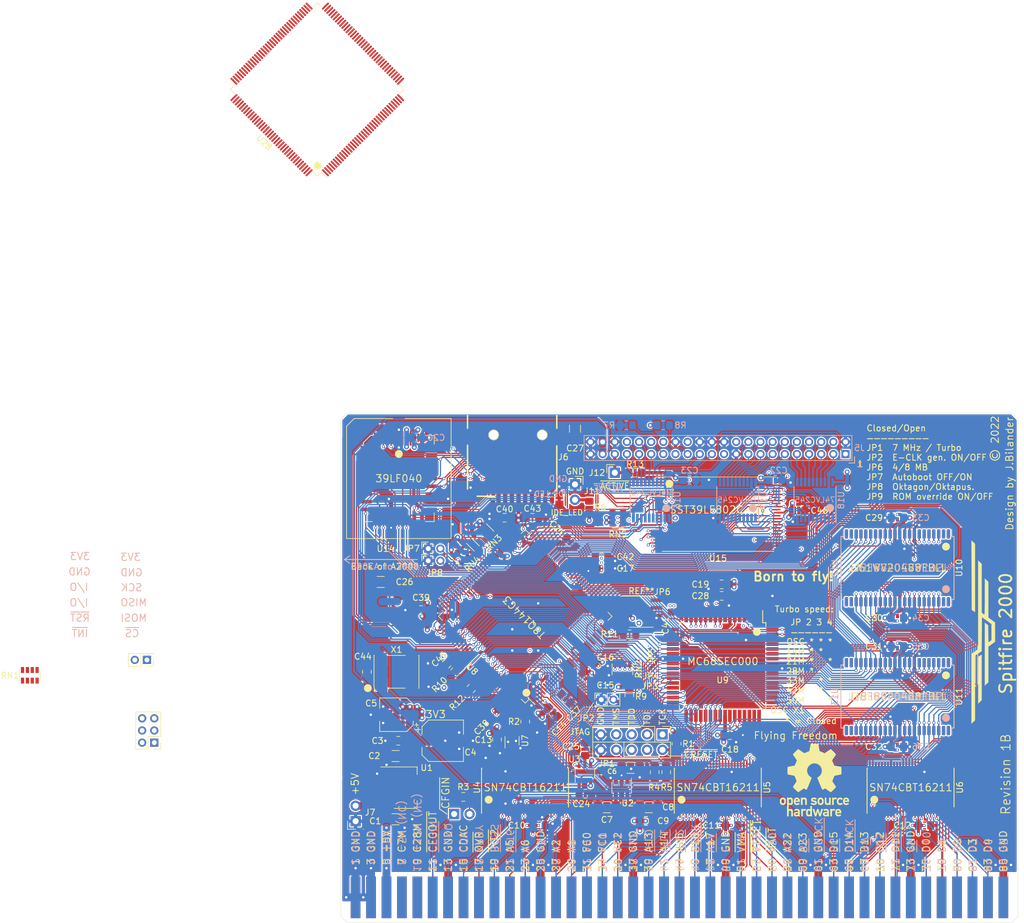
<source format=kicad_pcb>
(kicad_pcb (version 20171130) (host pcbnew "(5.1.12-1-10_14)")
  (layers (0 F.Cu signal) (1 GND.Cu power) (2 3V3.Cu power) (31 B.Cu signal) (34 B.Paste user) (35 F.Paste user) (36 B.SilkS user) (37 F.SilkS user) (38 B.Mask user) (39 F.Mask user) (44 Edge.Cuts user))
  (net 0 "")
  (net 1 GND)
  (net 2 IPL1)
  (net 3 IPL0)
  (net 4 +5VDC)
  (net 5 A12)
  (net 6 A11)
  (net 7 A10)
  (net 8 CFGOUT)
  (net 9 A9)
  (net 10 A8)
  (net 11 A7)
  (net 12 OVR)
  (net 13 A3)
  (net 14 INT2)
  (net 15 A4)
  (net 16 A5)
  (net 17 A6)
  (net 18 BOSS)
  (net 19 A2)
  (net 20 A1)
  (net 21 FC0)
  (net 22 FC1)
  (net 23 FC2)
  (net 24 A13)
  (net 25 A14)
  (net 26 A15)
  (net 27 A16)
  (net 28 D4)
  (net 29 A17)
  (net 30 D3)
  (net 31 D2)
  (net 32 VMA)
  (net 33 D1)
  (net 34 RST)
  (net 35 D0)
  (net 36 HLT)
  (net 37 A22)
  (net 38 D11)
  (net 39 A23)
  (net 40 D12)
  (net 41 D13)
  (net 42 D15)
  (net 43 D14)
  (net 44 IPL2)
  (net 45 D5)
  (net 46 BERR)
  (net 47 D6)
  (net 48 VPA)
  (net 49 D7)
  (net 50 E)
  (net 51 D8)
  (net 52 A18)
  (net 53 D9)
  (net 54 A19)
  (net 55 D10)
  (net 56 A20)
  (net 57 AS)
  (net 58 A21)
  (net 59 UDS)
  (net 60 BR)
  (net 61 LDS)
  (net 62 BGACK)
  (net 63 RW)
  (net 64 BG)
  (net 65 CCK)
  (net 66 CCKQ)
  (net 67 4V3)
  (net 68 3V3)
  (net 69 CFGIN)
  (net 70 "Net-(J1-Pad10)")
  (net 71 "Net-(J1-Pad8)")
  (net 72 "Net-(U4-Pad1)")
  (net 73 "Net-(U5-Pad1)")
  (net 74 "Net-(J2-Pad2)")
  (net 75 "Net-(J1-Pad9)")
  (net 76 "Net-(J1-Pad7)")
  (net 77 "Net-(C7-Pad2)")
  (net 78 CCKQ_3V3)
  (net 79 CCK_3V3)
  (net 80 CFGOUT_3V3)
  (net 81 CFGIN_3V3)
  (net 82 C7M_3V3)
  (net 83 OVR_3V3)
  (net 84 INT2_3V3)
  (net 85 A5_3V3)
  (net 86 A6_3V3)
  (net 87 BOSS_3V3)
  (net 88 A4_3V3)
  (net 89 A3_3V3)
  (net 90 A7_3V3)
  (net 91 A8_3V3)
  (net 92 A2_3V3)
  (net 93 A1_3V3)
  (net 94 FC0_3V3)
  (net 95 FC1_3V3)
  (net 96 FC2_3V3)
  (net 97 A9_3V3)
  (net 98 A10_3V3)
  (net 99 A11_3V3)
  (net 100 A12_3V3)
  (net 101 IPL0_3V3)
  (net 102 IPL1_3V3)
  (net 103 IPL2_3V3)
  (net 104 BERR_3V3)
  (net 105 A13_3V3)
  (net 106 A14_3V3)
  (net 107 A15_3V3)
  (net 108 A16_3V3)
  (net 109 A17_3V3)
  (net 110 VPA_3V3)
  (net 111 E_3V3)
  (net 112 A18_3V3)
  (net 113 A19_3V3)
  (net 114 A20_3V3)
  (net 115 A21_3V3)
  (net 116 VMA_3V3)
  (net 117 A22_3V3)
  (net 118 A23_3V3)
  (net 119 RST_3V3)
  (net 120 HLT_3V3)
  (net 121 BR_3V3)
  (net 122 BGACK_3V3)
  (net 123 BG_3V3)
  (net 124 RW_3V3)
  (net 125 DTACK)
  (net 126 LDS_3V3)
  (net 127 UDS_3V3)
  (net 128 AS_MB_3V3)
  (net 129 D15_3V3)
  (net 130 D14_3V3)
  (net 131 D13_3V3)
  (net 132 D12_3V3)
  (net 133 D11_3V3)
  (net 134 D10_3V3)
  (net 135 D9_3V3)
  (net 136 D8_3V3)
  (net 137 D7_3V3)
  (net 138 D6_3V3)
  (net 139 D5_3V3)
  (net 140 D0_3V3)
  (net 141 D1_3V3)
  (net 142 D2_3V3)
  (net 143 D3_3V3)
  (net 144 D4_3V3)
  (net 145 AS_CPU_3V3)
  (net 146 CLKCPU_3V3)
  (net 147 DTACK_CPU_3V3)
  (net 148 TMS)
  (net 149 DTACK_MB_3V3)
  (net 150 OE_BANK0)
  (net 151 WE_BANK0_ODD)
  (net 152 "Net-(U10-Pad44)")
  (net 153 "Net-(U10-Pad43)")
  (net 154 "Net-(U10-Pad24)")
  (net 155 "Net-(U10-Pad23)")
  (net 156 "Net-(U10-Pad22)")
  (net 157 "Net-(U10-Pad21)")
  (net 158 WE_BANK0_EVEN)
  (net 159 "Net-(U10-Pad2)")
  (net 160 "Net-(U10-Pad1)")
  (net 161 "Net-(U11-Pad44)")
  (net 162 "Net-(U11-Pad43)")
  (net 163 OE_BANK1)
  (net 164 "Net-(U11-Pad24)")
  (net 165 "Net-(U11-Pad23)")
  (net 166 "Net-(U11-Pad22)")
  (net 167 "Net-(U11-Pad21)")
  (net 168 WE_BANK1_ODD)
  (net 169 "Net-(U11-Pad2)")
  (net 170 "Net-(U11-Pad1)")
  (net 171 "Net-(U12-Pad44)")
  (net 172 "Net-(U12-Pad43)")
  (net 173 "Net-(U12-Pad24)")
  (net 174 "Net-(U12-Pad23)")
  (net 175 "Net-(U12-Pad22)")
  (net 176 "Net-(U12-Pad21)")
  (net 177 WE_BANK1_EVEN)
  (net 178 "Net-(U12-Pad2)")
  (net 179 "Net-(U12-Pad1)")
  (net 180 TDI)
  (net 181 TDO)
  (net 182 TCK)
  (net 183 JP5)
  (net 184 "Net-(J5-Pad34)")
  (net 185 "Net-(J5-Pad32)")
  (net 186 "Net-(J5-Pad29)")
  (net 187 "Net-(J5-Pad28)")
  (net 188 "Net-(J5-Pad21)")
  (net 189 "Net-(J5-Pad20)")
  (net 190 IDE_CS1)
  (net 191 IDE_CS0)
  (net 192 IDE_IRQ)
  (net 193 IDE_IORDY)
  (net 194 IDE_IOR)
  (net 195 IDE_IOW)
  (net 196 ROM_OE)
  (net 197 FLASH_OE)
  (net 198 FLASH_RST)
  (net 199 FLASH_WE)
  (net 200 IDE_RST)
  (net 201 IDE_D7)
  (net 202 IDE_D8)
  (net 203 IDE_D6)
  (net 204 IDE_D9)
  (net 205 IDE_D5)
  (net 206 IDE_D10)
  (net 207 IDE_D4)
  (net 208 IDE_D11)
  (net 209 IDE_D3)
  (net 210 IDE_D12)
  (net 211 IDE_D2)
  (net 212 IDE_D13)
  (net 213 IDE_D1)
  (net 214 IDE_D14)
  (net 215 IDE_D0)
  (net 216 IDE_D15)
  (net 217 IDE_A1)
  (net 218 IDE_A0)
  (net 219 IDE_A2)
  (net 220 IDE_CS0_3V3)
  (net 221 IDE_CS1_3V3)
  (net 222 IDE_IOR_3V3)
  (net 223 IDE_IOW_3V3)
  (net 224 SD_D1)
  (net 225 SD_D0)
  (net 226 SD_CLK)
  (net 227 SD_CMD)
  (net 228 SD_D3)
  (net 229 SD_D2)
  (net 230 SD_CD)
  (net 231 FLASH_A19)
  (net 232 OSC_CLK)
  (net 233 ROM_B2)
  (net 234 ROM_B1)
  (net 235 JP7)
  (net 236 JP8)
  (net 237 JP6)
  (net 238 ROM_WE)
  (net 239 ACTIVE)
  (net 240 /SF2000_FPGA/IDE_LED)
  (net 241 "Net-(U4-Pad54)")
  (net 242 "Net-(U4-Pad53)")
  (net 243 "Net-(U6-Pad1)")
  (net 244 "Net-(U13-Pad1)")
  (net 245 "Net-(U13-Pad2)")
  (net 246 "Net-(U13-Pad21)")
  (net 247 "Net-(U13-Pad22)")
  (net 248 "Net-(U13-Pad23)")
  (net 249 "Net-(U13-Pad24)")
  (net 250 "Net-(U13-Pad43)")
  (net 251 "Net-(U13-Pad44)")
  (net 252 "Net-(U15-Pad47)")
  (net 253 "Net-(U15-Pad13)")
  (net 254 "Net-(U15-Pad10)")
  (net 255 "Net-(U15-Pad9)")
  (net 256 "Net-(R6-Pad2)")
  (net 257 JP9)
  (net 258 MODE1)
  (net 259 SPI_MOSI)
  (net 260 SPI_MISO)
  (net 261 IOL5A)
  (net 262 IOT27A)
  (net 263 SPI_INT)
  (net 264 SPI_CS)
  (net 265 "Net-(C24-Pad1)")
  (net 266 "Net-(U4-Pad46)")
  (net 267 "Net-(J1-Pad15)")
  (net 268 "Net-(U9-Pad19)")
  (net 269 AVEC)
  (net 270 MODE)
  (net 271 BG_CPU_3V3)
  (net 272 BR_CPU_3V3)
  (net 273 "Net-(U6-Pad51)")
  (net 274 "Net-(J1-Pad22)")
  (net 275 "Net-(U4-Pad40)")
  (net 276 "Net-(U6-Pad50)")
  (net 277 "Net-(J1-Pad18)")
  (net 278 "Net-(U8-Pad140)")
  (net 279 "Net-(U8-Pad139)")
  (net 280 "Net-(U8-Pad138)")
  (net 281 "Net-(U8-Pad137)")
  (net 282 "Net-(U8-Pad136)")
  (net 283 "Net-(U8-Pad135)")
  (net 284 "Net-(U8-Pad134)")
  (net 285 "Net-(U8-Pad131)")
  (net 286 "Net-(U8-Pad123)")
  (net 287 "Net-(U8-Pad119)")
  (net 288 "Net-(U8-Pad118)")
  (net 289 "Net-(U8-Pad117)")
  (net 290 "Net-(U8-Pad116)")
  (net 291 "Net-(U8-Pad115)")
  (net 292 "Net-(U8-Pad114)")
  (net 293 "Net-(U8-Pad113)")
  (net 294 "Net-(U8-Pad112)")
  (net 295 "Net-(U8-Pad111)")
  (net 296 "Net-(U8-Pad110)")
  (net 297 "Net-(U8-Pad109)")
  (net 298 "Net-(U8-Pad106)")
  (net 299 "Net-(U8-Pad105)")
  (net 300 "Net-(U8-Pad103)")
  (net 301 "Net-(U8-Pad102)")
  (net 302 "Net-(U8-Pad101)")
  (net 303 "Net-(U8-Pad100)")
  (net 304 "Net-(U8-Pad99)")
  (net 305 "Net-(U8-Pad98)")
  (net 306 "Net-(U8-Pad97)")
  (net 307 "Net-(U8-Pad93)")
  (net 308 "Net-(U8-Pad92)")
  (net 309 "Net-(U8-Pad90)")
  (net 310 "Net-(U8-Pad89)")
  (net 311 "Net-(U8-Pad87)")
  (net 312 "Net-(U8-Pad86)")
  (net 313 "Net-(U8-Pad84)")
  (net 314 "Net-(U8-Pad83)")
  (net 315 "Net-(U8-Pad82)")
  (net 316 "Net-(U8-Pad81)")
  (net 317 "Net-(U8-Pad80)")
  (net 318 "Net-(U8-Pad79)")
  (net 319 "Net-(U8-Pad78)")
  (net 320 "Net-(U8-Pad77)")
  (net 321 "Net-(U8-Pad76)")
  (net 322 "Net-(U8-Pad36)")
  (net 323 1V2)
  (net 324 "Net-(U28-Pad11)")
  (net 325 "Net-(U28-Pad23)")
  (net 326 "Net-(U28-Pad6)")
  (net 327 "Net-(U28-Pad18)")
  (net 328 "Net-(U28-Pad16)")
  (net 329 "Net-(U28-Pad14)")
  (net 330 "Net-(U28-Pad13)")
  (net 331 "Net-(U28-Pad3)")
  (net 332 "Net-(U28-Pad7)")
  (net 333 "Net-(U28-Pad12)")
  (net 334 "Net-(U28-Pad10)")
  (net 335 "Net-(U28-Pad9)")
  (net 336 /SF2000_MicroSD/OSC)
  (net 337 "Net-(U8-Pad132)")
  (net 338 "Net-(U8-Pad75)")
  (net 339 "Net-(J3-Pad6)")
  (net 340 "Net-(J3-Pad4)")
  (net 341 "Net-(J3-Pad2)")
  (net 342 "Net-(U28-Pad27)")
  (net 343 "Net-(U28-Pad26)")
  (net 344 "Net-(U28-Pad25)")
  (net 345 "Net-(U28-Pad22)")
  (net 346 "Net-(JTAG1-Pad8)")
  (net 347 "Net-(JTAG1-Pad6)")
  (net 348 SS)
  (net 349 CRESET_N)
  (net 350 "Net-(R2-Pad1)")
  (net 351 "Net-(RN1-Pad3)")
  (net 352 "Net-(U28-Pad144)")
  (net 353 "Net-(U28-Pad143)")
  (net 354 "Net-(U28-Pad142)")
  (net 355 "Net-(U28-Pad4)")
  (net 356 "Net-(U28-Pad34)")
  (net 357 "Net-(U28-Pad32)")
  (net 358 "Net-(U28-Pad30)")
  (net 359 "Net-(U28-Pad29)")
  (net 360 "Net-(U28-Pad28)")
  (net 361 "Net-(U28-Pad20)")
  (net 362 "Net-(U28-Pad24)")
  (net 363 "Net-(U28-Pad21)")
  (net 364 CDONE)
  (net 365 "Net-(U8-Pad20)")
  (net 366 JP2)
  (net 367 JP1)
  (net 368 "Net-(U28-Pad8)")
  (net 369 "Net-(U28-Pad141)")
  (net 370 "Net-(U28-Pad140)")
  (net 371 "Net-(U28-Pad139)")
  (net 372 SPI_SS)
  (net 373 SCLK)
  (net 374 DI)
  (net 375 DO)
  (net 376 "Net-(U28-Pad42)")
  (net 377 "Net-(U28-Pad41)")
  (net 378 "Net-(U28-Pad40)")
  (net 379 "Net-(U28-Pad39)")
  (net 380 "Net-(U28-Pad48)")
  (net 381 "Net-(U28-Pad47)")
  (net 382 "Net-(U28-Pad46)")
  (net 383 "Net-(U28-Pad45)")
  (net 384 "Net-(U28-Pad44)")
  (net 385 "Net-(U28-Pad43)")
  (net 386 "Net-(U28-Pad54)")
  (net 387 "Net-(U28-Pad52)")
  (net 388 "Net-(U28-Pad51)")
  (net 389 "Net-(U28-Pad50)")
  (net 390 "Net-(U28-Pad49)")
  (net 391 "Net-(U28-Pad63)")
  (net 392 "Net-(U28-Pad62)")
  (net 393 "Net-(U28-Pad56)")
  (net 394 "Net-(U28-Pad61)")
  (net 395 "Net-(U28-Pad60)")
  (net 396 "Net-(U28-Pad59)")
  (net 397 "Net-(U28-Pad58)")
  (net 398 "Net-(U28-Pad57)")
  (net 399 "Net-(U28-Pad85)")
  (net 400 "Net-(U28-Pad83)")
  (net 401 "Net-(U28-Pad88)")
  (net 402 "Net-(U28-Pad64)")
  (net 403 "Net-(U15-Pad15)")
  (net 404 "Net-(U15-Pad14)")
  (net 405 "Net-(U28-Pad65)")
  (net 406 "Net-(U28-Pad67)")
  (module Package_SO:SOIC-8_3.9x4.9mm_P1.27mm (layer F.Cu) (at 147.1461 91.8295)
    (fp_text reference REF** (at 0 -3.4) (layer F.SilkS))
    (fp_text value SOIC-8_3.9x4.9mm_P1.27mm)
    (pad 8 smd roundrect (at 2.475 -1.905) (size 1.95 0.6) (layers F.Cu F.Paste F.Mask))
    (pad 7 smd roundrect (at 2.475 -0.635) (size 1.95 0.6) (layers F.Cu F.Paste F.Mask))
    (pad 6 smd roundrect (at 2.475 0.635) (size 1.95 0.6) (layers F.Cu F.Paste F.Mask))
    (pad 5 smd roundrect (at 2.475 1.905) (size 1.95 0.6) (layers F.Cu F.Paste F.Mask))
    (pad 4 smd roundrect (at -2.475 1.905) (size 1.95 0.6) (layers F.Cu F.Paste F.Mask))
    (pad 3 smd roundrect (at -2.475 0.635) (size 1.95 0.6) (layers F.Cu F.Paste F.Mask))
    (pad 2 smd roundrect (at -2.475 -0.635) (size 1.95 0.6) (layers F.Cu F.Paste F.Mask))
    (pad 1 smd roundrect (at -2.475 -1.905) (size 1.95 0.6) (layers F.Cu F.Paste F.Mask))
  )
  (module SF2000:SOT-353_SC-70-5_Custom_Handsoldering (layer F.Cu) (at 125.8355 113.0893 90)
    (fp_text reference U7 (at 0 2.1463 90) (layer F.SilkS))
    (fp_text value SN74AUP1T87DCKR hide)
    (pad 5 smd rect (at 0.99 -0.65 90) (size 0.8 0.4) (layers F.Cu F.Paste F.Mask) (net 68 3V3))
    (pad 4 smd rect (at 0.99 0.65 90) (size 0.8 0.4) (layers F.Cu F.Paste F.Mask) (net 350 "Net-(R2-Pad1)"))
    (pad 3 smd rect (at -0.99 0.65 90) (size 0.8 0.4) (layers F.Cu F.Paste F.Mask) (net 1 GND))
    (pad 2 smd rect (at -0.99 0 90) (size 0.8 0.4) (layers F.Cu F.Paste F.Mask) (net 79 CCK_3V3))
    (pad 1 smd rect (at -0.99 -0.65 90) (size 0.8 0.4) (layers F.Cu F.Paste F.Mask) (net 78 CCKQ_3V3))
  )
  (module Resistor_SMD:R_0805_2012Metric_Pad1.20x1.40mm_HandSolder (layer F.Cu) (at 152.9373 113.5843 270)
    (fp_text reference R1 (at 0 -1.9169 180) (layer F.SilkS))
    (fp_text value 100k hide)
    (pad 2 smd roundrect (at 1 0 270) (size 1.2 1.4) (layers F.Cu F.Paste F.Mask) (roundrect_rratio 0.208333) (net 349 CRESET_N))
    (pad 1 smd roundrect (at -1 0 270) (size 1.2 1.4) (layers F.Cu F.Paste F.Mask) (roundrect_rratio 0.208333) (net 68 3V3))
  )
  (module Resistor_SMD:R_0805_2012Metric_Pad1.20x1.40mm_HandSolder (layer F.Cu) (at 116.4121 101.7736 225)
    (fp_text reference R10 (at 3.241872 0.314309 45) (layer F.SilkS))
    (fp_text value 33Ω hide)
    (pad 1 smd roundrect (at -1 0 225) (size 1.2 1.4) (layers F.Cu F.Paste F.Mask) (roundrect_rratio 0.208333) (net 232 OSC_CLK))
    (pad 2 smd roundrect (at 1 0 225) (size 1.2 1.4) (layers F.Cu F.Paste F.Mask) (roundrect_rratio 0.208333) (net 336 /SF2000_MicroSD/OSC))
  )
  (module Oscillator:Oscillator_SMD_SeikoEpson_SG8002CA-4Pin_7.0x5.0mm (layer F.Cu) (at 106.7982 101.7228)
    (fp_text reference X1 (at 0 -3.6449) (layer F.SilkS))
    (fp_text value Oscillator_7.0x5.0mm hide)
    (pad 4 smd rect (at -2.54 -2.1) (size 1.8 2) (layers F.Cu F.Paste F.Mask) (net 68 3V3))
    (pad 3 smd rect (at 2.54 -2.1) (size 1.8 2) (layers F.Cu F.Paste F.Mask) (net 336 /SF2000_MicroSD/OSC))
    (pad 2 smd rect (at 2.54 2.1) (size 1.8 2) (layers F.Cu F.Paste F.Mask) (net 1 GND))
    (pad 1 smd rect (at -2.54 2.1) (size 1.8 2) (layers F.Cu F.Paste F.Mask) (net 68 3V3))
  )
  (module Capacitor_SMD:C_0805_2012Metric_Pad1.15x1.40mm_HandSolder (layer F.Cu) (at 101.9341 101.7355 90)
    (fp_text reference C44 (at 2.5273 -0.6604 180) (layer F.SilkS))
    (fp_text value 0.01uF hide)
    (pad 2 smd roundrect (at 1.025 0 90) (size 1.15 1.4) (layers F.Cu F.Paste F.Mask) (roundrect_rratio 0.217391) (net 68 3V3))
    (pad 1 smd roundrect (at -1.025 0 90) (size 1.15 1.4) (layers F.Cu F.Paste F.Mask) (roundrect_rratio 0.217391) (net 1 GND))
  )
  (module Package_QFP:LQFP-144_20x20mm_P0.5mm (layer F.Cu) (at 128.0072 92.5915 135)
    (fp_text reference U8 (at 0 -12.35 135) (layer F.SilkS))
    (fp_text value T8Q144C3 hide)
    (pad 144 smd roundrect (at -8.75 -10.6625 135) (size 0.3 1.475) (layers F.Cu F.Paste F.Mask) (net 81 CFGIN_3V3))
    (pad 143 smd roundrect (at -8.25 -10.6625 135) (size 0.3 1.475) (layers F.Cu F.Paste F.Mask) (net 68 3V3))
    (pad 142 smd roundrect (at -7.75 -10.6625 135) (size 0.3 1.475) (layers F.Cu F.Paste F.Mask) (net 80 CFGOUT_3V3))
    (pad 141 smd roundrect (at -7.25 -10.6625 135) (size 0.3 1.475) (layers F.Cu F.Paste F.Mask) (net 121 BR_3V3))
    (pad 140 smd roundrect (at -6.75 -10.6625 135) (size 0.3 1.475) (layers F.Cu F.Paste F.Mask) (net 278 "Net-(U8-Pad140)"))
    (pad 139 smd roundrect (at -6.25 -10.6625 135) (size 0.3 1.475) (layers F.Cu F.Paste F.Mask) (net 279 "Net-(U8-Pad139)"))
    (pad 138 smd roundrect (at -5.75 -10.6625 135) (size 0.3 1.475) (layers F.Cu F.Paste F.Mask) (net 280 "Net-(U8-Pad138)"))
    (pad 137 smd roundrect (at -5.25 -10.6625 135) (size 0.3 1.475) (layers F.Cu F.Paste F.Mask) (net 281 "Net-(U8-Pad137)"))
    (pad 136 smd roundrect (at -4.75 -10.6625 135) (size 0.3 1.475) (layers F.Cu F.Paste F.Mask) (net 282 "Net-(U8-Pad136)"))
    (pad 135 smd roundrect (at -4.25 -10.6625 135) (size 0.3 1.475) (layers F.Cu F.Paste F.Mask) (net 283 "Net-(U8-Pad135)"))
    (pad 134 smd roundrect (at -3.75 -10.6625 135) (size 0.3 1.475) (layers F.Cu F.Paste F.Mask) (net 284 "Net-(U8-Pad134)"))
    (pad 133 smd roundrect (at -3.25 -10.6625 135) (size 0.3 1.475) (layers F.Cu F.Paste F.Mask) (net 1 GND))
    (pad 132 smd roundrect (at -2.75 -10.6625 135) (size 0.3 1.475) (layers F.Cu F.Paste F.Mask) (net 337 "Net-(U8-Pad132)"))
    (pad 131 smd roundrect (at -2.25 -10.6625 135) (size 0.3 1.475) (layers F.Cu F.Paste F.Mask) (net 285 "Net-(U8-Pad131)"))
    (pad 130 smd roundrect (at -1.75 -10.6625 135) (size 0.3 1.475) (layers F.Cu F.Paste F.Mask) (net 323 1V2))
    (pad 129 smd roundrect (at -1.25 -10.6625 135) (size 0.3 1.475) (layers F.Cu F.Paste F.Mask) (net 1 GND))
    (pad 128 smd roundrect (at -0.75 -10.6625 135) (size 0.3 1.475) (layers F.Cu F.Paste F.Mask) (net 323 1V2))
    (pad 127 smd roundrect (at -0.25 -10.6625 135) (size 0.3 1.475) (layers F.Cu F.Paste F.Mask) (net 1 GND))
    (pad 126 smd roundrect (at 0.25 -10.6625 135) (size 0.3 1.475) (layers F.Cu F.Paste F.Mask) (net 1 GND))
    (pad 125 smd roundrect (at 0.75 -10.6625 135) (size 0.3 1.475) (layers F.Cu F.Paste F.Mask) (net 323 1V2))
    (pad 124 smd roundrect (at 1.25 -10.6625 135) (size 0.3 1.475) (layers F.Cu F.Paste F.Mask) (net 232 OSC_CLK))
    (pad 123 smd roundrect (at 1.75 -10.6625 135) (size 0.3 1.475) (layers F.Cu F.Paste F.Mask) (net 286 "Net-(U8-Pad123)"))
    (pad 122 smd roundrect (at 2.25 -10.6625 135) (size 0.3 1.475) (layers F.Cu F.Paste F.Mask) (net 68 3V3))
    (pad 121 smd roundrect (at 2.75 -10.6625 135) (size 0.3 1.475) (layers F.Cu F.Paste F.Mask) (net 1 GND))
    (pad 120 smd roundrect (at 3.25 -10.6625 135) (size 0.3 1.475) (layers F.Cu F.Paste F.Mask) (net 1 GND))
    (pad 119 smd roundrect (at 3.75 -10.6625 135) (size 0.3 1.475) (layers F.Cu F.Paste F.Mask) (net 287 "Net-(U8-Pad119)"))
    (pad 118 smd roundrect (at 4.25 -10.6625 135) (size 0.3 1.475) (layers F.Cu F.Paste F.Mask) (net 288 "Net-(U8-Pad118)"))
    (pad 117 smd roundrect (at 4.75 -10.6625 135) (size 0.3 1.475) (layers F.Cu F.Paste F.Mask) (net 289 "Net-(U8-Pad117)"))
    (pad 116 smd roundrect (at 5.25 -10.6625 135) (size 0.3 1.475) (layers F.Cu F.Paste F.Mask) (net 290 "Net-(U8-Pad116)"))
    (pad 115 smd roundrect (at 5.75 -10.6625 135) (size 0.3 1.475) (layers F.Cu F.Paste F.Mask) (net 291 "Net-(U8-Pad115)"))
    (pad 114 smd roundrect (at 6.25 -10.6625 135) (size 0.3 1.475) (layers F.Cu F.Paste F.Mask) (net 292 "Net-(U8-Pad114)"))
    (pad 113 smd roundrect (at 6.75 -10.6625 135) (size 0.3 1.475) (layers F.Cu F.Paste F.Mask) (net 293 "Net-(U8-Pad113)"))
    (pad 112 smd roundrect (at 7.25 -10.6625 135) (size 0.3 1.475) (layers F.Cu F.Paste F.Mask) (net 294 "Net-(U8-Pad112)"))
    (pad 111 smd roundrect (at 7.75 -10.6625 135) (size 0.3 1.475) (layers F.Cu F.Paste F.Mask) (net 295 "Net-(U8-Pad111)"))
    (pad 110 smd roundrect (at 8.25 -10.6625 135) (size 0.3 1.475) (layers F.Cu F.Paste F.Mask) (net 296 "Net-(U8-Pad110)"))
    (pad 109 smd roundrect (at 8.75 -10.6625 135) (size 0.3 1.475) (layers F.Cu F.Paste F.Mask) (net 297 "Net-(U8-Pad109)"))
    (pad 108 smd roundrect (at 10.6625 -8.75 135) (size 1.475 0.3) (layers F.Cu F.Paste F.Mask) (net 1 GND))
    (pad 107 smd roundrect (at 10.6625 -8.25 135) (size 1.475 0.3) (layers F.Cu F.Paste F.Mask) (net 323 1V2))
    (pad 106 smd roundrect (at 10.6625 -7.75 135) (size 1.475 0.3) (layers F.Cu F.Paste F.Mask) (net 298 "Net-(U8-Pad106)"))
    (pad 105 smd roundrect (at 10.6625 -7.25 135) (size 1.475 0.3) (layers F.Cu F.Paste F.Mask) (net 299 "Net-(U8-Pad105)"))
    (pad 104 smd roundrect (at 10.6625 -6.75 135) (size 1.475 0.3) (layers F.Cu F.Paste F.Mask) (net 1 GND))
    (pad 103 smd roundrect (at 10.6625 -6.25 135) (size 1.475 0.3) (layers F.Cu F.Paste F.Mask) (net 300 "Net-(U8-Pad103)"))
    (pad 102 smd roundrect (at 10.6625 -5.75 135) (size 1.475 0.3) (layers F.Cu F.Paste F.Mask) (net 301 "Net-(U8-Pad102)"))
    (pad 101 smd roundrect (at 10.6625 -5.25 135) (size 1.475 0.3) (layers F.Cu F.Paste F.Mask) (net 302 "Net-(U8-Pad101)"))
    (pad 100 smd roundrect (at 10.6625 -4.75 135) (size 1.475 0.3) (layers F.Cu F.Paste F.Mask) (net 303 "Net-(U8-Pad100)"))
    (pad 99 smd roundrect (at 10.6625 -4.25 135) (size 1.475 0.3) (layers F.Cu F.Paste F.Mask) (net 304 "Net-(U8-Pad99)"))
    (pad 98 smd roundrect (at 10.6625 -3.75 135) (size 1.475 0.3) (layers F.Cu F.Paste F.Mask) (net 305 "Net-(U8-Pad98)"))
    (pad 97 smd roundrect (at 10.6625 -3.25 135) (size 1.475 0.3) (layers F.Cu F.Paste F.Mask) (net 306 "Net-(U8-Pad97)"))
    (pad 96 smd roundrect (at 10.6625 -2.75 135) (size 1.475 0.3) (layers F.Cu F.Paste F.Mask) (net 323 1V2))
    (pad 95 smd roundrect (at 10.6625 -2.25 135) (size 1.475 0.3) (layers F.Cu F.Paste F.Mask) (net 68 3V3))
    (pad 94 smd roundrect (at 10.6625 -1.75 135) (size 1.475 0.3) (layers F.Cu F.Paste F.Mask) (net 1 GND))
    (pad 93 smd roundrect (at 10.6625 -1.25 135) (size 1.475 0.3) (layers F.Cu F.Paste F.Mask) (net 307 "Net-(U8-Pad93)"))
    (pad 92 smd roundrect (at 10.6625 -0.75 135) (size 1.475 0.3) (layers F.Cu F.Paste F.Mask) (net 308 "Net-(U8-Pad92)"))
    (pad 91 smd roundrect (at 10.6625 -0.25 135) (size 1.475 0.3) (layers F.Cu F.Paste F.Mask) (net 68 3V3))
    (pad 90 smd roundrect (at 10.6625 0.25 135) (size 1.475 0.3) (layers F.Cu F.Paste F.Mask) (net 309 "Net-(U8-Pad90)"))
    (pad 89 smd roundrect (at 10.6625 0.75 135) (size 1.475 0.3) (layers F.Cu F.Paste F.Mask) (net 310 "Net-(U8-Pad89)"))
    (pad 88 smd roundrect (at 10.6625 1.25 135) (size 1.475 0.3) (layers F.Cu F.Paste F.Mask) (net 68 3V3))
    (pad 87 smd roundrect (at 10.6625 1.75 135) (size 1.475 0.3) (layers F.Cu F.Paste F.Mask) (net 311 "Net-(U8-Pad87)"))
    (pad 86 smd roundrect (at 10.6625 2.25 135) (size 1.475 0.3) (layers F.Cu F.Paste F.Mask) (net 312 "Net-(U8-Pad86)"))
    (pad 85 smd roundrect (at 10.6625 2.75 135) (size 1.475 0.3) (layers F.Cu F.Paste F.Mask) (net 323 1V2))
    (pad 84 smd roundrect (at 10.6625 3.25 135) (size 1.475 0.3) (layers F.Cu F.Paste F.Mask) (net 313 "Net-(U8-Pad84)"))
    (pad 83 smd roundrect (at 10.6625 3.75 135) (size 1.475 0.3) (layers F.Cu F.Paste F.Mask) (net 314 "Net-(U8-Pad83)"))
    (pad 82 smd roundrect (at 10.6625 4.25 135) (size 1.475 0.3) (layers F.Cu F.Paste F.Mask) (net 315 "Net-(U8-Pad82)"))
    (pad 81 smd roundrect (at 10.6625 4.75 135) (size 1.475 0.3) (layers F.Cu F.Paste F.Mask) (net 316 "Net-(U8-Pad81)"))
    (pad 80 smd roundrect (at 10.6625 5.25 135) (size 1.475 0.3) (layers F.Cu F.Paste F.Mask) (net 317 "Net-(U8-Pad80)"))
    (pad 79 smd roundrect (at 10.6625 5.75 135) (size 1.475 0.3) (layers F.Cu F.Paste F.Mask) (net 318 "Net-(U8-Pad79)"))
    (pad 78 smd roundrect (at 10.6625 6.25 135) (size 1.475 0.3) (layers F.Cu F.Paste F.Mask) (net 319 "Net-(U8-Pad78)"))
    (pad 77 smd roundrect (at 10.6625 6.75 135) (size 1.475 0.3) (layers F.Cu F.Paste F.Mask) (net 320 "Net-(U8-Pad77)"))
    (pad 76 smd roundrect (at 10.6625 7.25 135) (size 1.475 0.3) (layers F.Cu F.Paste F.Mask) (net 321 "Net-(U8-Pad76)"))
    (pad 75 smd roundrect (at 10.6625 7.75 135) (size 1.475 0.3) (layers F.Cu F.Paste F.Mask) (net 338 "Net-(U8-Pad75)"))
    (pad 74 smd roundrect (at 10.6625 8.25 135) (size 1.475 0.3) (layers F.Cu F.Paste F.Mask) (net 199 FLASH_WE))
    (pad 73 smd roundrect (at 10.6625 8.75 135) (size 1.475 0.3) (layers F.Cu F.Paste F.Mask) (net 323 1V2))
    (pad 72 smd roundrect (at 8.75 10.6625 135) (size 0.3 1.475) (layers F.Cu F.Paste F.Mask) (net 230 SD_CD))
    (pad 71 smd roundrect (at 8.25 10.6625 135) (size 0.3 1.475) (layers F.Cu F.Paste F.Mask) (net 226 SD_CLK))
    (pad 70 smd roundrect (at 7.75 10.6625 135) (size 0.3 1.475) (layers F.Cu F.Paste F.Mask) (net 231 FLASH_A19))
    (pad 69 smd roundrect (at 7.25 10.6625 135) (size 0.3 1.475) (layers F.Cu F.Paste F.Mask) (net 129 D15_3V3))
    (pad 68 smd roundrect (at 6.75 10.6625 135) (size 0.3 1.475) (layers F.Cu F.Paste F.Mask) (net 130 D14_3V3))
    (pad 67 smd roundrect (at 6.25 10.6625 135) (size 0.3 1.475) (layers F.Cu F.Paste F.Mask) (net 131 D13_3V3))
    (pad 66 smd roundrect (at 5.75 10.6625 135) (size 0.3 1.475) (layers F.Cu F.Paste F.Mask) (net 132 D12_3V3))
    (pad 65 smd roundrect (at 5.25 10.6625 135) (size 0.3 1.475) (layers F.Cu F.Paste F.Mask) (net 133 D11_3V3))
    (pad 64 smd roundrect (at 4.75 10.6625 135) (size 0.3 1.475) (layers F.Cu F.Paste F.Mask) (net 1 GND))
    (pad 63 smd roundrect (at 4.25 10.6625 135) (size 0.3 1.475) (layers F.Cu F.Paste F.Mask) (net 68 3V3))
    (pad 62 smd roundrect (at 3.75 10.6625 135) (size 0.3 1.475) (layers F.Cu F.Paste F.Mask) (net 68 3V3))
    (pad 61 smd roundrect (at 3.25 10.6625 135) (size 0.3 1.475) (layers F.Cu F.Paste F.Mask) (net 134 D10_3V3))
    (pad 60 smd roundrect (at 2.75 10.6625 135) (size 0.3 1.475) (layers F.Cu F.Paste F.Mask) (net 135 D9_3V3))
    (pad 59 smd roundrect (at 2.25 10.6625 135) (size 0.3 1.475) (layers F.Cu F.Paste F.Mask) (net 136 D8_3V3))
    (pad 58 smd roundrect (at 1.75 10.6625 135) (size 0.3 1.475) (layers F.Cu F.Paste F.Mask) (net 128 AS_MB_3V3))
    (pad 57 smd roundrect (at 1.25 10.6625 135) (size 0.3 1.475) (layers F.Cu F.Paste F.Mask) (net 323 1V2))
    (pad 56 smd roundrect (at 0.75 10.6625 135) (size 0.3 1.475) (layers F.Cu F.Paste F.Mask) (net 122 BGACK_3V3))
    (pad 55 smd roundrect (at 0.25 10.6625 135) (size 0.3 1.475) (layers F.Cu F.Paste F.Mask) (net 145 AS_CPU_3V3))
    (pad 54 smd roundrect (at -0.25 10.6625 135) (size 0.3 1.475) (layers F.Cu F.Paste F.Mask) (net 126 LDS_3V3))
    (pad 53 smd roundrect (at -0.75 10.6625 135) (size 0.3 1.475) (layers F.Cu F.Paste F.Mask) (net 127 UDS_3V3))
    (pad 52 smd roundrect (at -1.25 10.6625 135) (size 0.3 1.475) (layers F.Cu F.Paste F.Mask) (net 68 3V3))
    (pad 51 smd roundrect (at -1.75 10.6625 135) (size 0.3 1.475) (layers F.Cu F.Paste F.Mask) (net 68 3V3))
    (pad 50 smd roundrect (at -2.25 10.6625 135) (size 0.3 1.475) (layers F.Cu F.Paste F.Mask) (net 1 GND))
    (pad 49 smd roundrect (at -2.75 10.6625 135) (size 0.3 1.475) (layers F.Cu F.Paste F.Mask) (net 323 1V2))
    (pad 48 smd roundrect (at -3.25 10.6625 135) (size 0.3 1.475) (layers F.Cu F.Paste F.Mask) (net 149 DTACK_MB_3V3))
    (pad 47 smd roundrect (at -3.75 10.6625 135) (size 0.3 1.475) (layers F.Cu F.Paste F.Mask) (net 124 RW_3V3))
    (pad 46 smd roundrect (at -4.25 10.6625 135) (size 0.3 1.475) (layers F.Cu F.Paste F.Mask) (net 147 DTACK_CPU_3V3))
    (pad 45 smd roundrect (at -4.75 10.6625 135) (size 0.3 1.475) (layers F.Cu F.Paste F.Mask) (net 271 BG_CPU_3V3))
    (pad 44 smd roundrect (at -5.25 10.6625 135) (size 0.3 1.475) (layers F.Cu F.Paste F.Mask) (net 1 GND))
    (pad 43 smd roundrect (at -5.75 10.6625 135) (size 0.3 1.475) (layers F.Cu F.Paste F.Mask) (net 272 BR_CPU_3V3))
    (pad 42 smd roundrect (at -6.25 10.6625 135) (size 0.3 1.475) (layers F.Cu F.Paste F.Mask) (net 120 HLT_3V3))
    (pad 41 smd roundrect (at -6.75 10.6625 135) (size 0.3 1.475) (layers F.Cu F.Paste F.Mask) (net 104 BERR_3V3))
    (pad 40 smd roundrect (at -7.25 10.6625 135) (size 0.3 1.475) (layers F.Cu F.Paste F.Mask) (net 103 IPL2_3V3))
    (pad 39 smd roundrect (at -7.75 10.6625 135) (size 0.3 1.475) (layers F.Cu F.Paste F.Mask) (net 102 IPL1_3V3))
    (pad 38 smd roundrect (at -8.25 10.6625 135) (size 0.3 1.475) (layers F.Cu F.Paste F.Mask) (net 101 IPL0_3V3))
    (pad 37 smd roundrect (at -8.75 10.6625 135) (size 0.3 1.475) (layers F.Cu F.Paste F.Mask) (net 1 GND))
    (pad 36 smd roundrect (at -10.6625 8.75 135) (size 1.475 0.3) (layers F.Cu F.Paste F.Mask) (net 322 "Net-(U8-Pad36)"))
    (pad 35 smd roundrect (at -10.6625 8.25 135) (size 1.475 0.3) (layers F.Cu F.Paste F.Mask) (net 349 CRESET_N))
    (pad 34 smd roundrect (at -10.6625 7.75 135) (size 1.475 0.3) (layers F.Cu F.Paste F.Mask) (net 364 CDONE))
    (pad 33 smd roundrect (at -10.6625 7.25 135) (size 1.475 0.3) (layers F.Cu F.Paste F.Mask) (net 146 CLKCPU_3V3))
    (pad 32 smd roundrect (at -10.6625 6.75 135) (size 1.475 0.3) (layers F.Cu F.Paste F.Mask) (net 197 FLASH_OE))
    (pad 31 smd roundrect (at -10.6625 6.25 135) (size 1.475 0.3) (layers F.Cu F.Paste F.Mask) (net 372 SPI_SS))
    (pad 30 smd roundrect (at -10.6625 5.75 135) (size 1.475 0.3) (layers F.Cu F.Paste F.Mask) (net 373 SCLK))
    (pad 29 smd roundrect (at -10.6625 5.25 135) (size 1.475 0.3) (layers F.Cu F.Paste F.Mask) (net 374 DI))
    (pad 28 smd roundrect (at -10.6625 4.75 135) (size 1.475 0.3) (layers F.Cu F.Paste F.Mask) (net 375 DO))
    (pad 27 smd roundrect (at -10.6625 4.25 135) (size 1.475 0.3) (layers F.Cu F.Paste F.Mask) (net 180 TDI))
    (pad 26 smd roundrect (at -10.6625 3.75 135) (size 1.475 0.3) (layers F.Cu F.Paste F.Mask) (net 182 TCK))
    (pad 25 smd roundrect (at -10.6625 3.25 135) (size 1.475 0.3) (layers F.Cu F.Paste F.Mask) (net 148 TMS))
    (pad 24 smd roundrect (at -10.6625 2.75 135) (size 1.475 0.3) (layers F.Cu F.Paste F.Mask) (net 181 TDO))
    (pad 23 smd roundrect (at -10.6625 2.25 135) (size 1.475 0.3) (layers F.Cu F.Paste F.Mask) (net 68 3V3))
    (pad 22 smd roundrect (at -10.6625 1.75 135) (size 1.475 0.3) (layers F.Cu F.Paste F.Mask) (net 323 1V2))
    (pad 21 smd roundrect (at -10.6625 1.25 135) (size 1.475 0.3) (layers F.Cu F.Paste F.Mask) (net 68 3V3))
    (pad 20 smd roundrect (at -10.6625 0.75 135) (size 1.475 0.3) (layers F.Cu F.Paste F.Mask) (net 96 FC2_3V3))
    (pad 19 smd roundrect (at -10.6625 0.25 135) (size 1.475 0.3) (layers F.Cu F.Paste F.Mask) (net 95 FC1_3V3))
    (pad 18 smd roundrect (at -10.6625 -0.25 135) (size 1.475 0.3) (layers F.Cu F.Paste F.Mask) (net 94 FC0_3V3))
    (pad 17 smd roundrect (at -10.6625 -0.75 135) (size 1.475 0.3) (layers F.Cu F.Paste F.Mask) (net 366 JP2))
    (pad 16 smd roundrect (at -10.6625 -1.25 135) (size 1.475 0.3) (layers F.Cu F.Paste F.Mask) (net 367 JP1))
    (pad 15 smd roundrect (at -10.6625 -1.75 135) (size 1.475 0.3) (layers F.Cu F.Paste F.Mask) (net 119 RST_3V3))
    (pad 14 smd roundrect (at -10.6625 -2.25 135) (size 1.475 0.3) (layers F.Cu F.Paste F.Mask) (net 82 C7M_3V3))
    (pad 13 smd roundrect (at -10.6625 -2.75 135) (size 1.475 0.3) (layers F.Cu F.Paste F.Mask) (net 323 1V2))
    (pad 12 smd roundrect (at -10.6625 -3.25 135) (size 1.475 0.3) (layers F.Cu F.Paste F.Mask) (net 68 3V3))
    (pad 11 smd roundrect (at -10.6625 -3.75 135) (size 1.475 0.3) (layers F.Cu F.Paste F.Mask) (net 111 E_3V3))
    (pad 10 smd roundrect (at -10.6625 -4.25 135) (size 1.475 0.3) (layers F.Cu F.Paste F.Mask) (net 87 BOSS_3V3))
    (pad 9 smd roundrect (at -10.6625 -4.75 135) (size 1.475 0.3) (layers F.Cu F.Paste F.Mask) (net 1 GND))
    (pad 8 smd roundrect (at -10.6625 -5.25 135) (size 1.475 0.3) (layers F.Cu F.Paste F.Mask) (net 84 INT2_3V3))
    (pad 7 smd roundrect (at -10.6625 -5.75 135) (size 1.475 0.3) (layers F.Cu F.Paste F.Mask) (net 83 OVR_3V3))
    (pad 6 smd roundrect (at -10.6625 -6.25 135) (size 1.475 0.3) (layers F.Cu F.Paste F.Mask) (net 116 VMA_3V3))
    (pad 5 smd roundrect (at -10.6625 -6.75 135) (size 1.475 0.3) (layers F.Cu F.Paste F.Mask) (net 1 GND))
    (pad 4 smd roundrect (at -10.6625 -7.25 135) (size 1.475 0.3) (layers F.Cu F.Paste F.Mask) (net 123 BG_3V3))
    (pad 3 smd roundrect (at -10.6625 -7.75 135) (size 1.475 0.3) (layers F.Cu F.Paste F.Mask) (net 110 VPA_3V3))
    (pad 2 smd roundrect (at -10.6625 -8.25 135) (size 1.475 0.3) (layers F.Cu F.Paste F.Mask) (net 323 1V2))
    (pad 1 smd roundrect (at -10.6625 -8.75 135) (size 1.475 0.3) (layers F.Cu F.Paste F.Mask) (net 1 GND))
  )
  (module SF2000:QFP-64_14x14mm_Pitch0.8mm (layer F.Cu) (at 160.5192 100.7703 270)
    (fp_text reference U9 (at 2.3241 0 180) (layer F.SilkS))
    (fp_text value 68000D hide)
    (pad 64 smd rect (at -6 -8.2) (size 2 0.6) (layers F.Cu F.Paste F.Mask) (net 126 LDS_3V3))
    (pad 63 smd rect (at -5.2 -8.2) (size 2 0.6) (layers F.Cu F.Paste F.Mask) (net 127 UDS_3V3))
    (pad 62 smd rect (at -4.4 -8.2) (size 2 0.6) (layers F.Cu F.Paste F.Mask) (net 145 AS_CPU_3V3))
    (pad 61 smd rect (at -3.6 -8.2) (size 2 0.6) (layers F.Cu F.Paste F.Mask) (net 140 D0_3V3))
    (pad 60 smd rect (at -2.8 -8.2) (size 2 0.6) (layers F.Cu F.Paste F.Mask) (net 141 D1_3V3))
    (pad 59 smd rect (at -2 -8.2) (size 2 0.6) (layers F.Cu F.Paste F.Mask) (net 142 D2_3V3))
    (pad 58 smd rect (at -1.2 -8.2) (size 2 0.6) (layers F.Cu F.Paste F.Mask) (net 143 D3_3V3))
    (pad 57 smd rect (at -0.4 -8.2) (size 2 0.6) (layers F.Cu F.Paste F.Mask) (net 144 D4_3V3))
    (pad 56 smd rect (at 0.4 -8.2) (size 2 0.6) (layers F.Cu F.Paste F.Mask) (net 1 GND))
    (pad 55 smd rect (at 1.2 -8.2) (size 2 0.6) (layers F.Cu F.Paste F.Mask) (net 139 D5_3V3))
    (pad 54 smd rect (at 2 -8.2) (size 2 0.6) (layers F.Cu F.Paste F.Mask) (net 138 D6_3V3))
    (pad 53 smd rect (at 2.8 -8.2) (size 2 0.6) (layers F.Cu F.Paste F.Mask) (net 137 D7_3V3))
    (pad 52 smd rect (at 3.6 -8.2) (size 2 0.6) (layers F.Cu F.Paste F.Mask) (net 136 D8_3V3))
    (pad 51 smd rect (at 4.4 -8.2) (size 2 0.6) (layers F.Cu F.Paste F.Mask) (net 135 D9_3V3))
    (pad 50 smd rect (at 5.2 -8.2) (size 2 0.6) (layers F.Cu F.Paste F.Mask) (net 134 D10_3V3))
    (pad 49 smd rect (at 6 -8.2) (size 2 0.6) (layers F.Cu F.Paste F.Mask) (net 133 D11_3V3))
    (pad 48 smd rect (at 8.2 -6 270) (size 2 0.6) (layers F.Cu F.Paste F.Mask) (net 132 D12_3V3))
    (pad 47 smd rect (at 8.2 -5.2 270) (size 2 0.6) (layers F.Cu F.Paste F.Mask) (net 131 D13_3V3))
    (pad 46 smd rect (at 8.2 -4.4 270) (size 2 0.6) (layers F.Cu F.Paste F.Mask) (net 130 D14_3V3))
    (pad 45 smd rect (at 8.2 -3.6 270) (size 2 0.6) (layers F.Cu F.Paste F.Mask) (net 129 D15_3V3))
    (pad 44 smd rect (at 8.2 -2.8 270) (size 2 0.6) (layers F.Cu F.Paste F.Mask) (net 118 A23_3V3))
    (pad 43 smd rect (at 8.2 -2 270) (size 2 0.6) (layers F.Cu F.Paste F.Mask) (net 117 A22_3V3))
    (pad 42 smd rect (at 8.2 -1.2 270) (size 2 0.6) (layers F.Cu F.Paste F.Mask) (net 115 A21_3V3))
    (pad 41 smd rect (at 8.2 -0.4 270) (size 2 0.6) (layers F.Cu F.Paste F.Mask) (net 68 3V3))
    (pad 40 smd rect (at 8.2 0.4 270) (size 2 0.6) (layers F.Cu F.Paste F.Mask) (net 114 A20_3V3))
    (pad 39 smd rect (at 8.2 1.2 270) (size 2 0.6) (layers F.Cu F.Paste F.Mask) (net 113 A19_3V3))
    (pad 38 smd rect (at 8.2 2 270) (size 2 0.6) (layers F.Cu F.Paste F.Mask) (net 112 A18_3V3))
    (pad 37 smd rect (at 8.2 2.8 270) (size 2 0.6) (layers F.Cu F.Paste F.Mask) (net 109 A17_3V3))
    (pad 36 smd rect (at 8.2 3.6 270) (size 2 0.6) (layers F.Cu F.Paste F.Mask) (net 108 A16_3V3))
    (pad 35 smd rect (at 8.2 4.4 270) (size 2 0.6) (layers F.Cu F.Paste F.Mask) (net 107 A15_3V3))
    (pad 34 smd rect (at 8.2 5.2 270) (size 2 0.6) (layers F.Cu F.Paste F.Mask) (net 106 A14_3V3))
    (pad 33 smd rect (at 8.2 6 270) (size 2 0.6) (layers F.Cu F.Paste F.Mask) (net 105 A13_3V3))
    (pad 32 smd rect (at 6 8.2) (size 2 0.6) (layers F.Cu F.Paste F.Mask) (net 100 A12_3V3))
    (pad 31 smd rect (at 5.2 8.2) (size 2 0.6) (layers F.Cu F.Paste F.Mask) (net 99 A11_3V3))
    (pad 30 smd rect (at 4.4 8.2) (size 2 0.6) (layers F.Cu F.Paste F.Mask) (net 98 A10_3V3))
    (pad 29 smd rect (at 3.6 8.2) (size 2 0.6) (layers F.Cu F.Paste F.Mask) (net 97 A9_3V3))
    (pad 28 smd rect (at 2.8 8.2) (size 2 0.6) (layers F.Cu F.Paste F.Mask) (net 91 A8_3V3))
    (pad 27 smd rect (at 2 8.2) (size 2 0.6) (layers F.Cu F.Paste F.Mask) (net 90 A7_3V3))
    (pad 26 smd rect (at 1.2 8.2) (size 2 0.6) (layers F.Cu F.Paste F.Mask) (net 86 A6_3V3))
    (pad 25 smd rect (at 0.4 8.2) (size 2 0.6) (layers F.Cu F.Paste F.Mask) (net 85 A5_3V3))
    (pad 24 smd rect (at -0.4 8.2) (size 2 0.6) (layers F.Cu F.Paste F.Mask) (net 88 A4_3V3))
    (pad 23 smd rect (at -1.2 8.2) (size 2 0.6) (layers F.Cu F.Paste F.Mask) (net 1 GND))
    (pad 22 smd rect (at -2 8.2) (size 2 0.6) (layers F.Cu F.Paste F.Mask) (net 89 A3_3V3))
    (pad 21 smd rect (at -2.8 8.2) (size 2 0.6) (layers F.Cu F.Paste F.Mask) (net 92 A2_3V3))
    (pad 20 smd rect (at -3.6 8.2) (size 2 0.6) (layers F.Cu F.Paste F.Mask) (net 93 A1_3V3))
    (pad 19 smd rect (at -4.4 8.2) (size 2 0.6) (layers F.Cu F.Paste F.Mask) (net 268 "Net-(U9-Pad19)"))
    (pad 18 smd rect (at -5.2 8.2) (size 2 0.6) (layers F.Cu F.Paste F.Mask) (net 94 FC0_3V3))
    (pad 17 smd rect (at -6 8.2) (size 2 0.6) (layers F.Cu F.Paste F.Mask) (net 95 FC1_3V3))
    (pad 16 smd rect (at -8.2 6 270) (size 2 0.6) (layers F.Cu F.Paste F.Mask) (net 96 FC2_3V3))
    (pad 15 smd rect (at -8.2 5.2 270) (size 2 0.6) (layers F.Cu F.Paste F.Mask) (net 101 IPL0_3V3))
    (pad 14 smd rect (at -8.2 4.4 270) (size 2 0.6) (layers F.Cu F.Paste F.Mask) (net 102 IPL1_3V3))
    (pad 13 smd rect (at -8.2 3.6 270) (size 2 0.6) (layers F.Cu F.Paste F.Mask) (net 103 IPL2_3V3))
    (pad 12 smd rect (at -8.2 2.8 270) (size 2 0.6) (layers F.Cu F.Paste F.Mask) (net 104 BERR_3V3))
    (pad 11 smd rect (at -8.2 2 270) (size 2 0.6) (layers F.Cu F.Paste F.Mask) (net 269 AVEC))
    (pad 10 smd rect (at -8.2 1.2 270) (size 2 0.6) (layers F.Cu F.Paste F.Mask) (net 119 RST_3V3))
    (pad 9 smd rect (at -8.2 0.4 270) (size 2 0.6) (layers F.Cu F.Paste F.Mask) (net 120 HLT_3V3))
    (pad 8 smd rect (at -8.2 -0.4 270) (size 2 0.6) (layers F.Cu F.Paste F.Mask) (net 270 MODE))
    (pad 7 smd rect (at -8.2 -1.2 270) (size 2 0.6) (layers F.Cu F.Paste F.Mask) (net 1 GND))
    (pad 6 smd rect (at -8.2 -2 270) (size 2 0.6) (layers F.Cu F.Paste F.Mask) (net 146 CLKCPU_3V3))
    (pad 5 smd rect (at -8.2 -2.8 270) (size 2 0.6) (layers F.Cu F.Paste F.Mask) (net 68 3V3))
    (pad 4 smd rect (at -8.2 -3.6 270) (size 2 0.6) (layers F.Cu F.Paste F.Mask) (net 272 BR_CPU_3V3))
    (pad 3 smd rect (at -8.2 -4.4 270) (size 2 0.6) (layers F.Cu F.Paste F.Mask) (net 271 BG_CPU_3V3))
    (pad 2 smd rect (at -8.2 -5.2 270) (size 2 0.6) (layers F.Cu F.Paste F.Mask) (net 147 DTACK_CPU_3V3))
    (pad 1 smd rect (at -8.2 -6 270) (size 2 0.6) (layers F.Cu F.Paste F.Mask) (net 124 RW_3V3))
  )
  (module Package_SO:TSSOP-20_4.4x6.5mm_P0.65mm (layer B.Cu) (at 148.7542 73.4643 90)
    (fp_text reference U16 (at 0 4.3 -90) (layer B.SilkS) (effects (justify mirror)))
    (fp_text value 74LVC245A hide)
    (pad 20 smd rect (at 2.95 2.925 90) (size 1.45 0.45) (layers B.Cu B.Paste B.Mask) (net 68 3V3))
    (pad 19 smd rect (at 2.95 2.275 90) (size 1.45 0.45) (layers B.Cu B.Paste B.Mask) (net 1 GND))
    (pad 18 smd rect (at 2.95 1.625 90) (size 1.45 0.45) (layers B.Cu B.Paste B.Mask) (net 200 IDE_RST))
    (pad 17 smd rect (at 2.95 0.975 90) (size 1.45 0.45) (layers B.Cu B.Paste B.Mask) (net 195 IDE_IOW))
    (pad 16 smd rect (at 2.95 0.325 90) (size 1.45 0.45) (layers B.Cu B.Paste B.Mask) (net 194 IDE_IOR))
    (pad 15 smd rect (at 2.95 -0.325 90) (size 1.45 0.45) (layers B.Cu B.Paste B.Mask) (net 217 IDE_A1))
    (pad 14 smd rect (at 2.95 -0.975 90) (size 1.45 0.45) (layers B.Cu B.Paste B.Mask) (net 219 IDE_A2))
    (pad 13 smd rect (at 2.95 -1.625 90) (size 1.45 0.45) (layers B.Cu B.Paste B.Mask) (net 218 IDE_A0))
    (pad 12 smd rect (at 2.95 -2.275 90) (size 1.45 0.45) (layers B.Cu B.Paste B.Mask) (net 190 IDE_CS1))
    (pad 11 smd rect (at 2.95 -2.925 90) (size 1.45 0.45) (layers B.Cu B.Paste B.Mask) (net 191 IDE_CS0))
    (pad 10 smd rect (at -2.95 -2.925 90) (size 1.45 0.45) (layers B.Cu B.Paste B.Mask) (net 1 GND))
    (pad 9 smd rect (at -2.95 -2.275 90) (size 1.45 0.45) (layers B.Cu B.Paste B.Mask) (net 220 IDE_CS0_3V3))
    (pad 8 smd rect (at -2.95 -1.625 90) (size 1.45 0.45) (layers B.Cu B.Paste B.Mask) (net 221 IDE_CS1_3V3))
    (pad 7 smd rect (at -2.95 -0.975 90) (size 1.45 0.45) (layers B.Cu B.Paste B.Mask) (net 97 A9_3V3))
    (pad 6 smd rect (at -2.95 -0.325 90) (size 1.45 0.45) (layers B.Cu B.Paste B.Mask) (net 99 A11_3V3))
    (pad 5 smd rect (at -2.95 0.325 90) (size 1.45 0.45) (layers B.Cu B.Paste B.Mask) (net 98 A10_3V3))
    (pad 4 smd rect (at -2.95 0.975 90) (size 1.45 0.45) (layers B.Cu B.Paste B.Mask) (net 222 IDE_IOR_3V3))
    (pad 3 smd rect (at -2.95 1.625 90) (size 1.45 0.45) (layers B.Cu B.Paste B.Mask) (net 223 IDE_IOW_3V3))
    (pad 2 smd rect (at -2.95 2.275 90) (size 1.45 0.45) (layers B.Cu B.Paste B.Mask) (net 119 RST_3V3))
    (pad 1 smd rect (at -2.95 2.925 90) (size 1.45 0.45) (layers B.Cu B.Paste B.Mask) (net 68 3V3))
  )
  (module Package_SO:TSSOP-20_4.4x6.5mm_P0.65mm (layer B.Cu) (at 163.0042 73.4643 90)
    (fp_text reference U17 (at -0.001 4.3 -90) (layer B.SilkS) (effects (justify mirror)))
    (fp_text value 74LVC245A hide)
    (pad 20 smd rect (at 2.95 2.925 90) (size 1.45 0.45) (layers B.Cu B.Paste B.Mask) (net 68 3V3))
    (pad 19 smd rect (at 2.95 2.275 90) (size 1.45 0.45) (layers B.Cu B.Paste B.Mask) (net 1 GND))
    (pad 18 smd rect (at 2.95 1.625 90) (size 1.45 0.45) (layers B.Cu B.Paste B.Mask) (net 209 IDE_D3))
    (pad 17 smd rect (at 2.95 0.975 90) (size 1.45 0.45) (layers B.Cu B.Paste B.Mask) (net 210 IDE_D12))
    (pad 16 smd rect (at 2.95 0.325 90) (size 1.45 0.45) (layers B.Cu B.Paste B.Mask) (net 211 IDE_D2))
    (pad 15 smd rect (at 2.95 -0.325 90) (size 1.45 0.45) (layers B.Cu B.Paste B.Mask) (net 212 IDE_D13))
    (pad 14 smd rect (at 2.95 -0.975 90) (size 1.45 0.45) (layers B.Cu B.Paste B.Mask) (net 213 IDE_D1))
    (pad 13 smd rect (at 2.95 -1.625 90) (size 1.45 0.45) (layers B.Cu B.Paste B.Mask) (net 214 IDE_D14))
    (pad 12 smd rect (at 2.95 -2.275 90) (size 1.45 0.45) (layers B.Cu B.Paste B.Mask) (net 215 IDE_D0))
    (pad 11 smd rect (at 2.95 -2.925 90) (size 1.45 0.45) (layers B.Cu B.Paste B.Mask) (net 216 IDE_D15))
    (pad 10 smd rect (at -2.95 -2.925 90) (size 1.45 0.45) (layers B.Cu B.Paste B.Mask) (net 1 GND))
    (pad 9 smd rect (at -2.95 -2.275 90) (size 1.45 0.45) (layers B.Cu B.Paste B.Mask) (net 137 D7_3V3))
    (pad 8 smd rect (at -2.95 -1.625 90) (size 1.45 0.45) (layers B.Cu B.Paste B.Mask) (net 136 D8_3V3))
    (pad 7 smd rect (at -2.95 -0.975 90) (size 1.45 0.45) (layers B.Cu B.Paste B.Mask) (net 138 D6_3V3))
    (pad 6 smd rect (at -2.95 -0.325 90) (size 1.45 0.45) (layers B.Cu B.Paste B.Mask) (net 135 D9_3V3))
    (pad 5 smd rect (at -2.95 0.325 90) (size 1.45 0.45) (layers B.Cu B.Paste B.Mask) (net 139 D5_3V3))
    (pad 4 smd rect (at -2.95 0.975 90) (size 1.45 0.45) (layers B.Cu B.Paste B.Mask) (net 134 D10_3V3))
    (pad 3 smd rect (at -2.95 1.625 90) (size 1.45 0.45) (layers B.Cu B.Paste B.Mask) (net 144 D4_3V3))
    (pad 2 smd rect (at -2.95 2.275 90) (size 1.45 0.45) (layers B.Cu B.Paste B.Mask) (net 133 D11_3V3))
    (pad 1 smd rect (at -2.95 2.925 90) (size 1.45 0.45) (layers B.Cu B.Paste B.Mask) (net 222 IDE_IOR_3V3))
  )
  (module Package_SO:TSSOP-20_4.4x6.5mm_P0.65mm (layer B.Cu) (at 175.7292 73.4393 90)
    (fp_text reference U18 (at -0.025 4.3 -90) (layer B.SilkS) (effects (justify mirror)))
    (fp_text value 74LVC245A hide)
    (pad 20 smd rect (at 2.95 2.925 90) (size 1.45 0.45) (layers B.Cu B.Paste B.Mask) (net 68 3V3))
    (pad 19 smd rect (at 2.95 2.275 90) (size 1.45 0.45) (layers B.Cu B.Paste B.Mask) (net 1 GND))
    (pad 18 smd rect (at 2.95 1.625 90) (size 1.45 0.45) (layers B.Cu B.Paste B.Mask) (net 201 IDE_D7))
    (pad 17 smd rect (at 2.95 0.975 90) (size 1.45 0.45) (layers B.Cu B.Paste B.Mask) (net 202 IDE_D8))
    (pad 16 smd rect (at 2.95 0.325 90) (size 1.45 0.45) (layers B.Cu B.Paste B.Mask) (net 203 IDE_D6))
    (pad 15 smd rect (at 2.95 -0.325 90) (size 1.45 0.45) (layers B.Cu B.Paste B.Mask) (net 204 IDE_D9))
    (pad 14 smd rect (at 2.95 -0.975 90) (size 1.45 0.45) (layers B.Cu B.Paste B.Mask) (net 205 IDE_D5))
    (pad 13 smd rect (at 2.95 -1.625 90) (size 1.45 0.45) (layers B.Cu B.Paste B.Mask) (net 206 IDE_D10))
    (pad 12 smd rect (at 2.95 -2.275 90) (size 1.45 0.45) (layers B.Cu B.Paste B.Mask) (net 207 IDE_D4))
    (pad 11 smd rect (at 2.95 -2.925 90) (size 1.45 0.45) (layers B.Cu B.Paste B.Mask) (net 208 IDE_D11))
    (pad 10 smd rect (at -2.95 -2.925 90) (size 1.45 0.45) (layers B.Cu B.Paste B.Mask) (net 1 GND))
    (pad 9 smd rect (at -2.95 -2.275 90) (size 1.45 0.45) (layers B.Cu B.Paste B.Mask) (net 143 D3_3V3))
    (pad 8 smd rect (at -2.95 -1.625 90) (size 1.45 0.45) (layers B.Cu B.Paste B.Mask) (net 132 D12_3V3))
    (pad 7 smd rect (at -2.95 -0.975 90) (size 1.45 0.45) (layers B.Cu B.Paste B.Mask) (net 142 D2_3V3))
    (pad 6 smd rect (at -2.95 -0.325 90) (size 1.45 0.45) (layers B.Cu B.Paste B.Mask) (net 131 D13_3V3))
    (pad 5 smd rect (at -2.95 0.325 90) (size 1.45 0.45) (layers B.Cu B.Paste B.Mask) (net 141 D1_3V3))
    (pad 4 smd rect (at -2.95 0.975 90) (size 1.45 0.45) (layers B.Cu B.Paste B.Mask) (net 130 D14_3V3))
    (pad 3 smd rect (at -2.95 1.625 90) (size 1.45 0.45) (layers B.Cu B.Paste B.Mask) (net 140 D0_3V3))
    (pad 2 smd rect (at -2.95 2.275 90) (size 1.45 0.45) (layers B.Cu B.Paste B.Mask) (net 129 D15_3V3))
    (pad 1 smd rect (at -2.95 2.925 90) (size 1.45 0.45) (layers B.Cu B.Paste B.Mask) (net 222 IDE_IOR_3V3))
  )
  (module Package_SO:TSOP-II-44_10.16x18.41mm_P0.8mm (layer B.Cu) (at 189.3042 105.8143 90)
    (fp_text reference U13 (at 0 -10.3 -90) (layer B.SilkS) (effects (justify mirror)))
    (fp_text value IS61WV20488FBLL-10TLI hide)
    (pad 1 smd roundrect (at -5.5875 8.4 90) (size 1.525 0.55) (layers B.Cu B.Paste B.Mask) (net 244 "Net-(U13-Pad1)"))
    (pad 2 smd roundrect (at -5.5875 7.6 90) (size 1.525 0.55) (layers B.Cu B.Paste B.Mask) (net 245 "Net-(U13-Pad2)"))
    (pad 3 smd roundrect (at -5.5875 6.8 90) (size 1.525 0.55) (layers B.Cu B.Paste B.Mask) (net 115 A21_3V3))
    (pad 4 smd roundrect (at -5.5875 6 90) (size 1.525 0.55) (layers B.Cu B.Paste B.Mask) (net 114 A20_3V3))
    (pad 5 smd roundrect (at -5.5875 5.2 90) (size 1.525 0.55) (layers B.Cu B.Paste B.Mask) (net 113 A19_3V3))
    (pad 6 smd roundrect (at -5.5875 4.4 90) (size 1.525 0.55) (layers B.Cu B.Paste B.Mask) (net 112 A18_3V3))
    (pad 7 smd roundrect (at -5.5875 3.6 90) (size 1.525 0.55) (layers B.Cu B.Paste B.Mask) (net 109 A17_3V3))
    (pad 8 smd roundrect (at -5.5875 2.8 90) (size 1.525 0.55) (layers B.Cu B.Paste B.Mask) (net 1 GND))
    (pad 9 smd roundrect (at -5.5875 2 90) (size 1.525 0.55) (layers B.Cu B.Paste B.Mask) (net 132 D12_3V3))
    (pad 10 smd roundrect (at -5.5875 1.2 90) (size 1.525 0.55) (layers B.Cu B.Paste B.Mask) (net 131 D13_3V3))
    (pad 11 smd roundrect (at -5.5875 0.4 90) (size 1.525 0.55) (layers B.Cu B.Paste B.Mask) (net 68 3V3))
    (pad 12 smd roundrect (at -5.5875 -0.4 90) (size 1.525 0.55) (layers B.Cu B.Paste B.Mask) (net 1 GND))
    (pad 13 smd roundrect (at -5.5875 -1.2 90) (size 1.525 0.55) (layers B.Cu B.Paste B.Mask) (net 130 D14_3V3))
    (pad 14 smd roundrect (at -5.5875 -2 90) (size 1.525 0.55) (layers B.Cu B.Paste B.Mask) (net 129 D15_3V3))
    (pad 15 smd roundrect (at -5.5875 -2.8 90) (size 1.525 0.55) (layers B.Cu B.Paste B.Mask) (net 177 WE_BANK1_EVEN))
    (pad 16 smd roundrect (at -5.5875 -3.6 90) (size 1.525 0.55) (layers B.Cu B.Paste B.Mask) (net 107 A15_3V3))
    (pad 17 smd roundrect (at -5.5875 -4.4 90) (size 1.525 0.55) (layers B.Cu B.Paste B.Mask) (net 106 A14_3V3))
    (pad 18 smd roundrect (at -5.5875 -5.2 90) (size 1.525 0.55) (layers B.Cu B.Paste B.Mask) (net 105 A13_3V3))
    (pad 19 smd roundrect (at -5.5875 -6 90) (size 1.525 0.55) (layers B.Cu B.Paste B.Mask) (net 100 A12_3V3))
    (pad 20 smd roundrect (at -5.5875 -6.8 90) (size 1.525 0.55) (layers B.Cu B.Paste B.Mask) (net 99 A11_3V3))
    (pad 21 smd roundrect (at -5.5875 -7.6 90) (size 1.525 0.55) (layers B.Cu B.Paste B.Mask) (net 246 "Net-(U13-Pad21)"))
    (pad 22 smd roundrect (at -5.5875 -8.4 90) (size 1.525 0.55) (layers B.Cu B.Paste B.Mask) (net 247 "Net-(U13-Pad22)"))
    (pad 23 smd roundrect (at 5.5875 -8.4 90) (size 1.525 0.55) (layers B.Cu B.Paste B.Mask) (net 248 "Net-(U13-Pad23)"))
    (pad 24 smd roundrect (at 5.5875 -7.6 90) (size 1.525 0.55) (layers B.Cu B.Paste B.Mask) (net 249 "Net-(U13-Pad24)"))
    (pad 25 smd roundrect (at 5.5875 -6.8 90) (size 1.525 0.55) (layers B.Cu B.Paste B.Mask) (net 93 A1_3V3))
    (pad 26 smd roundrect (at 5.5875 -6 90) (size 1.525 0.55) (layers B.Cu B.Paste B.Mask) (net 92 A2_3V3))
    (pad 27 smd roundrect (at 5.5875 -5.2 90) (size 1.525 0.55) (layers B.Cu B.Paste B.Mask) (net 89 A3_3V3))
    (pad 28 smd roundrect (at 5.5875 -4.4 90) (size 1.525 0.55) (layers B.Cu B.Paste B.Mask) (net 88 A4_3V3))
    (pad 29 smd roundrect (at 5.5875 -3.6 90) (size 1.525 0.55) (layers B.Cu B.Paste B.Mask) (net 85 A5_3V3))
    (pad 30 smd roundrect (at 5.5875 -2.8 90) (size 1.525 0.55) (layers B.Cu B.Paste B.Mask) (net 108 A16_3V3))
    (pad 31 smd roundrect (at 5.5875 -2 90) (size 1.525 0.55) (layers B.Cu B.Paste B.Mask) (net 133 D11_3V3))
    (pad 32 smd roundrect (at 5.5875 -1.2 90) (size 1.525 0.55) (layers B.Cu B.Paste B.Mask) (net 134 D10_3V3))
    (pad 33 smd roundrect (at 5.5875 -0.4 90) (size 1.525 0.55) (layers B.Cu B.Paste B.Mask) (net 68 3V3))
    (pad 34 smd roundrect (at 5.5875 0.4 90) (size 1.525 0.55) (layers B.Cu B.Paste B.Mask) (net 1 GND))
    (pad 35 smd roundrect (at 5.5875 1.2 90) (size 1.525 0.55) (layers B.Cu B.Paste B.Mask) (net 135 D9_3V3))
    (pad 36 smd roundrect (at 5.5875 2 90) (size 1.525 0.55) (layers B.Cu B.Paste B.Mask) (net 136 D8_3V3))
    (pad 37 smd roundrect (at 5.5875 2.8 90) (size 1.525 0.55) (layers B.Cu B.Paste B.Mask) (net 163 OE_BANK1))
    (pad 38 smd roundrect (at 5.5875 3.6 90) (size 1.525 0.55) (layers B.Cu B.Paste B.Mask) (net 86 A6_3V3))
    (pad 39 smd roundrect (at 5.5875 4.4 90) (size 1.525 0.55) (layers B.Cu B.Paste B.Mask) (net 90 A7_3V3))
    (pad 40 smd roundrect (at 5.5875 5.2 90) (size 1.525 0.55) (layers B.Cu B.Paste B.Mask) (net 91 A8_3V3))
    (pad 41 smd roundrect (at 5.5875 6 90) (size 1.525 0.55) (layers B.Cu B.Paste B.Mask) (net 97 A9_3V3))
    (pad 42 smd roundrect (at 5.5875 6.8 90) (size 1.525 0.55) (layers B.Cu B.Paste B.Mask) (net 98 A10_3V3))
    (pad 43 smd roundrect (at 5.5875 7.6 90) (size 1.525 0.55) (layers B.Cu B.Paste B.Mask) (net 250 "Net-(U13-Pad43)"))
    (pad 44 smd roundrect (at 5.5875 8.4 90) (size 1.525 0.55) (layers B.Cu B.Paste B.Mask) (net 251 "Net-(U13-Pad44)"))
  )
  (module Package_SO:TSOP-II-44_10.16x18.41mm_P0.8mm (layer B.Cu) (at 189.3042 84.6143 90)
    (fp_text reference U12 (at -0.05 -10.3 -90) (layer B.SilkS) (effects (justify mirror)))
    (fp_text value IS61WV20488FBLL-10TLI hide)
    (pad 44 smd roundrect (at 5.5875 8.4 90) (size 1.525 0.55) (layers B.Cu B.Paste B.Mask) (net 171 "Net-(U12-Pad44)"))
    (pad 43 smd roundrect (at 5.5875 7.6 90) (size 1.525 0.55) (layers B.Cu B.Paste B.Mask) (net 172 "Net-(U12-Pad43)"))
    (pad 42 smd roundrect (at 5.5875 6.8 90) (size 1.525 0.55) (layers B.Cu B.Paste B.Mask) (net 98 A10_3V3))
    (pad 41 smd roundrect (at 5.5875 6 90) (size 1.525 0.55) (layers B.Cu B.Paste B.Mask) (net 97 A9_3V3))
    (pad 40 smd roundrect (at 5.5875 5.2 90) (size 1.525 0.55) (layers B.Cu B.Paste B.Mask) (net 91 A8_3V3))
    (pad 39 smd roundrect (at 5.5875 4.4 90) (size 1.525 0.55) (layers B.Cu B.Paste B.Mask) (net 90 A7_3V3))
    (pad 38 smd roundrect (at 5.5875 3.6 90) (size 1.525 0.55) (layers B.Cu B.Paste B.Mask) (net 86 A6_3V3))
    (pad 37 smd roundrect (at 5.5875 2.8 90) (size 1.525 0.55) (layers B.Cu B.Paste B.Mask) (net 163 OE_BANK1))
    (pad 36 smd roundrect (at 5.5875 2 90) (size 1.525 0.55) (layers B.Cu B.Paste B.Mask) (net 140 D0_3V3))
    (pad 35 smd roundrect (at 5.5875 1.2 90) (size 1.525 0.55) (layers B.Cu B.Paste B.Mask) (net 141 D1_3V3))
    (pad 34 smd roundrect (at 5.5875 0.4 90) (size 1.525 0.55) (layers B.Cu B.Paste B.Mask) (net 1 GND))
    (pad 33 smd roundrect (at 5.5875 -0.4 90) (size 1.525 0.55) (layers B.Cu B.Paste B.Mask) (net 68 3V3))
    (pad 32 smd roundrect (at 5.5875 -1.2 90) (size 1.525 0.55) (layers B.Cu B.Paste B.Mask) (net 142 D2_3V3))
    (pad 31 smd roundrect (at 5.5875 -2 90) (size 1.525 0.55) (layers B.Cu B.Paste B.Mask) (net 143 D3_3V3))
    (pad 30 smd roundrect (at 5.5875 -2.8 90) (size 1.525 0.55) (layers B.Cu B.Paste B.Mask) (net 108 A16_3V3))
    (pad 29 smd roundrect (at 5.5875 -3.6 90) (size 1.525 0.55) (layers B.Cu B.Paste B.Mask) (net 85 A5_3V3))
    (pad 28 smd roundrect (at 5.5875 -4.4 90) (size 1.525 0.55) (layers B.Cu B.Paste B.Mask) (net 88 A4_3V3))
    (pad 27 smd roundrect (at 5.5875 -5.2 90) (size 1.525 0.55) (layers B.Cu B.Paste B.Mask) (net 89 A3_3V3))
    (pad 26 smd roundrect (at 5.5875 -6 90) (size 1.525 0.55) (layers B.Cu B.Paste B.Mask) (net 92 A2_3V3))
    (pad 25 smd roundrect (at 5.5875 -6.8 90) (size 1.525 0.55) (layers B.Cu B.Paste B.Mask) (net 93 A1_3V3))
    (pad 24 smd roundrect (at 5.5875 -7.6 90) (size 1.525 0.55) (layers B.Cu B.Paste B.Mask) (net 173 "Net-(U12-Pad24)"))
    (pad 23 smd roundrect (at 5.5875 -8.4 90) (size 1.525 0.55) (layers B.Cu B.Paste B.Mask) (net 174 "Net-(U12-Pad23)"))
    (pad 22 smd roundrect (at -5.5875 -8.4 90) (size 1.525 0.55) (layers B.Cu B.Paste B.Mask) (net 175 "Net-(U12-Pad22)"))
    (pad 21 smd roundrect (at -5.5875 -7.6 90) (size 1.525 0.55) (layers B.Cu B.Paste B.Mask) (net 176 "Net-(U12-Pad21)"))
    (pad 20 smd roundrect (at -5.5875 -6.8 90) (size 1.525 0.55) (layers B.Cu B.Paste B.Mask) (net 99 A11_3V3))
    (pad 19 smd roundrect (at -5.5875 -6 90) (size 1.525 0.55) (layers B.Cu B.Paste B.Mask) (net 100 A12_3V3))
    (pad 18 smd roundrect (at -5.5875 -5.2 90) (size 1.525 0.55) (layers B.Cu B.Paste B.Mask) (net 105 A13_3V3))
    (pad 17 smd roundrect (at -5.5875 -4.4 90) (size 1.525 0.55) (layers B.Cu B.Paste B.Mask) (net 106 A14_3V3))
    (pad 16 smd roundrect (at -5.5875 -3.6 90) (size 1.525 0.55) (layers B.Cu B.Paste B.Mask) (net 107 A15_3V3))
    (pad 15 smd roundrect (at -5.5875 -2.8 90) (size 1.525 0.55) (layers B.Cu B.Paste B.Mask) (net 168 WE_BANK1_ODD))
    (pad 14 smd roundrect (at -5.5875 -2 90) (size 1.525 0.55) (layers B.Cu B.Paste B.Mask) (net 137 D7_3V3))
    (pad 13 smd roundrect (at -5.5875 -1.2 90) (size 1.525 0.55) (layers B.Cu B.Paste B.Mask) (net 138 D6_3V3))
    (pad 12 smd roundrect (at -5.5875 -0.4 90) (size 1.525 0.55) (layers B.Cu B.Paste B.Mask) (net 1 GND))
    (pad 11 smd roundrect (at -5.5875 0.4 90) (size 1.525 0.55) (layers B.Cu B.Paste B.Mask) (net 68 3V3))
    (pad 10 smd roundrect (at -5.5875 1.2 90) (size 1.525 0.55) (layers B.Cu B.Paste B.Mask) (net 139 D5_3V3))
    (pad 9 smd roundrect (at -5.5875 2 90) (size 1.525 0.55) (layers B.Cu B.Paste B.Mask) (net 144 D4_3V3))
    (pad 8 smd roundrect (at -5.5875 2.8 90) (size 1.525 0.55) (layers B.Cu B.Paste B.Mask) (net 1 GND))
    (pad 7 smd roundrect (at -5.5875 3.6 90) (size 1.525 0.55) (layers B.Cu B.Paste B.Mask) (net 109 A17_3V3))
    (pad 6 smd roundrect (at -5.5875 4.4 90) (size 1.525 0.55) (layers B.Cu B.Paste B.Mask) (net 112 A18_3V3))
    (pad 5 smd roundrect (at -5.5875 5.2 90) (size 1.525 0.55) (layers B.Cu B.Paste B.Mask) (net 113 A19_3V3))
    (pad 4 smd roundrect (at -5.5875 6 90) (size 1.525 0.55) (layers B.Cu B.Paste B.Mask) (net 114 A20_3V3))
    (pad 3 smd roundrect (at -5.5875 6.8 90) (size 1.525 0.55) (layers B.Cu B.Paste B.Mask) (net 115 A21_3V3))
    (pad 2 smd roundrect (at -5.5875 7.6 90) (size 1.525 0.55) (layers B.Cu B.Paste B.Mask) (net 178 "Net-(U12-Pad2)"))
    (pad 1 smd roundrect (at -5.5875 8.4 90) (size 1.525 0.55) (layers B.Cu B.Paste B.Mask) (net 179 "Net-(U12-Pad1)"))
  )
  (module Package_SO:TSOP-I-48_18.4x12mm_P0.5mm (layer F.Cu) (at 159.7542 75.7643)
    (fp_text reference U15 (at 0 7.275) (layer F.SilkS))
    (fp_text value SST39LF802C hide)
    (pad 48 smd rect (at 9.75 -5.75) (size 1.1 0.25) (layers F.Cu F.Paste F.Mask) (net 109 A17_3V3))
    (pad 47 smd rect (at 9.75 -5.25) (size 1.1 0.25) (layers F.Cu F.Paste F.Mask) (net 252 "Net-(U15-Pad47)"))
    (pad 46 smd rect (at 9.75 -4.75) (size 1.1 0.25) (layers F.Cu F.Paste F.Mask) (net 1 GND))
    (pad 45 smd rect (at 9.75 -4.25) (size 1.1 0.25) (layers F.Cu F.Paste F.Mask) (net 129 D15_3V3))
    (pad 44 smd rect (at 9.75 -3.75) (size 1.1 0.25) (layers F.Cu F.Paste F.Mask) (net 137 D7_3V3))
    (pad 43 smd rect (at 9.75 -3.25) (size 1.1 0.25) (layers F.Cu F.Paste F.Mask) (net 130 D14_3V3))
    (pad 42 smd rect (at 9.75 -2.75) (size 1.1 0.25) (layers F.Cu F.Paste F.Mask) (net 138 D6_3V3))
    (pad 41 smd rect (at 9.75 -2.25) (size 1.1 0.25) (layers F.Cu F.Paste F.Mask) (net 131 D13_3V3))
    (pad 40 smd rect (at 9.75 -1.75) (size 1.1 0.25) (layers F.Cu F.Paste F.Mask) (net 139 D5_3V3))
    (pad 39 smd rect (at 9.75 -1.25) (size 1.1 0.25) (layers F.Cu F.Paste F.Mask) (net 132 D12_3V3))
    (pad 38 smd rect (at 9.75 -0.75) (size 1.1 0.25) (layers F.Cu F.Paste F.Mask) (net 144 D4_3V3))
    (pad 37 smd rect (at 9.75 -0.25) (size 1.1 0.25) (layers F.Cu F.Paste F.Mask) (net 68 3V3))
    (pad 36 smd rect (at 9.75 0.25) (size 1.1 0.25) (layers F.Cu F.Paste F.Mask) (net 133 D11_3V3))
    (pad 35 smd rect (at 9.75 0.75) (size 1.1 0.25) (layers F.Cu F.Paste F.Mask) (net 143 D3_3V3))
    (pad 34 smd rect (at 9.75 1.25) (size 1.1 0.25) (layers F.Cu F.Paste F.Mask) (net 134 D10_3V3))
    (pad 33 smd rect (at 9.75 1.75) (size 1.1 0.25) (layers F.Cu F.Paste F.Mask) (net 142 D2_3V3))
    (pad 32 smd rect (at 9.75 2.25) (size 1.1 0.25) (layers F.Cu F.Paste F.Mask) (net 135 D9_3V3))
    (pad 31 smd rect (at 9.75 2.75) (size 1.1 0.25) (layers F.Cu F.Paste F.Mask) (net 141 D1_3V3))
    (pad 30 smd rect (at 9.75 3.25) (size 1.1 0.25) (layers F.Cu F.Paste F.Mask) (net 136 D8_3V3))
    (pad 29 smd rect (at 9.75 3.75) (size 1.1 0.25) (layers F.Cu F.Paste F.Mask) (net 140 D0_3V3))
    (pad 28 smd rect (at 9.75 4.25) (size 1.1 0.25) (layers F.Cu F.Paste F.Mask) (net 197 FLASH_OE))
    (pad 27 smd rect (at 9.75 4.75) (size 1.1 0.25) (layers F.Cu F.Paste F.Mask) (net 1 GND))
    (pad 26 smd rect (at 9.75 5.25) (size 1.1 0.25) (layers F.Cu F.Paste F.Mask) (net 1 GND))
    (pad 24 smd rect (at -9.75 5.75) (size 1.1 0.25) (layers F.Cu F.Paste F.Mask) (net 92 A2_3V3))
    (pad 23 smd rect (at -9.75 5.25) (size 1.1 0.25) (layers F.Cu F.Paste F.Mask) (net 89 A3_3V3))
    (pad 22 smd rect (at -9.75 4.75) (size 1.1 0.25) (layers F.Cu F.Paste F.Mask) (net 88 A4_3V3))
    (pad 21 smd rect (at -9.75 4.25) (size 1.1 0.25) (layers F.Cu F.Paste F.Mask) (net 85 A5_3V3))
    (pad 20 smd rect (at -9.75 3.75) (size 1.1 0.25) (layers F.Cu F.Paste F.Mask) (net 86 A6_3V3))
    (pad 19 smd rect (at -9.75 3.25) (size 1.1 0.25) (layers F.Cu F.Paste F.Mask) (net 90 A7_3V3))
    (pad 18 smd rect (at -9.75 2.75) (size 1.1 0.25) (layers F.Cu F.Paste F.Mask) (net 91 A8_3V3))
    (pad 17 smd rect (at -9.75 2.25) (size 1.1 0.25) (layers F.Cu F.Paste F.Mask) (net 112 A18_3V3))
    (pad 16 smd rect (at -9.75 1.75) (size 1.1 0.25) (layers F.Cu F.Paste F.Mask) (net 231 FLASH_A19))
    (pad 15 smd rect (at -9.75 1.25) (size 1.1 0.25) (layers F.Cu F.Paste F.Mask) (net 403 "Net-(U15-Pad15)"))
    (pad 14 smd rect (at -9.75 0.75) (size 1.1 0.25) (layers F.Cu F.Paste F.Mask) (net 404 "Net-(U15-Pad14)"))
    (pad 13 smd rect (at -9.75 0.25) (size 1.1 0.25) (layers F.Cu F.Paste F.Mask) (net 253 "Net-(U15-Pad13)"))
    (pad 12 smd rect (at -9.75 -0.25) (size 1.1 0.25) (layers F.Cu F.Paste F.Mask) (net 198 FLASH_RST))
    (pad 11 smd rect (at -9.75 -0.75) (size 1.1 0.25) (layers F.Cu F.Paste F.Mask) (net 199 FLASH_WE))
    (pad 10 smd rect (at -9.75 -1.25) (size 1.1 0.25) (layers F.Cu F.Paste F.Mask) (net 254 "Net-(U15-Pad10)"))
    (pad 9 smd rect (at -9.75 -1.75) (size 1.1 0.25) (layers F.Cu F.Paste F.Mask) (net 255 "Net-(U15-Pad9)"))
    (pad 8 smd rect (at -9.75 -2.25) (size 1.1 0.25) (layers F.Cu F.Paste F.Mask) (net 97 A9_3V3))
    (pad 7 smd rect (at -9.75 -2.75) (size 1.1 0.25) (layers F.Cu F.Paste F.Mask) (net 98 A10_3V3))
    (pad 6 smd rect (at -9.75 -3.25) (size 1.1 0.25) (layers F.Cu F.Paste F.Mask) (net 99 A11_3V3))
    (pad 5 smd rect (at -9.75 -3.75) (size 1.1 0.25) (layers F.Cu F.Paste F.Mask) (net 100 A12_3V3))
    (pad 4 smd rect (at -9.75 -4.25) (size 1.1 0.25) (layers F.Cu F.Paste F.Mask) (net 105 A13_3V3))
    (pad 3 smd rect (at -9.75 -4.75) (size 1.1 0.25) (layers F.Cu F.Paste F.Mask) (net 106 A14_3V3))
    (pad 2 smd rect (at -9.75 -5.25) (size 1.1 0.25) (layers F.Cu F.Paste F.Mask) (net 107 A15_3V3))
    (pad 25 smd rect (at 9.75 5.75) (size 1.1 0.25) (layers F.Cu F.Paste F.Mask) (net 93 A1_3V3))
    (pad 1 smd rect (at -9.75 -5.75) (size 1.1 0.25) (layers F.Cu F.Paste F.Mask) (net 108 A16_3V3))
  )
  (module Package_SO:TSOP-II-44_10.16x18.41mm_P0.8mm (layer F.Cu) (at 189.300399 105.8143 270)
    (fp_text reference U11 (at 0 -10.16 270) (layer F.SilkS))
    (fp_text value IS61WV20488FBLL-10TLI hide)
    (pad 44 smd roundrect (at 5.5875 -8.4 270) (size 1.525 0.55) (layers F.Cu F.Paste F.Mask) (net 161 "Net-(U11-Pad44)"))
    (pad 43 smd roundrect (at 5.5875 -7.6 270) (size 1.525 0.55) (layers F.Cu F.Paste F.Mask) (net 162 "Net-(U11-Pad43)"))
    (pad 42 smd roundrect (at 5.5875 -6.8 270) (size 1.525 0.55) (layers F.Cu F.Paste F.Mask) (net 115 A21_3V3))
    (pad 41 smd roundrect (at 5.5875 -6 270) (size 1.525 0.55) (layers F.Cu F.Paste F.Mask) (net 114 A20_3V3))
    (pad 40 smd roundrect (at 5.5875 -5.2 270) (size 1.525 0.55) (layers F.Cu F.Paste F.Mask) (net 113 A19_3V3))
    (pad 39 smd roundrect (at 5.5875 -4.4 270) (size 1.525 0.55) (layers F.Cu F.Paste F.Mask) (net 112 A18_3V3))
    (pad 38 smd roundrect (at 5.5875 -3.6 270) (size 1.525 0.55) (layers F.Cu F.Paste F.Mask) (net 109 A17_3V3))
    (pad 37 smd roundrect (at 5.5875 -2.8 270) (size 1.525 0.55) (layers F.Cu F.Paste F.Mask) (net 150 OE_BANK0))
    (pad 36 smd roundrect (at 5.5875 -2 270) (size 1.525 0.55) (layers F.Cu F.Paste F.Mask) (net 132 D12_3V3))
    (pad 35 smd roundrect (at 5.5875 -1.2 270) (size 1.525 0.55) (layers F.Cu F.Paste F.Mask) (net 131 D13_3V3))
    (pad 34 smd roundrect (at 5.5875 -0.4 270) (size 1.525 0.55) (layers F.Cu F.Paste F.Mask) (net 1 GND))
    (pad 33 smd roundrect (at 5.5875 0.4 270) (size 1.525 0.55) (layers F.Cu F.Paste F.Mask) (net 68 3V3))
    (pad 32 smd roundrect (at 5.5875 1.2 270) (size 1.525 0.55) (layers F.Cu F.Paste F.Mask) (net 130 D14_3V3))
    (pad 31 smd roundrect (at 5.5875 2 270) (size 1.525 0.55) (layers F.Cu F.Paste F.Mask) (net 129 D15_3V3))
    (pad 30 smd roundrect (at 5.5875 2.8 270) (size 1.525 0.55) (layers F.Cu F.Paste F.Mask) (net 108 A16_3V3))
    (pad 29 smd roundrect (at 5.5875 3.6 270) (size 1.525 0.55) (layers F.Cu F.Paste F.Mask) (net 107 A15_3V3))
    (pad 28 smd roundrect (at 5.5875 4.4 270) (size 1.525 0.55) (layers F.Cu F.Paste F.Mask) (net 106 A14_3V3))
    (pad 27 smd roundrect (at 5.5875 5.2 270) (size 1.525 0.55) (layers F.Cu F.Paste F.Mask) (net 105 A13_3V3))
    (pad 26 smd roundrect (at 5.5875 6 270) (size 1.525 0.55) (layers F.Cu F.Paste F.Mask) (net 100 A12_3V3))
    (pad 25 smd roundrect (at 5.5875 6.8 270) (size 1.525 0.55) (layers F.Cu F.Paste F.Mask) (net 99 A11_3V3))
    (pad 24 smd roundrect (at 5.5875 7.6 270) (size 1.525 0.55) (layers F.Cu F.Paste F.Mask) (net 164 "Net-(U11-Pad24)"))
    (pad 23 smd roundrect (at 5.5875 8.4 270) (size 1.525 0.55) (layers F.Cu F.Paste F.Mask) (net 165 "Net-(U11-Pad23)"))
    (pad 22 smd roundrect (at -5.5875 8.4 270) (size 1.525 0.55) (layers F.Cu F.Paste F.Mask) (net 166 "Net-(U11-Pad22)"))
    (pad 21 smd roundrect (at -5.5875 7.6 270) (size 1.525 0.55) (layers F.Cu F.Paste F.Mask) (net 167 "Net-(U11-Pad21)"))
    (pad 20 smd roundrect (at -5.5875 6.8 270) (size 1.525 0.55) (layers F.Cu F.Paste F.Mask) (net 93 A1_3V3))
    (pad 19 smd roundrect (at -5.5875 6 270) (size 1.525 0.55) (layers F.Cu F.Paste F.Mask) (net 92 A2_3V3))
    (pad 18 smd roundrect (at -5.5875 5.2 270) (size 1.525 0.55) (layers F.Cu F.Paste F.Mask) (net 89 A3_3V3))
    (pad 17 smd roundrect (at -5.5875 4.4 270) (size 1.525 0.55) (layers F.Cu F.Paste F.Mask) (net 88 A4_3V3))
    (pad 16 smd roundrect (at -5.5875 3.6 270) (size 1.525 0.55) (layers F.Cu F.Paste F.Mask) (net 85 A5_3V3))
    (pad 15 smd roundrect (at -5.5875 2.8 270) (size 1.525 0.55) (layers F.Cu F.Paste F.Mask) (net 158 WE_BANK0_EVEN))
    (pad 14 smd roundrect (at -5.5875 2 270) (size 1.525 0.55) (layers F.Cu F.Paste F.Mask) (net 133 D11_3V3))
    (pad 13 smd roundrect (at -5.5875 1.2 270) (size 1.525 0.55) (layers F.Cu F.Paste F.Mask) (net 134 D10_3V3))
    (pad 12 smd roundrect (at -5.5875 0.4 270) (size 1.525 0.55) (layers F.Cu F.Paste F.Mask) (net 1 GND))
    (pad 11 smd roundrect (at -5.5875 -0.4 270) (size 1.525 0.55) (layers F.Cu F.Paste F.Mask) (net 68 3V3))
    (pad 10 smd roundrect (at -5.5875 -1.2 270) (size 1.525 0.55) (layers F.Cu F.Paste F.Mask) (net 135 D9_3V3))
    (pad 9 smd roundrect (at -5.5875 -2 270) (size 1.525 0.55) (layers F.Cu F.Paste F.Mask) (net 136 D8_3V3))
    (pad 8 smd roundrect (at -5.5875 -2.8 270) (size 1.525 0.55) (layers F.Cu F.Paste F.Mask) (net 1 GND))
    (pad 7 smd roundrect (at -5.5875 -3.6 270) (size 1.525 0.55) (layers F.Cu F.Paste F.Mask) (net 86 A6_3V3))
    (pad 6 smd roundrect (at -5.5875 -4.4 270) (size 1.525 0.55) (layers F.Cu F.Paste F.Mask) (net 90 A7_3V3))
    (pad 5 smd roundrect (at -5.5875 -5.2 270) (size 1.525 0.55) (layers F.Cu F.Paste F.Mask) (net 91 A8_3V3))
    (pad 4 smd roundrect (at -5.5875 -6 270) (size 1.525 0.55) (layers F.Cu F.Paste F.Mask) (net 97 A9_3V3))
    (pad 3 smd roundrect (at -5.5875 -6.8 270) (size 1.525 0.55) (layers F.Cu F.Paste F.Mask) (net 98 A10_3V3))
    (pad 2 smd roundrect (at -5.5875 -7.6 270) (size 1.525 0.55) (layers F.Cu F.Paste F.Mask) (net 169 "Net-(U11-Pad2)"))
    (pad 1 smd roundrect (at -5.5875 -8.4 270) (size 1.525 0.55) (layers F.Cu F.Paste F.Mask) (net 170 "Net-(U11-Pad1)"))
  )
  (module Package_SO:TSOP-II-44_10.16x18.41mm_P0.8mm (layer F.Cu) (at 189.3042 84.6143 270)
    (fp_text reference U10 (at 0 -10.16 270) (layer F.SilkS))
    (fp_text value IS61WV20488FBLL-10TLI hide)
    (pad 44 smd roundrect (at 5.5875 -8.4 270) (size 1.525 0.55) (layers F.Cu F.Paste F.Mask) (net 152 "Net-(U10-Pad44)"))
    (pad 43 smd roundrect (at 5.5875 -7.6 270) (size 1.525 0.55) (layers F.Cu F.Paste F.Mask) (net 153 "Net-(U10-Pad43)"))
    (pad 42 smd roundrect (at 5.5875 -6.8 270) (size 1.525 0.55) (layers F.Cu F.Paste F.Mask) (net 115 A21_3V3))
    (pad 41 smd roundrect (at 5.5875 -6 270) (size 1.525 0.55) (layers F.Cu F.Paste F.Mask) (net 114 A20_3V3))
    (pad 40 smd roundrect (at 5.5875 -5.2 270) (size 1.525 0.55) (layers F.Cu F.Paste F.Mask) (net 113 A19_3V3))
    (pad 39 smd roundrect (at 5.5875 -4.4 270) (size 1.525 0.55) (layers F.Cu F.Paste F.Mask) (net 112 A18_3V3))
    (pad 38 smd roundrect (at 5.5875 -3.6 270) (size 1.525 0.55) (layers F.Cu F.Paste F.Mask) (net 109 A17_3V3))
    (pad 37 smd roundrect (at 5.5875 -2.8 270) (size 1.525 0.55) (layers F.Cu F.Paste F.Mask) (net 150 OE_BANK0))
    (pad 36 smd roundrect (at 5.5875 -2 270) (size 1.525 0.55) (layers F.Cu F.Paste F.Mask) (net 144 D4_3V3))
    (pad 35 smd roundrect (at 5.5875 -1.2 270) (size 1.525 0.55) (layers F.Cu F.Paste F.Mask) (net 139 D5_3V3))
    (pad 34 smd roundrect (at 5.5875 -0.4 270) (size 1.525 0.55) (layers F.Cu F.Paste F.Mask) (net 1 GND))
    (pad 33 smd roundrect (at 5.5875 0.4 270) (size 1.525 0.55) (layers F.Cu F.Paste F.Mask) (net 68 3V3))
    (pad 32 smd roundrect (at 5.5875 1.2 270) (size 1.525 0.55) (layers F.Cu F.Paste F.Mask) (net 138 D6_3V3))
    (pad 31 smd roundrect (at 5.5875 2 270) (size 1.525 0.55) (layers F.Cu F.Paste F.Mask) (net 137 D7_3V3))
    (pad 30 smd roundrect (at 5.5875 2.8 270) (size 1.525 0.55) (layers F.Cu F.Paste F.Mask) (net 108 A16_3V3))
    (pad 29 smd roundrect (at 5.5875 3.6 270) (size 1.525 0.55) (layers F.Cu F.Paste F.Mask) (net 107 A15_3V3))
    (pad 28 smd roundrect (at 5.5875 4.4 270) (size 1.525 0.55) (layers F.Cu F.Paste F.Mask) (net 106 A14_3V3))
    (pad 27 smd roundrect (at 5.5875 5.2 270) (size 1.525 0.55) (layers F.Cu F.Paste F.Mask) (net 105 A13_3V3))
    (pad 26 smd roundrect (at 5.5875 6 270) (size 1.525 0.55) (layers F.Cu F.Paste F.Mask) (net 100 A12_3V3))
    (pad 25 smd roundrect (at 5.5875 6.8 270) (size 1.525 0.55) (layers F.Cu F.Paste F.Mask) (net 99 A11_3V3))
    (pad 24 smd roundrect (at 5.5875 7.6 270) (size 1.525 0.55) (layers F.Cu F.Paste F.Mask) (net 154 "Net-(U10-Pad24)"))
    (pad 23 smd roundrect (at 5.5875 8.4 270) (size 1.525 0.55) (layers F.Cu F.Paste F.Mask) (net 155 "Net-(U10-Pad23)"))
    (pad 22 smd roundrect (at -5.5875 8.4 270) (size 1.525 0.55) (layers F.Cu F.Paste F.Mask) (net 156 "Net-(U10-Pad22)"))
    (pad 21 smd roundrect (at -5.5875 7.6 270) (size 1.525 0.55) (layers F.Cu F.Paste F.Mask) (net 157 "Net-(U10-Pad21)"))
    (pad 20 smd roundrect (at -5.5875 6.8 270) (size 1.525 0.55) (layers F.Cu F.Paste F.Mask) (net 93 A1_3V3))
    (pad 19 smd roundrect (at -5.5875 6 270) (size 1.525 0.55) (layers F.Cu F.Paste F.Mask) (net 92 A2_3V3))
    (pad 18 smd roundrect (at -5.5875 5.2 270) (size 1.525 0.55) (layers F.Cu F.Paste F.Mask) (net 89 A3_3V3))
    (pad 17 smd roundrect (at -5.5875 4.4 270) (size 1.525 0.55) (layers F.Cu F.Paste F.Mask) (net 88 A4_3V3))
    (pad 16 smd roundrect (at -5.5875 3.6 270) (size 1.525 0.55) (layers F.Cu F.Paste F.Mask) (net 85 A5_3V3))
    (pad 15 smd roundrect (at -5.5875 2.8 270) (size 1.525 0.55) (layers F.Cu F.Paste F.Mask) (net 151 WE_BANK0_ODD))
    (pad 14 smd roundrect (at -5.5875 2 270) (size 1.525 0.55) (layers F.Cu F.Paste F.Mask) (net 143 D3_3V3))
    (pad 13 smd roundrect (at -5.5875 1.2 270) (size 1.525 0.55) (layers F.Cu F.Paste F.Mask) (net 142 D2_3V3))
    (pad 12 smd roundrect (at -5.5875 0.4 270) (size 1.525 0.55) (layers F.Cu F.Paste F.Mask) (net 1 GND))
    (pad 11 smd roundrect (at -5.5875 -0.4 270) (size 1.525 0.55) (layers F.Cu F.Paste F.Mask) (net 68 3V3))
    (pad 10 smd roundrect (at -5.5875 -1.2 270) (size 1.525 0.55) (layers F.Cu F.Paste F.Mask) (net 141 D1_3V3))
    (pad 9 smd roundrect (at -5.5875 -2 270) (size 1.525 0.55) (layers F.Cu F.Paste F.Mask) (net 140 D0_3V3))
    (pad 8 smd roundrect (at -5.5875 -2.8 270) (size 1.525 0.55) (layers F.Cu F.Paste F.Mask) (net 1 GND))
    (pad 7 smd roundrect (at -5.5875 -3.6 270) (size 1.525 0.55) (layers F.Cu F.Paste F.Mask) (net 86 A6_3V3))
    (pad 6 smd roundrect (at -5.5875 -4.4 270) (size 1.525 0.55) (layers F.Cu F.Paste F.Mask) (net 90 A7_3V3))
    (pad 5 smd roundrect (at -5.5875 -5.2 270) (size 1.525 0.55) (layers F.Cu F.Paste F.Mask) (net 91 A8_3V3))
    (pad 4 smd roundrect (at -5.5875 -6 270) (size 1.525 0.55) (layers F.Cu F.Paste F.Mask) (net 97 A9_3V3))
    (pad 3 smd roundrect (at -5.5875 -6.8 270) (size 1.525 0.55) (layers F.Cu F.Paste F.Mask) (net 98 A10_3V3))
    (pad 2 smd roundrect (at -5.5875 -7.6 270) (size 1.525 0.55) (layers F.Cu F.Paste F.Mask) (net 159 "Net-(U10-Pad2)"))
    (pad 1 smd roundrect (at -5.5875 -8.4 270) (size 1.525 0.55) (layers F.Cu F.Paste F.Mask) (net 160 "Net-(U10-Pad1)"))
  )
  (module Package_SO:TSSOP-56_6.1x14mm_P0.5mm (layer F.Cu) (at 191.5072 120.7855 90)
    (fp_text reference U6 (at 0 8.0772 90) (layer F.SilkS))
    (fp_text value SN74CBT16211 hide)
    (pad 56 smd rect (at 3.75 -6.75 90) (size 1 0.285) (layers F.Cu F.Paste F.Mask) (net 1 GND))
    (pad 55 smd rect (at 3.75 -6.25 90) (size 1 0.285) (layers F.Cu F.Paste F.Mask) (net 1 GND))
    (pad 54 smd rect (at 3.75 -5.75 90) (size 1 0.285) (layers F.Cu F.Paste F.Mask) (net 128 AS_MB_3V3))
    (pad 53 smd rect (at 3.75 -5.25 90) (size 1 0.285) (layers F.Cu F.Paste F.Mask) (net 122 BGACK_3V3))
    (pad 52 smd rect (at 3.75 -4.75 90) (size 1 0.285) (layers F.Cu F.Paste F.Mask) (net 149 DTACK_MB_3V3))
    (pad 51 smd rect (at 3.75 -4.25 90) (size 1 0.285) (layers F.Cu F.Paste F.Mask) (net 273 "Net-(U6-Pad51)"))
    (pad 50 smd rect (at 3.75 -3.75 90) (size 1 0.285) (layers F.Cu F.Paste F.Mask) (net 276 "Net-(U6-Pad50)"))
    (pad 49 smd rect (at 3.75 -3.25 90) (size 1 0.285) (layers F.Cu F.Paste F.Mask) (net 1 GND))
    (pad 48 smd rect (at 3.75 -2.75 90) (size 1 0.285) (layers F.Cu F.Paste F.Mask) (net 124 RW_3V3))
    (pad 47 smd rect (at 3.75 -2.25 90) (size 1 0.285) (layers F.Cu F.Paste F.Mask) (net 126 LDS_3V3))
    (pad 46 smd rect (at 3.75 -1.75 90) (size 1 0.285) (layers F.Cu F.Paste F.Mask) (net 127 UDS_3V3))
    (pad 45 smd rect (at 3.75 -1.25 90) (size 1 0.285) (layers F.Cu F.Paste F.Mask) (net 129 D15_3V3))
    (pad 44 smd rect (at 3.75 -0.75 90) (size 1 0.285) (layers F.Cu F.Paste F.Mask) (net 130 D14_3V3))
    (pad 43 smd rect (at 3.75 -0.25 90) (size 1 0.285) (layers F.Cu F.Paste F.Mask) (net 131 D13_3V3))
    (pad 42 smd rect (at 3.75 0.25 90) (size 1 0.285) (layers F.Cu F.Paste F.Mask) (net 132 D12_3V3))
    (pad 41 smd rect (at 3.75 0.75 90) (size 1 0.285) (layers F.Cu F.Paste F.Mask) (net 133 D11_3V3))
    (pad 40 smd rect (at 3.75 1.25 90) (size 1 0.285) (layers F.Cu F.Paste F.Mask) (net 134 D10_3V3))
    (pad 39 smd rect (at 3.75 1.75 90) (size 1 0.285) (layers F.Cu F.Paste F.Mask) (net 135 D9_3V3))
    (pad 38 smd rect (at 3.75 2.25 90) (size 1 0.285) (layers F.Cu F.Paste F.Mask) (net 1 GND))
    (pad 37 smd rect (at 3.75 2.75 90) (size 1 0.285) (layers F.Cu F.Paste F.Mask) (net 136 D8_3V3))
    (pad 36 smd rect (at 3.75 3.25 90) (size 1 0.285) (layers F.Cu F.Paste F.Mask) (net 137 D7_3V3))
    (pad 35 smd rect (at 3.75 3.75 90) (size 1 0.285) (layers F.Cu F.Paste F.Mask) (net 138 D6_3V3))
    (pad 34 smd rect (at 3.75 4.25 90) (size 1 0.285) (layers F.Cu F.Paste F.Mask) (net 139 D5_3V3))
    (pad 33 smd rect (at 3.75 4.75 90) (size 1 0.285) (layers F.Cu F.Paste F.Mask) (net 140 D0_3V3))
    (pad 32 smd rect (at 3.75 5.25 90) (size 1 0.285) (layers F.Cu F.Paste F.Mask) (net 141 D1_3V3))
    (pad 31 smd rect (at 3.75 5.75 90) (size 1 0.285) (layers F.Cu F.Paste F.Mask) (net 142 D2_3V3))
    (pad 30 smd rect (at 3.75 6.25 90) (size 1 0.285) (layers F.Cu F.Paste F.Mask) (net 143 D3_3V3))
    (pad 29 smd rect (at 3.75 6.75 90) (size 1 0.285) (layers F.Cu F.Paste F.Mask) (net 144 D4_3V3))
    (pad 28 smd rect (at -3.75 6.75 90) (size 1 0.285) (layers F.Cu F.Paste F.Mask) (net 28 D4))
    (pad 27 smd rect (at -3.75 6.25 90) (size 1 0.285) (layers F.Cu F.Paste F.Mask) (net 30 D3))
    (pad 26 smd rect (at -3.75 5.75 90) (size 1 0.285) (layers F.Cu F.Paste F.Mask) (net 31 D2))
    (pad 25 smd rect (at -3.75 5.25 90) (size 1 0.285) (layers F.Cu F.Paste F.Mask) (net 33 D1))
    (pad 24 smd rect (at -3.75 4.75 90) (size 1 0.285) (layers F.Cu F.Paste F.Mask) (net 35 D0))
    (pad 23 smd rect (at -3.75 4.25 90) (size 1 0.285) (layers F.Cu F.Paste F.Mask) (net 45 D5))
    (pad 22 smd rect (at -3.75 3.75 90) (size 1 0.285) (layers F.Cu F.Paste F.Mask) (net 47 D6))
    (pad 21 smd rect (at -3.75 3.25 90) (size 1 0.285) (layers F.Cu F.Paste F.Mask) (net 49 D7))
    (pad 20 smd rect (at -3.75 2.75 90) (size 1 0.285) (layers F.Cu F.Paste F.Mask) (net 51 D8))
    (pad 19 smd rect (at -3.75 2.25 90) (size 1 0.285) (layers F.Cu F.Paste F.Mask) (net 1 GND))
    (pad 18 smd rect (at -3.75 1.75 90) (size 1 0.285) (layers F.Cu F.Paste F.Mask) (net 53 D9))
    (pad 17 smd rect (at -3.75 1.25 90) (size 1 0.285) (layers F.Cu F.Paste F.Mask) (net 67 4V3))
    (pad 16 smd rect (at -3.75 0.75 90) (size 1 0.285) (layers F.Cu F.Paste F.Mask) (net 55 D10))
    (pad 15 smd rect (at -3.75 0.25 90) (size 1 0.285) (layers F.Cu F.Paste F.Mask) (net 38 D11))
    (pad 14 smd rect (at -3.75 -0.25 90) (size 1 0.285) (layers F.Cu F.Paste F.Mask) (net 40 D12))
    (pad 13 smd rect (at -3.75 -0.75 90) (size 1 0.285) (layers F.Cu F.Paste F.Mask) (net 41 D13))
    (pad 12 smd rect (at -3.75 -1.25 90) (size 1 0.285) (layers F.Cu F.Paste F.Mask) (net 43 D14))
    (pad 11 smd rect (at -3.75 -1.75 90) (size 1 0.285) (layers F.Cu F.Paste F.Mask) (net 42 D15))
    (pad 10 smd rect (at -3.75 -2.25 90) (size 1 0.285) (layers F.Cu F.Paste F.Mask) (net 59 UDS))
    (pad 9 smd rect (at -3.75 -2.75 90) (size 1 0.285) (layers F.Cu F.Paste F.Mask) (net 61 LDS))
    (pad 8 smd rect (at -3.75 -3.25 90) (size 1 0.285) (layers F.Cu F.Paste F.Mask) (net 1 GND))
    (pad 7 smd rect (at -3.75 -3.75 90) (size 1 0.285) (layers F.Cu F.Paste F.Mask) (net 63 RW))
    (pad 6 smd rect (at -3.75 -4.25 90) (size 1 0.285) (layers F.Cu F.Paste F.Mask) (net 1 GND))
    (pad 5 smd rect (at -3.75 -4.75 90) (size 1 0.285) (layers F.Cu F.Paste F.Mask) (net 1 GND))
    (pad 4 smd rect (at -3.75 -5.25 90) (size 1 0.285) (layers F.Cu F.Paste F.Mask) (net 125 DTACK))
    (pad 3 smd rect (at -3.75 -5.75 90) (size 1 0.285) (layers F.Cu F.Paste F.Mask) (net 62 BGACK))
    (pad 2 smd rect (at -3.75 -6.25 90) (size 1 0.285) (layers F.Cu F.Paste F.Mask) (net 57 AS))
    (pad 1 smd rect (at -3.75 -6.75 90) (size 1 0.285) (layers F.Cu F.Paste F.Mask) (net 243 "Net-(U6-Pad1)"))
  )
  (module Package_SO:TSSOP-56_6.1x14mm_P0.5mm (layer F.Cu) (at 159.7572 120.7855 90)
    (fp_text reference U5 (at 0 8.0772 90) (layer F.SilkS))
    (fp_text value SN74CBT16211 hide)
    (pad 56 smd rect (at 3.75 -6.75 90) (size 1 0.285) (layers F.Cu F.Paste F.Mask) (net 1 GND))
    (pad 55 smd rect (at 3.75 -6.25 90) (size 1 0.285) (layers F.Cu F.Paste F.Mask) (net 1 GND))
    (pad 54 smd rect (at 3.75 -5.75 90) (size 1 0.285) (layers F.Cu F.Paste F.Mask) (net 97 A9_3V3))
    (pad 53 smd rect (at 3.75 -5.25 90) (size 1 0.285) (layers F.Cu F.Paste F.Mask) (net 98 A10_3V3))
    (pad 52 smd rect (at 3.75 -4.75 90) (size 1 0.285) (layers F.Cu F.Paste F.Mask) (net 99 A11_3V3))
    (pad 51 smd rect (at 3.75 -4.25 90) (size 1 0.285) (layers F.Cu F.Paste F.Mask) (net 100 A12_3V3))
    (pad 50 smd rect (at 3.75 -3.75 90) (size 1 0.285) (layers F.Cu F.Paste F.Mask) (net 101 IPL0_3V3))
    (pad 49 smd rect (at 3.75 -3.25 90) (size 1 0.285) (layers F.Cu F.Paste F.Mask) (net 1 GND))
    (pad 48 smd rect (at 3.75 -2.75 90) (size 1 0.285) (layers F.Cu F.Paste F.Mask) (net 102 IPL1_3V3))
    (pad 47 smd rect (at 3.75 -2.25 90) (size 1 0.285) (layers F.Cu F.Paste F.Mask) (net 103 IPL2_3V3))
    (pad 46 smd rect (at 3.75 -1.75 90) (size 1 0.285) (layers F.Cu F.Paste F.Mask) (net 104 BERR_3V3))
    (pad 45 smd rect (at 3.75 -1.25 90) (size 1 0.285) (layers F.Cu F.Paste F.Mask) (net 105 A13_3V3))
    (pad 44 smd rect (at 3.75 -0.75 90) (size 1 0.285) (layers F.Cu F.Paste F.Mask) (net 106 A14_3V3))
    (pad 43 smd rect (at 3.75 -0.25 90) (size 1 0.285) (layers F.Cu F.Paste F.Mask) (net 107 A15_3V3))
    (pad 42 smd rect (at 3.75 0.25 90) (size 1 0.285) (layers F.Cu F.Paste F.Mask) (net 108 A16_3V3))
    (pad 41 smd rect (at 3.75 0.75 90) (size 1 0.285) (layers F.Cu F.Paste F.Mask) (net 109 A17_3V3))
    (pad 40 smd rect (at 3.75 1.25 90) (size 1 0.285) (layers F.Cu F.Paste F.Mask) (net 110 VPA_3V3))
    (pad 39 smd rect (at 3.75 1.75 90) (size 1 0.285) (layers F.Cu F.Paste F.Mask) (net 111 E_3V3))
    (pad 38 smd rect (at 3.75 2.25 90) (size 1 0.285) (layers F.Cu F.Paste F.Mask) (net 1 GND))
    (pad 37 smd rect (at 3.75 2.75 90) (size 1 0.285) (layers F.Cu F.Paste F.Mask) (net 112 A18_3V3))
    (pad 36 smd rect (at 3.75 3.25 90) (size 1 0.285) (layers F.Cu F.Paste F.Mask) (net 113 A19_3V3))
    (pad 35 smd rect (at 3.75 3.75 90) (size 1 0.285) (layers F.Cu F.Paste F.Mask) (net 114 A20_3V3))
    (pad 34 smd rect (at 3.75 4.25 90) (size 1 0.285) (layers F.Cu F.Paste F.Mask) (net 115 A21_3V3))
    (pad 33 smd rect (at 3.75 4.75 90) (size 1 0.285) (layers F.Cu F.Paste F.Mask) (net 116 VMA_3V3))
    (pad 32 smd rect (at 3.75 5.25 90) (size 1 0.285) (layers F.Cu F.Paste F.Mask) (net 119 RST_3V3))
    (pad 31 smd rect (at 3.75 5.75 90) (size 1 0.285) (layers F.Cu F.Paste F.Mask) (net 120 HLT_3V3))
    (pad 30 smd rect (at 3.75 6.25 90) (size 1 0.285) (layers F.Cu F.Paste F.Mask) (net 117 A22_3V3))
    (pad 29 smd rect (at 3.75 6.75 90) (size 1 0.285) (layers F.Cu F.Paste F.Mask) (net 118 A23_3V3))
    (pad 28 smd rect (at -3.75 6.75 90) (size 1 0.285) (layers F.Cu F.Paste F.Mask) (net 39 A23))
    (pad 27 smd rect (at -3.75 6.25 90) (size 1 0.285) (layers F.Cu F.Paste F.Mask) (net 37 A22))
    (pad 26 smd rect (at -3.75 5.75 90) (size 1 0.285) (layers F.Cu F.Paste F.Mask) (net 36 HLT))
    (pad 25 smd rect (at -3.75 5.25 90) (size 1 0.285) (layers F.Cu F.Paste F.Mask) (net 34 RST))
    (pad 24 smd rect (at -3.75 4.75 90) (size 1 0.285) (layers F.Cu F.Paste F.Mask) (net 32 VMA))
    (pad 23 smd rect (at -3.75 4.25 90) (size 1 0.285) (layers F.Cu F.Paste F.Mask) (net 58 A21))
    (pad 22 smd rect (at -3.75 3.75 90) (size 1 0.285) (layers F.Cu F.Paste F.Mask) (net 56 A20))
    (pad 21 smd rect (at -3.75 3.25 90) (size 1 0.285) (layers F.Cu F.Paste F.Mask) (net 54 A19))
    (pad 20 smd rect (at -3.75 2.75 90) (size 1 0.285) (layers F.Cu F.Paste F.Mask) (net 52 A18))
    (pad 19 smd rect (at -3.75 2.25 90) (size 1 0.285) (layers F.Cu F.Paste F.Mask) (net 1 GND))
    (pad 18 smd rect (at -3.75 1.75 90) (size 1 0.285) (layers F.Cu F.Paste F.Mask) (net 50 E))
    (pad 17 smd rect (at -3.75 1.25 90) (size 1 0.285) (layers F.Cu F.Paste F.Mask) (net 67 4V3))
    (pad 16 smd rect (at -3.75 0.75 90) (size 1 0.285) (layers F.Cu F.Paste F.Mask) (net 48 VPA))
    (pad 15 smd rect (at -3.75 0.25 90) (size 1 0.285) (layers F.Cu F.Paste F.Mask) (net 29 A17))
    (pad 14 smd rect (at -3.75 -0.25 90) (size 1 0.285) (layers F.Cu F.Paste F.Mask) (net 27 A16))
    (pad 13 smd rect (at -3.75 -0.75 90) (size 1 0.285) (layers F.Cu F.Paste F.Mask) (net 26 A15))
    (pad 12 smd rect (at -3.75 -1.25 90) (size 1 0.285) (layers F.Cu F.Paste F.Mask) (net 25 A14))
    (pad 11 smd rect (at -3.75 -1.75 90) (size 1 0.285) (layers F.Cu F.Paste F.Mask) (net 24 A13))
    (pad 10 smd rect (at -3.75 -2.25 90) (size 1 0.285) (layers F.Cu F.Paste F.Mask) (net 46 BERR))
    (pad 9 smd rect (at -3.75 -2.75 90) (size 1 0.285) (layers F.Cu F.Paste F.Mask) (net 44 IPL2))
    (pad 8 smd rect (at -3.75 -3.25 90) (size 1 0.285) (layers F.Cu F.Paste F.Mask) (net 1 GND))
    (pad 7 smd rect (at -3.75 -3.75 90) (size 1 0.285) (layers F.Cu F.Paste F.Mask) (net 2 IPL1))
    (pad 6 smd rect (at -3.75 -4.25 90) (size 1 0.285) (layers F.Cu F.Paste F.Mask) (net 3 IPL0))
    (pad 5 smd rect (at -3.75 -4.75 90) (size 1 0.285) (layers F.Cu F.Paste F.Mask) (net 5 A12))
    (pad 4 smd rect (at -3.75 -5.25 90) (size 1 0.285) (layers F.Cu F.Paste F.Mask) (net 6 A11))
    (pad 3 smd rect (at -3.75 -5.75 90) (size 1 0.285) (layers F.Cu F.Paste F.Mask) (net 7 A10))
    (pad 2 smd rect (at -3.75 -6.25 90) (size 1 0.285) (layers F.Cu F.Paste F.Mask) (net 9 A9))
    (pad 1 smd rect (at -3.75 -6.75 90) (size 1 0.285) (layers F.Cu F.Paste F.Mask) (net 73 "Net-(U5-Pad1)"))
  )
  (module Package_SO:TSSOP-56_6.1x14mm_P0.5mm (layer F.Cu) (at 128.0072 120.7855 90)
    (fp_text reference U4 (at 0 -7.953 90) (layer F.SilkS))
    (fp_text value SN74CBT16211 hide)
    (pad 56 smd rect (at 3.75 -6.75 90) (size 1 0.285) (layers F.Cu F.Paste F.Mask) (net 1 GND))
    (pad 55 smd rect (at 3.75 -6.25 90) (size 1 0.285) (layers F.Cu F.Paste F.Mask) (net 1 GND))
    (pad 54 smd rect (at 3.75 -5.75 90) (size 1 0.285) (layers F.Cu F.Paste F.Mask) (net 241 "Net-(U4-Pad54)"))
    (pad 53 smd rect (at 3.75 -5.25 90) (size 1 0.285) (layers F.Cu F.Paste F.Mask) (net 242 "Net-(U4-Pad53)"))
    (pad 52 smd rect (at 3.75 -4.75 90) (size 1 0.285) (layers F.Cu F.Paste F.Mask) (net 80 CFGOUT_3V3))
    (pad 51 smd rect (at 3.75 -4.25 90) (size 1 0.285) (layers F.Cu F.Paste F.Mask) (net 81 CFGIN_3V3))
    (pad 50 smd rect (at 3.75 -3.75 90) (size 1 0.285) (layers F.Cu F.Paste F.Mask) (net 96 FC2_3V3))
    (pad 49 smd rect (at 3.75 -3.25 90) (size 1 0.285) (layers F.Cu F.Paste F.Mask) (net 1 GND))
    (pad 48 smd rect (at 3.75 -2.75 90) (size 1 0.285) (layers F.Cu F.Paste F.Mask) (net 78 CCKQ_3V3))
    (pad 47 smd rect (at 3.75 -2.25 90) (size 1 0.285) (layers F.Cu F.Paste F.Mask) (net 79 CCK_3V3))
    (pad 46 smd rect (at 3.75 -1.75 90) (size 1 0.285) (layers F.Cu F.Paste F.Mask) (net 266 "Net-(U4-Pad46)"))
    (pad 45 smd rect (at 3.75 -1.25 90) (size 1 0.285) (layers F.Cu F.Paste F.Mask) (net 123 BG_3V3))
    (pad 44 smd rect (at 3.75 -0.75 90) (size 1 0.285) (layers F.Cu F.Paste F.Mask) (net 83 OVR_3V3))
    (pad 43 smd rect (at 3.75 -0.25 90) (size 1 0.285) (layers F.Cu F.Paste F.Mask) (net 84 INT2_3V3))
    (pad 42 smd rect (at 3.75 0.25 90) (size 1 0.285) (layers F.Cu F.Paste F.Mask) (net 87 BOSS_3V3))
    (pad 41 smd rect (at 3.75 0.75 90) (size 1 0.285) (layers F.Cu F.Paste F.Mask) (net 121 BR_3V3))
    (pad 40 smd rect (at 3.75 1.25 90) (size 1 0.285) (layers F.Cu F.Paste F.Mask) (net 275 "Net-(U4-Pad40)"))
    (pad 39 smd rect (at 3.75 1.75 90) (size 1 0.285) (layers F.Cu F.Paste F.Mask) (net 95 FC1_3V3))
    (pad 38 smd rect (at 3.75 2.25 90) (size 1 0.285) (layers F.Cu F.Paste F.Mask) (net 1 GND))
    (pad 37 smd rect (at 3.75 2.75 90) (size 1 0.285) (layers F.Cu F.Paste F.Mask) (net 94 FC0_3V3))
    (pad 36 smd rect (at 3.75 3.25 90) (size 1 0.285) (layers F.Cu F.Paste F.Mask) (net 93 A1_3V3))
    (pad 35 smd rect (at 3.75 3.75 90) (size 1 0.285) (layers F.Cu F.Paste F.Mask) (net 92 A2_3V3))
    (pad 34 smd rect (at 3.75 4.25 90) (size 1 0.285) (layers F.Cu F.Paste F.Mask) (net 89 A3_3V3))
    (pad 33 smd rect (at 3.75 4.75 90) (size 1 0.285) (layers F.Cu F.Paste F.Mask) (net 88 A4_3V3))
    (pad 32 smd rect (at 3.75 5.25 90) (size 1 0.285) (layers F.Cu F.Paste F.Mask) (net 85 A5_3V3))
    (pad 31 smd rect (at 3.75 5.75 90) (size 1 0.285) (layers F.Cu F.Paste F.Mask) (net 86 A6_3V3))
    (pad 30 smd rect (at 3.75 6.25 90) (size 1 0.285) (layers F.Cu F.Paste F.Mask) (net 90 A7_3V3))
    (pad 29 smd rect (at 3.75 6.75 90) (size 1 0.285) (layers F.Cu F.Paste F.Mask) (net 91 A8_3V3))
    (pad 28 smd rect (at -3.75 6.75 90) (size 1 0.285) (layers F.Cu F.Paste F.Mask) (net 10 A8))
    (pad 27 smd rect (at -3.75 6.25 90) (size 1 0.285) (layers F.Cu F.Paste F.Mask) (net 11 A7))
    (pad 26 smd rect (at -3.75 5.75 90) (size 1 0.285) (layers F.Cu F.Paste F.Mask) (net 17 A6))
    (pad 25 smd rect (at -3.75 5.25 90) (size 1 0.285) (layers F.Cu F.Paste F.Mask) (net 16 A5))
    (pad 24 smd rect (at -3.75 4.75 90) (size 1 0.285) (layers F.Cu F.Paste F.Mask) (net 15 A4))
    (pad 23 smd rect (at -3.75 4.25 90) (size 1 0.285) (layers F.Cu F.Paste F.Mask) (net 13 A3))
    (pad 22 smd rect (at -3.75 3.75 90) (size 1 0.285) (layers F.Cu F.Paste F.Mask) (net 19 A2))
    (pad 21 smd rect (at -3.75 3.25 90) (size 1 0.285) (layers F.Cu F.Paste F.Mask) (net 20 A1))
    (pad 20 smd rect (at -3.75 2.75 90) (size 1 0.285) (layers F.Cu F.Paste F.Mask) (net 21 FC0))
    (pad 19 smd rect (at -3.75 2.25 90) (size 1 0.285) (layers F.Cu F.Paste F.Mask) (net 1 GND))
    (pad 18 smd rect (at -3.75 1.75 90) (size 1 0.285) (layers F.Cu F.Paste F.Mask) (net 22 FC1))
    (pad 17 smd rect (at -3.75 1.25 90) (size 1 0.285) (layers F.Cu F.Paste F.Mask) (net 67 4V3))
    (pad 16 smd rect (at -3.75 0.75 90) (size 1 0.285) (layers F.Cu F.Paste F.Mask) (net 1 GND))
    (pad 15 smd rect (at -3.75 0.25 90) (size 1 0.285) (layers F.Cu F.Paste F.Mask) (net 60 BR))
    (pad 14 smd rect (at -3.75 -0.25 90) (size 1 0.285) (layers F.Cu F.Paste F.Mask) (net 18 BOSS))
    (pad 13 smd rect (at -3.75 -0.75 90) (size 1 0.285) (layers F.Cu F.Paste F.Mask) (net 14 INT2))
    (pad 12 smd rect (at -3.75 -1.25 90) (size 1 0.285) (layers F.Cu F.Paste F.Mask) (net 12 OVR))
    (pad 11 smd rect (at -3.75 -1.75 90) (size 1 0.285) (layers F.Cu F.Paste F.Mask) (net 64 BG))
    (pad 10 smd rect (at -3.75 -2.25 90) (size 1 0.285) (layers F.Cu F.Paste F.Mask) (net 1 GND))
    (pad 9 smd rect (at -3.75 -2.75 90) (size 1 0.285) (layers F.Cu F.Paste F.Mask) (net 65 CCK))
    (pad 8 smd rect (at -3.75 -3.25 90) (size 1 0.285) (layers F.Cu F.Paste F.Mask) (net 1 GND))
    (pad 7 smd rect (at -3.75 -3.75 90) (size 1 0.285) (layers F.Cu F.Paste F.Mask) (net 66 CCKQ))
    (pad 6 smd rect (at -3.75 -4.25 90) (size 1 0.285) (layers F.Cu F.Paste F.Mask) (net 23 FC2))
    (pad 5 smd rect (at -3.75 -4.75 90) (size 1 0.285) (layers F.Cu F.Paste F.Mask) (net 74 "Net-(J2-Pad2)"))
    (pad 4 smd rect (at -3.75 -5.25 90) (size 1 0.285) (layers F.Cu F.Paste F.Mask) (net 8 CFGOUT))
    (pad 3 smd rect (at -3.75 -5.75 90) (size 1 0.285) (layers F.Cu F.Paste F.Mask) (net 1 GND))
    (pad 2 smd rect (at -3.75 -6.25 90) (size 1 0.285) (layers F.Cu F.Paste F.Mask) (net 1 GND))
    (pad 1 smd rect (at -3.75 -6.75 90) (size 1 0.285) (layers F.Cu F.Paste F.Mask) (net 72 "Net-(U4-Pad1)"))
  )
  (module Package_QFP:LQFP-144_20x20mm_P0.5mm (layer F.Cu) (at 93.7542 5.8143 135)
    (fp_text reference U28 (at 0 -12.35 135) (layer F.SilkS))
    (fp_text value GW1N-UV9LQ144)
    (pad 144 smd roundrect (at -8.75 -10.6625 135) (size 0.3 1.475) (layers F.Cu F.Paste F.Mask) (net 352 "Net-(U28-Pad144)"))
    (pad 143 smd roundrect (at -8.25 -10.6625 135) (size 0.3 1.475) (layers F.Cu F.Paste F.Mask) (net 353 "Net-(U28-Pad143)"))
    (pad 142 smd roundrect (at -7.75 -10.6625 135) (size 0.3 1.475) (layers F.Cu F.Paste F.Mask) (net 354 "Net-(U28-Pad142)"))
    (pad 141 smd roundrect (at -7.25 -10.6625 135) (size 0.3 1.475) (layers F.Cu F.Paste F.Mask) (net 369 "Net-(U28-Pad141)"))
    (pad 140 smd roundrect (at -6.75 -10.6625 135) (size 0.3 1.475) (layers F.Cu F.Paste F.Mask) (net 370 "Net-(U28-Pad140)"))
    (pad 139 smd roundrect (at -6.25 -10.6625 135) (size 0.3 1.475) (layers F.Cu F.Paste F.Mask) (net 371 "Net-(U28-Pad139)"))
    (pad 138 smd roundrect (at -5.75 -10.6625 135) (size 0.3 1.475) (layers F.Cu F.Paste F.Mask) (net 263 SPI_INT))
    (pad 137 smd roundrect (at -5.25 -10.6625 135) (size 0.3 1.475) (layers F.Cu F.Paste F.Mask) (net 259 SPI_MOSI))
    (pad 136 smd roundrect (at -4.75 -10.6625 135) (size 0.3 1.475) (layers F.Cu F.Paste F.Mask) (net 260 SPI_MISO))
    (pad 135 smd roundrect (at -4.25 -10.6625 135) (size 0.3 1.475) (layers F.Cu F.Paste F.Mask) (net 118 A23_3V3))
    (pad 134 smd roundrect (at -3.75 -10.6625 135) (size 0.3 1.475) (layers F.Cu F.Paste F.Mask) (net 117 A22_3V3))
    (pad 133 smd roundrect (at -3.25 -10.6625 135) (size 0.3 1.475) (layers F.Cu F.Paste F.Mask) (net 115 A21_3V3))
    (pad 132 smd roundrect (at -2.75 -10.6625 135) (size 0.3 1.475) (layers F.Cu F.Paste F.Mask) (net 114 A20_3V3))
    (pad 131 smd roundrect (at -2.25 -10.6625 135) (size 0.3 1.475) (layers F.Cu F.Paste F.Mask) (net 113 A19_3V3))
    (pad 130 smd roundrect (at -1.75 -10.6625 135) (size 0.3 1.475) (layers F.Cu F.Paste F.Mask) (net 112 A18_3V3))
    (pad 129 smd roundrect (at -1.25 -10.6625 135) (size 0.3 1.475) (layers F.Cu F.Paste F.Mask) (net 109 A17_3V3))
    (pad 128 smd roundrect (at -0.75 -10.6625 135) (size 0.3 1.475) (layers F.Cu F.Paste F.Mask) (net 108 A16_3V3))
    (pad 127 smd roundrect (at -0.25 -10.6625 135) (size 0.3 1.475) (layers F.Cu F.Paste F.Mask) (net 68 3V3))
    (pad 126 smd roundrect (at 0.25 -10.6625 135) (size 0.3 1.475) (layers F.Cu F.Paste F.Mask) (net 177 WE_BANK1_EVEN))
    (pad 125 smd roundrect (at 0.75 -10.6625 135) (size 0.3 1.475) (layers F.Cu F.Paste F.Mask) (net 262 IOT27A))
    (pad 124 smd roundrect (at 1.25 -10.6625 135) (size 0.3 1.475) (layers F.Cu F.Paste F.Mask) (net 107 A15_3V3))
    (pad 123 smd roundrect (at 1.75 -10.6625 135) (size 0.3 1.475) (layers F.Cu F.Paste F.Mask) (net 106 A14_3V3))
    (pad 122 smd roundrect (at 2.25 -10.6625 135) (size 0.3 1.475) (layers F.Cu F.Paste F.Mask) (net 105 A13_3V3))
    (pad 121 smd roundrect (at 2.75 -10.6625 135) (size 0.3 1.475) (layers F.Cu F.Paste F.Mask) (net 100 A12_3V3))
    (pad 120 smd roundrect (at 3.25 -10.6625 135) (size 0.3 1.475) (layers F.Cu F.Paste F.Mask) (net 99 A11_3V3))
    (pad 119 smd roundrect (at 3.75 -10.6625 135) (size 0.3 1.475) (layers F.Cu F.Paste F.Mask) (net 98 A10_3V3))
    (pad 118 smd roundrect (at 4.25 -10.6625 135) (size 0.3 1.475) (layers F.Cu F.Paste F.Mask) (net 97 A9_3V3))
    (pad 117 smd roundrect (at 4.75 -10.6625 135) (size 0.3 1.475) (layers F.Cu F.Paste F.Mask) (net 91 A8_3V3))
    (pad 116 smd roundrect (at 5.25 -10.6625 135) (size 0.3 1.475) (layers F.Cu F.Paste F.Mask) (net 90 A7_3V3))
    (pad 115 smd roundrect (at 5.75 -10.6625 135) (size 0.3 1.475) (layers F.Cu F.Paste F.Mask) (net 86 A6_3V3))
    (pad 114 smd roundrect (at 6.25 -10.6625 135) (size 0.3 1.475) (layers F.Cu F.Paste F.Mask) (net 150 OE_BANK0))
    (pad 113 smd roundrect (at 6.75 -10.6625 135) (size 0.3 1.475) (layers F.Cu F.Paste F.Mask) (net 158 WE_BANK0_EVEN))
    (pad 112 smd roundrect (at 7.25 -10.6625 135) (size 0.3 1.475) (layers F.Cu F.Paste F.Mask) (net 151 WE_BANK0_ODD))
    (pad 111 smd roundrect (at 7.75 -10.6625 135) (size 0.3 1.475) (layers F.Cu F.Paste F.Mask) (net 163 OE_BANK1))
    (pad 110 smd roundrect (at 8.25 -10.6625 135) (size 0.3 1.475) (layers F.Cu F.Paste F.Mask) (net 168 WE_BANK1_ODD))
    (pad 109 smd roundrect (at 8.75 -10.6625 135) (size 0.3 1.475) (layers F.Cu F.Paste F.Mask) (net 68 3V3))
    (pad 108 smd roundrect (at 10.6625 -8.75 135) (size 1.475 0.3) (layers F.Cu F.Paste F.Mask) (net 68 3V3))
    (pad 107 smd roundrect (at 10.6625 -8.25 135) (size 1.475 0.3) (layers F.Cu F.Paste F.Mask) (net 1 GND))
    (pad 106 smd roundrect (at 10.6625 -7.75 135) (size 1.475 0.3) (layers F.Cu F.Paste F.Mask) (net 140 D0_3V3))
    (pad 105 smd roundrect (at 10.6625 -7.25 135) (size 1.475 0.3) (layers F.Cu F.Paste F.Mask) (net 1 GND))
    (pad 104 smd roundrect (at 10.6625 -6.75 135) (size 1.475 0.3) (layers F.Cu F.Paste F.Mask) (net 141 D1_3V3))
    (pad 103 smd roundrect (at 10.6625 -6.25 135) (size 1.475 0.3) (layers F.Cu F.Paste F.Mask) (net 68 3V3))
    (pad 102 smd roundrect (at 10.6625 -5.75 135) (size 1.475 0.3) (layers F.Cu F.Paste F.Mask) (net 93 A1_3V3))
    (pad 101 smd roundrect (at 10.6625 -5.25 135) (size 1.475 0.3) (layers F.Cu F.Paste F.Mask) (net 142 D2_3V3))
    (pad 100 smd roundrect (at 10.6625 -4.75 135) (size 1.475 0.3) (layers F.Cu F.Paste F.Mask) (net 92 A2_3V3))
    (pad 99 smd roundrect (at 10.6625 -4.25 135) (size 1.475 0.3) (layers F.Cu F.Paste F.Mask) (net 89 A3_3V3))
    (pad 98 smd roundrect (at 10.6625 -3.75 135) (size 1.475 0.3) (layers F.Cu F.Paste F.Mask) (net 143 D3_3V3))
    (pad 97 smd roundrect (at 10.6625 -3.25 135) (size 1.475 0.3) (layers F.Cu F.Paste F.Mask) (net 88 A4_3V3))
    (pad 96 smd roundrect (at 10.6625 -2.75 135) (size 1.475 0.3) (layers F.Cu F.Paste F.Mask) (net 144 D4_3V3))
    (pad 95 smd roundrect (at 10.6625 -2.25 135) (size 1.475 0.3) (layers F.Cu F.Paste F.Mask) (net 85 A5_3V3))
    (pad 94 smd roundrect (at 10.6625 -1.75 135) (size 1.475 0.3) (layers F.Cu F.Paste F.Mask) (net 139 D5_3V3))
    (pad 93 smd roundrect (at 10.6625 -1.25 135) (size 1.475 0.3) (layers F.Cu F.Paste F.Mask) (net 138 D6_3V3))
    (pad 92 smd roundrect (at 10.6625 -0.75 135) (size 1.475 0.3) (layers F.Cu F.Paste F.Mask) (net 137 D7_3V3))
    (pad 91 smd roundrect (at 10.6625 -0.25 135) (size 1.475 0.3) (layers F.Cu F.Paste F.Mask) (net 68 3V3))
    (pad 90 smd roundrect (at 10.6625 0.25 135) (size 1.475 0.3) (layers F.Cu F.Paste F.Mask) (net 235 JP7))
    (pad 89 smd roundrect (at 10.6625 0.75 135) (size 1.475 0.3) (layers F.Cu F.Paste F.Mask) (net 1 GND))
    (pad 88 smd roundrect (at 10.6625 1.25 135) (size 1.475 0.3) (layers F.Cu F.Paste F.Mask) (net 401 "Net-(U28-Pad88)"))
    (pad 87 smd roundrect (at 10.6625 1.75 135) (size 1.475 0.3) (layers F.Cu F.Paste F.Mask) (net 224 SD_D1))
    (pad 86 smd roundrect (at 10.6625 2.25 135) (size 1.475 0.3) (layers F.Cu F.Paste F.Mask) (net 225 SD_D0))
    (pad 85 smd roundrect (at 10.6625 2.75 135) (size 1.475 0.3) (layers F.Cu F.Paste F.Mask) (net 399 "Net-(U28-Pad85)"))
    (pad 84 smd roundrect (at 10.6625 3.25 135) (size 1.475 0.3) (layers F.Cu F.Paste F.Mask) (net 232 OSC_CLK))
    (pad 83 smd roundrect (at 10.6625 3.75 135) (size 1.475 0.3) (layers F.Cu F.Paste F.Mask) (net 400 "Net-(U28-Pad83)"))
    (pad 82 smd roundrect (at 10.6625 4.25 135) (size 1.475 0.3) (layers F.Cu F.Paste F.Mask) (net 236 JP8))
    (pad 81 smd roundrect (at 10.6625 4.75 135) (size 1.475 0.3) (layers F.Cu F.Paste F.Mask) (net 229 SD_D2))
    (pad 80 smd roundrect (at 10.6625 5.25 135) (size 1.475 0.3) (layers F.Cu F.Paste F.Mask) (net 228 SD_D3))
    (pad 79 smd roundrect (at 10.6625 5.75 135) (size 1.475 0.3) (layers F.Cu F.Paste F.Mask) (net 227 SD_CMD))
    (pad 78 smd roundrect (at 10.6625 6.25 135) (size 1.475 0.3) (layers F.Cu F.Paste F.Mask) (net 223 IDE_IOW_3V3))
    (pad 77 smd roundrect (at 10.6625 6.75 135) (size 1.475 0.3) (layers F.Cu F.Paste F.Mask) (net 68 3V3))
    (pad 76 smd roundrect (at 10.6625 7.25 135) (size 1.475 0.3) (layers F.Cu F.Paste F.Mask) (net 222 IDE_IOR_3V3))
    (pad 75 smd roundrect (at 10.6625 7.75 135) (size 1.475 0.3) (layers F.Cu F.Paste F.Mask) (net 221 IDE_CS1_3V3))
    (pad 74 smd roundrect (at 10.6625 8.25 135) (size 1.475 0.3) (layers F.Cu F.Paste F.Mask) (net 1 GND))
    (pad 73 smd roundrect (at 10.6625 8.75 135) (size 1.475 0.3) (layers F.Cu F.Paste F.Mask) (net 68 3V3))
    (pad 72 smd roundrect (at 8.75 10.6625 135) (size 0.3 1.475) (layers F.Cu F.Paste F.Mask) (net 220 IDE_CS0_3V3))
    (pad 71 smd roundrect (at 8.25 10.6625 135) (size 0.3 1.475) (layers F.Cu F.Paste F.Mask) (net 238 ROM_WE))
    (pad 70 smd roundrect (at 7.75 10.6625 135) (size 0.3 1.475) (layers F.Cu F.Paste F.Mask) (net 196 ROM_OE))
    (pad 69 smd roundrect (at 7.25 10.6625 135) (size 0.3 1.475) (layers F.Cu F.Paste F.Mask) (net 233 ROM_B2))
    (pad 68 smd roundrect (at 6.75 10.6625 135) (size 0.3 1.475) (layers F.Cu F.Paste F.Mask) (net 234 ROM_B1))
    (pad 67 smd roundrect (at 6.25 10.6625 135) (size 0.3 1.475) (layers F.Cu F.Paste F.Mask) (net 406 "Net-(U28-Pad67)"))
    (pad 66 smd roundrect (at 5.75 10.6625 135) (size 0.3 1.475) (layers F.Cu F.Paste F.Mask) (net 198 FLASH_RST))
    (pad 65 smd roundrect (at 5.25 10.6625 135) (size 0.3 1.475) (layers F.Cu F.Paste F.Mask) (net 405 "Net-(U28-Pad65)"))
    (pad 64 smd roundrect (at 4.75 10.6625 135) (size 0.3 1.475) (layers F.Cu F.Paste F.Mask) (net 402 "Net-(U28-Pad64)"))
    (pad 63 smd roundrect (at 4.25 10.6625 135) (size 0.3 1.475) (layers F.Cu F.Paste F.Mask) (net 391 "Net-(U28-Pad63)"))
    (pad 62 smd roundrect (at 3.75 10.6625 135) (size 0.3 1.475) (layers F.Cu F.Paste F.Mask) (net 392 "Net-(U28-Pad62)"))
    (pad 61 smd roundrect (at 3.25 10.6625 135) (size 0.3 1.475) (layers F.Cu F.Paste F.Mask) (net 394 "Net-(U28-Pad61)"))
    (pad 60 smd roundrect (at 2.75 10.6625 135) (size 0.3 1.475) (layers F.Cu F.Paste F.Mask) (net 395 "Net-(U28-Pad60)"))
    (pad 59 smd roundrect (at 2.25 10.6625 135) (size 0.3 1.475) (layers F.Cu F.Paste F.Mask) (net 396 "Net-(U28-Pad59)"))
    (pad 58 smd roundrect (at 1.75 10.6625 135) (size 0.3 1.475) (layers F.Cu F.Paste F.Mask) (net 397 "Net-(U28-Pad58)"))
    (pad 57 smd roundrect (at 1.25 10.6625 135) (size 0.3 1.475) (layers F.Cu F.Paste F.Mask) (net 398 "Net-(U28-Pad57)"))
    (pad 56 smd roundrect (at 0.75 10.6625 135) (size 0.3 1.475) (layers F.Cu F.Paste F.Mask) (net 393 "Net-(U28-Pad56)"))
    (pad 55 smd roundrect (at 0.25 10.6625 135) (size 0.3 1.475) (layers F.Cu F.Paste F.Mask) (net 68 3V3))
    (pad 54 smd roundrect (at -0.25 10.6625 135) (size 0.3 1.475) (layers F.Cu F.Paste F.Mask) (net 386 "Net-(U28-Pad54)"))
    (pad 53 smd roundrect (at -0.75 10.6625 135) (size 0.3 1.475) (layers F.Cu F.Paste F.Mask) (net 1 GND))
    (pad 52 smd roundrect (at -1.25 10.6625 135) (size 0.3 1.475) (layers F.Cu F.Paste F.Mask) (net 387 "Net-(U28-Pad52)"))
    (pad 51 smd roundrect (at -1.75 10.6625 135) (size 0.3 1.475) (layers F.Cu F.Paste F.Mask) (net 388 "Net-(U28-Pad51)"))
    (pad 50 smd roundrect (at -2.25 10.6625 135) (size 0.3 1.475) (layers F.Cu F.Paste F.Mask) (net 389 "Net-(U28-Pad50)"))
    (pad 49 smd roundrect (at -2.75 10.6625 135) (size 0.3 1.475) (layers F.Cu F.Paste F.Mask) (net 390 "Net-(U28-Pad49)"))
    (pad 48 smd roundrect (at -3.25 10.6625 135) (size 0.3 1.475) (layers F.Cu F.Paste F.Mask) (net 380 "Net-(U28-Pad48)"))
    (pad 47 smd roundrect (at -3.75 10.6625 135) (size 0.3 1.475) (layers F.Cu F.Paste F.Mask) (net 381 "Net-(U28-Pad47)"))
    (pad 46 smd roundrect (at -4.25 10.6625 135) (size 0.3 1.475) (layers F.Cu F.Paste F.Mask) (net 382 "Net-(U28-Pad46)"))
    (pad 45 smd roundrect (at -4.75 10.6625 135) (size 0.3 1.475) (layers F.Cu F.Paste F.Mask) (net 383 "Net-(U28-Pad45)"))
    (pad 44 smd roundrect (at -5.25 10.6625 135) (size 0.3 1.475) (layers F.Cu F.Paste F.Mask) (net 384 "Net-(U28-Pad44)"))
    (pad 43 smd roundrect (at -5.75 10.6625 135) (size 0.3 1.475) (layers F.Cu F.Paste F.Mask) (net 385 "Net-(U28-Pad43)"))
    (pad 42 smd roundrect (at -6.25 10.6625 135) (size 0.3 1.475) (layers F.Cu F.Paste F.Mask) (net 376 "Net-(U28-Pad42)"))
    (pad 41 smd roundrect (at -6.75 10.6625 135) (size 0.3 1.475) (layers F.Cu F.Paste F.Mask) (net 377 "Net-(U28-Pad41)"))
    (pad 40 smd roundrect (at -7.25 10.6625 135) (size 0.3 1.475) (layers F.Cu F.Paste F.Mask) (net 378 "Net-(U28-Pad40)"))
    (pad 39 smd roundrect (at -7.75 10.6625 135) (size 0.3 1.475) (layers F.Cu F.Paste F.Mask) (net 379 "Net-(U28-Pad39)"))
    (pad 38 smd roundrect (at -8.25 10.6625 135) (size 0.3 1.475) (layers F.Cu F.Paste F.Mask) (net 237 JP6))
    (pad 37 smd roundrect (at -8.75 10.6625 135) (size 0.3 1.475) (layers F.Cu F.Paste F.Mask) (net 68 3V3))
    (pad 36 smd roundrect (at -10.6625 8.75 135) (size 1.475 0.3) (layers F.Cu F.Paste F.Mask) (net 68 3V3))
    (pad 35 smd roundrect (at -10.6625 8.25 135) (size 1.475 0.3) (layers F.Cu F.Paste F.Mask) (net 1 GND))
    (pad 34 smd roundrect (at -10.6625 7.75 135) (size 1.475 0.3) (layers F.Cu F.Paste F.Mask) (net 356 "Net-(U28-Pad34)"))
    (pad 33 smd roundrect (at -10.6625 7.25 135) (size 1.475 0.3) (layers F.Cu F.Paste F.Mask) (net 1 GND))
    (pad 32 smd roundrect (at -10.6625 6.75 135) (size 1.475 0.3) (layers F.Cu F.Paste F.Mask) (net 357 "Net-(U28-Pad32)"))
    (pad 31 smd roundrect (at -10.6625 6.25 135) (size 1.475 0.3) (layers F.Cu F.Paste F.Mask) (net 68 3V3))
    (pad 30 smd roundrect (at -10.6625 5.75 135) (size 1.475 0.3) (layers F.Cu F.Paste F.Mask) (net 358 "Net-(U28-Pad30)"))
    (pad 29 smd roundrect (at -10.6625 5.25 135) (size 1.475 0.3) (layers F.Cu F.Paste F.Mask) (net 359 "Net-(U28-Pad29)"))
    (pad 28 smd roundrect (at -10.6625 4.75 135) (size 1.475 0.3) (layers F.Cu F.Paste F.Mask) (net 360 "Net-(U28-Pad28)"))
    (pad 27 smd roundrect (at -10.6625 4.25 135) (size 1.475 0.3) (layers F.Cu F.Paste F.Mask) (net 342 "Net-(U28-Pad27)"))
    (pad 26 smd roundrect (at -10.6625 3.75 135) (size 1.475 0.3) (layers F.Cu F.Paste F.Mask) (net 343 "Net-(U28-Pad26)"))
    (pad 25 smd roundrect (at -10.6625 3.25 135) (size 1.475 0.3) (layers F.Cu F.Paste F.Mask) (net 344 "Net-(U28-Pad25)"))
    (pad 24 smd roundrect (at -10.6625 2.75 135) (size 1.475 0.3) (layers F.Cu F.Paste F.Mask) (net 362 "Net-(U28-Pad24)"))
    (pad 23 smd roundrect (at -10.6625 2.25 135) (size 1.475 0.3) (layers F.Cu F.Paste F.Mask) (net 325 "Net-(U28-Pad23)"))
    (pad 22 smd roundrect (at -10.6625 1.75 135) (size 1.475 0.3) (layers F.Cu F.Paste F.Mask) (net 345 "Net-(U28-Pad22)"))
    (pad 21 smd roundrect (at -10.6625 1.25 135) (size 1.475 0.3) (layers F.Cu F.Paste F.Mask) (net 363 "Net-(U28-Pad21)"))
    (pad 20 smd roundrect (at -10.6625 0.75 135) (size 1.475 0.3) (layers F.Cu F.Paste F.Mask) (net 361 "Net-(U28-Pad20)"))
    (pad 19 smd roundrect (at -10.6625 0.25 135) (size 1.475 0.3) (layers F.Cu F.Paste F.Mask) (net 68 3V3))
    (pad 18 smd roundrect (at -10.6625 -0.25 135) (size 1.475 0.3) (layers F.Cu F.Paste F.Mask) (net 327 "Net-(U28-Pad18)"))
    (pad 17 smd roundrect (at -10.6625 -0.75 135) (size 1.475 0.3) (layers F.Cu F.Paste F.Mask) (net 1 GND))
    (pad 16 smd roundrect (at -10.6625 -1.25 135) (size 1.475 0.3) (layers F.Cu F.Paste F.Mask) (net 328 "Net-(U28-Pad16)"))
    (pad 15 smd roundrect (at -10.6625 -1.75 135) (size 1.475 0.3) (layers F.Cu F.Paste F.Mask) (net 257 JP9))
    (pad 14 smd roundrect (at -10.6625 -2.25 135) (size 1.475 0.3) (layers F.Cu F.Paste F.Mask) (net 329 "Net-(U28-Pad14)"))
    (pad 13 smd roundrect (at -10.6625 -2.75 135) (size 1.475 0.3) (layers F.Cu F.Paste F.Mask) (net 330 "Net-(U28-Pad13)"))
    (pad 12 smd roundrect (at -10.6625 -3.25 135) (size 1.475 0.3) (layers F.Cu F.Paste F.Mask) (net 333 "Net-(U28-Pad12)"))
    (pad 11 smd roundrect (at -10.6625 -3.75 135) (size 1.475 0.3) (layers F.Cu F.Paste F.Mask) (net 324 "Net-(U28-Pad11)"))
    (pad 10 smd roundrect (at -10.6625 -4.25 135) (size 1.475 0.3) (layers F.Cu F.Paste F.Mask) (net 334 "Net-(U28-Pad10)"))
    (pad 9 smd roundrect (at -10.6625 -4.75 135) (size 1.475 0.3) (layers F.Cu F.Paste F.Mask) (net 335 "Net-(U28-Pad9)"))
    (pad 8 smd roundrect (at -10.6625 -5.25 135) (size 1.475 0.3) (layers F.Cu F.Paste F.Mask) (net 368 "Net-(U28-Pad8)"))
    (pad 7 smd roundrect (at -10.6625 -5.75 135) (size 1.475 0.3) (layers F.Cu F.Paste F.Mask) (net 332 "Net-(U28-Pad7)"))
    (pad 6 smd roundrect (at -10.6625 -6.25 135) (size 1.475 0.3) (layers F.Cu F.Paste F.Mask) (net 326 "Net-(U28-Pad6)"))
    (pad 5 smd roundrect (at -10.6625 -6.75 135) (size 1.475 0.3) (layers F.Cu F.Paste F.Mask) (net 68 3V3))
    (pad 4 smd roundrect (at -10.6625 -7.25 135) (size 1.475 0.3) (layers F.Cu F.Paste F.Mask) (net 355 "Net-(U28-Pad4)"))
    (pad 3 smd roundrect (at -10.6625 -7.75 135) (size 1.475 0.3) (layers F.Cu F.Paste F.Mask) (net 331 "Net-(U28-Pad3)"))
    (pad 2 smd roundrect (at -10.6625 -8.25 135) (size 1.475 0.3) (layers F.Cu F.Paste F.Mask) (net 1 GND))
    (pad 1 smd roundrect (at -10.6625 -8.75 135) (size 1.475 0.3) (layers F.Cu F.Paste F.Mask) (net 68 3V3))
  )
  (module SF2000:PLCC-32_11.4x14.0mm_P1.27mm (layer F.Cu) (at 107.1892 69.9018)
    (fp_text reference U14 (at -2.16 11.5625) (layer F.SilkS))
    (fp_text value SST39LF040 hide)
    (pad 1 smd roundrect (at 0 -6.7375) (size 0.6 1.875) (drill (offset 0 0.1)) (layers F.Cu F.Paste F.Mask) (net 1 GND))
    (pad 2 smd roundrect (at -1.27 -6.7375) (size 0.6 1.875) (drill (offset 0 0.1)) (layers F.Cu F.Paste F.Mask) (net 233 ROM_B2))
    (pad 3 smd roundrect (at -2.54 -6.7375) (size 0.6 1.875) (drill (offset 0 0.1)) (layers F.Cu F.Paste F.Mask) (net 234 ROM_B1))
    (pad 4 smd roundrect (at -3.81 -6.7375) (size 0.6 1.875) (drill (offset 0 0.1)) (layers F.Cu F.Paste F.Mask) (net 105 A13_3V3))
    (pad 5 smd roundrect (at -5.4625 -5.08) (size 1.875 0.6) (drill (offset 0.1 0)) (layers F.Cu F.Paste F.Mask) (net 91 A8_3V3))
    (pad 6 smd roundrect (at -5.4625 -3.81) (size 1.875 0.6) (drill (offset 0.1 0)) (layers F.Cu F.Paste F.Mask) (net 90 A7_3V3))
    (pad 7 smd roundrect (at -5.4625 -2.54) (size 1.875 0.6) (drill (offset 0.1 0)) (layers F.Cu F.Paste F.Mask) (net 86 A6_3V3))
    (pad 8 smd roundrect (at -5.4625 -1.27) (size 1.875 0.6) (drill (offset 0.1 0)) (layers F.Cu F.Paste F.Mask) (net 85 A5_3V3))
    (pad 9 smd roundrect (at -5.4625 0) (size 1.875 0.6) (drill (offset 0.1 0)) (layers F.Cu F.Paste F.Mask) (net 88 A4_3V3))
    (pad 10 smd roundrect (at -5.4625 1.27) (size 1.875 0.6) (drill (offset 0.1 0)) (layers F.Cu F.Paste F.Mask) (net 89 A3_3V3))
    (pad 11 smd roundrect (at -5.4625 2.54) (size 1.875 0.6) (drill (offset 0.1 0)) (layers F.Cu F.Paste F.Mask) (net 92 A2_3V3))
    (pad 12 smd roundrect (at -5.4625 3.81) (size 1.875 0.6) (drill (offset 0.1 0)) (layers F.Cu F.Paste F.Mask) (net 93 A1_3V3))
    (pad 13 smd roundrect (at -5.4625 5.08) (size 1.875 0.6) (drill (offset 0.1 0)) (layers F.Cu F.Paste F.Mask) (net 140 D0_3V3))
    (pad 14 smd roundrect (at -3.81 6.7375) (size 0.6 1.875) (drill (offset 0 -0.1)) (layers F.Cu F.Paste F.Mask) (net 141 D1_3V3))
    (pad 15 smd roundrect (at -2.54 6.7375) (size 0.6 1.875) (drill (offset 0 -0.1)) (layers F.Cu F.Paste F.Mask) (net 142 D2_3V3))
    (pad 16 smd roundrect (at -1.27 6.7375) (size 0.6 1.875) (drill (offset 0 -0.1)) (layers F.Cu F.Paste F.Mask) (net 1 GND))
    (pad 17 smd roundrect (at 0 6.7375) (size 0.6 1.875) (drill (offset 0 -0.1)) (layers F.Cu F.Paste F.Mask) (net 143 D3_3V3))
    (pad 18 smd roundrect (at 1.27 6.7375) (size 0.6 1.875) (drill (offset 0 -0.1)) (layers F.Cu F.Paste F.Mask) (net 144 D4_3V3))
    (pad 19 smd roundrect (at 2.54 6.7375) (size 0.6 1.875) (drill (offset 0 -0.1)) (layers F.Cu F.Paste F.Mask) (net 139 D5_3V3))
    (pad 20 smd roundrect (at 3.81 6.7375) (size 0.6 1.875) (drill (offset 0 -0.1)) (layers F.Cu F.Paste F.Mask) (net 138 D6_3V3))
    (pad 21 smd roundrect (at 5.4625 5.08) (size 1.875 0.6) (drill (offset -0.1 0)) (layers F.Cu F.Paste F.Mask) (net 137 D7_3V3))
    (pad 22 smd roundrect (at 5.4625 3.81) (size 1.875 0.6) (drill (offset -0.1 0)) (layers F.Cu F.Paste F.Mask) (net 1 GND))
    (pad 23 smd roundrect (at 5.4625 2.54) (size 1.875 0.6) (drill (offset -0.1 0)) (layers F.Cu F.Paste F.Mask) (net 99 A11_3V3))
    (pad 24 smd roundrect (at 5.4625 1.27) (size 1.875 0.6) (drill (offset -0.1 0)) (layers F.Cu F.Paste F.Mask) (net 196 ROM_OE))
    (pad 25 smd roundrect (at 5.4625 0) (size 1.875 0.6) (drill (offset -0.1 0)) (layers F.Cu F.Paste F.Mask) (net 100 A12_3V3))
    (pad 26 smd roundrect (at 5.4625 -1.27) (size 1.875 0.6) (drill (offset -0.1 0)) (layers F.Cu F.Paste F.Mask) (net 98 A10_3V3))
    (pad 27 smd roundrect (at 5.4625 -2.54) (size 1.875 0.6) (drill (offset -0.1 0)) (layers F.Cu F.Paste F.Mask) (net 97 A9_3V3))
    (pad 28 smd roundrect (at 5.4625 -3.81) (size 1.875 0.6) (drill (offset -0.1 0)) (layers F.Cu F.Paste F.Mask) (net 106 A14_3V3))
    (pad 29 smd roundrect (at 5.4625 -5.08) (size 1.875 0.6) (drill (offset -0.1 0)) (layers F.Cu F.Paste F.Mask) (net 107 A15_3V3))
    (pad 30 smd roundrect (at 3.81 -6.7375) (size 0.6 1.875) (drill (offset 0 0.1)) (layers F.Cu F.Paste F.Mask) (net 1 GND))
    (pad 31 smd roundrect (at 2.54 -6.7375) (size 0.6 1.875) (drill (offset 0 0.1)) (layers F.Cu F.Paste F.Mask) (net 238 ROM_WE))
    (pad 32 smd roundrect (at 1.27 -6.7375) (size 0.6 1.875) (drill (offset 0 0.1)) (layers F.Cu F.Paste F.Mask) (net 68 3V3))
  )
  (module Resistor_SMD:R_0805_2012Metric_Pad1.15x1.40mm_HandSolder (layer F.Cu) (at 146.1042 68.9393 180)
    (fp_text reference R13 (at 0 1.425) (layer F.SilkS))
    (fp_text value 10k hide)
    (pad 2 smd roundrect (at 1.025 0 180) (size 1.15 1.4) (layers F.Cu F.Paste F.Mask) (roundrect_rratio 0.217391) (net 239 ACTIVE))
    (pad 1 smd roundrect (at -1.025 0 180) (size 1.15 1.4) (layers F.Cu F.Paste F.Mask) (roundrect_rratio 0.217391) (net 68 3V3))
  )
  (module Resistor_SMD:R_0805_2012Metric_Pad1.15x1.40mm_HandSolder (layer F.Cu) (at 119.1045 104.4787 225)
    (fp_text reference R12 (at 3.304734 -0.035921 45) (layer F.SilkS))
    (fp_text value 10k hide)
    (pad 2 smd roundrect (at 1.025 0 225) (size 1.15 1.4) (layers F.Cu F.Paste F.Mask) (roundrect_rratio 0.217391) (net 264 SPI_CS))
    (pad 1 smd roundrect (at -1.025 0 225) (size 1.15 1.4) (layers F.Cu F.Paste F.Mask) (roundrect_rratio 0.217391) (net 68 3V3))
  )
  (module SF2000:RESCAF80P320X160X60-8N (layer F.Cu) (at 143.2472 76.3228 180)
    (fp_text reference RN5 (at 0 -2.7432) (layer F.SilkS))
    (fp_text value R_Pack04)
    (pad 8 smd rect (at 0.875 -1.2 180) (size 0.97 0.53) (layers F.Cu F.Paste F.Mask) (net 68 3V3))
    (pad 7 smd rect (at 0.875 -0.4 180) (size 0.97 0.53) (layers F.Cu F.Paste F.Mask) (net 68 3V3))
    (pad 6 smd rect (at 0.875 0.4 180) (size 0.97 0.53) (layers F.Cu F.Paste F.Mask) (net 68 3V3))
    (pad 5 smd rect (at 0.875 1.2 180) (size 0.97 0.53) (layers F.Cu F.Paste F.Mask) (net 68 3V3))
    (pad 4 smd rect (at -0.875 1.2 180) (size 0.97 0.53) (layers F.Cu F.Paste F.Mask) (net 270 MODE))
    (pad 3 smd rect (at -0.875 0.4 180) (size 0.97 0.53) (layers F.Cu F.Paste F.Mask) (net 364 CDONE))
    (pad 2 smd rect (at -0.875 -0.4 180) (size 0.97 0.53) (layers F.Cu F.Paste F.Mask) (net 269 AVEC))
    (pad 1 smd rect (at -0.875 -1.2 180) (size 0.97 0.53) (layers F.Cu F.Paste F.Mask) (net 199 FLASH_WE))
  )
  (module SF2000:Wings (layer F.Cu) (at 205.7312 95.1823 90)
    (fp_text reference G*** hide)
    (fp_text value LOGO hide)
  )
  (module Resistor_SMD:R_0805_2012Metric_Pad1.15x1.40mm_HandSolder (layer F.Cu) (at 145.1522 105.5963 270)
    (fp_text reference R9 (at 0.2032 -1.9304) (layer F.SilkS))
    (fp_text value 10k hide)
    (pad 2 smd roundrect (at 1.025 0 270) (size 1.15 1.4) (layers F.Cu F.Paste F.Mask) (roundrect_rratio 0.217391) (net 366 JP2))
    (pad 1 smd roundrect (at -1.025 0 270) (size 1.15 1.4) (layers F.Cu F.Paste F.Mask) (roundrect_rratio 0.217391) (net 68 3V3))
  )
  (module Capacitor_SMD:C_0805_2012Metric_Pad1.15x1.40mm_HandSolder (layer F.Cu) (at 152.1753 90.8643 90)
    (fp_text reference C41 (at -3.2385 -1.0668 90) (layer F.SilkS))
    (fp_text value 0.01uF hide)
    (pad 2 smd roundrect (at 1.025 0 90) (size 1.15 1.4) (layers F.Cu F.Paste F.Mask) (roundrect_rratio 0.217391) (net 68 3V3))
    (pad 1 smd roundrect (at -1.025 0 90) (size 1.15 1.4) (layers F.Cu F.Paste F.Mask) (roundrect_rratio 0.217391) (net 1 GND))
  )
  (module Capacitor_SMD:C_0805_2012Metric_Pad1.15x1.40mm_HandSolder (layer F.Cu) (at 140.5802 82.7998 180)
    (fp_text reference C42 (at -3.925 0) (layer F.SilkS))
    (fp_text value 0.01uF hide)
    (pad 2 smd roundrect (at 1.025 0 180) (size 1.15 1.4) (layers F.Cu F.Paste F.Mask) (roundrect_rratio 0.217391) (net 68 3V3))
    (pad 1 smd roundrect (at -1.025 0 180) (size 1.15 1.4) (layers F.Cu F.Paste F.Mask) (roundrect_rratio 0.217391) (net 1 GND))
  )
  (module Symbol:OSHW-Logo_11.4x12mm_SilkScreen (layer F.Cu) (at 175.6322 119.5663)
    (fp_text reference REF** hide)
    (fp_text value OSHW-Logo_11.4x12mm_SilkScreen hide)
  )
  (module Connector_PinHeader_2.54mm:PinHeader_1x01_P2.54mm_Vertical (layer F.Cu) (at 142.7542 68.9393)
    (fp_text reference J12 (at -2.925 0) (layer F.SilkS))
    (fp_text value Conn_01x01 hide)
    (pad 1 thru_hole rect (at 0 0) (size 1.7 1.7) (drill 1) (layers *.Cu *.Mask) (net 239 ACTIVE))
  )
  (module Connector_PinHeader_2.54mm:PinHeader_2x01_P2.54mm_Vertical (layer F.Cu) (at 100.0672 126.3354 90)
    (fp_text reference J7 (at 1.4461 2.387) (layer F.SilkS))
    (fp_text value Conn_02x01 hide)
    (pad 1 thru_hole rect (at 0 0 90) (size 1.7 1.7) (drill 1) (layers *.Cu *.Mask) (net 1 GND))
    (pad 2 thru_hole oval (at 2.54 0 90) (size 1.7 1.7) (drill 1) (layers *.Cu *.Mask) (net 4 +5VDC))
  )
  (module Connector_PinHeader_2.54mm:PinHeader_2x01_P2.54mm_Vertical (layer F.Cu) (at 136.1987 70.8618 270)
    (fp_text reference J11 (at 1.1049 -2.8194 180) (layer F.SilkS))
    (fp_text value Conn_02x01 hide)
    (pad 2 thru_hole oval (at 2.54 0 270) (size 1.7 1.7) (drill 1) (layers *.Cu *.Mask) (net 240 /SF2000_FPGA/IDE_LED))
    (pad 1 thru_hole rect (at 0 0 270) (size 1.7 1.7) (drill 1) (layers *.Cu *.Mask) (net 1 GND))
  )
  (module Connector_PinHeader_2.00mm:PinHeader_2x01_P2.00mm_Vertical (layer F.Cu) (at 112.0306 83.4348)
    (fp_text reference J10 hide)
    (fp_text value Conn_02x01 hide)
    (pad 2 thru_hole oval (at 2 0) (size 1.35 1.35) (drill 0.8) (layers *.Cu *.Mask) (net 236 JP8))
    (pad 1 thru_hole rect (at 0 0) (size 1.35 1.35) (drill 0.8) (layers *.Cu *.Mask) (net 1 GND))
  )
  (module Connector_PinHeader_2.00mm:PinHeader_2x01_P2.00mm_Vertical (layer F.Cu) (at 112.0306 81.4343)
    (fp_text reference J9 hide)
    (fp_text value Conn_02x01 hide)
    (pad 2 thru_hole oval (at 2 0) (size 1.35 1.35) (drill 0.8) (layers *.Cu *.Mask) (net 235 JP7))
    (pad 1 thru_hole rect (at 0 0) (size 1.35 1.35) (drill 0.8) (layers *.Cu *.Mask) (net 1 GND))
  )
  (module Capacitor_SMD:C_1206_3216Metric_Pad1.42x1.75mm_HandSolder (layer F.Cu) (at 104.1931 86.9273)
    (fp_text reference C26 (at 3.937 0) (layer F.SilkS))
    (fp_text value 10uF hide)
    (pad 2 smd roundrect (at 1.4875 0) (size 1.425 1.75) (layers F.Cu F.Paste F.Mask) (roundrect_rratio 0.175439) (net 68 3V3))
    (pad 1 smd roundrect (at -1.4875 0) (size 1.425 1.75) (layers F.Cu F.Paste F.Mask) (roundrect_rratio 0.175439) (net 1 GND))
  )
  (module Resistor_SMD:R_0805_2012Metric_Pad1.15x1.40mm_HandSolder (layer F.Cu) (at 145.1903 95.5506)
    (fp_text reference R11 (at -3.295754 -0.026941) (layer F.SilkS))
    (fp_text value 33Ω hide)
    (pad 2 smd roundrect (at 1.025 0) (size 1.15 1.4) (layers F.Cu F.Paste F.Mask) (roundrect_rratio 0.217391) (net 258 MODE1))
    (pad 1 smd roundrect (at -1.025 0) (size 1.15 1.4) (layers F.Cu F.Paste F.Mask) (roundrect_rratio 0.217391) (net 1 GND))
  )
  (module Capacitor_SMD:C_0805_2012Metric_Pad1.15x1.40mm_HandSolder (layer F.Cu) (at 134.7382 106.1043 135)
    (fp_text reference C37 (at -2.712037 -0.915986 45) (layer F.SilkS))
    (fp_text value 0.01uF hide)
    (pad 2 smd roundrect (at 1.025 0 135) (size 1.15 1.4) (layers F.Cu F.Paste F.Mask) (roundrect_rratio 0.217391) (net 68 3V3))
    (pad 1 smd roundrect (at -1.025 0 135) (size 1.15 1.4) (layers F.Cu F.Paste F.Mask) (roundrect_rratio 0.217391) (net 1 GND))
  )
  (module Resistor_SMD:R_0805_2012Metric_Pad1.15x1.40mm_HandSolder (layer F.Cu) (at 138.5482 74.6591 270)
    (fp_text reference R6 (at 0 -1.8 180) (layer F.SilkS))
    (fp_text value 220 hide)
    (pad 2 smd roundrect (at 1.025 0 270) (size 1.15 1.4) (layers F.Cu F.Paste F.Mask) (roundrect_rratio 0.217391) (net 256 "Net-(R6-Pad2)"))
    (pad 1 smd roundrect (at -1.025 0 270) (size 1.15 1.4) (layers F.Cu F.Paste F.Mask) (roundrect_rratio 0.217391) (net 240 /SF2000_FPGA/IDE_LED))
  )
  (module Resistor_SMD:R_0805_2012Metric_Pad1.15x1.40mm_HandSolder (layer F.Cu) (at 151.2292 118.2643 90)
    (fp_text reference R5 (at -2.5 0.05 180) (layer F.SilkS))
    (fp_text value 10k hide)
    (pad 2 smd roundrect (at 1.025 0 90) (size 1.15 1.4) (layers F.Cu F.Paste F.Mask) (roundrect_rratio 0.217391) (net 346 "Net-(JTAG1-Pad8)"))
    (pad 1 smd roundrect (at -1.025 0 90) (size 1.15 1.4) (layers F.Cu F.Paste F.Mask) (roundrect_rratio 0.217391) (net 265 "Net-(C24-Pad1)"))
  )
  (module Resistor_SMD:R_0805_2012Metric_Pad1.15x1.40mm_HandSolder (layer F.Cu) (at 149.3292 118.2643 270)
    (fp_text reference R4 (at 2.5 0.1 180) (layer F.SilkS))
    (fp_text value 10k hide)
    (pad 2 smd roundrect (at 1.025 0 270) (size 1.15 1.4) (layers F.Cu F.Paste F.Mask) (roundrect_rratio 0.217391) (net 346 "Net-(JTAG1-Pad8)"))
    (pad 1 smd roundrect (at -1.025 0 270) (size 1.15 1.4) (layers F.Cu F.Paste F.Mask) (roundrect_rratio 0.217391) (net 68 3V3))
  )
  (module Capacitor_SMD:C_0805_2012Metric_Pad1.15x1.40mm_HandSolder (layer F.Cu) (at 137.8792 114.4893 90)
    (fp_text reference C25 (at 0.4602 -2.3536 180) (layer F.SilkS))
    (fp_text value 0.1uF hide)
    (pad 2 smd roundrect (at 1.025 0 90) (size 1.15 1.4) (layers F.Cu F.Paste F.Mask) (roundrect_rratio 0.217391) (net 1 GND))
    (pad 1 smd roundrect (at -1.025 0 90) (size 1.15 1.4) (layers F.Cu F.Paste F.Mask) (roundrect_rratio 0.217391) (net 68 3V3))
  )
  (module Capacitor_SMD:C_0805_2012Metric_Pad1.15x1.40mm_HandSolder (layer F.Cu) (at 137.9042 121.8143)
    (fp_text reference C24 (at -0.65 1.675) (layer F.SilkS))
    (fp_text value 0.1uF hide)
    (pad 2 smd roundrect (at 1.025 0) (size 1.15 1.4) (layers F.Cu F.Paste F.Mask) (roundrect_rratio 0.217391) (net 1 GND))
    (pad 1 smd roundrect (at -1.025 0) (size 1.15 1.4) (layers F.Cu F.Paste F.Mask) (roundrect_rratio 0.217391) (net 265 "Net-(C24-Pad1)"))
  )
  (module Package_SO:TSOP-6_1.65x3.05mm_P0.95mm (layer F.Cu) (at 137.8292 118.4143 90)
    (fp_text reference U3 (at 2.3 -1.725 180) (layer F.SilkS))
    (fp_text value 74LVC2G14 hide)
    (pad 6 smd rect (at 1.16 -0.95 90) (size 0.7 0.51) (layers F.Cu F.Paste F.Mask) (net 367 JP1))
    (pad 5 smd rect (at 1.16 0 90) (size 0.7 0.51) (layers F.Cu F.Paste F.Mask) (net 68 3V3))
    (pad 4 smd rect (at 1.16 0.95 90) (size 0.7 0.51) (layers F.Cu F.Paste F.Mask) (net 256 "Net-(R6-Pad2)"))
    (pad 3 smd rect (at -1.16 0.95 90) (size 0.7 0.51) (layers F.Cu F.Paste F.Mask) (net 239 ACTIVE))
    (pad 2 smd rect (at -1.16 0 90) (size 0.7 0.51) (layers F.Cu F.Paste F.Mask) (net 1 GND))
    (pad 1 smd rect (at -1.16 -0.95 90) (size 0.7 0.51) (layers F.Cu F.Paste F.Mask) (net 265 "Net-(C24-Pad1)"))
  )
  (module Resistor_SMD:R_0805_2012Metric_Pad1.15x1.40mm_HandSolder (layer B.Cu) (at 144.6542 61.1143 180)
    (fp_text reference R7 (at 2.825 0) (layer B.SilkS) (effects (justify mirror)))
    (fp_text value 1k hide)
    (pad 2 smd roundrect (at 1.025 0 180) (size 1.15 1.4) (layers B.Cu B.Paste B.Mask) (roundrect_rratio 0.217391) (net 1 GND))
    (pad 1 smd roundrect (at -1.025 0 180) (size 1.15 1.4) (layers B.Cu B.Paste B.Mask) (roundrect_rratio 0.217391) (net 192 IDE_IRQ))
  )
  (module Resistor_SMD:R_0805_2012Metric_Pad1.15x1.40mm_HandSolder (layer B.Cu) (at 150.7292 61.1143)
    (fp_text reference R8 (at 2.85 0) (layer B.SilkS) (effects (justify mirror)))
    (fp_text value 4.7k hide)
    (pad 2 smd roundrect (at 1.025 0) (size 1.15 1.4) (layers B.Cu B.Paste B.Mask) (roundrect_rratio 0.217391) (net 193 IDE_IORDY))
    (pad 1 smd roundrect (at -1.025 0) (size 1.15 1.4) (layers B.Cu B.Paste B.Mask) (roundrect_rratio 0.217391) (net 68 3V3))
  )
  (module Capacitor_SMD:C_0805_2012Metric_Pad1.15x1.40mm_HandSolder (layer B.Cu) (at 110.0792 63.1643 180)
    (fp_text reference C20 (at -3.275 0) (layer B.SilkS) (effects (justify mirror)))
    (fp_text value 0.1uF hide)
    (pad 1 smd roundrect (at -1.025 0 180) (size 1.15 1.4) (layers B.Cu B.Paste B.Mask) (roundrect_rratio 0.217391) (net 1 GND))
    (pad 2 smd roundrect (at 1.025 0 180) (size 1.15 1.4) (layers B.Cu B.Paste B.Mask) (roundrect_rratio 0.217391) (net 68 3V3))
  )
  (module Capacitor_SMD:C_0805_2012Metric_Pad1.15x1.40mm_HandSolder (layer B.Cu) (at 155.0792 70.1143 180)
    (fp_text reference C23 (at 0 1.55) (layer B.SilkS) (effects (justify mirror)))
    (fp_text value 0.1uF hide)
    (pad 2 smd roundrect (at 1.025 0 180) (size 1.15 1.4) (layers B.Cu B.Paste B.Mask) (roundrect_rratio 0.217391) (net 68 3V3))
    (pad 1 smd roundrect (at -1.025 0 180) (size 1.15 1.4) (layers B.Cu B.Paste B.Mask) (roundrect_rratio 0.217391) (net 1 GND))
  )
  (module Capacitor_SMD:C_0805_2012Metric_Pad1.15x1.40mm_HandSolder (layer B.Cu) (at 169.2042 70.1143 180)
    (fp_text reference C22 (at -0.55 1.55) (layer B.SilkS) (effects (justify mirror)))
    (fp_text value 0.1uF hide)
    (pad 2 smd roundrect (at 1.025 0 180) (size 1.15 1.4) (layers B.Cu B.Paste B.Mask) (roundrect_rratio 0.217391) (net 68 3V3))
    (pad 1 smd roundrect (at -1.025 0 180) (size 1.15 1.4) (layers B.Cu B.Paste B.Mask) (roundrect_rratio 0.217391) (net 1 GND))
  )
  (module Capacitor_SMD:C_0805_2012Metric_Pad1.15x1.40mm_HandSolder (layer F.Cu) (at 135.5383 80.4122 315)
    (fp_text reference C21 (at -3.3 -0.05 135) (layer F.SilkS))
    (fp_text value 0.1uF hide)
    (pad 2 smd roundrect (at 1.025 0 315) (size 1.15 1.4) (layers F.Cu F.Paste F.Mask) (roundrect_rratio 0.217391) (net 68 3V3))
    (pad 1 smd roundrect (at -1.025 0 315) (size 1.15 1.4) (layers F.Cu F.Paste F.Mask) (roundrect_rratio 0.217391) (net 1 GND))
  )
  (module Capacitor_SMD:C_0805_2012Metric_Pad1.15x1.40mm_HandSolder (layer F.Cu) (at 173.0542 75.1643 180)
    (fp_text reference C46 (at -3.4 0) (layer F.SilkS))
    (fp_text value 0.01uF hide)
    (pad 2 smd roundrect (at 1.025 0 180) (size 1.15 1.4) (layers F.Cu F.Paste F.Mask) (roundrect_rratio 0.217391) (net 68 3V3))
    (pad 1 smd roundrect (at -1.025 0 180) (size 1.15 1.4) (layers F.Cu F.Paste F.Mask) (roundrect_rratio 0.217391) (net 1 GND))
  )
  (module Capacitor_SMD:C_0805_2012Metric_Pad1.15x1.40mm_HandSolder (layer F.Cu) (at 115.0659 100.4274 45)
    (fp_text reference C45 (at -0.34125 -1.40092 45) (layer F.SilkS))
    (fp_text value 0.01uF hide)
    (pad 2 smd roundrect (at 1.025 0 45) (size 1.15 1.4) (layers F.Cu F.Paste F.Mask) (roundrect_rratio 0.217391) (net 68 3V3))
    (pad 1 smd roundrect (at -1.025 0 45) (size 1.15 1.4) (layers F.Cu F.Paste F.Mask) (roundrect_rratio 0.217391) (net 1 GND))
  )
  (module SF2000:RESCAF80P320X160X60-8N (layer F.Cu) (at 144.0156 101.3177 270)
    (fp_text reference RN2 (at -0.0394 -2.6606 270) (layer F.SilkS))
    (fp_text value 10k_Pack04 hide)
    (pad 8 smd rect (at 0.875 -1.2 270) (size 0.97 0.53) (layers F.Cu F.Paste F.Mask) (net 68 3V3))
    (pad 7 smd rect (at 0.875 -0.4 270) (size 0.97 0.53) (layers F.Cu F.Paste F.Mask) (net 68 3V3))
    (pad 6 smd rect (at 0.875 0.4 270) (size 0.97 0.53) (layers F.Cu F.Paste F.Mask) (net 68 3V3))
    (pad 5 smd rect (at 0.875 1.2 270) (size 0.97 0.53) (layers F.Cu F.Paste F.Mask) (net 68 3V3))
    (pad 4 smd rect (at -0.875 1.2 270) (size 0.97 0.53) (layers F.Cu F.Paste F.Mask) (net 181 TDO))
    (pad 3 smd rect (at -0.875 0.4 270) (size 0.97 0.53) (layers F.Cu F.Paste F.Mask) (net 148 TMS))
    (pad 2 smd rect (at -0.875 -0.4 270) (size 0.97 0.53) (layers F.Cu F.Paste F.Mask) (net 182 TCK))
    (pad 1 smd rect (at -0.875 -1.2 270) (size 0.97 0.53) (layers F.Cu F.Paste F.Mask) (net 180 TDI))
  )
  (module Connector_PinHeader_2.00mm:PinHeader_2x01_P2.00mm_Vertical (layer F.Cu) (at 65.701 99.767 180)
    (fp_text reference J8 hide)
    (fp_text value Conn_02x01 hide)
    (pad 2 thru_hole oval (at 2 0 180) (size 1.35 1.35) (drill 0.8) (layers *.Cu *.Mask) (net 237 JP6))
    (pad 1 thru_hole rect (at 0 0 180) (size 1.35 1.35) (drill 0.8) (layers *.Cu *.Mask) (net 1 GND))
  )
  (module SF2000:RESCAF80P320X160X60-8N (layer F.Cu) (at 117.7583 82.4061 135)
    (fp_text reference RN4 (at -2.227104 0 225) (layer F.SilkS))
    (fp_text value R_Pack04 hide)
    (pad 8 smd rect (at 0.875 -1.2 135) (size 0.97 0.53) (layers F.Cu F.Paste F.Mask) (net 68 3V3))
    (pad 7 smd rect (at 0.875 -0.4 135) (size 0.97 0.53) (layers F.Cu F.Paste F.Mask) (net 68 3V3))
    (pad 6 smd rect (at 0.875 0.4 135) (size 0.97 0.53) (layers F.Cu F.Paste F.Mask) (net 68 3V3))
    (pad 5 smd rect (at 0.875 1.2 135) (size 0.97 0.53) (layers F.Cu F.Paste F.Mask) (net 68 3V3))
    (pad 4 smd rect (at -0.875 1.2 135) (size 0.97 0.53) (layers F.Cu F.Paste F.Mask) (net 225 SD_D0))
    (pad 3 smd rect (at -0.875 0.4 135) (size 0.97 0.53) (layers F.Cu F.Paste F.Mask) (net 224 SD_D1))
    (pad 2 smd rect (at -0.875 -0.4 135) (size 0.97 0.53) (layers F.Cu F.Paste F.Mask) (net 230 SD_CD))
    (pad 1 smd rect (at -0.875 -1.2 135) (size 0.97 0.53) (layers F.Cu F.Paste F.Mask) (net 235 JP7))
  )
  (module SF2000:RESCAF80P320X160X60-8N (layer F.Cu) (at 121.0095 79.1549 135)
    (fp_text reference RN3 (at -2.236084 0.404112 225) (layer F.SilkS))
    (fp_text value R_Pack04 hide)
    (pad 8 smd rect (at 0.875 -1.2 135) (size 0.97 0.53) (layers F.Cu F.Paste F.Mask) (net 68 3V3))
    (pad 7 smd rect (at 0.875 -0.4 135) (size 0.97 0.53) (layers F.Cu F.Paste F.Mask) (net 68 3V3))
    (pad 6 smd rect (at 0.875 0.4 135) (size 0.97 0.53) (layers F.Cu F.Paste F.Mask) (net 68 3V3))
    (pad 5 smd rect (at 0.875 1.2 135) (size 0.97 0.53) (layers F.Cu F.Paste F.Mask) (net 68 3V3))
    (pad 4 smd rect (at -0.875 1.2 135) (size 0.97 0.53) (layers F.Cu F.Paste F.Mask) (net 227 SD_CMD))
    (pad 3 smd rect (at -0.875 0.4 135) (size 0.97 0.53) (layers F.Cu F.Paste F.Mask) (net 228 SD_D3))
    (pad 2 smd rect (at -0.875 -0.4 135) (size 0.97 0.53) (layers F.Cu F.Paste F.Mask) (net 229 SD_D2))
    (pad 1 smd rect (at -0.875 -1.2 135) (size 0.97 0.53) (layers F.Cu F.Paste F.Mask) (net 236 JP8))
  )
  (module SF2000:GCT-MEM2055-00-190-01-A (layer F.Cu) (at 125.8542 74.0143)
    (fp_text reference J6 (at 8.425 -7.65 180) (layer F.SilkS))
    (fp_text value Micro_SD_Card_Socket hide)
    (pad 8 smd rect (at 5.45 -0.8) (size 0.7 1.6) (layers F.Cu F.Paste F.Mask) (net 224 SD_D1))
    (pad 7 smd rect (at 4.35 -0.8) (size 0.7 1.6) (layers F.Cu F.Paste F.Mask) (net 225 SD_D0))
    (pad 6 smd rect (at 3.25 -0.8) (size 0.7 1.6) (layers F.Cu F.Paste F.Mask) (net 1 GND))
    (pad 5 smd rect (at 2.15 -0.8) (size 0.7 1.6) (layers F.Cu F.Paste F.Mask) (net 226 SD_CLK))
    (pad 4 smd rect (at 1.05 -0.8) (size 0.7 1.6) (layers F.Cu F.Paste F.Mask) (net 68 3V3))
    (pad 3 smd rect (at -0.05 -0.8) (size 0.7 1.6) (layers F.Cu F.Paste F.Mask) (net 227 SD_CMD))
    (pad 2 smd rect (at -1.15 -0.8) (size 0.7 1.6) (layers F.Cu F.Paste F.Mask) (net 228 SD_D3))
    (pad 1 smd rect (at -2.25 -0.8) (size 0.7 1.6) (layers F.Cu F.Paste F.Mask) (net 229 SD_D2))
    (pad 10 smd rect (at 7.75 -1.4) (size 1.2 1.4) (layers F.Cu F.Paste F.Mask) (net 1 GND))
    (pad 10 smd rect (at -6.85 -1.4) (size 1.6 1.4) (layers F.Cu F.Paste F.Mask) (net 1 GND))
    (pad 10 smd rect (at -7.75 -11 180) (size 1.2 2.2) (layers F.Cu F.Paste F.Mask) (net 1 GND))
    (pad 10 smd rect (at 7.75 -10.9 180) (size 1.2 2.2) (layers F.Cu F.Paste F.Mask) (net 1 GND))
    (pad 9 smd rect (at 6.55 -0.8) (size 0.7 1.6) (layers F.Cu F.Paste F.Mask) (net 230 SD_CD))
    (pad "" np_thru_hole circle (at 4.95 -11.3 180) (size 1.2 1.2) (drill 1.2) (layers *.Cu *.Mask))
    (pad "" np_thru_hole circle (at -3.05 -11.3 180) (size 1.2 1.2) (drill 1.2) (layers *.Cu *.Mask))
  )
  (module SF2000:PinHeader_2x22_P2.00mm_Vertical (layer B.Cu) (at 180.7542 65.8643 90)
    (fp_text reference J5 (at 1 2.2948) (layer B.SilkS) (effects (justify mirror)))
    (fp_text value IDE_ATA_44pin hide)
    (pad 1 thru_hole rect (at 0 0 90) (size 1.35 1.35) (drill 0.8) (layers *.Cu *.Mask) (net 200 IDE_RST))
    (pad 2 thru_hole oval (at 2 0 90) (size 1.35 1.35) (drill 0.8) (layers *.Cu *.Mask) (net 1 GND))
    (pad 3 thru_hole oval (at 0 -2 90) (size 1.35 1.35) (drill 0.8) (layers *.Cu *.Mask) (net 201 IDE_D7))
    (pad 4 thru_hole oval (at 2 -2 90) (size 1.35 1.35) (drill 0.8) (layers *.Cu *.Mask) (net 202 IDE_D8))
    (pad 5 thru_hole oval (at 0 -4 90) (size 1.35 1.35) (drill 0.8) (layers *.Cu *.Mask) (net 203 IDE_D6))
    (pad 6 thru_hole oval (at 2 -4 90) (size 1.35 1.35) (drill 0.8) (layers *.Cu *.Mask) (net 204 IDE_D9))
    (pad 7 thru_hole oval (at 0 -6 90) (size 1.35 1.35) (drill 0.8) (layers *.Cu *.Mask) (net 205 IDE_D5))
    (pad 8 thru_hole oval (at 2 -6 90) (size 1.35 1.35) (drill 0.8) (layers *.Cu *.Mask) (net 206 IDE_D10))
    (pad 9 thru_hole oval (at 0 -8 90) (size 1.35 1.35) (drill 0.8) (layers *.Cu *.Mask) (net 207 IDE_D4))
    (pad 10 thru_hole oval (at 2 -8 90) (size 1.35 1.35) (drill 0.8) (layers *.Cu *.Mask) (net 208 IDE_D11))
    (pad 11 thru_hole oval (at 0 -10 90) (size 1.35 1.35) (drill 0.8) (layers *.Cu *.Mask) (net 209 IDE_D3))
    (pad 12 thru_hole oval (at 2 -10 90) (size 1.35 1.35) (drill 0.8) (layers *.Cu *.Mask) (net 210 IDE_D12))
    (pad 13 thru_hole oval (at 0 -12 90) (size 1.35 1.35) (drill 0.8) (layers *.Cu *.Mask) (net 211 IDE_D2))
    (pad 14 thru_hole oval (at 2 -12 90) (size 1.35 1.35) (drill 0.8) (layers *.Cu *.Mask) (net 212 IDE_D13))
    (pad 15 thru_hole oval (at 0 -14 90) (size 1.35 1.35) (drill 0.8) (layers *.Cu *.Mask) (net 213 IDE_D1))
    (pad 16 thru_hole oval (at 2 -14 90) (size 1.35 1.35) (drill 0.8) (layers *.Cu *.Mask) (net 214 IDE_D14))
    (pad 17 thru_hole oval (at 0 -16 90) (size 1.35 1.35) (drill 0.8) (layers *.Cu *.Mask) (net 215 IDE_D0))
    (pad 18 thru_hole oval (at 2 -16 90) (size 1.35 1.35) (drill 0.8) (layers *.Cu *.Mask) (net 216 IDE_D15))
    (pad 19 thru_hole oval (at 0 -18 90) (size 1.35 1.35) (drill 0.8) (layers *.Cu *.Mask) (net 1 GND))
    (pad 20 thru_hole oval (at 2 -18 90) (size 1.35 1.35) (drill 0.8) (layers *.Cu *.Mask) (net 189 "Net-(J5-Pad20)"))
    (pad 21 thru_hole oval (at 0 -20 90) (size 1.35 1.35) (drill 0.8) (layers *.Cu *.Mask) (net 188 "Net-(J5-Pad21)"))
    (pad 22 thru_hole oval (at 2 -20 90) (size 1.35 1.35) (drill 0.8) (layers *.Cu *.Mask) (net 1 GND))
    (pad 23 thru_hole oval (at 0 -22 90) (size 1.35 1.35) (drill 0.8) (layers *.Cu *.Mask) (net 195 IDE_IOW))
    (pad 24 thru_hole oval (at 2 -22 90) (size 1.35 1.35) (drill 0.8) (layers *.Cu *.Mask) (net 1 GND))
    (pad 25 thru_hole oval (at 0 -24 90) (size 1.35 1.35) (drill 0.8) (layers *.Cu *.Mask) (net 194 IDE_IOR))
    (pad 26 thru_hole oval (at 2 -24 90) (size 1.35 1.35) (drill 0.8) (layers *.Cu *.Mask) (net 1 GND))
    (pad 27 thru_hole oval (at 0 -26 90) (size 1.35 1.35) (drill 0.8) (layers *.Cu *.Mask) (net 193 IDE_IORDY))
    (pad 28 thru_hole oval (at 2 -26 90) (size 1.35 1.35) (drill 0.8) (layers *.Cu *.Mask) (net 187 "Net-(J5-Pad28)"))
    (pad 29 thru_hole oval (at 0 -28 90) (size 1.35 1.35) (drill 0.8) (layers *.Cu *.Mask) (net 186 "Net-(J5-Pad29)"))
    (pad 30 thru_hole oval (at 2 -28 90) (size 1.35 1.35) (drill 0.8) (layers *.Cu *.Mask) (net 1 GND))
    (pad 31 thru_hole oval (at 0 -30 90) (size 1.35 1.35) (drill 0.8) (layers *.Cu *.Mask) (net 192 IDE_IRQ))
    (pad 32 thru_hole oval (at 2 -30 90) (size 1.35 1.35) (drill 0.8) (layers *.Cu *.Mask) (net 185 "Net-(J5-Pad32)"))
    (pad 33 thru_hole oval (at 0 -32 90) (size 1.35 1.35) (drill 0.8) (layers *.Cu *.Mask) (net 217 IDE_A1))
    (pad 34 thru_hole oval (at 2 -32 90) (size 1.35 1.35) (drill 0.8) (layers *.Cu *.Mask) (net 184 "Net-(J5-Pad34)"))
    (pad 35 thru_hole oval (at 0 -34 90) (size 1.35 1.35) (drill 0.8) (layers *.Cu *.Mask) (net 218 IDE_A0))
    (pad 36 thru_hole oval (at 2 -34 90) (size 1.35 1.35) (drill 0.8) (layers *.Cu *.Mask) (net 219 IDE_A2))
    (pad 37 thru_hole oval (at 0 -36 90) (size 1.35 1.35) (drill 0.8) (layers *.Cu *.Mask) (net 191 IDE_CS0))
    (pad 38 thru_hole oval (at 2 -36 90) (size 1.35 1.35) (drill 0.8) (layers *.Cu *.Mask) (net 190 IDE_CS1))
    (pad 39 thru_hole oval (at 0 -38 90) (size 1.35 1.35) (drill 0.8) (layers *.Cu *.Mask) (net 239 ACTIVE))
    (pad 40 thru_hole oval (at 2 -38 90) (size 1.35 1.35) (drill 0.8) (layers *.Cu *.Mask) (net 1 GND))
    (pad 41 thru_hole oval (at 0 -40 90) (size 1.35 1.35) (drill 0.8) (layers *.Cu *.Mask) (net 4 +5VDC))
    (pad 42 thru_hole oval (at 2 -40 90) (size 1.35 1.35) (drill 0.8) (layers *.Cu *.Mask) (net 4 +5VDC))
    (pad 43 thru_hole oval (at 0 -42 90) (size 1.35 1.35) (drill 0.8) (layers *.Cu *.Mask) (net 1 GND))
    (pad 44 thru_hole oval (at 2 -42 90) (size 1.35 1.35) (drill 0.8) (layers *.Cu *.Mask) (net 1 GND))
  )
  (module Capacitor_SMD:C_1206_3216Metric_Pad1.42x1.75mm_HandSolder (layer F.Cu) (at 136.2042 61.6893 90)
    (fp_text reference C27 (at -3.225 0) (layer F.SilkS))
    (fp_text value 10uF hide)
    (pad 2 smd roundrect (at 1.4875 0 90) (size 1.425 1.75) (layers F.Cu F.Paste F.Mask) (roundrect_rratio 0.175439) (net 4 +5VDC))
    (pad 1 smd roundrect (at -1.4875 0 90) (size 1.425 1.75) (layers F.Cu F.Paste F.Mask) (roundrect_rratio 0.175439) (net 1 GND))
  )
  (module Connector_PinHeader_2.00mm:PinHeader_2x01_P2.00mm_Vertical (layer F.Cu) (at 140.5294 106.3143)
    (fp_text reference J4 hide)
    (fp_text value Conn_02x01 hide)
    (pad 2 thru_hole oval (at 2 0) (size 1.35 1.35) (drill 0.8) (layers *.Cu *.Mask) (net 366 JP2))
    (pad 1 thru_hole rect (at 0 0) (size 1.35 1.35) (drill 0.8) (layers *.Cu *.Mask) (net 1 GND))
  )
  (module Connector_PinHeader_2.00mm:PinHeader_2x03_P2.00mm_Vertical (layer F.Cu) (at 66.9075 113.3941 180)
    (fp_text reference J3 hide)
    (fp_text value Conn_02x03_Odd_Even hide)
    (pad 6 thru_hole oval (at 2 4 180) (size 1.35 1.35) (drill 0.8) (layers *.Cu *.Mask) (net 339 "Net-(J3-Pad6)"))
    (pad 5 thru_hole oval (at 0 4 180) (size 1.35 1.35) (drill 0.8) (layers *.Cu *.Mask) (net 1 GND))
    (pad 4 thru_hole oval (at 2 2 180) (size 1.35 1.35) (drill 0.8) (layers *.Cu *.Mask) (net 340 "Net-(J3-Pad4)"))
    (pad 3 thru_hole oval (at 0 2 180) (size 1.35 1.35) (drill 0.8) (layers *.Cu *.Mask) (net 1 GND))
    (pad 2 thru_hole oval (at 2 0 180) (size 1.35 1.35) (drill 0.8) (layers *.Cu *.Mask) (net 341 "Net-(J3-Pad2)"))
    (pad 1 thru_hole rect (at 0 0 180) (size 1.35 1.35) (drill 0.8) (layers *.Cu *.Mask) (net 1 GND))
  )
  (module Capacitor_SMD:C_0805_2012Metric_Pad1.15x1.40mm_HandSolder (layer F.Cu) (at 129.1973 76.3643 180)
    (fp_text reference C43 (at 0 1.524) (layer F.SilkS))
    (fp_text value 0.01uF hide)
    (pad 2 smd roundrect (at 1.025 0 180) (size 1.15 1.4) (layers F.Cu F.Paste F.Mask) (roundrect_rratio 0.217391) (net 68 3V3))
    (pad 1 smd roundrect (at -1.025 0 180) (size 1.15 1.4) (layers F.Cu F.Paste F.Mask) (roundrect_rratio 0.217391) (net 1 GND))
  )
  (module SF2000:RESCAF80P320X160X60-8N (layer F.Cu) (at 46.4097 102.307 270)
    (fp_text reference RN1 (at 0.035921 3.286774 180) (layer F.SilkS))
    (fp_text value 10k_Pack04 hide)
    (pad 8 smd rect (at 0.875 -1.2 270) (size 0.97 0.53) (layers F.Cu F.Paste F.Mask) (net 68 3V3))
    (pad 7 smd rect (at 0.875 -0.4 270) (size 0.97 0.53) (layers F.Cu F.Paste F.Mask) (net 68 3V3))
    (pad 6 smd rect (at 0.875 0.4 270) (size 0.97 0.53) (layers F.Cu F.Paste F.Mask) (net 68 3V3))
    (pad 5 smd rect (at 0.875 1.2 270) (size 0.97 0.53) (layers F.Cu F.Paste F.Mask) (net 68 3V3))
    (pad 4 smd rect (at -0.875 1.2 270) (size 0.97 0.53) (layers F.Cu F.Paste F.Mask) (net 183 JP5))
    (pad 3 smd rect (at -0.875 0.4 270) (size 0.97 0.53) (layers F.Cu F.Paste F.Mask) (net 351 "Net-(RN1-Pad3)"))
    (pad 2 smd rect (at -0.875 -0.4 270) (size 0.97 0.53) (layers F.Cu F.Paste F.Mask) (net 119 RST_3V3))
    (pad 1 smd rect (at -0.875 -1.2 270) (size 0.97 0.53) (layers F.Cu F.Paste F.Mask) (net 257 JP9))
  )
  (module Connector_PinHeader_2.54mm:PinHeader_2x05_P2.54mm_Vertical (layer F.Cu) (at 150.6142 112.0443 270)
    (fp_text reference JTAG1 hide)
    (fp_text value Conn_02x05_Odd_Even hide)
    (pad 10 thru_hole oval (at 2.54 10.16 270) (size 1.7 1.7) (drill 1) (layers *.Cu *.Mask) (net 1 GND))
    (pad 9 thru_hole oval (at 0 10.16 270) (size 1.7 1.7) (drill 1) (layers *.Cu *.Mask) (net 1 GND))
    (pad 8 thru_hole oval (at 2.54 7.62 270) (size 1.7 1.7) (drill 1) (layers *.Cu *.Mask) (net 346 "Net-(JTAG1-Pad8)"))
    (pad 7 thru_hole oval (at 0 7.62 270) (size 1.7 1.7) (drill 1) (layers *.Cu *.Mask) (net 148 TMS))
    (pad 6 thru_hole oval (at 2.54 5.08 270) (size 1.7 1.7) (drill 1) (layers *.Cu *.Mask) (net 347 "Net-(JTAG1-Pad6)"))
    (pad 5 thru_hole oval (at 0 5.08 270) (size 1.7 1.7) (drill 1) (layers *.Cu *.Mask) (net 181 TDO))
    (pad 4 thru_hole oval (at 2.54 2.54 270) (size 1.7 1.7) (drill 1) (layers *.Cu *.Mask) (net 348 SS))
    (pad 3 thru_hole oval (at 0 2.54 270) (size 1.7 1.7) (drill 1) (layers *.Cu *.Mask) (net 180 TDI))
    (pad 2 thru_hole oval (at 2.54 0 270) (size 1.7 1.7) (drill 1) (layers *.Cu *.Mask) (net 349 CRESET_N))
    (pad 1 thru_hole rect (at 0 0 270) (size 1.7 1.7) (drill 1) (layers *.Cu *.Mask) (net 182 TCK))
  )
  (module Capacitor_SMD:C_0805_2012Metric_Pad1.15x1.40mm_HandSolder (layer F.Cu) (at 124.5999 76.3609)
    (fp_text reference C40 (at 0.0037 -1.4224) (layer F.SilkS))
    (fp_text value 0.01uF hide)
    (pad 2 smd roundrect (at 1.025 0) (size 1.15 1.4) (layers F.Cu F.Paste F.Mask) (roundrect_rratio 0.217391) (net 68 3V3))
    (pad 1 smd roundrect (at -1.025 0) (size 1.15 1.4) (layers F.Cu F.Paste F.Mask) (roundrect_rratio 0.217391) (net 1 GND))
  )
  (module Capacitor_SMD:C_0805_2012Metric_Pad1.15x1.40mm_HandSolder (layer F.Cu) (at 110.8542 91.5643)
    (fp_text reference C39 (at -0.0047 -2.0462) (layer F.SilkS))
    (fp_text value 0.01uF hide)
    (pad 2 smd roundrect (at 1.025 0) (size 1.15 1.4) (layers F.Cu F.Paste F.Mask) (roundrect_rratio 0.217391) (net 68 3V3))
    (pad 1 smd roundrect (at -1.025 0) (size 1.15 1.4) (layers F.Cu F.Paste F.Mask) (roundrect_rratio 0.217391) (net 1 GND))
  )
  (module Capacitor_SMD:C_0805_2012Metric_Pad1.15x1.40mm_HandSolder (layer F.Cu) (at 123.0542 108.4143 45)
    (fp_text reference C38 (at -3.332665 0.171615 45) (layer F.SilkS))
    (fp_text value 0.01uF hide)
    (pad 2 smd roundrect (at 1.025 0 45) (size 1.15 1.4) (layers F.Cu F.Paste F.Mask) (roundrect_rratio 0.217391) (net 68 3V3))
    (pad 1 smd roundrect (at -1.025 0 45) (size 1.15 1.4) (layers F.Cu F.Paste F.Mask) (roundrect_rratio 0.217391) (net 1 GND))
  )
  (module Capacitor_SMD:C_0805_2012Metric_Pad1.15x1.40mm_HandSolder (layer F.Cu) (at 138.1672 102.6753 135)
    (fp_text reference C15 (at -3.053287 1.257236 180) (layer F.SilkS))
    (fp_text value 0.1uF hide)
    (pad 2 smd roundrect (at 1.025 0 135) (size 1.15 1.4) (layers F.Cu F.Paste F.Mask) (roundrect_rratio 0.217391) (net 68 3V3))
    (pad 1 smd roundrect (at -1.025 0 135) (size 1.15 1.4) (layers F.Cu F.Paste F.Mask) (roundrect_rratio 0.217391) (net 1 GND))
  )
  (module Capacitor_SMD:C_0805_2012Metric_Pad1.15x1.40mm_HandSolder (layer F.Cu) (at 132.5792 108.3903 135)
    (fp_text reference C14 (at -2.616601 -1.166726 225) (layer F.SilkS))
    (fp_text value 0.1uF hide)
    (pad 2 smd roundrect (at 1.025 0 135) (size 1.15 1.4) (layers F.Cu F.Paste F.Mask) (roundrect_rratio 0.217391) (net 323 1V2))
    (pad 1 smd roundrect (at -1.025 0 135) (size 1.15 1.4) (layers F.Cu F.Paste F.Mask) (roundrect_rratio 0.217391) (net 1 GND))
  )
  (module Capacitor_SMD:C_0805_2012Metric_Pad1.15x1.40mm_HandSolder (layer F.Cu) (at 140.5802 84.7048 180)
    (fp_text reference C17 (at -3.9243 0) (layer F.SilkS))
    (fp_text value 0.1uF hide)
    (pad 2 smd roundrect (at 1.025 0 180) (size 1.15 1.4) (layers F.Cu F.Paste F.Mask) (roundrect_rratio 0.217391) (net 323 1V2))
    (pad 1 smd roundrect (at -1.025 0 180) (size 1.15 1.4) (layers F.Cu F.Paste F.Mask) (roundrect_rratio 0.217391) (net 1 GND))
  )
  (module Capacitor_SMD:C_0805_2012Metric_Pad1.15x1.40mm_HandSolder (layer F.Cu) (at 139.8182 101.0243 135)
    (fp_text reference C16 (at 0.179605 2.155261 180) (layer F.SilkS))
    (fp_text value 0.1uF hide)
    (pad 2 smd roundrect (at 1.025 0 135) (size 1.15 1.4) (layers F.Cu F.Paste F.Mask) (roundrect_rratio 0.217391) (net 323 1V2))
    (pad 1 smd roundrect (at -1.025 0 135) (size 1.15 1.4) (layers F.Cu F.Paste F.Mask) (roundrect_rratio 0.217391) (net 1 GND))
  )
  (module Capacitor_SMD:C_0805_2012Metric_Pad1.15x1.40mm_HandSolder (layer F.Cu) (at 160.3542 87.3325)
    (fp_text reference C19 (at -3.5 0) (layer F.SilkS))
    (fp_text value 0.1uF hide)
    (pad 2 smd roundrect (at 1.025 0) (size 1.15 1.4) (layers F.Cu F.Paste F.Mask) (roundrect_rratio 0.217391) (net 68 3V3))
    (pad 1 smd roundrect (at -1.025 0) (size 1.15 1.4) (layers F.Cu F.Paste F.Mask) (roundrect_rratio 0.217391) (net 1 GND))
  )
  (module Capacitor_SMD:C_0805_2012Metric_Pad1.15x1.40mm_HandSolder (layer F.Cu) (at 161.7192 112.1495 180)
    (fp_text reference C18 (at 0 -2.36728) (layer F.SilkS))
    (fp_text value 0.1uF hide)
    (pad 2 smd roundrect (at 1.025 0 180) (size 1.15 1.4) (layers F.Cu F.Paste F.Mask) (roundrect_rratio 0.217391) (net 68 3V3))
    (pad 1 smd roundrect (at -1.025 0 180) (size 1.15 1.4) (layers F.Cu F.Paste F.Mask) (roundrect_rratio 0.217391) (net 1 GND))
  )
  (module Capacitor_SMD:C_0805_2012Metric_Pad1.15x1.40mm_HandSolder (layer F.Cu) (at 160.3542 89.2325)
    (fp_text reference C28 (at -3.5 0) (layer F.SilkS))
    (fp_text value 0.01uF hide)
    (pad 2 smd roundrect (at 1.025 0) (size 1.15 1.4) (layers F.Cu F.Paste F.Mask) (roundrect_rratio 0.217391) (net 68 3V3))
    (pad 1 smd roundrect (at -1.025 0) (size 1.15 1.4) (layers F.Cu F.Paste F.Mask) (roundrect_rratio 0.217391) (net 1 GND))
  )
  (module Capacitor_SMD:C_0805_2012Metric_Pad1.15x1.40mm_HandSolder (layer B.Cu) (at 189.3042 76.3643)
    (fp_text reference C33 (at 3.85 0) (layer B.SilkS) (effects (justify mirror)))
    (fp_text value 0.01uF hide)
    (pad 2 smd roundrect (at 1.025 0) (size 1.15 1.4) (layers B.Cu B.Paste B.Mask) (roundrect_rratio 0.217391) (net 68 3V3))
    (pad 1 smd roundrect (at -1.025 0) (size 1.15 1.4) (layers B.Cu B.Paste B.Mask) (roundrect_rratio 0.217391) (net 1 GND))
  )
  (module Capacitor_SMD:C_0805_2012Metric_Pad1.15x1.40mm_HandSolder (layer F.Cu) (at 189.3042 76.3643)
    (fp_text reference C29 (at -3.85 0) (layer F.SilkS))
    (fp_text value 0.01uF hide)
    (pad 2 smd roundrect (at 1.025 0) (size 1.15 1.4) (layers F.Cu F.Paste F.Mask) (roundrect_rratio 0.217391) (net 68 3V3))
    (pad 1 smd roundrect (at -1.025 0) (size 1.15 1.4) (layers F.Cu F.Paste F.Mask) (roundrect_rratio 0.217391) (net 1 GND))
  )
  (module Capacitor_SMD:C_0805_2012Metric_Pad1.15x1.40mm_HandSolder (layer F.Cu) (at 189.3042 92.8643 180)
    (fp_text reference C30 (at 3.85 0 180) (layer F.SilkS))
    (fp_text value 0.01uF hide)
    (pad 2 smd roundrect (at 1.025 0 180) (size 1.15 1.4) (layers F.Cu F.Paste F.Mask) (roundrect_rratio 0.217391) (net 68 3V3))
    (pad 1 smd roundrect (at -1.025 0 180) (size 1.15 1.4) (layers F.Cu F.Paste F.Mask) (roundrect_rratio 0.217391) (net 1 GND))
  )
  (module Capacitor_SMD:C_0805_2012Metric_Pad1.15x1.40mm_HandSolder (layer B.Cu) (at 189.3042 97.5643)
    (fp_text reference C35 (at 3.85 0) (layer B.SilkS) (effects (justify mirror)))
    (fp_text value 0.01uF hide)
    (pad 2 smd roundrect (at 1.025 0) (size 1.15 1.4) (layers B.Cu B.Paste B.Mask) (roundrect_rratio 0.217391) (net 68 3V3))
    (pad 1 smd roundrect (at -1.025 0) (size 1.15 1.4) (layers B.Cu B.Paste B.Mask) (roundrect_rratio 0.217391) (net 1 GND))
  )
  (module Capacitor_SMD:C_0805_2012Metric_Pad1.15x1.40mm_HandSolder (layer B.Cu) (at 189.3042 92.8643 180)
    (fp_text reference C34 (at -3.85 0 180) (layer B.SilkS) (effects (justify mirror)))
    (fp_text value 0.01uF hide)
    (pad 2 smd roundrect (at 1.025 0 180) (size 1.15 1.4) (layers B.Cu B.Paste B.Mask) (roundrect_rratio 0.217391) (net 68 3V3))
    (pad 1 smd roundrect (at -1.025 0 180) (size 1.15 1.4) (layers B.Cu B.Paste B.Mask) (roundrect_rratio 0.217391) (net 1 GND))
  )
  (module Capacitor_SMD:C_0805_2012Metric_Pad1.15x1.40mm_HandSolder (layer B.Cu) (at 189.3042 114.0643 180)
    (fp_text reference C36 (at -3.85 0 180) (layer B.SilkS) (effects (justify mirror)))
    (fp_text value 0.01uF hide)
    (pad 2 smd roundrect (at 1.025 0 180) (size 1.15 1.4) (layers B.Cu B.Paste B.Mask) (roundrect_rratio 0.217391) (net 68 3V3))
    (pad 1 smd roundrect (at -1.025 0 180) (size 1.15 1.4) (layers B.Cu B.Paste B.Mask) (roundrect_rratio 0.217391) (net 1 GND))
  )
  (module Capacitor_SMD:C_0805_2012Metric_Pad1.15x1.40mm_HandSolder (layer F.Cu) (at 189.3042 97.5643)
    (fp_text reference C31 (at -3.85 0) (layer F.SilkS))
    (fp_text value 0.01uF hide)
    (pad 2 smd roundrect (at 1.025 0) (size 1.15 1.4) (layers F.Cu F.Paste F.Mask) (roundrect_rratio 0.217391) (net 68 3V3))
    (pad 1 smd roundrect (at -1.025 0) (size 1.15 1.4) (layers F.Cu F.Paste F.Mask) (roundrect_rratio 0.217391) (net 1 GND))
  )
  (module Capacitor_SMD:C_0805_2012Metric_Pad1.15x1.40mm_HandSolder (layer F.Cu) (at 189.3042 114.0643 180)
    (fp_text reference C32 (at 3.85 0 180) (layer F.SilkS))
    (fp_text value 0.01uF hide)
    (pad 2 smd roundrect (at 1.025 0 180) (size 1.15 1.4) (layers F.Cu F.Paste F.Mask) (roundrect_rratio 0.217391) (net 68 3V3))
    (pad 1 smd roundrect (at -1.025 0 180) (size 1.15 1.4) (layers F.Cu F.Paste F.Mask) (roundrect_rratio 0.217391) (net 1 GND))
  )
  (module Capacitor_SMD:C_0805_2012Metric_Pad1.15x1.40mm_HandSolder (layer F.Cu) (at 123.359 112.8861 90)
    (fp_text reference C13 (at -0.0532 -2.2298 180) (layer F.SilkS))
    (fp_text value 0.1uF hide)
    (pad 2 smd roundrect (at 1.025 0 90) (size 1.15 1.4) (layers F.Cu F.Paste F.Mask) (roundrect_rratio 0.217391) (net 68 3V3))
    (pad 1 smd roundrect (at -1.025 0 90) (size 1.15 1.4) (layers F.Cu F.Paste F.Mask) (roundrect_rratio 0.217391) (net 1 GND))
  )
  (module Capacitor_SMD:CP_Elec_5x5.8 (layer F.Cu) (at 106.7982 108.7967 180)
    (fp_text reference C5 (at 4.1656 1.8796) (layer F.SilkS))
    (fp_text value 22uF hide)
    (pad 2 smd roundrect (at 2.2 0 180) (size 3 1.6) (layers F.Cu F.Paste F.Mask) (roundrect_rratio 0.15625) (net 1 GND))
    (pad 1 smd roundrect (at -2.2 0 180) (size 3 1.6) (layers F.Cu F.Paste F.Mask) (roundrect_rratio 0.15625) (net 68 3V3))
  )
  (module Capacitor_SMD:CP_Elec_6.3x7.7 (layer F.Cu) (at 114.4182 113.0893)
    (fp_text reference C4 (at 4.572 1.905) (layer F.SilkS))
    (fp_text value 100uF hide)
    (pad 2 smd roundrect (at 2.7 0) (size 3.5 1.6) (layers F.Cu F.Paste F.Mask) (roundrect_rratio 0.15625) (net 1 GND))
    (pad 1 smd roundrect (at -2.7 0) (size 3.5 1.6) (layers F.Cu F.Paste F.Mask) (roundrect_rratio 0.15625) (net 68 3V3))
  )
  (module Capacitor_SMD:C_0805_2012Metric_Pad1.15x1.40mm_HandSolder (layer F.Cu) (at 147.9042 126.2893 180)
    (fp_text reference C9 (at -2.825 0) (layer F.SilkS))
    (fp_text value 0.1uF hide)
    (pad 2 smd roundrect (at 1.025 0 180) (size 1.15 1.4) (layers F.Cu F.Paste F.Mask) (roundrect_rratio 0.217391) (net 67 4V3))
    (pad 1 smd roundrect (at -1.025 0 180) (size 1.15 1.4) (layers F.Cu F.Paste F.Mask) (roundrect_rratio 0.217391) (net 1 GND))
  )
  (module Resistor_SMD:R_0805_2012Metric_Pad1.15x1.40mm_HandSolder (layer F.Cu) (at 117.8128 122.3349)
    (fp_text reference R3 (at 0 -1.65) (layer F.SilkS))
    (fp_text value 10k hide)
    (pad 2 smd roundrect (at 1.025 0) (size 1.15 1.4) (layers F.Cu F.Paste F.Mask) (roundrect_rratio 0.217391) (net 74 "Net-(J2-Pad2)"))
    (pad 1 smd roundrect (at -1.025 0) (size 1.15 1.4) (layers F.Cu F.Paste F.Mask) (roundrect_rratio 0.217391) (net 4 +5VDC))
  )
  (module Package_TO_SOT_SMD:SOT-23-5 (layer F.Cu) (at 143.8822 120.8109 270)
    (fp_text reference U2 (at 2.5534 -0.997 180) (layer F.SilkS))
    (fp_text value MIC5205YM5-TR hide)
    (pad 5 smd rect (at 1.1 -0.95 270) (size 1.06 0.65) (layers F.Cu F.Paste F.Mask) (net 67 4V3))
    (pad 4 smd rect (at 1.1 0.95 270) (size 1.06 0.65) (layers F.Cu F.Paste F.Mask) (net 77 "Net-(C7-Pad2)"))
    (pad 3 smd rect (at -1.1 0.95 270) (size 1.06 0.65) (layers F.Cu F.Paste F.Mask) (net 4 +5VDC))
    (pad 2 smd rect (at -1.1 0 270) (size 1.06 0.65) (layers F.Cu F.Paste F.Mask) (net 1 GND))
    (pad 1 smd rect (at -1.1 -0.95 270) (size 1.06 0.65) (layers F.Cu F.Paste F.Mask) (net 4 +5VDC))
  )
  (module Capacitor_SMD:C_1206_3216Metric_Pad1.42x1.75mm_HandSolder (layer F.Cu) (at 148.3542 124.0367 180)
    (fp_text reference C8 (at -3.2 0.0224) (layer F.SilkS))
    (fp_text value 10uF hide)
    (pad 2 smd roundrect (at 1.4875 0 180) (size 1.425 1.75) (layers F.Cu F.Paste F.Mask) (roundrect_rratio 0.175439) (net 67 4V3))
    (pad 1 smd roundrect (at -1.4875 0 180) (size 1.425 1.75) (layers F.Cu F.Paste F.Mask) (roundrect_rratio 0.175439) (net 1 GND))
  )
  (module Capacitor_SMD:C_1206_3216Metric_Pad1.42x1.75mm_HandSolder (layer F.Cu) (at 141.4438 124.0367)
    (fp_text reference C7 (at 0.0104 2.0526) (layer F.SilkS))
    (fp_text value 0.33uF hide)
    (pad 2 smd roundrect (at 1.4875 0) (size 1.425 1.75) (layers F.Cu F.Paste F.Mask) (roundrect_rratio 0.175439) (net 77 "Net-(C7-Pad2)"))
    (pad 1 smd roundrect (at -1.4875 0) (size 1.425 1.75) (layers F.Cu F.Paste F.Mask) (roundrect_rratio 0.175439) (net 1 GND))
  )
  (module Connector_PinHeader_2.54mm:PinHeader_1x02_P2.54mm_Vertical (layer F.Cu) (at 116.2978 125.1543 90)
    (fp_text reference J2 hide)
    (fp_text value Conn_01x02 hide)
    (pad 2 thru_hole oval (at 0 2.54 90) (size 1.7 1.7) (drill 1) (layers *.Cu *.Mask) (net 74 "Net-(J2-Pad2)"))
    (pad 1 thru_hole rect (at 0 0 90) (size 1.7 1.7) (drill 1) (layers *.Cu *.Mask) (net 69 CFGIN))
  )
  (module Capacitor_SMD:C_0805_2012Metric_Pad1.15x1.40mm_HandSolder (layer F.Cu) (at 193.7678 127.0339 180)
    (fp_text reference C12 (at 3.6576 0 180) (layer F.SilkS))
    (fp_text value 0.1uF hide)
    (pad 2 smd roundrect (at 1.025 0 180) (size 1.15 1.4) (layers F.Cu F.Paste F.Mask) (roundrect_rratio 0.217391) (net 67 4V3))
    (pad 1 smd roundrect (at -1.025 0 180) (size 1.15 1.4) (layers F.Cu F.Paste F.Mask) (roundrect_rratio 0.217391) (net 1 GND))
  )
  (module Capacitor_SMD:C_0805_2012Metric_Pad1.15x1.40mm_HandSolder (layer F.Cu) (at 162.0178 127.0339 180)
    (fp_text reference C11 (at 3.3782 0 180) (layer F.SilkS))
    (fp_text value 0.1uF hide)
    (pad 2 smd roundrect (at 1.025 0 180) (size 1.15 1.4) (layers F.Cu F.Paste F.Mask) (roundrect_rratio 0.217391) (net 67 4V3))
    (pad 1 smd roundrect (at -1.025 0 180) (size 1.15 1.4) (layers F.Cu F.Paste F.Mask) (roundrect_rratio 0.217391) (net 1 GND))
  )
  (module Capacitor_SMD:C_0805_2012Metric_Pad1.15x1.40mm_HandSolder (layer F.Cu) (at 130.2678 127.0339 180)
    (fp_text reference C10 (at 3.6576 0 180) (layer F.SilkS))
    (fp_text value 0.1uF hide)
    (pad 2 smd roundrect (at 1.025 0 180) (size 1.15 1.4) (layers F.Cu F.Paste F.Mask) (roundrect_rratio 0.217391) (net 67 4V3))
    (pad 1 smd roundrect (at -1.025 0 180) (size 1.15 1.4) (layers F.Cu F.Paste F.Mask) (roundrect_rratio 0.217391) (net 1 GND))
  )
  (module Package_TO_SOT_SMD:SOT-223 (layer F.Cu) (at 108.2968 120.8109)
    (fp_text reference U1 (at 3.4798 -3.2766) (layer F.SilkS))
    (fp_text value LM1117-3.3 hide)
    (pad 1 smd rect (at -3.15 -2.3) (size 2 1.5) (layers F.Cu F.Paste F.Mask) (net 1 GND))
    (pad 3 smd rect (at -3.15 2.3) (size 2 1.5) (layers F.Cu F.Paste F.Mask) (net 4 +5VDC))
    (pad 2 smd rect (at -3.15 0) (size 2 1.5) (layers F.Cu F.Paste F.Mask) (net 68 3V3))
    (pad 4 smd rect (at 3.15 0) (size 2 3.8) (layers F.Cu F.Paste F.Mask) (net 68 3V3))
  )
  (module Resistor_SMD:R_0805_2012Metric_Pad1.15x1.40mm_HandSolder (layer F.Cu) (at 128.0072 109.927 90)
    (fp_text reference R2 (at 0 -1.8542 180) (layer F.SilkS))
    (fp_text value 33Ω hide)
    (pad 2 smd roundrect (at 1.025 0 90) (size 1.15 1.4) (layers F.Cu F.Paste F.Mask) (roundrect_rratio 0.217391) (net 82 C7M_3V3))
    (pad 1 smd roundrect (at -1.025 0 90) (size 1.15 1.4) (layers F.Cu F.Paste F.Mask) (roundrect_rratio 0.217391) (net 350 "Net-(R2-Pad1)"))
  )
  (module Capacitor_SMD:C_1206_3216Metric_Pad1.42x1.75mm_HandSolder (layer F.Cu) (at 145.3554 117.5343 180)
    (fp_text reference C6 (at 3.0512 -0.605) (layer F.SilkS) (effects (font (size 0.8 0.8))))
    (fp_text value 0.33uF hide)
    (pad 2 smd roundrect (at 1.4875 0 180) (size 1.425 1.75) (layers F.Cu F.Paste F.Mask) (roundrect_rratio 0.175439) (net 4 +5VDC))
    (pad 1 smd roundrect (at -1.4875 0 180) (size 1.425 1.75) (layers F.Cu F.Paste F.Mask) (roundrect_rratio 0.175439) (net 1 GND))
  )
  (module Capacitor_SMD:C_0805_2012Metric_Pad1.15x1.40mm_HandSolder (layer F.Cu) (at 107.103 113.0893 180)
    (fp_text reference C3 (at 3.4163 0) (layer F.SilkS))
    (fp_text value 0.1uF hide)
    (pad 2 smd roundrect (at 1.025 0 180) (size 1.15 1.4) (layers F.Cu F.Paste F.Mask) (roundrect_rratio 0.217391) (net 1 GND))
    (pad 1 smd roundrect (at -1.025 0 180) (size 1.15 1.4) (layers F.Cu F.Paste F.Mask) (roundrect_rratio 0.217391) (net 68 3V3))
  )
  (module Capacitor_SMD:C_1206_3216Metric_Pad1.42x1.75mm_HandSolder (layer F.Cu) (at 106.6458 115.6039)
    (fp_text reference C2 (at -3.5052 -0.0254) (layer F.SilkS))
    (fp_text value 10uF hide)
    (pad 2 smd roundrect (at 1.4875 0) (size 1.425 1.75) (layers F.Cu F.Paste F.Mask) (roundrect_rratio 0.175439) (net 68 3V3))
    (pad 1 smd roundrect (at -1.4875 0) (size 1.425 1.75) (layers F.Cu F.Paste F.Mask) (roundrect_rratio 0.175439) (net 1 GND))
  )
  (module Capacitor_SMD:C_1206_3216Metric_Pad1.42x1.75mm_HandSolder (layer F.Cu) (at 106.6458 126.0179 180)
    (fp_text reference C1 (at 3.3416 -0.2964) (layer F.SilkS))
    (fp_text value 10uF hide)
    (pad 2 smd roundrect (at 1.4875 0 180) (size 1.425 1.75) (layers F.Cu F.Paste F.Mask) (roundrect_rratio 0.175439) (net 4 +5VDC))
    (pad 1 smd roundrect (at -1.4875 0 180) (size 1.425 1.75) (layers F.Cu F.Paste F.Mask) (roundrect_rratio 0.175439) (net 1 GND))
  )
  (module SF2000:A500_86pin_Edge_Connector (layer F.Cu) (at 153.4072 139.2513)
    (fp_text reference J1 hide)
    (fp_text value Conn_2Rows-86Pins_even_odd)
    (pad 86 connect rect (at 53.34 -0.381) (size 1.6 6.86) (layers B.Cu B.Mask) (net 45 D5))
    (pad 84 connect rect (at 50.8 -0.381) (size 1.6 6.86) (layers B.Cu B.Mask) (net 47 D6))
    (pad 82 connect rect (at 48.26 -0.381) (size 1.6 6.86) (layers B.Cu B.Mask) (net 49 D7))
    (pad 80 connect rect (at 45.72 -0.381) (size 1.6 6.86) (layers B.Cu B.Mask) (net 51 D8))
    (pad 78 connect rect (at 43.18 -0.381) (size 1.6 6.86) (layers B.Cu B.Mask) (net 53 D9))
    (pad 76 connect rect (at 40.64 -0.381) (size 1.6 6.86) (layers B.Cu B.Mask) (net 55 D10))
    (pad 74 connect rect (at 38.1 -0.381) (size 1.6 6.86) (layers B.Cu B.Mask) (net 57 AS))
    (pad 72 connect rect (at 35.56 -0.381) (size 1.6 6.86) (layers B.Cu B.Mask) (net 59 UDS))
    (pad 70 connect rect (at 33.02 -0.381) (size 1.6 6.86) (layers B.Cu B.Mask) (net 61 LDS))
    (pad 68 connect rect (at 30.48 -0.381) (size 1.6 6.86) (layers B.Cu B.Mask) (net 63 RW))
    (pad 66 connect rect (at 27.94 -0.381) (size 1.6 6.86) (layers B.Cu B.Mask) (net 125 DTACK))
    (pad 64 connect rect (at 25.4 -0.381) (size 1.6 6.86) (layers B.Cu B.Mask) (net 64 BG))
    (pad 62 connect rect (at 22.86 -0.381) (size 1.6 6.86) (layers B.Cu B.Mask) (net 62 BGACK))
    (pad 60 connect rect (at 20.32 -0.381) (size 1.6 6.86) (layers B.Cu B.Mask) (net 60 BR))
    (pad 58 connect rect (at 17.78 -0.381) (size 1.6 6.86) (layers B.Cu B.Mask) (net 58 A21))
    (pad 56 connect rect (at 15.24 -0.381) (size 1.6 6.86) (layers B.Cu B.Mask) (net 56 A20))
    (pad 54 connect rect (at 12.7 -0.381) (size 1.6 6.86) (layers B.Cu B.Mask) (net 54 A19))
    (pad 52 connect rect (at 10.16 -0.381) (size 1.6 6.86) (layers B.Cu B.Mask) (net 52 A18))
    (pad 50 connect rect (at 7.62 -0.381) (size 1.6 6.86) (layers B.Cu B.Mask) (net 50 E))
    (pad 48 connect rect (at 5.08 -0.381) (size 1.6 6.86) (layers B.Cu B.Mask) (net 48 VPA))
    (pad 46 connect rect (at 2.54 -0.381) (size 1.6 6.86) (layers B.Cu B.Mask) (net 46 BERR))
    (pad 44 connect rect (at 0 -0.381) (size 1.6 6.86) (layers B.Cu B.Mask) (net 44 IPL2))
    (pad 42 connect rect (at -2.54 -0.381) (size 1.6 6.86) (layers B.Cu B.Mask) (net 2 IPL1))
    (pad 40 connect rect (at -5.08 -0.381) (size 1.6 6.86) (layers B.Cu B.Mask) (net 3 IPL0))
    (pad 38 connect rect (at -7.62 -0.381) (size 1.6 6.86) (layers B.Cu B.Mask) (net 5 A12))
    (pad 85 connect rect (at 53.34 -0.381) (size 1.6 6.86) (layers F.Cu F.Mask) (net 1 GND))
    (pad 83 connect rect (at 50.8 -0.381) (size 1.6 6.86) (layers F.Cu F.Mask) (net 28 D4))
    (pad 81 connect rect (at 48.26 -0.381) (size 1.6 6.86) (layers F.Cu F.Mask) (net 30 D3))
    (pad 79 connect rect (at 45.72 -0.381) (size 1.6 6.86) (layers F.Cu F.Mask) (net 31 D2))
    (pad 77 connect rect (at 43.18 -0.381) (size 1.6 6.86) (layers F.Cu F.Mask) (net 33 D1))
    (pad 75 connect rect (at 40.64 -0.381) (size 1.6 6.86) (layers F.Cu F.Mask) (net 35 D0))
    (pad 73 connect rect (at 38.1 -0.381) (size 1.6 6.86) (layers F.Cu F.Mask) (net 1 GND))
    (pad 71 connect rect (at 35.56 -0.381) (size 1.6 6.86) (layers F.Cu F.Mask) (net 38 D11))
    (pad 69 connect rect (at 33.02 -0.381) (size 1.6 6.86) (layers F.Cu F.Mask) (net 40 D12))
    (pad 67 connect rect (at 30.48 -0.381) (size 1.6 6.86) (layers F.Cu F.Mask) (net 41 D13))
    (pad 65 connect rect (at 27.94 -0.381) (size 1.6 6.86) (layers F.Cu F.Mask) (net 43 D14))
    (pad 63 connect rect (at 25.4 -0.381) (size 1.6 6.86) (layers F.Cu F.Mask) (net 42 D15))
    (pad 61 connect rect (at 22.86 -0.381) (size 1.6 6.86) (layers F.Cu F.Mask) (net 1 GND))
    (pad 59 connect rect (at 20.32 -0.381) (size 1.6 6.86) (layers F.Cu F.Mask) (net 39 A23))
    (pad 57 connect rect (at 17.78 -0.381) (size 1.6 6.86) (layers F.Cu F.Mask) (net 37 A22))
    (pad 55 connect rect (at 15.24 -0.381) (size 1.6 6.86) (layers F.Cu F.Mask) (net 36 HLT))
    (pad 53 connect rect (at 12.7 -0.381) (size 1.6 6.86) (layers F.Cu F.Mask) (net 34 RST))
    (pad 51 connect rect (at 10.16 -0.381) (size 1.6 6.86) (layers F.Cu F.Mask) (net 32 VMA))
    (pad 49 connect rect (at 7.62 -0.381) (size 1.6 6.86) (layers F.Cu F.Mask) (net 1 GND))
    (pad 47 connect rect (at 5.08 -0.381) (size 1.6 6.86) (layers F.Cu F.Mask) (net 29 A17))
    (pad 45 connect rect (at 2.54 -0.381) (size 1.6 6.86) (layers F.Cu F.Mask) (net 27 A16))
    (pad 43 connect rect (at 0 -0.381) (size 1.6 6.86) (layers F.Cu F.Mask) (net 26 A15))
    (pad 41 connect rect (at -2.54 -0.381) (size 1.6 6.86) (layers F.Cu F.Mask) (net 25 A14))
    (pad 39 connect rect (at -5.08 -0.381) (size 1.6 6.86) (layers F.Cu F.Mask) (net 24 A13))
    (pad 37 connect rect (at -7.62 -0.381) (size 1.6 6.86) (layers F.Cu F.Mask) (net 1 GND))
    (pad 36 connect rect (at -10.16 -0.381) (size 1.6 6.86) (layers B.Cu B.Mask) (net 6 A11))
    (pad 34 connect rect (at -12.7 -0.381) (size 1.6 6.86) (layers B.Cu B.Mask) (net 7 A10))
    (pad 32 connect rect (at -15.24 -0.381) (size 1.6 6.86) (layers B.Cu B.Mask) (net 9 A9))
    (pad 30 connect rect (at -17.78 -0.381) (size 1.6 6.86) (layers B.Cu B.Mask) (net 10 A8))
    (pad 28 connect rect (at -20.32 -0.381) (size 1.6 6.86) (layers B.Cu B.Mask) (net 11 A7))
    (pad 26 connect rect (at -22.86 -0.381) (size 1.6 6.86) (layers B.Cu B.Mask) (net 13 A3))
    (pad 24 connect rect (at -25.4 -0.381) (size 1.6 6.86) (layers B.Cu B.Mask) (net 15 A4))
    (pad 22 connect rect (at -27.94 -0.381) (size 1.6 6.86) (layers B.Cu B.Mask) (net 274 "Net-(J1-Pad22)"))
    (pad 20 connect rect (at -30.48 -0.381) (size 1.6 6.86) (layers B.Cu B.Mask) (net 18 BOSS))
    (pad 18 connect rect (at -33.02 -0.381) (size 1.6 6.86) (layers B.Cu B.Mask) (net 277 "Net-(J1-Pad18)"))
    (pad 16 connect rect (at -35.56 -0.381) (size 1.6 6.86) (layers B.Cu B.Mask) (net 65 CCK))
    (pad 14 connect rect (at -38.1 -0.381) (size 1.6 6.86) (layers B.Cu B.Mask) (net 66 CCKQ))
    (pad 12 connect rect (at -40.64 -0.381) (size 1.6 6.86) (layers B.Cu B.Mask) (net 69 CFGIN))
    (pad 10 connect rect (at -43.18 -0.381) (size 1.6 6.86) (layers B.Cu B.Mask) (net 70 "Net-(J1-Pad10)"))
    (pad 8 connect rect (at -45.72 -0.381) (size 1.6 6.86) (layers B.Cu B.Mask) (net 71 "Net-(J1-Pad8)"))
    (pad 6 connect rect (at -48.26 -0.381) (size 1.6 6.86) (layers B.Cu B.Mask) (net 4 +5VDC))
    (pad 4 connect rect (at -50.8 -0.381) (size 1.6 6.86) (layers B.Cu B.Mask) (net 1 GND))
    (pad 2 connect rect (at -53.34 -0.381) (size 1.6 6.86) (layers B.Cu B.Mask) (net 1 GND))
    (pad 35 connect rect (at -10.16 -0.381) (size 1.6 6.86) (layers F.Cu F.Mask) (net 23 FC2))
    (pad 33 connect rect (at -12.7 -0.381) (size 1.6 6.86) (layers F.Cu F.Mask) (net 22 FC1))
    (pad 31 connect rect (at -15.24 -0.381) (size 1.6 6.86) (layers F.Cu F.Mask) (net 21 FC0))
    (pad 29 connect rect (at -17.78 -0.381) (size 1.6 6.86) (layers F.Cu F.Mask) (net 20 A1))
    (pad 27 connect rect (at -20.32 -0.381) (size 1.6 6.86) (layers F.Cu F.Mask) (net 19 A2))
    (pad 25 connect rect (at -22.86 -0.381) (size 1.6 6.86) (layers F.Cu F.Mask) (net 1 GND))
    (pad 23 connect rect (at -25.4 -0.381) (size 1.6 6.86) (layers F.Cu F.Mask) (net 17 A6))
    (pad 21 connect rect (at -27.94 -0.381) (size 1.6 6.86) (layers F.Cu F.Mask) (net 16 A5))
    (pad 19 connect rect (at -30.48 -0.381) (size 1.6 6.86) (layers F.Cu F.Mask) (net 14 INT2))
    (pad 17 connect rect (at -33.02 -0.381) (size 1.6 6.86) (layers F.Cu F.Mask) (net 12 OVR))
    (pad 15 connect rect (at -35.56 -0.381) (size 1.6 6.86) (layers F.Cu F.Mask) (net 267 "Net-(J1-Pad15)"))
    (pad 13 connect rect (at -38.1 -0.381) (size 1.6 6.86) (layers F.Cu F.Mask) (net 1 GND))
    (pad 11 connect rect (at -40.64 -0.381) (size 1.6 6.86) (layers F.Cu F.Mask) (net 8 CFGOUT))
    (pad 9 connect rect (at -43.18 -0.381) (size 1.6 6.86) (layers F.Cu F.Mask) (net 75 "Net-(J1-Pad9)"))
    (pad 7 connect rect (at -45.72 -0.381) (size 1.6 6.86) (layers F.Cu F.Mask) (net 76 "Net-(J1-Pad7)"))
    (pad 5 connect rect (at -48.26 -0.381) (size 1.6 6.86) (layers F.Cu F.Mask) (net 4 +5VDC))
    (pad 3 connect rect (at -50.8 -0.381) (size 1.6 6.86) (layers F.Cu F.Mask) (net 1 GND))
    (pad 1 connect rect (at -53.34 -0.381) (size 1.6 6.86) (layers F.Cu F.Mask) (net 1 GND))
  )
  (gr_line (start 139.2594 106.8282) (end 138.0656 108.5427) (layer F.SilkS) (width 0.12))
  (gr_text JP5 (at 148.8542 100.6143 90) (layer F.SilkS) (effects (font (size 1 1)) (justify left)))
  (gr_line (start 151.7435 115.6166) (end 151.4006 115.2864) (layer F.SilkS) (width 0.12))
  (gr_line (start 154.0168 115.6166) (end 151.7435 115.6166) (layer F.SilkS) (width 0.12))
  (gr_text "* = Closed" (at 175.048 109.8127) (layer F.SilkS) (effects (font (size 1 1))))
  (gr_text GND (at 65.0914 85.3779) (layer B.SilkS) (effects (font (size 1.2 1.2)) (justify left mirror)))
  (gr_text 3V3 (at 64.7739 82.8379) (layer B.SilkS) (effects (font (size 1.2 1.2)) (justify left mirror)))
  (gr_text SCK (at 65.0279 87.8544) (layer B.SilkS) (effects (font (size 1.2 1.2)) (justify left mirror)))
  (gr_text MISO (at 65.7899 90.3309) (layer B.SilkS) (effects (font (size 1.2 1.2)) (justify left mirror)))
  (gr_text MOSI (at 65.7899 92.8709) (layer B.SilkS) (effects (font (size 1.2 1.2)) (justify left mirror)))
  (gr_text ~CS (at 64.5199 95.4109) (layer B.SilkS) (effects (font (size 1.2 1.2)) (justify left mirror)))
  (gr_text ~INT (at 56.1379 95.4109) (layer B.SilkS) (effects (font (size 1.2 1.2)) (justify left mirror)))
  (gr_text ~RST (at 56.3919 92.8709) (layer B.SilkS) (effects (font (size 1.2 1.2)) (justify left mirror)))
  (gr_text I/O (at 56.1379 90.3309) (layer B.SilkS) (effects (font (size 1.2 1.2)) (justify left mirror)))
  (gr_text I/O (at 56.1379 87.7909) (layer B.SilkS) (effects (font (size 1.2 1.2)) (justify left mirror)))
  (gr_text GND (at 56.5189 85.2509) (layer B.SilkS) (effects (font (size 1.2 1.2)) (justify left mirror)))
  (gr_text 3V3 (at 56.427186 82.7109) (layer B.SilkS) (effects (font (size 1.2 1.2)) (justify left mirror)))
  (gr_line (start 144.2632 115.9143) (end 144.2632 113.3143) (layer F.SilkS) (width 0.12))
  (gr_text JTAG (at 135.2208 111.6288) (layer F.SilkS) (effects (font (size 1 1)) (justify left)))
  (gr_text ~CRESET (at 154.1184 115.3753) (layer F.SilkS) (effects (font (size 1 1)) (justify left)))
  (gr_text TCK (at 150.6132 110.6143 90) (layer F.SilkS) (effects (font (size 1 1)) (justify left)))
  (gr_text TDI (at 148.0732 110.6143 90) (layer F.SilkS) (effects (font (size 1 1)) (justify left)))
  (gr_text TMS (at 142.9932 110.6143 90) (layer F.SilkS) (effects (font (size 1 1)) (justify left)))
  (gr_text TDO (at 145.5459 110.6143 90) (layer F.SilkS) (effects (font (size 1 1)) (justify left)))
  (gr_text GND (at 140.4532 110.6143 90) (layer F.SilkS) (effects (font (size 1 1)) (justify left)))
  (gr_text "Revision 1B" (at 207.1542 118.6143 90) (layer F.SilkS) (effects (font (size 1.5 1.5))))
  (gr_text "Flying Freedom" (at 172.5542 112.2384) (layer F.SilkS) (effects (font (size 1.2 1.2))))
  (gr_text "Turbo speed:" (at 173.959 91.4104) (layer F.SilkS) (effects (font (size 1 1))))
  (gr_text "Born to fly!" (at 172.1542 86.0383) (layer F.SilkS) (effects (font (size 1.5 1.5) (thickness 0.3))))
  (gr_text "  JP 2 3 4\n——————\nOSC * * *\n14M * *  \n21M *   *\n28M *    \n33M   * *\n42M   *  \n50M     *\nOSC X1      " (at 178.7056 100.8084) (layer F.SilkS) (effects (font (size 1 1)) (justify right)))
  (gr_text "Closed/Open\n—————————\nJP1  7 MHz / Turbo\nJP2  E-CLK gen. ON/OFF\nJP6  4/8 MB\nJP7  Autoboot OFF/ON\nJP8  Oktagon/Oktapus.\nJP9  ROM override ON/OFF" (at 184.1292 67.2393) (layer F.SilkS) (effects (font (size 1 1)) (justify left)))
  (gr_text GND (at 133.4292 69.9393) (layer B.SilkS) (effects (font (size 1 1)) (justify mirror)))
  (gr_text IDE_LED (at 132.1292 72.4393) (layer B.SilkS) (effects (font (size 0.9 0.9)) (justify mirror)))
  (gr_text ~ACTIVE (at 141.6292 71.5643) (layer B.SilkS) (effects (font (size 1 1)) (justify mirror)))
  (gr_text ~ACTIVE (at 142.7542 71.1143) (layer F.SilkS) (effects (font (size 1 1))))
  (gr_text IDE_LED (at 134.8652 75.4973) (layer F.SilkS) (effects (font (size 0.9 0.9))))
  (gr_text GND (at 136.2042 68.7155) (layer F.SilkS) (effects (font (size 1 1))))
  (gr_text +5V (at 99.9792 122.1393 90) (layer F.SilkS) (effects (font (size 1.2 1.2)) (justify left)))
  (gr_text 74LVC245 (at 148.7542 72.1953) (layer B.SilkS) (effects (font (size 0.9 0.9) (thickness 0.12)) (justify mirror)))
  (gr_text 74LVC245 (at 163.0042 73.4143) (layer B.SilkS) (effects (font (size 0.9 0.9) (thickness 0.12)) (justify mirror)))
  (gr_text 74LVC245 (at 175.7292 73.4143) (layer B.SilkS) (effects (font (size 0.9 0.9) (thickness 0.12)) (justify mirror)))
  (gr_text 39LF040 (at 107.18936 69.90168) (layer F.SilkS) (effects (font (size 1.2 1.2))))
  (gr_text SST39LF802C-55 (at 159.7542 75.0393) (layer F.SilkS) (effects (font (size 1.2 1.2))))
  (gr_text "© 2022" (at 205.3792 63.3393 90) (layer F.SilkS) (effects (font (size 1.2 1.2))))
  (gr_text JP6 (at 149.1292 88.5643) (layer F.SilkS) (effects (font (size 1 1)) (justify left)))
  (gr_text JP1 (at 139.9325 116.8743) (layer F.SilkS) (effects (font (size 1 1)) (justify left)))
  (gr_line (start 149.3432 113.3143) (end 139.1292 113.3143) (layer F.SilkS) (width 0.12))
  (gr_text JP8 (at 111.6242 85.4033) (layer F.SilkS) (effects (font (size 1 1)) (justify left)))
  (gr_text JP7 (at 107.8142 81.4282) (layer F.SilkS) (effects (font (size 1 1)) (justify left)))
  (gr_text 1 (at 183.2014 67.4963) (layer F.SilkS) (effects (font (size 1 1))))
  (gr_text 1 (at 183.049 67.4963) (layer B.SilkS) (effects (font (size 1 1)) (justify mirror)))
  (gr_text JP4 (at 147.2522 102.4643) (layer F.SilkS) (effects (font (size 1 1)) (justify left)))
  (gr_text JP3 (at 147.0542 104.1143) (layer F.SilkS) (effects (font (size 1 1)) (justify left)))
  (gr_text JP2 (at 136.5797 109.3682) (layer F.SilkS) (effects (font (size 1 1)) (justify left)))
  (gr_text IS61WV20488FBLL (at 189.3042 105.8143) (layer B.SilkS) (effects (font (size 1.2 1.2)) (justify mirror)))
  (gr_text IS61WV20488FBLL (at 189.3042 84.6143) (layer B.SilkS) (effects (font (size 1.2 1.2)) (justify mirror)))
  (gr_text IS61WV20488FBLL (at 189.3042 105.8143) (layer F.SilkS) (effects (font (size 1.2 1.2))))
  (gr_text IS61WV20488FBLL (at 189.3042 84.6143) (layer F.SilkS) (effects (font (size 1.2 1.2))))
  (gr_text "MC68SEC000 " (at 161.0145 100.0143) (layer F.SilkS) (effects (font (size 1.2 1.2))))
  (gr_text T8Q144C3 (at 127.8542 92.7143 135) (layer F.SilkS) (effects (font (size 1.2 1.2))))
  (gr_line (start 113.8848 124.3161) (end 115.104 125.1543) (layer F.SilkS) (width 0.15))
  (gr_text SN74CBT16211 (at 184.573 120.7855) (layer F.SilkS) (effects (font (size 1.2 1.2)) (justify left)))
  (gr_text SN74CBT16211 (at 152.823 120.7855) (layer F.SilkS) (effects (font (size 1.2 1.2)) (justify left)))
  (gr_text SN74CBT16211 (at 121.073 120.7855) (layer F.SilkS) (effects (font (size 1.2 1.2)) (justify left)))
  (gr_text ~CFGIN (at 114.9008 124.3923 90) (layer F.SilkS) (effects (font (size 1.2 1.2)) (justify left)))
  (gr_text 3V3 (at 111.5042 108.7393) (layer F.SilkS) (effects (font (size 1.2 1.2)) (justify left)))
  (gr_text "86 D5" (at 206.7472 134.8063 270) (layer B.SilkS) (effects (font (size 1.2 1.2)) (justify left mirror)))
  (gr_text "84 D6" (at 204.2072 134.8063 270) (layer B.SilkS) (effects (font (size 1.2 1.2)) (justify left mirror)))
  (gr_text "82 D7" (at 201.6672 134.8063 270) (layer B.SilkS) (effects (font (size 1.2 1.2)) (justify left mirror)))
  (gr_text "80 D8" (at 199.1272 134.8063 270) (layer B.SilkS) (effects (font (size 1.2 1.2)) (justify left mirror)))
  (gr_text "78 D9" (at 196.5872 134.8063 270) (layer B.SilkS) (effects (font (size 1.2 1.2)) (justify left mirror)))
  (gr_text "76 D10" (at 194.0472 134.8063 270) (layer B.SilkS) (effects (font (size 1.2 1.2)) (justify left mirror)))
  (gr_text "74 ~AS" (at 191.5072 134.8063 270) (layer B.SilkS) (effects (font (size 1.2 1.2)) (justify left mirror)))
  (gr_text "72 ~UDS" (at 188.9672 134.8063 270) (layer B.SilkS) (effects (font (size 1.2 1.2)) (justify left mirror)))
  (gr_text "70 ~LDS" (at 186.4272 134.8063 270) (layer B.SilkS) (effects (font (size 1.2 1.2)) (justify left mirror)))
  (gr_text "68 R~W" (at 183.8872 134.8063 270) (layer B.SilkS) (effects (font (size 1.2 1.2)) (justify left mirror)))
  (gr_text "66 ~DTACK" (at 181.3472 134.8063 270) (layer B.SilkS) (effects (font (size 1.2 1.2)) (justify left mirror)))
  (gr_text "64 ~BG" (at 178.8072 134.8063 270) (layer B.SilkS) (effects (font (size 1.2 1.2)) (justify left mirror)))
  (gr_text "62 ~BGACK" (at 176.2672 134.8063 270) (layer B.SilkS) (effects (font (size 1.2 1.2)) (justify left mirror)))
  (gr_text "60 ~BR" (at 173.7272 134.8063 270) (layer B.SilkS) (effects (font (size 1.2 1.2)) (justify left mirror)))
  (gr_text "58 A21" (at 171.1872 134.8063 270) (layer B.SilkS) (effects (font (size 1.2 1.2)) (justify left mirror)))
  (gr_text "56 A20" (at 168.6472 134.8063 270) (layer B.SilkS) (effects (font (size 1.2 1.2)) (justify left mirror)))
  (gr_text "54 A19" (at 166.1072 134.8063 270) (layer B.SilkS) (effects (font (size 1.2 1.2)) (justify left mirror)))
  (gr_text "52 A18" (at 163.5672 134.8063 270) (layer B.SilkS) (effects (font (size 1.2 1.2)) (justify left mirror)))
  (gr_text "50 E" (at 161.0272 134.8063 270) (layer B.SilkS) (effects (font (size 1.2 1.2)) (justify left mirror)))
  (gr_text "48 ~VPA" (at 158.4872 134.8063 270) (layer B.SilkS) (effects (font (size 1.2 1.2)) (justify left mirror)))
  (gr_text "46 ~BERR" (at 155.9472 134.8063 270) (layer B.SilkS) (effects (font (size 1.2 1.2)) (justify left mirror)))
  (gr_text "44 ~IPL2" (at 153.4072 134.8063 270) (layer B.SilkS) (effects (font (size 1.2 1.2)) (justify left mirror)))
  (gr_text "42 ~IPL1" (at 150.8672 134.8063 270) (layer B.SilkS) (effects (font (size 1.2 1.2)) (justify left mirror)))
  (gr_text "40 ~IPL0" (at 148.3272 134.8063 270) (layer B.SilkS) (effects (font (size 1.2 1.2)) (justify left mirror)))
  (gr_text "38 A12" (at 145.7872 134.8063 270) (layer B.SilkS) (effects (font (size 1.2 1.2)) (justify left mirror)))
  (gr_text "36 A11" (at 143.2472 134.8063 270) (layer B.SilkS) (effects (font (size 1.2 1.2)) (justify left mirror)))
  (gr_text "34 A10" (at 140.7072 134.8063 270) (layer B.SilkS) (effects (font (size 1.2 1.2)) (justify left mirror)))
  (gr_text "32 A9" (at 138.1672 134.8063 270) (layer B.SilkS) (effects (font (size 1.2 1.2)) (justify left mirror)))
  (gr_text "30 A8" (at 135.6272 134.8063 270) (layer B.SilkS) (effects (font (size 1.2 1.2)) (justify left mirror)))
  (gr_text "28 A7" (at 133.0872 134.8063 270) (layer B.SilkS) (effects (font (size 1.2 1.2)) (justify left mirror)))
  (gr_text "26 A3" (at 130.5472 134.8063 270) (layer B.SilkS) (effects (font (size 1.2 1.2)) (justify left mirror)))
  (gr_text "24 A4" (at 128.0072 134.8063 270) (layer B.SilkS) (effects (font (size 1.2 1.2)) (justify left mirror)))
  (gr_text "22 ~INT6" (at 125.4672 134.8063 270) (layer B.SilkS) (effects (font (size 1.2 1.2)) (justify left mirror)))
  (gr_text "20 ~BOSS" (at 122.9272 134.8063 270) (layer B.SilkS) (effects (font (size 1.2 1.2)) (justify left mirror)))
  (gr_text "18 XRDY" (at 120.3872 134.8063 270) (layer B.SilkS) (effects (font (size 1.2 1.2)) (justify left mirror)))
  (gr_text "16 CCK" (at 117.8472 134.8063 270) (layer B.SilkS) (effects (font (size 1.2 1.2)) (justify left mirror)))
  (gr_text "14 CCKQ" (at 115.3072 134.8063 270) (layer B.SilkS) (effects (font (size 1.2 1.2)) (justify left mirror)))
  (gr_text "12 ~CFGIN" (at 112.7672 134.8063 270) (layer B.SilkS) (effects (font (size 1.2 1.2)) (justify left mirror)))
  (gr_text "10 +12V (NC)" (at 110.2272 134.8063 270) (layer B.SilkS) (effects (font (size 1.2 1.2)) (justify left mirror)))
  (gr_text "8 -5V (NC)" (at 107.6872 133.6633 270) (layer B.SilkS) (effects (font (size 1.2 1.2)) (justify left mirror)))
  (gr_text "6 +5V" (at 105.1472 133.6633 270) (layer B.SilkS) (effects (font (size 1.2 1.2)) (justify left mirror)))
  (gr_text "4 GND" (at 102.6072 133.6633 270) (layer B.SilkS) (effects (font (size 1.2 1.2)) (justify left mirror)))
  (gr_text "2 GND" (at 100.0672 133.6633 270) (layer B.SilkS) (effects (font (size 1.2 1.2)) (justify left mirror)))
  (gr_text "85 GND" (at 206.7472 134.8063 90) (layer F.SilkS) (effects (font (size 1.2 1.2)) (justify left)))
  (gr_text "83 D4" (at 204.2072 134.8063 90) (layer F.SilkS) (effects (font (size 1.2 1.2)) (justify left)))
  (gr_text "81 D3" (at 201.6672 134.8063 90) (layer F.SilkS) (effects (font (size 1.2 1.2)) (justify left)))
  (gr_text "79 D2" (at 199.1272 134.8063 90) (layer F.SilkS) (effects (font (size 1.2 1.2)) (justify left)))
  (gr_text "77 D1" (at 196.5872 134.8063 90) (layer F.SilkS) (effects (font (size 1.2 1.2)) (justify left)))
  (gr_text "75 D0" (at 194.0472 134.8063 90) (layer F.SilkS) (effects (font (size 1.2 1.2)) (justify left)))
  (gr_text "73 GND" (at 191.5072 134.8063 90) (layer F.SilkS) (effects (font (size 1.2 1.2)) (justify left)))
  (gr_text "71 D11" (at 188.9672 134.8063 90) (layer F.SilkS) (effects (font (size 1.2 1.2)) (justify left)))
  (gr_text "69 D12" (at 186.4272 134.8063 90) (layer F.SilkS) (effects (font (size 1.2 1.2)) (justify left)))
  (gr_text "67 D13" (at 183.8872 134.8063 90) (layer F.SilkS) (effects (font (size 1.2 1.2)) (justify left)))
  (gr_text "65 D14" (at 181.3472 134.8063 90) (layer F.SilkS) (effects (font (size 1.2 1.2)) (justify left)))
  (gr_text "63 D15" (at 178.8072 134.8063 90) (layer F.SilkS) (effects (font (size 1.2 1.2)) (justify left)))
  (gr_text "61 GND" (at 176.2672 134.8063 90) (layer F.SilkS) (effects (font (size 1.2 1.2)) (justify left)))
  (gr_text "59 A23" (at 173.7272 134.8063 90) (layer F.SilkS) (effects (font (size 1.2 1.2)) (justify left)))
  (gr_text "57 A22" (at 171.1872 134.8063 90) (layer F.SilkS) (effects (font (size 1.2 1.2)) (justify left)))
  (gr_text "55 ~HALT" (at 168.6472 134.8063 90) (layer F.SilkS) (effects (font (size 1.2 1.2)) (justify left)))
  (gr_text "53 ~RESET" (at 166.1072 134.8063 90) (layer F.SilkS) (effects (font (size 1.2 1.2)) (justify left)))
  (gr_text "51 ~VMA" (at 163.5672 134.8063 90) (layer F.SilkS) (effects (font (size 1.2 1.2)) (justify left)))
  (gr_text "49 GND" (at 161.0272 134.8063 90) (layer F.SilkS) (effects (font (size 1.2 1.2)) (justify left)))
  (gr_text "47 A17" (at 158.4872 134.8063 90) (layer F.SilkS) (effects (font (size 1.2 1.2)) (justify left)))
  (gr_text "45 A16" (at 155.9472 134.8063 90) (layer F.SilkS) (effects (font (size 1.2 1.2)) (justify left)))
  (gr_text "43 A15" (at 153.4072 134.8063 90) (layer F.SilkS) (effects (font (size 1.2 1.2)) (justify left)))
  (gr_text "41 A14" (at 150.8672 134.8063 90) (layer F.SilkS) (effects (font (size 1.2 1.2)) (justify left)))
  (gr_text "39 A13" (at 148.3272 134.8063 90) (layer F.SilkS) (effects (font (size 1.2 1.2)) (justify left)))
  (gr_text "37 GND" (at 145.7872 134.8063 90) (layer F.SilkS) (effects (font (size 1.2 1.2)) (justify left)))
  (gr_text "35 FC2" (at 143.2472 134.8063 90) (layer F.SilkS) (effects (font (size 1.2 1.2)) (justify left)))
  (gr_text "33 FC1" (at 140.7072 134.8063 90) (layer F.SilkS) (effects (font (size 1.2 1.2)) (justify left)))
  (gr_text "31 FC0" (at 138.1672 134.8063 90) (layer F.SilkS) (effects (font (size 1.2 1.2)) (justify left)))
  (gr_text "29 A1" (at 135.6272 134.8063 90) (layer F.SilkS) (effects (font (size 1.2 1.2)) (justify left)))
  (gr_text "27 A2" (at 133.0872 134.8063 90) (layer F.SilkS) (effects (font (size 1.2 1.2)) (justify left)))
  (gr_text "25 GND" (at 130.5472 134.8063 90) (layer F.SilkS) (effects (font (size 1.2 1.2)) (justify left)))
  (gr_text "23 A6" (at 128.0072 134.8063 90) (layer F.SilkS) (effects (font (size 1.2 1.2)) (justify left)))
  (gr_text "21 A5" (at 125.4672 134.8063 90) (layer F.SilkS) (effects (font (size 1.2 1.2)) (justify left)))
  (gr_text "19 ~INT2" (at 122.9272 134.8063 90) (layer F.SilkS) (effects (font (size 1.2 1.2)) (justify left)))
  (gr_text "17 ~OVR" (at 120.3872 134.8063 90) (layer F.SilkS) (effects (font (size 1.2 1.2)) (justify left)))
  (gr_text "15 CDAC" (at 117.8472 134.8063 90) (layer F.SilkS) (effects (font (size 1.2 1.2)) (justify left)))
  (gr_text "13 GND" (at 115.3072 134.8063 90) (layer F.SilkS) (effects (font (size 1.2 1.2)) (justify left)))
  (gr_text "11 ~CFGOUT" (at 112.7672 134.8063 90) (layer F.SilkS) (effects (font (size 1.2 1.2)) (justify left)))
  (gr_text " 9 C28M" (at 110.2272 134.5777 90) (layer F.SilkS) (effects (font (size 1.2 1.2)) (justify left)))
  (gr_text " 7 C7M" (at 107.6872 134.5777 90) (layer F.SilkS) (effects (font (size 1.2 1.2)) (justify left)))
  (gr_text " 5 +5V" (at 105.1472 134.5777 90) (layer F.SilkS) (effects (font (size 1.2 1.2)) (justify left)))
  (gr_text " 3 GND" (at 102.6072 134.5777 90) (layer F.SilkS) (effects (font (size 1.2 1.2)) (justify left)))
  (gr_line (start 98.2132 83.2423) (end 99.1022 82.6073) (layer F.SilkS) (width 0.12))
  (gr_line (start 98.2132 83.2423) (end 99.1022 83.8773) (layer F.SilkS) (width 0.12))
  (gr_line (start 110.2272 83.2423) (end 98.2132 83.2423) (layer F.SilkS) (width 0.12))
  (gr_text "Back of A2000" (at 99.1782 84.3873) (layer F.SilkS) (effects (font (size 1 1)) (justify left)))
  (gr_line (start 98.2132 83.2423) (end 99.1022 83.8773) (layer B.SilkS) (width 0.12))
  (gr_line (start 98.2132 83.2423) (end 99.1022 82.6073) (layer B.SilkS) (width 0.12))
  (gr_line (start 110.2272 83.2443) (end 98.2132 83.2423) (layer B.SilkS) (width 0.12))
  (gr_text "Back of A2000" (at 104.8932 84.3873) (layer B.SilkS) (effects (font (size 1 1)) (justify mirror)))
  (gr_line (start 98.721 59.1143) (end 97.6542 60.1811) (layer Edge.Cuts) (width 0.05))
  (gr_line (start 208.0934 143.0613) (end 209.1602 141.9945) (layer Edge.Cuts) (width 0.05))
  (gr_line (start 98.721 143.0613) (end 97.6542 141.9945) (layer Edge.Cuts) (width 0.05))
  (gr_text "Design by J.Bilander" (at 207.7792 69.0893 90) (layer F.SilkS) (effects (font (size 1.2 1.2))))
  (gr_text "Spitfire 2000" (at 207.1542 95.4143 90) (layer F.SilkS) (effects (font (size 2 2) (thickness 0.3))))
  (gr_text " 1 GND" (at 100.0672 134.5777 90) (layer F.SilkS) (effects (font (size 1.2 1.2)) (justify left)))
  (gr_line (start 208.0934 59.1143) (end 209.1602 60.1811) (layer Edge.Cuts) (width 0.05))
  (gr_line (start 97.6542 141.9945) (end 97.6542 60.1811) (layer Edge.Cuts) (width 0.05))
  (gr_line (start 208.0934 143.0613) (end 98.721 143.0613) (layer Edge.Cuts) (width 0.05))
  (gr_line (start 209.1602 60.1811) (end 209.1602 141.9945) (layer Edge.Cuts) (width 0.05))
  (gr_line (start 98.721 59.1143) (end 208.0934 59.1143) (layer Edge.Cuts) (width 0.05))
  (via (at 146.727 93.7091) (size 0.8) (drill 0.4) (layers F.Cu B.Cu) (net 0))
  (via (at 145.6856 92.9344) (size 0.8) (drill 0.4) (layers F.Cu B.Cu) (net 0))
  (via (at 128.8454 71.8905) (size 0.8) (drill 0.4) (layers F.Cu B.Cu) (net 1))
  (via (at 130.1408 90.4579) (size 0.8) (drill 0.4) (layers F.Cu B.Cu) (net 1))
  (via (at 146.8542 119.1143) (size 0.8) (drill 0.4) (layers F.Cu B.Cu) (net 1))
  (via (at 191.3542 92.8643) (size 0.8) (drill 0.4) (layers F.Cu B.Cu) (net 1))
  (segment (start 100.0672 138.8703) (end 101.3372 138.8703) (width 1.27) (layer B.Cu) (net 1))
  (via (at 100.0672 134.0697) (size 0.8) (drill 0.4) (layers F.Cu B.Cu) (net 1))
  (segment (start 101.3372 138.8703) (end 102.6072 138.8703) (width 1.27) (layer B.Cu) (net 1))
  (via (at 101.3372 138.8703) (size 0.8) (drill 0.4) (layers F.Cu B.Cu) (net 1))
  (via (at 98.5178 138.8703) (size 0.8) (drill 0.4) (layers F.Cu B.Cu) (net 1))
  (segment (start 100.0672 138.8703) (end 98.5178 138.8703) (width 1.27) (layer B.Cu) (net 1))
  (segment (start 100.0672 138.8703) (end 98.5178 138.8703) (width 1.27) (layer F.Cu) (net 1))
  (segment (start 100.0672 138.8703) (end 102.6072 138.8703) (width 1.27) (layer F.Cu) (net 1))
  (via (at 114.0372 133.5363) (size 0.8) (drill 0.4) (layers F.Cu B.Cu) (net 1))
  (segment (start 114.0372 133.5363) (end 115.0278 133.5363) (width 1.27) (layer F.Cu) (net 1))
  (segment (start 115.3072 133.8157) (end 115.3072 138.8703) (width 1.27) (layer F.Cu) (net 1))
  (segment (start 115.0278 133.5363) (end 115.3072 133.8157) (width 1.27) (layer F.Cu) (net 1))
  (via (at 116.5772 133.5363) (size 0.8) (drill 0.4) (layers F.Cu B.Cu) (net 1))
  (via (at 129.2772 133.5363) (size 0.8) (drill 0.4) (layers F.Cu B.Cu) (net 1))
  (via (at 131.8172 133.5363) (size 0.8) (drill 0.4) (layers F.Cu B.Cu) (net 1))
  (segment (start 130.5472 133.7903) (end 130.2932 133.5363) (width 1.27) (layer F.Cu) (net 1))
  (segment (start 130.2932 133.5363) (end 131.8172 133.5363) (width 1.27) (layer F.Cu) (net 1))
  (segment (start 130.5472 138.8703) (end 130.5472 133.7903) (width 1.27) (layer F.Cu) (net 1))
  (segment (start 129.2772 133.5363) (end 130.2932 133.5363) (width 1.27) (layer F.Cu) (net 1))
  (segment (start 114.0372 133.5363) (end 116.5772 133.5363) (width 1.27) (layer F.Cu) (net 1))
  (via (at 144.5172 133.5363) (size 0.8) (drill 0.4) (layers F.Cu B.Cu) (net 1))
  (via (at 147.0572 133.5363) (size 0.8) (drill 0.4) (layers F.Cu B.Cu) (net 1))
  (via (at 159.7572 133.5363) (size 0.8) (drill 0.4) (layers F.Cu B.Cu) (net 1))
  (via (at 162.2972 133.5363) (size 0.8) (drill 0.4) (layers F.Cu B.Cu) (net 1))
  (via (at 174.9972 133.5363) (size 0.8) (drill 0.4) (layers F.Cu B.Cu) (net 1))
  (via (at 177.5372 133.5363) (size 0.8) (drill 0.4) (layers F.Cu B.Cu) (net 1))
  (via (at 190.2372 133.5363) (size 0.8) (drill 0.4) (layers F.Cu B.Cu) (net 1))
  (via (at 192.7772 133.5363) (size 0.8) (drill 0.4) (layers F.Cu B.Cu) (net 1))
  (via (at 205.4772 133.5363) (size 0.8) (drill 0.4) (layers F.Cu B.Cu) (net 1))
  (via (at 208.0172 133.5363) (size 0.8) (drill 0.4) (layers F.Cu B.Cu) (net 1))
  (segment (start 144.5172 133.5363) (end 147.0572 133.5363) (width 1.27) (layer F.Cu) (net 1))
  (segment (start 144.5172 133.5363) (end 145.2538 133.5363) (width 1.27) (layer F.Cu) (net 1))
  (segment (start 145.7872 134.0697) (end 145.7872 138.8703) (width 1.27) (layer F.Cu) (net 1))
  (segment (start 145.2538 133.5363) (end 145.7872 134.0697) (width 1.27) (layer F.Cu) (net 1))
  (segment (start 159.7572 133.5363) (end 162.2972 133.5363) (width 1.27) (layer F.Cu) (net 1))
  (segment (start 159.7572 133.5363) (end 160.4176 133.5363) (width 1.27) (layer F.Cu) (net 1))
  (segment (start 161.0272 134.1459) (end 161.0272 138.8703) (width 1.27) (layer F.Cu) (net 1))
  (segment (start 160.4176 133.5363) (end 161.0272 134.1459) (width 1.27) (layer F.Cu) (net 1))
  (segment (start 174.9972 133.5363) (end 177.5372 133.5363) (width 1.27) (layer F.Cu) (net 1))
  (segment (start 174.9972 133.5363) (end 175.6068 133.5363) (width 1.27) (layer F.Cu) (net 1))
  (segment (start 176.2672 134.1967) (end 176.2672 138.8703) (width 1.27) (layer F.Cu) (net 1))
  (segment (start 175.6068 133.5363) (end 176.2672 134.1967) (width 1.27) (layer F.Cu) (net 1))
  (segment (start 190.2372 133.5363) (end 192.7772 133.5363) (width 1.27) (layer F.Cu) (net 1))
  (segment (start 190.2372 133.5363) (end 190.8468 133.5363) (width 1.27) (layer F.Cu) (net 1))
  (segment (start 191.5072 134.1967) (end 191.5072 138.8703) (width 1.27) (layer F.Cu) (net 1))
  (segment (start 190.8468 133.5363) (end 191.5072 134.1967) (width 1.27) (layer F.Cu) (net 1))
  (segment (start 205.4772 133.5363) (end 208.0172 133.5363) (width 1.27) (layer F.Cu) (net 1))
  (segment (start 205.4772 133.5363) (end 206.0614 133.5363) (width 1.27) (layer F.Cu) (net 1))
  (segment (start 206.7472 134.2221) (end 206.7472 138.8703) (width 1.27) (layer F.Cu) (net 1))
  (segment (start 206.0614 133.5363) (end 206.7472 134.2221) (width 1.27) (layer F.Cu) (net 1))
  (via (at 102.6072 134.0697) (size 0.8) (drill 0.4) (layers F.Cu B.Cu) (net 1))
  (segment (start 102.6072 138.8703) (end 102.6072 134.0697) (width 1.27) (layer B.Cu) (net 1))
  (segment (start 100.0672 138.8703) (end 100.0672 134.0697) (width 1.27) (layer B.Cu) (net 1))
  (segment (start 102.6072 138.8703) (end 102.6072 134.0697) (width 1.27) (layer F.Cu) (net 1))
  (segment (start 100.0672 138.8703) (end 100.0672 134.0697) (width 1.27) (layer F.Cu) (net 1))
  (segment (start 193.763801 124.542101) (end 193.7572 124.5355) (width 0.2032) (layer F.Cu) (net 1))
  (segment (start 193.763801 126.004901) (end 193.763801 124.542101) (width 0.2032) (layer F.Cu) (net 1))
  (segment (start 194.7928 127.0339) (end 193.763801 126.004901) (width 0.2032) (layer F.Cu) (net 1))
  (via (at 119.3966 113.0893) (size 0.8) (drill 0.4) (layers F.Cu B.Cu) (net 1))
  (via (at 117.1233 114.4355) (size 0.8) (drill 0.4) (layers F.Cu B.Cu) (net 1))
  (via (at 114.8373 113.0893) (size 0.8) (drill 0.4) (layers F.Cu B.Cu) (net 1))
  (via (at 103.6105 118.5122) (size 0.8) (drill 0.4) (layers F.Cu B.Cu) (net 1))
  (via (at 105.1599 117.0517) (size 0.8) (drill 0.4) (layers F.Cu B.Cu) (net 1))
  (via (at 108.1317 127.4149) (size 0.8) (drill 0.4) (layers F.Cu B.Cu) (net 1))
  (via (at 109.389 126.0052) (size 0.8) (drill 0.4) (layers F.Cu B.Cu) (net 1))
  (via (at 127.2198 114.3085) (size 0.8) (drill 0.4) (layers F.Cu B.Cu) (net 1))
  (via (at 126.4832 113.1147) (size 0.8) (drill 0.4) (layers F.Cu B.Cu) (net 1))
  (via (at 132.5157 126.7418) (size 0.8) (drill 0.4) (layers F.Cu B.Cu) (net 1))
  (via (at 130.7885 125.6877) (size 0.8) (drill 0.4) (layers F.Cu B.Cu) (net 1))
  (via (at 127.2706 123.1096) (size 0.8) (drill 0.4) (layers F.Cu B.Cu) (net 1))
  (via (at 124.756 123.4398) (size 0.8) (drill 0.4) (layers F.Cu B.Cu) (net 1))
  (via (at 191.3542 114.0643) (size 0.8) (drill 0.4) (layers F.Cu B.Cu) (net 1))
  (via (at 187.2542 97.5643) (size 0.8) (drill 0.4) (layers F.Cu B.Cu) (net 1))
  (via (at 187.2542 76.3643) (size 0.8) (drill 0.4) (layers F.Cu B.Cu) (net 1))
  (via (at 150.664 99.5703) (size 0.8) (drill 0.4) (layers F.Cu B.Cu) (net 1))
  (via (at 193.7542 118.2143) (size 0.8) (drill 0.4) (layers F.Cu B.Cu) (net 1))
  (via (at 192.9042 77.5643) (size 0.8) (drill 0.4) (layers F.Cu B.Cu) (net 1))
  (via (at 190.4542 81.4643) (size 0.8) (drill 0.4) (layers F.Cu B.Cu) (net 1))
  (via (at 192.9042 98.7643) (size 0.8) (drill 0.4) (layers F.Cu B.Cu) (net 1))
  (via (at 190.1542 102.3643) (size 0.8) (drill 0.4) (layers F.Cu B.Cu) (net 1))
  (via (at 188.1542 109.1143) (size 0.8) (drill 0.4) (layers F.Cu B.Cu) (net 1))
  (via (at 162.0042 118.2143) (size 0.8) (drill 0.4) (layers F.Cu B.Cu) (net 1))
  (via (at 162.7442 113.3179) (size 0.8) (drill 0.4) (layers F.Cu B.Cu) (net 1))
  (via (at 163.8466 112.1495) (size 0.5) (drill 0.3) (layers F.Cu B.Cu) (net 1))
  (via (at 161.5606 90.8135) (size 0.8) (drill 0.4) (layers F.Cu B.Cu) (net 1))
  (via (at 170.3236 101.1703) (size 0.8) (drill 0.4) (layers F.Cu B.Cu) (net 1))
  (via (at 164.3673 96.4904) (size 0.8) (drill 0.4) (layers F.Cu B.Cu) (net 1))
  (via (at 131.2711 110.2699) (size 0.8) (drill 0.4) (layers F.Cu B.Cu) (net 1))
  (via (at 149.6226 92.8709) (size 0.8) (drill 0.4) (layers F.Cu B.Cu) (net 1))
  (via (at 158.1951 88.0703) (size 0.8) (drill 0.4) (layers F.Cu B.Cu) (net 1))
  (via (at 129.963 111.7304) (size 0.8) (drill 0.4) (layers F.Cu B.Cu) (net 1))
  (via (at 122.1144 76.5514) (size 0.8) (drill 0.4) (layers F.Cu B.Cu) (net 1))
  (via (at 131.4235 75.8402) (size 0.8) (drill 0.4) (layers F.Cu B.Cu) (net 1))
  (via (at 119.0042 71.3893) (size 0.8) (drill 0.4) (layers F.Cu B.Cu) (net 1))
  (via (at 115.9295 91.5247) (size 0.8) (drill 0.4) (layers F.Cu B.Cu) (net 1))
  (via (at 105.5542 73.2643) (size 0.8) (drill 0.4) (layers F.Cu B.Cu) (net 1))
  (via (at 115.3042 73.2343) (size 0.8) (drill 0.4) (layers F.Cu B.Cu) (net 1))
  (via (at 158.9792 76.4143) (size 0.8) (drill 0.4) (layers F.Cu B.Cu) (net 1))
  (via (at 133.6042 71.2047) (size 0.8) (drill 0.4) (layers F.Cu B.Cu) (net 1))
  (via (at 171.7042 70.5643) (size 0.8) (drill 0.4) (layers F.Cu B.Cu) (net 1))
  (via (at 108.2587 91.5628) (size 0.8) (drill 0.4) (layers F.Cu B.Cu) (net 1))
  (via (at 113.6816 104.5295) (size 0.8) (drill 0.4) (layers F.Cu B.Cu) (net 1))
  (via (at 123.8416 115.134) (size 0.8) (drill 0.4) (layers F.Cu B.Cu) (net 1))
  (via (at 122.1292 113.9143) (size 0.8) (drill 0.4) (layers F.Cu B.Cu) (net 1))
  (via (at 121.6318 110.3207) (size 0.8) (drill 0.4) (layers F.Cu B.Cu) (net 1))
  (via (at 172.0792 77.0143) (size 0.8) (drill 0.4) (layers F.Cu B.Cu) (net 1))
  (via (at 158.2542 70.1143) (size 0.8) (drill 0.4) (layers F.Cu B.Cu) (net 1))
  (via (at 116.0438 77.4404) (size 0.8) (drill 0.4) (layers F.Cu B.Cu) (net 1))
  (via (at 143.8792 118.7893) (size 0.5) (drill 0.3) (layers F.Cu B.Cu) (net 1))
  (via (at 145.4542 117.7143) (size 0.8) (drill 0.4) (layers F.Cu B.Cu) (net 1))
  (via (at 142.8027 84.7048) (size 0.8) (drill 0.4) (layers F.Cu B.Cu) (net 1))
  (via (at 125.8736 90.4579) (size 0.8) (drill 0.4) (layers F.Cu B.Cu) (net 1))
  (via (at 130.1408 94.7251) (size 0.8) (drill 0.4) (layers F.Cu B.Cu) (net 1))
  (via (at 125.8736 94.7251) (size 0.8) (drill 0.4) (layers F.Cu B.Cu) (net 1))
  (segment (start 136.1987 70.8618) (end 136.4273 70.8618) (width 0.6) (layer F.Cu) (net 1))
  (via (at 112.1957 63.1656) (size 0.8) (drill 0.4) (layers F.Cu B.Cu) (net 1))
  (via (at 107.1919 64.7785) (size 0.8) (drill 0.4) (layers F.Cu B.Cu) (net 1))
  (via (at 107.1919 61.8575) (size 0.8) (drill 0.4) (layers F.Cu B.Cu) (net 1))
  (via (at 122.1144 75.7132) (size 0.8) (drill 0.4) (layers F.Cu B.Cu) (net 1))
  (segment (start 138.7542 65.8643) (end 138.7542 66.5339) (width 0.508) (layer F.Cu) (net 1))
  (segment (start 138.7542 66.5339) (end 139.234 67.0137) (width 0.508) (layer F.Cu) (net 1))
  (segment (start 138.7542 65.8643) (end 138.0846 65.8643) (width 0.508) (layer F.Cu) (net 1))
  (segment (start 138.0846 65.8643) (end 137.5957 65.3754) (width 0.508) (layer F.Cu) (net 1))
  (via (at 128.4517 77.6944) (size 0.8) (drill 0.4) (layers F.Cu B.Cu) (net 1))
  (via (at 121.4921 115.9087) (size 0.8) (drill 0.4) (layers F.Cu B.Cu) (net 1))
  (via (at 111.9798 100.3385) (size 0.8) (drill 0.4) (layers F.Cu B.Cu) (net 1))
  (via (at 102.5691 108.7967) (size 0.8) (drill 0.4) (layers F.Cu B.Cu) (net 1))
  (via (at 104.9694 113.0893) (size 0.8) (drill 0.4) (layers F.Cu B.Cu) (net 1))
  (via (at 104.6011 107.4505) (size 0.8) (drill 0.4) (layers F.Cu B.Cu) (net 1))
  (via (at 104.6011 110.1556) (size 0.8) (drill 0.4) (layers F.Cu B.Cu) (net 1))
  (via (at 130.1408 98.2303) (size 0.8) (drill 0.4) (layers F.Cu B.Cu) (net 1))
  (via (at 125.8736 98.2303) (size 0.8) (drill 0.4) (layers F.Cu B.Cu) (net 1))
  (via (at 140.3897 103.9072) (size 0.8) (drill 0.4) (layers F.Cu B.Cu) (net 1))
  (via (at 142.8027 83.4729) (size 0.8) (drill 0.4) (layers F.Cu B.Cu) (net 1))
  (segment (start 128.7184 124.5743) (end 128.7572 124.5355) (width 0.2032) (layer F.Cu) (net 1))
  (segment (start 163.8466 112.1495) (end 162.7442 112.1495) (width 0.508) (layer F.Cu) (net 1))
  (via (at 142.0661 119.198) (size 0.8) (drill 0.4) (layers F.Cu B.Cu) (net 1))
  (segment (start 143.8822 119.7109) (end 143.8822 120.4172) (width 0.3048) (layer F.Cu) (net 1))
  (segment (start 143.8822 120.4172) (end 143.679 120.6204) (width 0.3048) (layer F.Cu) (net 1))
  (segment (start 142.393709 120.6204) (end 142.0661 120.292791) (width 0.3048) (layer F.Cu) (net 1))
  (segment (start 143.679 120.6204) (end 142.393709 120.6204) (width 0.3048) (layer F.Cu) (net 1))
  (segment (start 142.0661 120.292791) (end 142.0661 119.198) (width 0.3048) (layer F.Cu) (net 1))
  (via (at 154 99.5703) (size 0.8) (drill 0.4) (layers F.Cu B.Cu) (net 1))
  (via (at 112.0814 104.1866) (size 0.8) (drill 0.4) (layers F.Cu B.Cu) (net 1))
  (via (at 105.9192 78) (size 0.5) (drill 0.3) (layers F.Cu B.Cu) (net 1))
  (segment (start 107.1919 61.8575) (end 102.7469 61.8575) (width 0.1524) (layer F.Cu) (net 1))
  (segment (start 102.7469 61.8575) (end 102.5183 62.0861) (width 0.1524) (layer F.Cu) (net 1))
  (segment (start 102.5183 62.0861) (end 102.5183 63.9657) (width 0.1524) (layer F.Cu) (net 1))
  (segment (start 102.5183 63.9657) (end 103.07439 64.52179) (width 0.1524) (layer F.Cu) (net 1))
  (segment (start 103.074391 64.673457) (end 109.6557 71.254766) (width 0.1524) (layer F.Cu) (net 1))
  (segment (start 103.07439 64.52179) (end 103.074391 64.673457) (width 0.1524) (layer F.Cu) (net 1))
  (segment (start 109.6557 71.254766) (end 109.6557 73.6304) (width 0.1524) (layer F.Cu) (net 1))
  (segment (start 112.0306 76.0053) (end 112.0306 81.4343) (width 0.1524) (layer F.Cu) (net 1))
  (segment (start 109.6557 73.6304) (end 112.0306 76.0053) (width 0.1524) (layer F.Cu) (net 1))
  (segment (start 121.2572 116.1436) (end 121.4921 115.9087) (width 0.2032) (layer F.Cu) (net 1))
  (segment (start 121.2572 117.0355) (end 121.2572 116.1436) (width 0.2032) (layer F.Cu) (net 1))
  (segment (start 121.7572 116.1738) (end 121.4921 115.9087) (width 0.2032) (layer F.Cu) (net 1))
  (segment (start 121.7572 117.0355) (end 121.7572 116.1738) (width 0.2032) (layer F.Cu) (net 1))
  (segment (start 121.2572 117.0355) (end 121.2572 117.85058) (width 0.2032) (layer F.Cu) (net 1))
  (segment (start 121.2572 117.85058) (end 121.48956 118.08294) (width 0.2032) (layer F.Cu) (net 1))
  (segment (start 121.7572 117.8153) (end 121.7572 117.0355) (width 0.2032) (layer F.Cu) (net 1))
  (segment (start 121.48956 118.08294) (end 121.7572 117.8153) (width 0.2032) (layer F.Cu) (net 1))
  (segment (start 121.7572 124.5355) (end 121.7572 123.6573) (width 0.2032) (layer F.Cu) (net 1))
  (segment (start 121.7572 123.6573) (end 122.02296 123.39154) (width 0.2032) (layer F.Cu) (net 1))
  (segment (start 122.2572 123.62578) (end 122.02296 123.39154) (width 0.2032) (layer F.Cu) (net 1))
  (segment (start 122.2572 124.5355) (end 122.2572 123.62578) (width 0.2032) (layer F.Cu) (net 1))
  (segment (start 121.7572 124.5355) (end 121.7572 125.50322) (width 0.2032) (layer F.Cu) (net 1))
  (segment (start 121.7572 125.50322) (end 121.95692 125.70294) (width 0.2032) (layer F.Cu) (net 1))
  (segment (start 122.2572 125.40266) (end 121.95692 125.70294) (width 0.2032) (layer F.Cu) (net 1))
  (segment (start 122.2572 124.5355) (end 122.2572 125.40266) (width 0.2032) (layer F.Cu) (net 1))
  (segment (start 153.0072 117.0355) (end 153.0072 116.01406) (width 0.2032) (layer F.Cu) (net 1))
  (segment (start 153.0072 116.01406) (end 153.27004 115.75122) (width 0.2032) (layer F.Cu) (net 1))
  (segment (start 153.5072 115.98838) (end 153.5072 117.0355) (width 0.2032) (layer F.Cu) (net 1))
  (segment (start 153.27004 115.75122) (end 153.5072 115.98838) (width 0.2032) (layer F.Cu) (net 1))
  (segment (start 153.0072 117.0355) (end 153.0072 118.12998) (width 0.2032) (layer F.Cu) (net 1))
  (segment (start 153.0072 118.12998) (end 153.29036 118.41314) (width 0.2032) (layer F.Cu) (net 1))
  (segment (start 153.5072 118.1963) (end 153.5072 117.0355) (width 0.2032) (layer F.Cu) (net 1))
  (segment (start 153.29036 118.41314) (end 153.5072 118.1963) (width 0.2032) (layer F.Cu) (net 1))
  (segment (start 156.5072 117.0355) (end 156.5072 115.17598) (width 0.2032) (layer F.Cu) (net 1))
  (segment (start 184.7572 117.0355) (end 184.7572 116.11566) (width 0.2032) (layer F.Cu) (net 1))
  (segment (start 184.7572 116.11566) (end 185.03528 115.83758) (width 0.2032) (layer F.Cu) (net 1))
  (segment (start 185.2572 116.0595) (end 185.03528 115.83758) (width 0.2032) (layer F.Cu) (net 1))
  (segment (start 185.2572 117.0355) (end 185.2572 116.0595) (width 0.2032) (layer F.Cu) (net 1))
  (segment (start 184.7572 117.0355) (end 184.7572 117.8963) (width 0.2032) (layer F.Cu) (net 1))
  (segment (start 184.7572 117.8963) (end 185.04036 118.17946) (width 0.2032) (layer F.Cu) (net 1))
  (segment (start 185.2572 117.96262) (end 185.04036 118.17946) (width 0.2032) (layer F.Cu) (net 1))
  (segment (start 185.2572 117.0355) (end 185.2572 117.96262) (width 0.2032) (layer F.Cu) (net 1))
  (via (at 168.7192 89.2325) (size 0.8) (drill 0.4) (layers F.Cu B.Cu) (net 1))
  (segment (start 186.7572 124.5355) (end 186.7572 123.56446) (width 0.2032) (layer F.Cu) (net 1))
  (segment (start 186.7572 123.56446) (end 186.97076 123.3509) (width 0.2032) (layer F.Cu) (net 1))
  (segment (start 187.2572 123.63734) (end 186.97076 123.3509) (width 0.2032) (layer F.Cu) (net 1))
  (segment (start 187.2572 124.5355) (end 187.2572 123.63734) (width 0.2032) (layer F.Cu) (net 1))
  (segment (start 186.7572 124.5355) (end 186.7572 125.32682) (width 0.2032) (layer F.Cu) (net 1))
  (segment (start 186.7572 125.32682) (end 186.99616 125.56578) (width 0.2032) (layer F.Cu) (net 1))
  (segment (start 187.2572 125.30474) (end 186.99616 125.56578) (width 0.2032) (layer F.Cu) (net 1))
  (segment (start 187.2572 124.5355) (end 187.2572 125.30474) (width 0.2032) (layer F.Cu) (net 1))
  (segment (start 130.773755 104.903997) (end 130.773755 104.908855) (width 0.3048) (layer F.Cu) (net 1))
  (segment (start 141.73391 91.239158) (end 141.742042 91.239158) (width 0.3048) (layer F.Cu) (net 1))
  (segment (start 118.52313 98.186482) (end 118.526018 98.186482) (width 0.2032) (layer F.Cu) (net 1))
  (segment (start 121.351557 101.01491) (end 121.351557 101.012443) (width 0.2032) (layer F.Cu) (net 1))
  (segment (start 119.230237 86.289411) (end 119.230237 86.278337) (width 0.2032) (layer F.Cu) (net 1))
  (segment (start 120.290897 99.954249) (end 120.290897 99.952203) (width 0.2032) (layer F.Cu) (net 1))
  (segment (start 129.359542 106.31821) (end 128.7692 105.727868) (width 0.3048) (layer F.Cu) (net 1))
  (via (at 129.0292 107.2854) (size 0.8) (drill 0.4) (layers F.Cu B.Cu) (net 1))
  (segment (start 130.773755 104.903997) (end 130.196058 104.3263) (width 0.3048) (layer F.Cu) (net 1))
  (segment (start 129.3407 104.3263) (end 128.7692 104.8978) (width 0.3048) (layer F.Cu) (net 1))
  (segment (start 130.196058 104.3263) (end 129.3407 104.3263) (width 0.3048) (layer F.Cu) (net 1))
  (segment (start 128.7692 105.727868) (end 128.7692 104.8978) (width 0.3048) (layer F.Cu) (net 1))
  (segment (start 128.7692 107.0254) (end 129.0292 107.2854) (width 0.3048) (layer F.Cu) (net 1))
  (segment (start 128.7692 104.8978) (end 128.7692 107.0254) (width 0.3048) (layer F.Cu) (net 1))
  (via (at 141.5708 103.9072) (size 0.8) (drill 0.4) (layers F.Cu B.Cu) (net 1))
  (via (at 124.756 118.1312) (size 0.8) (drill 0.4) (layers F.Cu B.Cu) (net 1))
  (via (at 117.1233 111.7304) (size 0.8) (drill 0.4) (layers F.Cu B.Cu) (net 1))
  (via (at 129.3661 104.1612) (size 0.8) (drill 0.4) (layers F.Cu B.Cu) (net 1))
  (via (at 141.7867 102.307) (size 0.8) (drill 0.4) (layers F.Cu B.Cu) (net 1))
  (via (at 141.5962 100.7703) (size 0.8) (drill 0.4) (layers F.Cu B.Cu) (net 1))
  (via (at 136.0717 87.3083) (size 0.5) (drill 0.3) (layers F.Cu B.Cu) (net 1))
  (via (at 138.4085 85.1239) (size 0.5) (drill 0.3) (layers F.Cu B.Cu) (net 1))
  (via (at 143.933 84.7048) (size 0.8) (drill 0.4) (layers F.Cu B.Cu) (net 1))
  (segment (start 156.0072 124.5355) (end 156.0072 125.5007) (width 0.2032) (layer F.Cu) (net 2))
  (via (at 156.0072 125.5099) (size 0.5) (drill 0.3) (layers F.Cu B.Cu) (net 2))
  (segment (start 156.0072 125.5099) (end 156.0072 128.3455) (width 0.2032) (layer B.Cu) (net 2))
  (segment (start 150.8672 133.4855) (end 150.8672 138.8703) (width 0.2032) (layer B.Cu) (net 2))
  (segment (start 156.0072 128.3455) (end 150.8672 133.4855) (width 0.2032) (layer B.Cu) (net 2))
  (segment (start 155.5072 124.5355) (end 155.5072 125.8991) (width 0.2032) (layer F.Cu) (net 3))
  (via (at 155.5072 125.8909) (size 0.5) (drill 0.3) (layers F.Cu B.Cu) (net 3))
  (segment (start 148.3272 134.6285) (end 148.3272 138.8703) (width 0.2032) (layer B.Cu) (net 3))
  (segment (start 155.5072 127.4485) (end 148.3272 134.6285) (width 0.2032) (layer B.Cu) (net 3))
  (segment (start 155.5072 125.8909) (end 155.5072 127.4485) (width 0.2032) (layer B.Cu) (net 3))
  (via (at 105.1472 134.0697) (size 0.8) (drill 0.4) (layers F.Cu B.Cu) (net 4))
  (segment (start 105.1472 123.1113) (end 105.1468 123.1109) (width 1.27) (layer F.Cu) (net 4))
  (segment (start 105.1472 138.8703) (end 105.1472 127.4463) (width 1.27) (layer F.Cu) (net 4))
  (segment (start 105.1442 138.8673) (end 105.1472 138.8703) (width 0.8) (layer B.Cu) (net 4))
  (segment (start 105.1472 138.8703) (end 105.1472 134.0697) (width 1.27) (layer B.Cu) (net 4))
  (segment (start 144.8322 118.4986) (end 143.8679 117.5343) (width 0.6) (layer F.Cu) (net 4))
  (segment (start 144.8322 119.7109) (end 144.8322 118.4986) (width 0.6) (layer F.Cu) (net 4))
  (segment (start 142.9322 118.47) (end 143.8679 117.5343) (width 0.6) (layer F.Cu) (net 4))
  (segment (start 142.9322 119.7109) (end 142.9322 118.47) (width 0.6) (layer F.Cu) (net 4))
  (segment (start 113.5673 124.024) (end 109.8462 124.024) (width 0.8) (layer F.Cu) (net 4))
  (segment (start 115.2748 122.3349) (end 115.2656 122.3257) (width 0.8) (layer F.Cu) (net 4))
  (segment (start 115.2656 122.3257) (end 113.5673 124.024) (width 0.8) (layer F.Cu) (net 4))
  (segment (start 116.7878 122.3349) (end 115.2748 122.3349) (width 0.8) (layer F.Cu) (net 4))
  (segment (start 116.5899 121.0014) (end 115.2656 122.3257) (width 0.8) (layer F.Cu) (net 4))
  (segment (start 116.7878 121.1993) (end 116.5899 121.0014) (width 0.8) (layer F.Cu) (net 4))
  (segment (start 116.7878 122.3349) (end 116.7878 121.1993) (width 0.8) (layer F.Cu) (net 4))
  (segment (start 109.8462 124.024) (end 108.9331 123.1109) (width 0.8) (layer F.Cu) (net 4))
  (segment (start 108.9331 123.1109) (end 105.1468 123.1109) (width 0.8) (layer F.Cu) (net 4))
  (segment (start 105.1472 127.4463) (end 105.1472 123.1113) (width 1.27) (layer F.Cu) (net 4))
  (via (at 105.1472 127.4143) (size 0.8) (drill 0.4) (layers F.Cu B.Cu) (net 4))
  (segment (start 101.6792 60.1393) (end 139.3292 60.1393) (width 1.27) (layer F.Cu) (net 4))
  (segment (start 98.5242 118.7583) (end 98.5242 63.2943) (width 1.27) (layer F.Cu) (net 4))
  (segment (start 139.3292 60.1393) (end 140.7542 61.5643) (width 1.27) (layer F.Cu) (net 4))
  (segment (start 105.1468 123.1109) (end 102.8768 123.1109) (width 1.27) (layer F.Cu) (net 4))
  (segment (start 102.8768 123.1109) (end 98.5242 118.7583) (width 1.27) (layer F.Cu) (net 4))
  (segment (start 98.5242 63.2943) (end 101.6792 60.1393) (width 1.27) (layer F.Cu) (net 4))
  (segment (start 140.7542 61.5643) (end 140.7542 65.8643) (width 1.27) (layer F.Cu) (net 4))
  (segment (start 105.1547 126.0143) (end 105.1583 126.0179) (width 1.27) (layer F.Cu) (net 4))
  (segment (start 101.3103 123.7954) (end 100.0672 123.7954) (width 1.27) (layer F.Cu) (net 4))
  (segment (start 103.5328 126.0179) (end 101.3103 123.7954) (width 1.27) (layer F.Cu) (net 4))
  (segment (start 105.1583 126.0179) (end 103.5328 126.0179) (width 1.27) (layer F.Cu) (net 4))
  (segment (start 105.1472 134.0697) (end 105.1472 127.4143) (width 1.27) (layer B.Cu) (net 4))
  (segment (start 143.2075 118.1947) (end 143.8679 117.5343) (width 0.8) (layer F.Cu) (net 4))
  (segment (start 136.2738 118.1947) (end 143.2075 118.1947) (width 0.8) (layer F.Cu) (net 4))
  (segment (start 133.4671 121.0014) (end 136.2738 118.1947) (width 0.8) (layer F.Cu) (net 4))
  (segment (start 116.5899 121.0014) (end 133.4671 121.0014) (width 0.8) (layer F.Cu) (net 4))
  (segment (start 155.0072 124.5355) (end 155.0072 125.4847) (width 0.2032) (layer F.Cu) (net 5))
  (via (at 155.0072 125.5099) (size 0.5) (drill 0.3) (layers F.Cu B.Cu) (net 5))
  (segment (start 145.7872 132.8505) (end 145.7872 138.8703) (width 0.2032) (layer B.Cu) (net 5))
  (segment (start 146.981 131.6567) (end 145.7872 132.8505) (width 0.2032) (layer B.Cu) (net 5))
  (segment (start 150.5116 131.6567) (end 146.981 131.6567) (width 0.2032) (layer B.Cu) (net 5))
  (segment (start 155.0072 127.1611) (end 150.5116 131.6567) (width 0.2032) (layer B.Cu) (net 5))
  (segment (start 155.0072 125.5099) (end 155.0072 127.1611) (width 0.2032) (layer B.Cu) (net 5))
  (segment (start 154.5072 124.5355) (end 154.5072 125.8831) (width 0.2032) (layer F.Cu) (net 6))
  (via (at 154.5072 125.8909) (size 0.5) (drill 0.3) (layers F.Cu B.Cu) (net 6))
  (segment (start 145.584 131.0979) (end 143.2472 133.4347) (width 0.2032) (layer B.Cu) (net 6))
  (segment (start 150.283 131.0979) (end 145.584 131.0979) (width 0.2032) (layer B.Cu) (net 6))
  (segment (start 154.5072 126.8737) (end 150.283 131.0979) (width 0.2032) (layer B.Cu) (net 6))
  (segment (start 143.2472 133.4347) (end 143.2472 138.8703) (width 0.2032) (layer B.Cu) (net 6))
  (segment (start 154.5072 125.8909) (end 154.5072 126.8737) (width 0.2032) (layer B.Cu) (net 6))
  (segment (start 154.0072 124.5355) (end 154.0072 125.4941) (width 0.2032) (layer F.Cu) (net 7))
  (via (at 154.0072 125.5099) (size 0.5) (drill 0.3) (layers F.Cu B.Cu) (net 7))
  (segment (start 143.9584 130.5391) (end 140.7072 133.7903) (width 0.2032) (layer B.Cu) (net 7))
  (segment (start 140.7072 133.7903) (end 140.7072 138.8703) (width 0.2032) (layer B.Cu) (net 7))
  (segment (start 150.0544 130.5391) (end 143.9584 130.5391) (width 0.2032) (layer B.Cu) (net 7))
  (segment (start 154.0072 126.5863) (end 150.0544 130.5391) (width 0.2032) (layer B.Cu) (net 7))
  (segment (start 154.0072 125.5099) (end 154.0072 126.5863) (width 0.2032) (layer B.Cu) (net 7))
  (segment (start 112.7672 132.6473) (end 112.7672 138.8703) (width 0.2032) (layer F.Cu) (net 8))
  (segment (start 115.6374 129.7771) (end 112.7672 132.6473) (width 0.2032) (layer F.Cu) (net 8))
  (segment (start 118.6219 129.7771) (end 115.6374 129.7771) (width 0.2032) (layer F.Cu) (net 8))
  (segment (start 122.7572 125.6418) (end 118.6219 129.7771) (width 0.2032) (layer F.Cu) (net 8))
  (segment (start 122.7572 124.5355) (end 122.7572 125.6418) (width 0.2032) (layer F.Cu) (net 8))
  (segment (start 153.5072 124.5355) (end 153.5072 125.8925) (width 0.2032) (layer F.Cu) (net 9))
  (via (at 153.5088 125.8909) (size 0.5) (drill 0.3) (layers F.Cu B.Cu) (net 9))
  (segment (start 142.3836 129.9295) (end 138.1672 134.1459) (width 0.2032) (layer B.Cu) (net 9))
  (segment (start 138.1672 134.1459) (end 138.1672 138.8703) (width 0.2032) (layer B.Cu) (net 9))
  (segment (start 149.4702 129.9295) (end 142.3836 129.9295) (width 0.2032) (layer B.Cu) (net 9))
  (segment (start 153.5088 125.8909) (end 149.4702 129.9295) (width 0.2032) (layer B.Cu) (net 9))
  (segment (start 134.7572 124.5355) (end 134.7572 125.5163) (width 0.2032) (layer F.Cu) (net 10))
  (via (at 134.7572 125.5099) (size 0.5) (drill 0.3) (layers F.Cu B.Cu) (net 10))
  (segment (start 135.6272 126.3799) (end 134.7572 125.5099) (width 0.2032) (layer B.Cu) (net 10))
  (segment (start 135.6272 138.8703) (end 135.6272 126.3799) (width 0.2032) (layer B.Cu) (net 10))
  (segment (start 134.2572 124.5355) (end 134.2572 125.8893) (width 0.2032) (layer F.Cu) (net 11))
  (via (at 134.2572 125.8909) (size 0.5) (drill 0.3) (layers F.Cu B.Cu) (net 11))
  (segment (start 134.2572 126.9053) (end 134.2572 125.8909) (width 0.2032) (layer B.Cu) (net 11))
  (segment (start 133.0872 128.0753) (end 134.2572 126.9053) (width 0.2032) (layer B.Cu) (net 11))
  (segment (start 133.0872 138.8703) (end 133.0872 128.0753) (width 0.2032) (layer B.Cu) (net 11))
  (segment (start 126.7572 124.5355) (end 126.7572 125.9217) (width 0.2032) (layer F.Cu) (net 12))
  (segment (start 120.3872 132.2917) (end 120.3872 138.8703) (width 0.2032) (layer F.Cu) (net 12))
  (segment (start 126.7572 125.9217) (end 120.3872 132.2917) (width 0.2032) (layer F.Cu) (net 12))
  (via (at 132.2572 126.0052) (size 0.5) (drill 0.3) (layers F.Cu B.Cu) (net 13))
  (segment (start 130.5472 138.8703) (end 130.5472 132.3552) (width 0.2032) (layer B.Cu) (net 13))
  (segment (start 130.5472 132.3552) (end 131.4616 131.4408) (width 0.2032) (layer B.Cu) (net 13))
  (segment (start 131.4616 126.8008) (end 131.4616 131.4408) (width 0.2032) (layer B.Cu) (net 13))
  (segment (start 132.2572 126.0052) (end 131.4616 126.8008) (width 0.2032) (layer B.Cu) (net 13))
  (segment (start 132.2572 124.5355) (end 132.2572 126.0052) (width 0.2032) (layer F.Cu) (net 13))
  (segment (start 122.9272 130.3105) (end 122.9272 138.8703) (width 0.2032) (layer F.Cu) (net 14))
  (segment (start 127.2572 125.9805) (end 122.9272 130.3105) (width 0.2032) (layer F.Cu) (net 14))
  (segment (start 127.2572 124.5355) (end 127.2572 125.9805) (width 0.2032) (layer F.Cu) (net 14))
  (via (at 132.757 125.5099) (size 0.5) (drill 0.3) (layers F.Cu B.Cu) (net 15))
  (segment (start 132.7572 125.5097) (end 132.757 125.5099) (width 0.2032) (layer F.Cu) (net 15))
  (segment (start 132.7572 124.5355) (end 132.7572 125.5097) (width 0.2032) (layer F.Cu) (net 15))
  (segment (start 128.0072 133.0029) (end 128.0072 138.8703) (width 0.2032) (layer B.Cu) (net 15))
  (segment (start 131.9569 125.5099) (end 130.8393 126.6275) (width 0.2032) (layer B.Cu) (net 15))
  (segment (start 132.757 125.5099) (end 131.9569 125.5099) (width 0.2032) (layer B.Cu) (net 15))
  (segment (start 130.8393 126.6275) (end 130.8393 127.4276) (width 0.2032) (layer B.Cu) (net 15))
  (segment (start 130.8393 127.4276) (end 130.0265 128.2404) (width 0.2032) (layer B.Cu) (net 15))
  (segment (start 130.0265 128.2404) (end 130.0265 129.9803) (width 0.2032) (layer B.Cu) (net 15))
  (segment (start 128.0072 131.9996) (end 128.0072 133.0029) (width 0.2032) (layer B.Cu) (net 15))
  (segment (start 130.0265 129.9803) (end 128.0072 131.9996) (width 0.2032) (layer B.Cu) (net 15))
  (segment (start 133.2572 127.3719) (end 125.4672 135.1619) (width 0.2032) (layer F.Cu) (net 16))
  (segment (start 125.4672 135.1619) (end 125.4672 138.8703) (width 0.2032) (layer F.Cu) (net 16))
  (segment (start 133.2572 124.5355) (end 133.2572 127.3719) (width 0.2032) (layer F.Cu) (net 16))
  (segment (start 133.7572 127.338886) (end 133.7572 124.5355) (width 0.2032) (layer F.Cu) (net 17))
  (segment (start 128.0072 133.088886) (end 133.7572 127.338886) (width 0.2032) (layer F.Cu) (net 17))
  (segment (start 128.0072 138.8703) (end 128.0072 133.088886) (width 0.2032) (layer F.Cu) (net 17))
  (segment (start 127.7572 124.5355) (end 127.7572 125.5186) (width 0.2032) (layer F.Cu) (net 18))
  (via (at 127.7572 125.5099) (size 0.5) (drill 0.3) (layers F.Cu B.Cu) (net 18))
  (segment (start 127.7572 125.5099) (end 127.7572 129.2778) (width 0.2032) (layer B.Cu) (net 18))
  (segment (start 122.9272 134.1078) (end 122.9272 138.8703) (width 0.2032) (layer B.Cu) (net 18))
  (segment (start 127.7572 129.2778) (end 122.9272 134.1078) (width 0.2032) (layer B.Cu) (net 18))
  (segment (start 135.6292 124.230252) (end 135.6292 132.6951) (width 0.2032) (layer F.Cu) (net 19))
  (segment (start 131.7572 123.8323) (end 132.314787 123.274713) (width 0.2032) (layer F.Cu) (net 19))
  (segment (start 131.7572 124.5355) (end 131.7572 123.8323) (width 0.2032) (layer F.Cu) (net 19))
  (segment (start 132.314787 123.274713) (end 134.673661 123.274713) (width 0.2032) (layer F.Cu) (net 19))
  (segment (start 134.673661 123.274713) (end 135.6292 124.230252) (width 0.2032) (layer F.Cu) (net 19))
  (segment (start 135.6292 132.6951) (end 133.0872 135.2371) (width 0.2032) (layer F.Cu) (net 19))
  (segment (start 133.0872 135.2371) (end 133.0872 138.8703) (width 0.2032) (layer F.Cu) (net 19))
  (segment (start 136.6304 134.2339) (end 135.6272 135.2371) (width 0.2032) (layer F.Cu) (net 20))
  (segment (start 131.2572 124.5355) (end 131.2572 123.77123) (width 0.2032) (layer F.Cu) (net 20))
  (segment (start 132.083928 122.944502) (end 134.810438 122.944502) (width 0.2032) (layer F.Cu) (net 20))
  (segment (start 135.6272 135.2371) (end 135.6272 138.8703) (width 0.2032) (layer F.Cu) (net 20))
  (segment (start 136.6304 124.764464) (end 136.6304 134.2339) (width 0.2032) (layer F.Cu) (net 20))
  (segment (start 131.2572 123.77123) (end 132.083928 122.944502) (width 0.2032) (layer F.Cu) (net 20))
  (segment (start 134.810438 122.944502) (end 136.6304 124.764464) (width 0.2032) (layer F.Cu) (net 20))
  (segment (start 138.1672 125.834276) (end 138.1672 138.8703) (width 0.2032) (layer F.Cu) (net 21))
  (segment (start 130.7572 123.804242) (end 131.947151 122.614291) (width 0.2032) (layer F.Cu) (net 21))
  (segment (start 130.7572 124.5355) (end 130.7572 123.804242) (width 0.2032) (layer F.Cu) (net 21))
  (segment (start 134.947215 122.614291) (end 138.1672 125.834276) (width 0.2032) (layer F.Cu) (net 21))
  (segment (start 131.947151 122.614291) (end 134.947215 122.614291) (width 0.2032) (layer F.Cu) (net 21))
  (segment (start 129.7852 124.5635) (end 129.7572 124.5355) (width 0.2032) (layer F.Cu) (net 22))
  (segment (start 135.083992 122.28408) (end 140.7072 127.907288) (width 0.2032) (layer F.Cu) (net 22))
  (segment (start 129.7572 123.58211) (end 131.05523 122.28408) (width 0.2032) (layer F.Cu) (net 22))
  (segment (start 129.7572 124.5355) (end 129.7572 123.58211) (width 0.2032) (layer F.Cu) (net 22))
  (segment (start 131.05523 122.28408) (end 135.083992 122.28408) (width 0.2032) (layer F.Cu) (net 22))
  (segment (start 140.7072 127.907288) (end 140.7072 138.8703) (width 0.2032) (layer F.Cu) (net 22))
  (segment (start 123.7572 123.1432) (end 123.7572 124.5355) (width 0.2032) (layer F.Cu) (net 23))
  (segment (start 135.220769 121.953869) (end 124.946531 121.953869) (width 0.2032) (layer F.Cu) (net 23))
  (segment (start 143.2472 129.9803) (end 135.220769 121.953869) (width 0.2032) (layer F.Cu) (net 23))
  (segment (start 124.946531 121.953869) (end 123.7572 123.1432) (width 0.2032) (layer F.Cu) (net 23))
  (segment (start 143.2472 138.8703) (end 143.2472 129.9803) (width 0.2032) (layer F.Cu) (net 23))
  (segment (start 152.6452 129.1929) (end 154.601 129.1929) (width 0.2032) (layer F.Cu) (net 24))
  (segment (start 148.3272 133.5109) (end 152.6452 129.1929) (width 0.2032) (layer F.Cu) (net 24))
  (segment (start 148.3272 138.8703) (end 148.3272 133.5109) (width 0.2032) (layer F.Cu) (net 24))
  (segment (start 158.0072 125.7867) (end 158.0072 124.5355) (width 0.2032) (layer F.Cu) (net 24))
  (segment (start 154.601 129.1929) (end 158.0072 125.7867) (width 0.2032) (layer F.Cu) (net 24))
  (segment (start 150.8672 133.5109) (end 158.5072 125.8709) (width 0.2032) (layer F.Cu) (net 25))
  (segment (start 158.5072 125.8709) (end 158.5072 124.5355) (width 0.2032) (layer F.Cu) (net 25))
  (segment (start 150.8672 138.8703) (end 150.8672 133.5109) (width 0.2032) (layer F.Cu) (net 25))
  (segment (start 159.0072 125.9805) (end 159.0072 124.5355) (width 0.2032) (layer F.Cu) (net 26))
  (segment (start 153.4072 131.5805) (end 159.0072 125.9805) (width 0.2032) (layer F.Cu) (net 26))
  (segment (start 153.4072 138.8703) (end 153.4072 131.5805) (width 0.2032) (layer F.Cu) (net 26))
  (segment (start 159.5072 126.0901) (end 159.5072 124.5355) (width 0.2032) (layer F.Cu) (net 27))
  (segment (start 155.9472 129.6501) (end 159.5072 126.0901) (width 0.2032) (layer F.Cu) (net 27))
  (segment (start 155.9472 138.8703) (end 155.9472 129.6501) (width 0.2032) (layer F.Cu) (net 27))
  (segment (start 198.2572 124.5355) (end 198.2572 128.2673) (width 0.2032) (layer F.Cu) (net 28))
  (segment (start 204.2072 134.2173) (end 204.2072 138.8703) (width 0.2032) (layer F.Cu) (net 28))
  (segment (start 198.2572 128.2673) (end 204.2072 134.2173) (width 0.2032) (layer F.Cu) (net 28))
  (segment (start 159.8588 126.3481) (end 159.8588 125.3871) (width 0.2032) (layer F.Cu) (net 29))
  (segment (start 158.4872 127.7197) (end 159.8588 126.3481) (width 0.2032) (layer F.Cu) (net 29))
  (segment (start 160.0072 125.2387) (end 160.0072 124.5355) (width 0.2032) (layer F.Cu) (net 29))
  (segment (start 159.8588 125.3871) (end 160.0072 125.2387) (width 0.2032) (layer F.Cu) (net 29))
  (segment (start 158.4872 138.8703) (end 158.4872 127.7197) (width 0.2032) (layer F.Cu) (net 29))
  (segment (start 197.7572 124.5355) (end 197.7572 129.4673) (width 0.2032) (layer F.Cu) (net 30))
  (segment (start 201.6672 133.3773) (end 201.6672 138.8703) (width 0.2032) (layer F.Cu) (net 30))
  (segment (start 197.7572 129.4673) (end 201.6672 133.3773) (width 0.2032) (layer F.Cu) (net 30))
  (segment (start 197.2572 124.5355) (end 197.2572 129.8673) (width 0.2032) (layer F.Cu) (net 31))
  (segment (start 199.1272 131.7373) (end 199.1272 138.8703) (width 0.2032) (layer F.Cu) (net 31))
  (segment (start 197.2572 129.8673) (end 199.1272 131.7373) (width 0.2032) (layer F.Cu) (net 31))
  (segment (start 164.5072 133.6885) (end 163.5672 134.6285) (width 0.2032) (layer F.Cu) (net 32))
  (segment (start 163.5672 134.6285) (end 163.5672 138.8703) (width 0.2032) (layer F.Cu) (net 32))
  (segment (start 164.5072 124.5355) (end 164.5072 133.6885) (width 0.2032) (layer F.Cu) (net 32))
  (segment (start 196.7572 138.7003) (end 196.5872 138.8703) (width 0.2032) (layer F.Cu) (net 33))
  (segment (start 196.7572 124.5355) (end 196.7572 138.7003) (width 0.2032) (layer F.Cu) (net 33))
  (segment (start 166.1072 134.6285) (end 166.1072 138.8703) (width 0.2032) (layer F.Cu) (net 34))
  (segment (start 165.0072 133.5285) (end 166.1072 134.6285) (width 0.2032) (layer F.Cu) (net 34))
  (segment (start 165.0072 124.5355) (end 165.0072 133.5285) (width 0.2032) (layer F.Cu) (net 34))
  (segment (start 196.2572 124.5355) (end 196.2572 130.2113) (width 0.2032) (layer F.Cu) (net 35))
  (segment (start 194.0472 132.4213) (end 194.0472 138.8703) (width 0.2032) (layer F.Cu) (net 35))
  (segment (start 196.2572 130.2113) (end 194.0472 132.4213) (width 0.2032) (layer F.Cu) (net 35))
  (segment (start 168.6472 134.6285) (end 168.6472 138.8703) (width 0.2032) (layer F.Cu) (net 36))
  (segment (start 165.5072 131.4885) (end 168.6472 134.6285) (width 0.2032) (layer F.Cu) (net 36))
  (segment (start 165.5072 124.5355) (end 165.5072 131.4885) (width 0.2032) (layer F.Cu) (net 36))
  (segment (start 171.1872 134.6285) (end 171.1872 138.8703) (width 0.2032) (layer F.Cu) (net 37))
  (segment (start 166.0072 129.4485) (end 171.1872 134.6285) (width 0.2032) (layer F.Cu) (net 37))
  (segment (start 166.0072 124.5355) (end 166.0072 129.4485) (width 0.2032) (layer F.Cu) (net 37))
  (segment (start 191.7572 125.3361) (end 191.177022 125.916278) (width 0.2032) (layer F.Cu) (net 38))
  (segment (start 191.7572 124.5355) (end 191.7572 125.3361) (width 0.2032) (layer F.Cu) (net 38))
  (segment (start 191.177022 125.916278) (end 191.177022 127.335766) (width 0.2032) (layer F.Cu) (net 38))
  (segment (start 191.177022 127.335766) (end 188.9672 129.545588) (width 0.2032) (layer F.Cu) (net 38))
  (segment (start 188.9672 129.545588) (end 188.9672 138.8703) (width 0.2032) (layer F.Cu) (net 38))
  (segment (start 166.5072 127.4085) (end 173.7272 134.6285) (width 0.2032) (layer F.Cu) (net 39))
  (segment (start 173.7272 134.6285) (end 173.7272 138.8703) (width 0.2032) (layer F.Cu) (net 39))
  (segment (start 166.5072 124.5355) (end 166.5072 127.4085) (width 0.2032) (layer F.Cu) (net 39))
  (segment (start 186.4272 131.6186) (end 186.4272 138.8703) (width 0.2032) (layer F.Cu) (net 40))
  (segment (start 190.846811 125.779501) (end 190.846811 127.198989) (width 0.2032) (layer F.Cu) (net 40))
  (segment (start 191.2572 124.5355) (end 191.2572 125.369112) (width 0.2032) (layer F.Cu) (net 40))
  (segment (start 190.846811 127.198989) (end 186.4272 131.6186) (width 0.2032) (layer F.Cu) (net 40))
  (segment (start 191.2572 125.369112) (end 190.846811 125.779501) (width 0.2032) (layer F.Cu) (net 40))
  (segment (start 190.7572 125.402125) (end 190.417621 125.741704) (width 0.2032) (layer F.Cu) (net 41))
  (segment (start 183.8872 133.647688) (end 183.8872 135.2371) (width 0.2032) (layer F.Cu) (net 41))
  (segment (start 190.7572 124.5355) (end 190.7572 125.402125) (width 0.2032) (layer F.Cu) (net 41))
  (segment (start 190.417621 125.741704) (end 190.417621 127.117267) (width 0.2032) (layer F.Cu) (net 41))
  (segment (start 190.417621 127.117267) (end 183.8872 133.647688) (width 0.2032) (layer F.Cu) (net 41))
  (segment (start 183.8872 135.2371) (end 183.8872 138.8703) (width 0.2032) (layer F.Cu) (net 41))
  (segment (start 178.8072 134.6285) (end 178.8072 138.8703) (width 0.2032) (layer F.Cu) (net 42))
  (segment (start 181.6774 131.7583) (end 178.8072 134.6285) (width 0.2032) (layer F.Cu) (net 42))
  (segment (start 184.8397 131.7583) (end 181.6774 131.7583) (width 0.2032) (layer F.Cu) (net 42))
  (segment (start 189.7572 126.8408) (end 184.8397 131.7583) (width 0.2032) (layer F.Cu) (net 42))
  (segment (start 189.7572 124.5355) (end 189.7572 126.8408) (width 0.2032) (layer F.Cu) (net 42))
  (segment (start 184.6365 132.4314) (end 182.6172 132.4314) (width 0.2032) (layer F.Cu) (net 43))
  (segment (start 190.08741 126.98049) (end 184.6365 132.4314) (width 0.2032) (layer F.Cu) (net 43))
  (segment (start 190.2572 125.435137) (end 190.08741 125.604927) (width 0.2032) (layer F.Cu) (net 43))
  (segment (start 181.3472 133.7014) (end 181.3472 138.8703) (width 0.2032) (layer F.Cu) (net 43))
  (segment (start 190.2572 124.5355) (end 190.2572 125.435137) (width 0.2032) (layer F.Cu) (net 43))
  (segment (start 182.6172 132.4314) (end 181.3472 133.7014) (width 0.2032) (layer F.Cu) (net 43))
  (segment (start 190.08741 125.604927) (end 190.08741 126.98049) (width 0.2032) (layer F.Cu) (net 43))
  (segment (start 157.0072 124.5355) (end 157.0072 125.8723) (width 0.2032) (layer F.Cu) (net 44))
  (via (at 157.0072 125.8909) (size 0.5) (drill 0.3) (layers F.Cu B.Cu) (net 44))
  (segment (start 157.0072 125.8909) (end 157.0072 128.1075) (width 0.2032) (layer B.Cu) (net 44))
  (segment (start 153.4072 131.7075) (end 153.4072 138.8703) (width 0.2032) (layer B.Cu) (net 44))
  (segment (start 157.0072 128.1075) (end 153.4072 131.7075) (width 0.2032) (layer B.Cu) (net 44))
  (segment (start 195.7572 124.5355) (end 195.7572 125.8827) (width 0.2032) (layer F.Cu) (net 45))
  (via (at 195.7572 125.8909) (size 0.5) (drill 0.3) (layers F.Cu B.Cu) (net 45))
  (segment (start 195.7572 125.8909) (end 198.983 129.1167) (width 0.2032) (layer B.Cu) (net 45))
  (segment (start 198.983 129.1167) (end 202.7086 129.1167) (width 0.2032) (layer B.Cu) (net 45))
  (segment (start 206.7472 133.1553) (end 206.7472 138.8703) (width 0.2032) (layer B.Cu) (net 45))
  (segment (start 202.7086 129.1167) (end 206.7472 133.1553) (width 0.2032) (layer B.Cu) (net 45))
  (segment (start 157.5072 124.5355) (end 157.5072 125.4993) (width 0.2032) (layer F.Cu) (net 46))
  (via (at 157.5072 125.4993) (size 0.5) (drill 0.3) (layers F.Cu B.Cu) (net 46))
  (segment (start 157.5072 125.4993) (end 157.5072 128.5219) (width 0.2032) (layer B.Cu) (net 46))
  (segment (start 155.9472 130.0819) (end 155.9472 138.8703) (width 0.2032) (layer B.Cu) (net 46))
  (segment (start 157.5072 128.5219) (end 155.9472 130.0819) (width 0.2032) (layer B.Cu) (net 46))
  (segment (start 195.2572 124.5355) (end 195.2572 125.4937) (width 0.2032) (layer F.Cu) (net 47))
  (via (at 195.2572 125.4937) (size 0.5) (drill 0.3) (layers F.Cu B.Cu) (net 47))
  (segment (start 195.2572 125.4937) (end 195.2572 126.1611) (width 0.2032) (layer B.Cu) (net 47))
  (segment (start 204.2072 135.1111) (end 204.2072 138.8703) (width 0.2032) (layer B.Cu) (net 47))
  (segment (start 195.2572 126.1611) (end 204.2072 135.1111) (width 0.2032) (layer B.Cu) (net 47))
  (via (at 160.4684 125.8909) (size 0.5) (drill 0.3) (layers F.Cu B.Cu) (net 48))
  (segment (start 160.4684 124.5743) (end 160.5072 124.5355) (width 0.2032) (layer F.Cu) (net 48))
  (segment (start 160.4684 125.8909) (end 160.4684 124.5743) (width 0.2032) (layer F.Cu) (net 48))
  (segment (start 160.718399 126.140899) (end 160.718399 127.545901) (width 0.2032) (layer B.Cu) (net 48))
  (segment (start 160.4684 125.8909) (end 160.718399 126.140899) (width 0.2032) (layer B.Cu) (net 48))
  (segment (start 158.4872 129.7771) (end 158.4872 138.8703) (width 0.2032) (layer B.Cu) (net 48))
  (segment (start 160.718399 127.545901) (end 158.4872 129.7771) (width 0.2032) (layer B.Cu) (net 48))
  (segment (start 194.7572 124.5355) (end 194.7572 125.8921) (width 0.2032) (layer F.Cu) (net 49))
  (via (at 194.7572 125.8921) (size 0.5) (drill 0.3) (layers F.Cu B.Cu) (net 49))
  (segment (start 194.7572 125.8921) (end 194.7572 126.4231) (width 0.2032) (layer B.Cu) (net 49))
  (segment (start 201.6672 133.3331) (end 201.6672 138.8703) (width 0.2032) (layer B.Cu) (net 49))
  (segment (start 194.7572 126.4231) (end 201.6672 133.3331) (width 0.2032) (layer B.Cu) (net 49))
  (via (at 161.5352 125.8909) (size 0.5) (drill 0.3) (layers F.Cu B.Cu) (net 50))
  (segment (start 161.5352 124.5635) (end 161.5072 124.5355) (width 0.2032) (layer F.Cu) (net 50))
  (segment (start 161.5352 125.8909) (end 161.5352 124.5635) (width 0.2032) (layer F.Cu) (net 50))
  (segment (start 161.5352 125.8909) (end 161.2812 126.1449) (width 0.2032) (layer B.Cu) (net 50))
  (segment (start 161.2812 126.1449) (end 161.2812 127.5419) (width 0.2032) (layer B.Cu) (net 50))
  (segment (start 161.2812 127.5419) (end 162.094 128.3547) (width 0.2032) (layer B.Cu) (net 50))
  (segment (start 162.094 128.3547) (end 162.094 131.7075) (width 0.2032) (layer B.Cu) (net 50))
  (segment (start 161.0272 132.7743) (end 161.0272 138.8703) (width 0.2032) (layer B.Cu) (net 50))
  (segment (start 162.094 131.7075) (end 161.0272 132.7743) (width 0.2032) (layer B.Cu) (net 50))
  (segment (start 194.2572 124.5355) (end 194.2572 125.5031) (width 0.2032) (layer F.Cu) (net 51))
  (via (at 194.2572 125.4845) (size 0.5) (drill 0.3) (layers F.Cu B.Cu) (net 51))
  (segment (start 194.2572 125.4845) (end 194.2572 126.6851) (width 0.2032) (layer B.Cu) (net 51))
  (segment (start 199.1272 131.5551) (end 199.1272 138.8703) (width 0.2032) (layer B.Cu) (net 51))
  (segment (start 194.2572 126.6851) (end 199.1272 131.5551) (width 0.2032) (layer B.Cu) (net 51))
  (segment (start 162.5072 124.5355) (end 162.5072 125.5031) (width 0.2032) (layer F.Cu) (net 52))
  (via (at 162.5072 125.5031) (size 0.5) (drill 0.3) (layers F.Cu B.Cu) (net 52))
  (segment (start 162.5072 125.5031) (end 162.5072 126.6851) (width 0.2032) (layer B.Cu) (net 52))
  (segment (start 163.5672 127.7451) (end 163.5672 138.8703) (width 0.2032) (layer B.Cu) (net 52))
  (segment (start 162.5072 126.6851) (end 163.5672 127.7451) (width 0.2032) (layer B.Cu) (net 52))
  (via (at 193.2852 125.8909) (size 0.5) (drill 0.3) (layers F.Cu B.Cu) (net 53))
  (segment (start 196.5872 131.0979) (end 196.5872 138.8703) (width 0.2032) (layer B.Cu) (net 53))
  (segment (start 193.2852 124.5635) (end 193.2572 124.5355) (width 0.2032) (layer F.Cu) (net 53))
  (segment (start 193.2852 125.8909) (end 193.2852 124.5635) (width 0.2032) (layer F.Cu) (net 53))
  (segment (start 193.2852 125.8909) (end 193.0058 126.1703) (width 0.2032) (layer B.Cu) (net 53))
  (segment (start 193.0058 127.5165) (end 196.5872 131.0979) (width 0.2032) (layer B.Cu) (net 53))
  (segment (start 193.0058 126.1703) (end 193.0058 127.5165) (width 0.2032) (layer B.Cu) (net 53))
  (segment (start 163.0072 125.8921) (end 163.0072 125.9659) (width 0.2032) (layer F.Cu) (net 54))
  (via (at 163.0072 125.8909) (size 0.5) (drill 0.3) (layers F.Cu B.Cu) (net 54))
  (segment (start 163.0072 124.5355) (end 163.0072 125.8909) (width 0.2032) (layer F.Cu) (net 54))
  (segment (start 163.0072 125.8909) (end 163.0072 126.4231) (width 0.2032) (layer B.Cu) (net 54))
  (segment (start 166.1072 129.5231) (end 166.1072 138.8703) (width 0.2032) (layer B.Cu) (net 54))
  (segment (start 163.0072 126.4231) (end 166.1072 129.5231) (width 0.2032) (layer B.Cu) (net 54))
  (via (at 192.2184 125.8909) (size 0.5) (drill 0.3) (layers F.Cu B.Cu) (net 55))
  (segment (start 194.0472 131.6059) (end 194.0472 138.8703) (width 0.2032) (layer B.Cu) (net 55))
  (segment (start 192.2184 124.5743) (end 192.2572 124.5355) (width 0.2032) (layer F.Cu) (net 55))
  (segment (start 192.2184 125.8909) (end 192.2184 124.5743) (width 0.2032) (layer F.Cu) (net 55))
  (segment (start 192.468399 126.140899) (end 192.468399 127.469701) (width 0.2032) (layer B.Cu) (net 55))
  (segment (start 192.2184 125.8909) (end 192.468399 126.140899) (width 0.2032) (layer B.Cu) (net 55))
  (segment (start 192.468399 127.469701) (end 191.9136 128.0245) (width 0.2032) (layer B.Cu) (net 55))
  (segment (start 191.9136 129.4723) (end 194.0472 131.6059) (width 0.2032) (layer B.Cu) (net 55))
  (segment (start 191.9136 128.0245) (end 191.9136 129.4723) (width 0.2032) (layer B.Cu) (net 55))
  (segment (start 163.5072 124.5355) (end 163.5072 125.4937) (width 0.2032) (layer F.Cu) (net 56))
  (via (at 163.5072 125.4937) (size 0.5) (drill 0.3) (layers F.Cu B.Cu) (net 56))
  (segment (start 163.5072 125.4937) (end 163.5072 126.1611) (width 0.2032) (layer B.Cu) (net 56))
  (segment (start 168.6472 131.3011) (end 168.6472 138.8703) (width 0.2032) (layer B.Cu) (net 56))
  (segment (start 163.5072 126.1611) (end 168.6472 131.3011) (width 0.2032) (layer B.Cu) (net 56))
  (via (at 185.2542 123.5893) (size 0.5) (drill 0.3) (layers F.Cu B.Cu) (net 57))
  (segment (start 185.2542 124.5385) (end 185.2572 124.5355) (width 0.2032) (layer F.Cu) (net 57))
  (segment (start 185.2542 124.5325) (end 185.2572 124.5355) (width 0.2032) (layer F.Cu) (net 57))
  (segment (start 185.2542 123.5893) (end 185.2542 124.5325) (width 0.2032) (layer F.Cu) (net 57))
  (segment (start 185.9542 122.8893) (end 185.2542 123.5893) (width 0.2032) (layer B.Cu) (net 57))
  (segment (start 191.5072 138.8703) (end 191.5072 131.6821) (width 0.2032) (layer B.Cu) (net 57))
  (segment (start 188.2292 122.8893) (end 185.9542 122.8893) (width 0.2032) (layer B.Cu) (net 57))
  (segment (start 190.3292 130.5041) (end 190.3292 124.9893) (width 0.2032) (layer B.Cu) (net 57))
  (segment (start 191.5072 131.6821) (end 190.3292 130.5041) (width 0.2032) (layer B.Cu) (net 57))
  (segment (start 190.3292 124.9893) (end 188.2292 122.8893) (width 0.2032) (layer B.Cu) (net 57))
  (segment (start 164.0072 124.5355) (end 164.0072 125.8827) (width 0.2032) (layer F.Cu) (net 58))
  (via (at 164.0072 125.8909) (size 0.5) (drill 0.3) (layers F.Cu B.Cu) (net 58))
  (segment (start 171.1872 133.0709) (end 171.1872 138.8703) (width 0.2032) (layer B.Cu) (net 58))
  (segment (start 164.0072 125.8909) (end 171.1872 133.0709) (width 0.2032) (layer B.Cu) (net 58))
  (via (at 189.2542 125.4893) (size 0.5) (drill 0.3) (layers F.Cu B.Cu) (net 59))
  (segment (start 189.2572 125.4863) (end 189.2542 125.4893) (width 0.2032) (layer F.Cu) (net 59))
  (segment (start 189.2572 124.5355) (end 189.2572 125.4863) (width 0.2032) (layer F.Cu) (net 59))
  (segment (start 189.2542 138.5833) (end 188.9672 138.8703) (width 0.2032) (layer B.Cu) (net 59))
  (segment (start 189.2542 125.4893) (end 189.2542 138.5833) (width 0.2032) (layer B.Cu) (net 59))
  (via (at 128.2572 123.1096) (size 0.5) (drill 0.3) (layers F.Cu B.Cu) (net 60))
  (segment (start 128.2572 124.5355) (end 128.2572 123.1096) (width 0.2032) (layer F.Cu) (net 60))
  (segment (start 173.7272 133.2442) (end 173.7272 138.8703) (width 0.2032) (layer B.Cu) (net 60))
  (segment (start 163.5926 123.1096) (end 173.7272 133.2442) (width 0.2032) (layer B.Cu) (net 60))
  (segment (start 128.2572 123.1096) (end 163.5926 123.1096) (width 0.2032) (layer B.Cu) (net 60))
  (via (at 188.7542 125.8893) (size 0.5) (drill 0.3) (layers F.Cu B.Cu) (net 61))
  (segment (start 188.7542 124.5385) (end 188.7572 124.5355) (width 0.2032) (layer F.Cu) (net 61))
  (segment (start 188.7542 125.8893) (end 188.7542 124.5385) (width 0.2032) (layer F.Cu) (net 61))
  (segment (start 186.4272 131.6163) (end 186.4272 138.8703) (width 0.2032) (layer B.Cu) (net 61))
  (segment (start 188.7542 129.2893) (end 186.4272 131.6163) (width 0.2032) (layer B.Cu) (net 61))
  (segment (start 188.7542 125.8893) (end 188.7542 129.2893) (width 0.2032) (layer B.Cu) (net 61))
  (via (at 177.5372 131.8853) (size 0.5) (drill 0.3) (layers F.Cu B.Cu) (net 62))
  (segment (start 176.2672 133.1553) (end 177.5372 131.8853) (width 0.2032) (layer B.Cu) (net 62))
  (segment (start 176.2672 138.8703) (end 176.2672 133.1553) (width 0.2032) (layer B.Cu) (net 62))
  (segment (start 179.3152 131.8853) (end 177.5372 131.8853) (width 0.2032) (layer F.Cu) (net 62))
  (segment (start 185.7572 125.4433) (end 179.3152 131.8853) (width 0.2032) (layer F.Cu) (net 62))
  (segment (start 185.7572 124.5355) (end 185.7572 125.4433) (width 0.2032) (layer F.Cu) (net 62))
  (via (at 187.7572 125.8893) (size 0.5) (drill 0.3) (layers F.Cu B.Cu) (net 63))
  (segment (start 187.7572 124.5355) (end 187.7572 125.8893) (width 0.2032) (layer F.Cu) (net 63))
  (segment (start 187.7572 125.8893) (end 187.7572 128.5487) (width 0.2032) (layer B.Cu) (net 63))
  (segment (start 183.8872 132.4187) (end 183.8872 138.8703) (width 0.2032) (layer B.Cu) (net 63))
  (segment (start 187.7572 128.5487) (end 183.8872 132.4187) (width 0.2032) (layer B.Cu) (net 63))
  (segment (start 178.8072 138.8703) (end 178.8072 131.1741) (width 0.2032) (layer B.Cu) (net 64))
  (via (at 126.2572 123.1096) (size 0.5) (drill 0.3) (layers F.Cu B.Cu) (net 64))
  (segment (start 126.2572 124.5355) (end 126.2572 123.1096) (width 0.2032) (layer F.Cu) (net 64))
  (segment (start 126.2572 123.1096) (end 127.4129 121.9539) (width 0.2032) (layer B.Cu) (net 64))
  (segment (start 169.587 121.9539) (end 178.8072 131.1741) (width 0.2032) (layer B.Cu) (net 64))
  (segment (start 127.4129 121.9539) (end 169.587 121.9539) (width 0.2032) (layer B.Cu) (net 64))
  (segment (start 125.2572 124.5355) (end 125.2572 125.8977) (width 0.2032) (layer F.Cu) (net 65))
  (via (at 125.2572 125.8909) (size 0.5) (drill 0.3) (layers F.Cu B.Cu) (net 65))
  (segment (start 117.8472 134.8317) (end 117.8472 138.8703) (width 0.2032) (layer B.Cu) (net 65))
  (segment (start 125.2572 127.4217) (end 117.8472 134.8317) (width 0.2032) (layer B.Cu) (net 65))
  (segment (start 125.2572 125.8909) (end 125.2572 127.4217) (width 0.2032) (layer B.Cu) (net 65))
  (segment (start 124.2572 124.5355) (end 124.2572 125.5007) (width 0.2032) (layer F.Cu) (net 66))
  (via (at 124.2572 125.5099) (size 0.5) (drill 0.3) (layers F.Cu B.Cu) (net 66))
  (segment (start 115.3072 133.6633) (end 115.3072 138.8703) (width 0.2032) (layer B.Cu) (net 66))
  (segment (start 116.4248 132.5457) (end 115.3072 133.6633) (width 0.2032) (layer B.Cu) (net 66))
  (segment (start 118.9648 132.5457) (end 116.4248 132.5457) (width 0.2032) (layer B.Cu) (net 66))
  (segment (start 124.2572 127.2533) (end 118.9648 132.5457) (width 0.2032) (layer B.Cu) (net 66))
  (segment (start 124.2572 125.5099) (end 124.2572 127.2533) (width 0.2032) (layer B.Cu) (net 66))
  (via (at 145.965 126.2973) (size 0.8) (drill 0.4) (layers F.Cu B.Cu) (net 67))
  (via (at 192.7518 128.4309) (size 0.5) (drill 0.3) (layers F.Cu B.Cu) (net 67))
  (via (at 193.6916 127.0339) (size 0.5) (drill 0.3) (layers F.Cu B.Cu) (net 67))
  (via (at 161.9416 127.0339) (size 0.5) (drill 0.3) (layers F.Cu B.Cu) (net 67))
  (via (at 161.0018 128.4309) (size 0.5) (drill 0.3) (layers F.Cu B.Cu) (net 67))
  (via (at 129.2518 128.4563) (size 0.5) (drill 0.3) (layers F.Cu B.Cu) (net 67))
  (via (at 130.1916 127.0339) (size 0.5) (drill 0.3) (layers F.Cu B.Cu) (net 67))
  (via (at 128.2866 127.0339) (size 0.5) (drill 0.3) (layers F.Cu B.Cu) (net 67))
  (via (at 191.7866 127.0339) (size 0.5) (drill 0.3) (layers F.Cu B.Cu) (net 67))
  (via (at 160.0366 127.0339) (size 0.5) (drill 0.3) (layers F.Cu B.Cu) (net 67))
  (segment (start 161.00804 124.53634) (end 161.0072 124.5355) (width 0.2794) (layer F.Cu) (net 67))
  (segment (start 128.2866 127.0339) (end 129.2428 127.0339) (width 0.508) (layer F.Cu) (net 67))
  (segment (start 130.1916 127.0339) (end 129.2428 127.0339) (width 0.508) (layer F.Cu) (net 67))
  (segment (start 129.2518 127.0429) (end 129.2428 127.0339) (width 0.508) (layer F.Cu) (net 67))
  (segment (start 129.2518 128.4563) (end 129.2518 127.0429) (width 0.508) (layer F.Cu) (net 67))
  (segment (start 160.0366 127.0339) (end 160.9928 127.0339) (width 0.508) (layer F.Cu) (net 67))
  (segment (start 161.0018 127.0429) (end 160.9928 127.0339) (width 0.508) (layer F.Cu) (net 67))
  (segment (start 161.0018 128.4309) (end 161.0018 127.0429) (width 0.508) (layer F.Cu) (net 67))
  (segment (start 161.9416 127.0339) (end 160.9928 127.0339) (width 0.508) (layer F.Cu) (net 67))
  (segment (start 192.7572 127.0195) (end 192.7428 127.0339) (width 0.2794) (layer F.Cu) (net 67))
  (segment (start 192.7572 124.5355) (end 192.7572 127.0195) (width 0.2794) (layer F.Cu) (net 67))
  (segment (start 161.0072 127.0195) (end 160.9928 127.0339) (width 0.2794) (layer F.Cu) (net 67))
  (segment (start 161.0072 124.5355) (end 161.0072 127.0195) (width 0.2794) (layer F.Cu) (net 67))
  (segment (start 129.2572 127.0195) (end 129.2428 127.0339) (width 0.2794) (layer F.Cu) (net 67))
  (segment (start 129.2572 124.5355) (end 129.2572 127.0195) (width 0.2794) (layer F.Cu) (net 67))
  (segment (start 191.7866 127.0339) (end 192.7428 127.0339) (width 0.508) (layer F.Cu) (net 67))
  (segment (start 192.7518 127.0429) (end 192.7428 127.0339) (width 0.508) (layer F.Cu) (net 67))
  (segment (start 192.7518 128.4309) (end 192.7518 127.0429) (width 0.508) (layer F.Cu) (net 67))
  (segment (start 193.6916 127.0339) (end 192.7428 127.0339) (width 0.508) (layer F.Cu) (net 67))
  (via (at 146.88956 127.9229) (size 0.8) (drill 0.4) (layers F.Cu B.Cu) (net 67))
  (via (at 147.8192 126.2973) (size 0.8) (drill 0.4) (layers F.Cu B.Cu) (net 67))
  (segment (start 145.965 126.2973) (end 146.8884 126.2973) (width 0.8) (layer F.Cu) (net 67))
  (segment (start 147.8192 126.2973) (end 146.8884 126.2973) (width 0.8) (layer F.Cu) (net 67))
  (segment (start 146.88956 126.29846) (end 146.8884 126.2973) (width 0.8) (layer F.Cu) (net 67))
  (segment (start 146.88956 127.9229) (end 146.88956 126.29846) (width 0.8) (layer F.Cu) (net 67))
  (segment (start 146.8667 126.2768) (end 146.8792 126.2893) (width 0.8) (layer F.Cu) (net 67))
  (segment (start 146.8667 124.0367) (end 146.8667 126.2768) (width 0.8) (layer F.Cu) (net 67))
  (segment (start 146.854 124.024) (end 146.8667 124.0367) (width 0.8) (layer F.Cu) (net 67))
  (segment (start 144.8322 121.9109) (end 144.8322 123.0923) (width 0.6) (layer F.Cu) (net 67))
  (segment (start 145.7766 124.0367) (end 146.8667 124.0367) (width 0.6) (layer F.Cu) (net 67))
  (segment (start 144.8322 123.0923) (end 145.7766 124.0367) (width 0.6) (layer F.Cu) (net 67))
  (via (at 122.8002 108.149) (size 0.5) (drill 0.3) (layers F.Cu B.Cu) (net 68))
  (via (at 148.6042 61.1143) (size 0.8) (drill 0.4) (layers F.Cu B.Cu) (net 68))
  (via (at 166.8292 69.7893) (size 0.8) (drill 0.4) (layers F.Cu B.Cu) (net 68))
  (via (at 171.3792 76.2893) (size 0.8) (drill 0.4) (layers F.Cu B.Cu) (net 68))
  (via (at 152.7292 76.4143) (size 0.8) (drill 0.4) (layers F.Cu B.Cu) (net 68))
  (via (at 115.8279 81.6441) (size 0.8) (drill 0.4) (layers F.Cu B.Cu) (net 68))
  (via (at 116.8693 79.5613) (size 0.8) (drill 0.4) (layers F.Cu B.Cu) (net 68))
  (via (at 138.9292 101.9133) (size 0.8) (drill 0.4) (layers F.Cu B.Cu) (net 68))
  (via (at 152.4801 90.8583) (size 0.5) (drill 0.3) (layers F.Cu B.Cu) (net 68))
  (via (at 151.8705 90.8583) (size 0.5) (drill 0.3) (layers F.Cu B.Cu) (net 68))
  (via (at 191.3542 76.3643) (size 0.8) (drill 0.4) (layers F.Cu B.Cu) (net 68))
  (via (at 187.2542 92.8643) (size 0.8) (drill 0.4) (layers F.Cu B.Cu) (net 68))
  (via (at 189.3042 97.0143) (size 0.5) (drill 0.3) (layers F.Cu B.Cu) (net 68))
  (via (at 191.3542 97.5643) (size 0.8) (drill 0.4) (layers F.Cu B.Cu) (net 68))
  (via (at 189.3042 114.6143) (size 0.5) (drill 0.3) (layers F.Cu B.Cu) (net 68))
  (via (at 187.2542 114.0643) (size 0.8) (drill 0.4) (layers F.Cu B.Cu) (net 68))
  (via (at 122.1144 111.8701) (size 0.8) (drill 0.4) (layers F.Cu B.Cu) (net 68))
  (via (at 109.008 107.4759) (size 0.8) (drill 0.4) (layers F.Cu B.Cu) (net 68))
  (segment (start 108.1333 115.6039) (end 108.1333 120.7998) (width 1.27) (layer F.Cu) (net 68))
  (segment (start 108.1333 120.7998) (end 108.1444 120.8109) (width 1.27) (layer F.Cu) (net 68))
  (segment (start 108.1444 120.8109) (end 111.4468 120.8109) (width 1.27) (layer F.Cu) (net 68))
  (segment (start 105.1468 120.8109) (end 108.1444 120.8109) (width 1.27) (layer F.Cu) (net 68))
  (segment (start 108.2296 113.0893) (end 108.2968 113.0893) (width 0.8) (layer F.Cu) (net 68))
  (via (at 111.0146 108.2887) (size 0.8) (drill 0.4) (layers F.Cu B.Cu) (net 68))
  (segment (start 111.0146 108.2887) (end 111.0146 108.7967) (width 0.6) (layer F.Cu) (net 68))
  (via (at 110.2018 107.4759) (size 0.8) (drill 0.4) (layers F.Cu B.Cu) (net 68))
  (via (at 107.8142 107.4759) (size 0.8) (drill 0.4) (layers F.Cu B.Cu) (net 68))
  (via (at 111.0146 109.3047) (size 0.8) (drill 0.4) (layers F.Cu B.Cu) (net 68))
  (segment (start 109.5062 109.3047) (end 108.9982 108.7967) (width 0.6) (layer F.Cu) (net 68))
  (segment (start 111.0146 109.3047) (end 109.5062 109.3047) (width 0.6) (layer F.Cu) (net 68))
  (segment (start 111.0146 108.7967) (end 111.0146 109.3047) (width 0.6) (layer F.Cu) (net 68))
  (segment (start 110.2018 108.6189) (end 110.3796 108.7967) (width 0.6) (layer F.Cu) (net 68))
  (segment (start 110.3796 108.7967) (end 108.9982 108.7967) (width 0.6) (layer F.Cu) (net 68))
  (segment (start 111.0146 108.7967) (end 110.3796 108.7967) (width 0.6) (layer F.Cu) (net 68))
  (segment (start 107.8142 108.7967) (end 108.9982 108.7967) (width 0.6) (layer F.Cu) (net 68))
  (segment (start 107.8142 107.4759) (end 107.8142 108.7967) (width 0.6) (layer F.Cu) (net 68))
  (segment (start 107.8142 107.4759) (end 109.008 107.4759) (width 0.6) (layer F.Cu) (net 68))
  (segment (start 109.008 107.4759) (end 110.2018 107.4759) (width 0.6) (layer F.Cu) (net 68))
  (segment (start 108.3222 107.9839) (end 107.8142 107.4759) (width 0.6) (layer F.Cu) (net 68))
  (segment (start 110.2018 107.4759) (end 110.2018 107.9839) (width 0.6) (layer F.Cu) (net 68))
  (segment (start 110.2018 107.9839) (end 108.3222 107.9839) (width 0.6) (layer F.Cu) (net 68))
  (segment (start 110.2018 107.9839) (end 110.2018 108.6189) (width 0.6) (layer F.Cu) (net 68))
  (segment (start 108.1333 113.0946) (end 108.128 113.0893) (width 1.016) (layer F.Cu) (net 68))
  (segment (start 108.1333 115.6039) (end 108.1333 113.0946) (width 1.016) (layer F.Cu) (net 68))
  (segment (start 108.128 113.0893) (end 111.7182 113.0893) (width 1.016) (layer F.Cu) (net 68))
  (segment (start 108.9982 108.7967) (end 108.9982 111.3523) (width 1.27) (layer F.Cu) (net 68))
  (segment (start 110.7352 113.0893) (end 111.7182 113.0893) (width 1.27) (layer F.Cu) (net 68))
  (segment (start 108.9982 111.3523) (end 110.7352 113.0893) (width 1.27) (layer F.Cu) (net 68))
  (segment (start 108.9982 112.2191) (end 108.128 113.0893) (width 1.27) (layer F.Cu) (net 68))
  (segment (start 108.9982 111.3523) (end 108.9982 112.2191) (width 1.27) (layer F.Cu) (net 68))
  (segment (start 109.5062 108.2887) (end 108.9982 108.7967) (width 0.6) (layer F.Cu) (net 68))
  (segment (start 111.0146 108.2887) (end 109.5062 108.2887) (width 0.6) (layer F.Cu) (net 68))
  (via (at 123.359 110.7525) (size 0.8) (drill 0.4) (layers F.Cu B.Cu) (net 68))
  (segment (start 123.359 111.8611) (end 123.359 110.7525) (width 0.6) (layer F.Cu) (net 68))
  (segment (start 122.1234 111.8611) (end 122.1144 111.8701) (width 0.6) (layer F.Cu) (net 68))
  (segment (start 123.359 111.8611) (end 122.1234 111.8611) (width 0.6) (layer F.Cu) (net 68))
  (segment (start 123.495 111.9971) (end 125.0862 111.9971) (width 0.6) (layer F.Cu) (net 68))
  (segment (start 188.8292 114.6143) (end 188.2792 114.0643) (width 0.508) (layer F.Cu) (net 68))
  (segment (start 189.3042 114.6143) (end 188.8292 114.6143) (width 0.508) (layer F.Cu) (net 68))
  (segment (start 187.2542 114.0643) (end 188.2792 114.0643) (width 0.8) (layer F.Cu) (net 68))
  (segment (start 188.2792 114.0643) (end 188.2792 113.1393) (width 0.508) (layer F.Cu) (net 68))
  (segment (start 188.900399 112.518101) (end 188.900399 111.4018) (width 0.508) (layer F.Cu) (net 68))
  (segment (start 188.2792 113.1393) (end 188.900399 112.518101) (width 0.508) (layer F.Cu) (net 68))
  (segment (start 188.2792 114.0643) (end 188.2792 113.9393) (width 0.508) (layer B.Cu) (net 68))
  (segment (start 189.7042 112.5143) (end 189.7042 111.4018) (width 0.508) (layer B.Cu) (net 68))
  (segment (start 188.2792 113.9393) (end 189.7042 112.5143) (width 0.508) (layer B.Cu) (net 68))
  (segment (start 188.8292 114.6143) (end 188.2792 114.0643) (width 0.508) (layer B.Cu) (net 68))
  (segment (start 189.3042 114.6143) (end 188.8292 114.6143) (width 0.508) (layer B.Cu) (net 68))
  (segment (start 187.2542 114.0643) (end 188.2792 114.0643) (width 0.8) (layer B.Cu) (net 68))
  (segment (start 189.7792 97.0143) (end 190.3292 97.5643) (width 0.508) (layer F.Cu) (net 68))
  (segment (start 189.3042 97.0143) (end 189.7792 97.0143) (width 0.508) (layer F.Cu) (net 68))
  (segment (start 191.3542 97.5643) (end 190.3292 97.5643) (width 0.8) (layer F.Cu) (net 68))
  (segment (start 190.3292 97.5643) (end 190.3292 98.4893) (width 0.508) (layer F.Cu) (net 68))
  (segment (start 189.700399 99.118101) (end 189.700399 100.2268) (width 0.508) (layer F.Cu) (net 68))
  (segment (start 190.3292 98.4893) (end 189.700399 99.118101) (width 0.508) (layer F.Cu) (net 68))
  (segment (start 191.3542 97.5643) (end 190.3292 97.5643) (width 0.8) (layer B.Cu) (net 68))
  (segment (start 190.3292 97.5643) (end 190.3292 97.7393) (width 0.508) (layer B.Cu) (net 68))
  (segment (start 188.9042 99.1643) (end 188.9042 100.2268) (width 0.508) (layer B.Cu) (net 68))
  (segment (start 190.3292 97.7393) (end 188.9042 99.1643) (width 0.508) (layer B.Cu) (net 68))
  (segment (start 189.7792 97.0143) (end 190.3292 97.5643) (width 0.508) (layer B.Cu) (net 68))
  (segment (start 189.3042 97.0143) (end 189.7792 97.0143) (width 0.508) (layer B.Cu) (net 68))
  (segment (start 188.9042 90.2018) (end 188.9042 91.2143) (width 0.508) (layer F.Cu) (net 68))
  (segment (start 188.2792 91.8393) (end 188.2792 92.8643) (width 0.508) (layer F.Cu) (net 68))
  (segment (start 188.9042 91.2143) (end 188.2792 91.8393) (width 0.508) (layer F.Cu) (net 68))
  (segment (start 188.2792 92.8643) (end 188.2792 92.8643) (width 0.8) (layer F.Cu) (net 68))
  (via (at 189.3042 93.3643) (size 0.5) (drill 0.3) (layers F.Cu B.Cu) (net 68))
  (segment (start 188.7792 93.3643) (end 188.2792 92.8643) (width 0.508) (layer F.Cu) (net 68))
  (segment (start 189.3042 93.3643) (end 188.7792 93.3643) (width 0.508) (layer F.Cu) (net 68))
  (segment (start 188.2792 92.8643) (end 188.2792 92.7393) (width 0.508) (layer B.Cu) (net 68))
  (segment (start 189.7042 91.3143) (end 189.7042 90.2018) (width 0.508) (layer B.Cu) (net 68))
  (segment (start 188.2792 92.7393) (end 189.7042 91.3143) (width 0.508) (layer B.Cu) (net 68))
  (segment (start 188.7792 93.3643) (end 188.2792 92.8643) (width 0.508) (layer B.Cu) (net 68))
  (segment (start 189.3042 93.3643) (end 188.7792 93.3643) (width 0.508) (layer B.Cu) (net 68))
  (segment (start 187.2542 92.8643) (end 188.2792 92.8643) (width 0.8) (layer B.Cu) (net 68))
  (segment (start 187.2542 92.8643) (end 188.2792 92.8643) (width 0.8) (layer F.Cu) (net 68))
  (segment (start 189.7042 79.0268) (end 189.7042 77.8393) (width 0.508) (layer F.Cu) (net 68))
  (segment (start 190.3292 77.2143) (end 190.3292 76.3643) (width 0.508) (layer F.Cu) (net 68))
  (segment (start 189.7042 77.8393) (end 190.3292 77.2143) (width 0.508) (layer F.Cu) (net 68))
  (segment (start 190.3292 76.3643) (end 191.3542 76.3643) (width 0.8) (layer F.Cu) (net 68))
  (segment (start 190.3292 76.3643) (end 190.3292 76.3643) (width 0.508) (layer F.Cu) (net 68))
  (via (at 189.3042 75.8143) (size 0.5) (drill 0.3) (layers F.Cu B.Cu) (net 68))
  (segment (start 189.7792 75.8143) (end 190.3292 76.3643) (width 0.508) (layer F.Cu) (net 68))
  (segment (start 189.3042 75.8143) (end 189.7792 75.8143) (width 0.508) (layer F.Cu) (net 68))
  (segment (start 189.7792 75.8143) (end 190.3292 76.3643) (width 0.508) (layer B.Cu) (net 68))
  (segment (start 189.3042 75.8143) (end 189.7792 75.8143) (width 0.508) (layer B.Cu) (net 68))
  (segment (start 190.3292 76.3643) (end 190.3292 76.4893) (width 0.508) (layer B.Cu) (net 68))
  (segment (start 188.9042 77.9143) (end 188.9042 79.0268) (width 0.508) (layer B.Cu) (net 68))
  (segment (start 190.3292 76.4893) (end 188.9042 77.9143) (width 0.508) (layer B.Cu) (net 68))
  (segment (start 191.3542 76.3643) (end 190.3292 76.3643) (width 0.8) (layer B.Cu) (net 68))
  (via (at 159.6683 112.1495) (size 0.8) (drill 0.4) (layers F.Cu B.Cu) (net 68))
  (via (at 162.4042 87.7643) (size 0.8) (drill 0.4) (layers F.Cu B.Cu) (net 68))
  (via (at 162.4042 86.8384) (size 0.8) (drill 0.4) (layers F.Cu B.Cu) (net 68))
  (via (at 138.4212 101.2783) (size 0.5) (drill 0.3) (layers F.Cu B.Cu) (net 68))
  (via (at 126.9023 75.9418) (size 0.8) (drill 0.4) (layers F.Cu B.Cu) (net 68))
  (via (at 126.9023 76.78) (size 0.8) (drill 0.4) (layers F.Cu B.Cu) (net 68))
  (via (at 119.9427 77.542) (size 0.8) (drill 0.4) (layers F.Cu B.Cu) (net 68))
  (via (at 120.5396 76.9451) (size 0.8) (drill 0.4) (layers F.Cu B.Cu) (net 68))
  (segment (start 111.8792 93.6143) (end 111.8792 92.5643) (width 0.8) (layer F.Cu) (net 68))
  (segment (start 111.8792 92.5643) (end 111.8792 91.6643) (width 0.8) (layer F.Cu) (net 68))
  (segment (start 114.9792 92.5643) (end 114.9792 93.245132) (width 0.3048) (layer F.Cu) (net 68))
  (segment (start 111.8792 91.6643) (end 111.8792 91.5643) (width 0.8) (layer F.Cu) (net 68))
  (via (at 111.0042 92.5893) (size 0.8) (drill 0.4) (layers F.Cu B.Cu) (net 68))
  (via (at 111.8792 90.3393) (size 0.8) (drill 0.4) (layers F.Cu B.Cu) (net 68))
  (via (at 111.8792 94.8393) (size 0.8) (drill 0.4) (layers F.Cu B.Cu) (net 68))
  (segment (start 111.8792 90.3393) (end 111.8792 91.5643) (width 0.8) (layer F.Cu) (net 68))
  (segment (start 111.8792 94.8393) (end 111.8792 93.6143) (width 0.8) (layer F.Cu) (net 68))
  (segment (start 111.8792 91.7143) (end 111.0042 92.5893) (width 0.8) (layer F.Cu) (net 68))
  (segment (start 111.8792 91.5643) (end 111.8792 91.7143) (width 0.8) (layer F.Cu) (net 68))
  (segment (start 111.8792 93.4643) (end 111.0042 92.5893) (width 0.8) (layer F.Cu) (net 68))
  (segment (start 111.8792 93.6143) (end 111.8792 93.4643) (width 0.8) (layer F.Cu) (net 68))
  (segment (start 152.7292 76.4143) (end 151.6792 76.4143) (width 0.381) (layer B.Cu) (net 68))
  (segment (start 172.0292 75.1643) (end 170.9542 75.1643) (width 0.3048) (layer F.Cu) (net 68))
  (segment (start 170.6042 75.5143) (end 169.5042 75.5143) (width 0.3048) (layer F.Cu) (net 68))
  (segment (start 170.9542 75.1643) (end 170.6042 75.5143) (width 0.3048) (layer F.Cu) (net 68))
  (segment (start 172.0292 75.6393) (end 171.3792 76.2893) (width 0.8) (layer F.Cu) (net 68))
  (segment (start 172.0292 75.1643) (end 172.0292 75.6393) (width 0.8) (layer F.Cu) (net 68))
  (via (at 172.0292 73.9268) (size 0.8) (drill 0.4) (layers F.Cu B.Cu) (net 68))
  (segment (start 172.0292 73.9268) (end 172.0292 75.1643) (width 0.8) (layer F.Cu) (net 68))
  (via (at 109.7292 64.7785) (size 0.8) (drill 0.4) (layers F.Cu B.Cu) (net 68))
  (via (at 110.3292 61.8643) (size 0.8) (drill 0.4) (layers F.Cu B.Cu) (net 68))
  (segment (start 108.4619 61.794) (end 108.4619 61.794) (width 0.508) (layer F.Cu) (net 68))
  (segment (start 110.3292 61.8643) (end 109.0292 63.1643) (width 0.8) (layer B.Cu) (net 68))
  (via (at 108.4619 61.8643) (size 0.8) (drill 0.4) (layers F.Cu B.Cu) (net 68))
  (via (at 108.4619 64.6643) (size 0.8) (drill 0.4) (layers F.Cu B.Cu) (net 68))
  (segment (start 109.7292 63.8393) (end 109.0542 63.1643) (width 0.8) (layer B.Cu) (net 68))
  (segment (start 108.4696 63.1643) (end 108.4619 63.172) (width 0.8) (layer B.Cu) (net 68))
  (segment (start 109.0542 63.1643) (end 108.4696 63.1643) (width 0.8) (layer B.Cu) (net 68))
  (segment (start 108.4619 61.8643) (end 108.4619 63.172) (width 0.8) (layer B.Cu) (net 68))
  (segment (start 108.4619 63.067) (end 108.4592 63.0643) (width 0.6) (layer F.Cu) (net 68))
  (segment (start 108.4619 63.0616) (end 108.4592 63.0643) (width 0.6) (layer F.Cu) (net 68))
  (segment (start 108.4619 61.8643) (end 108.4619 63.0616) (width 0.6) (layer F.Cu) (net 68))
  (segment (start 167.7792 70.5143) (end 168.1792 70.1143) (width 0.381) (layer B.Cu) (net 68))
  (segment (start 165.9292 70.5143) (end 167.7792 70.5143) (width 0.381) (layer B.Cu) (net 68))
  (segment (start 180.6542 70.4893) (end 181.0292 70.1143) (width 0.381) (layer B.Cu) (net 68))
  (segment (start 178.6542 70.4893) (end 180.6542 70.4893) (width 0.381) (layer B.Cu) (net 68))
  (segment (start 153.6542 70.5143) (end 153.8167 70.3518) (width 0.381) (layer B.Cu) (net 68))
  (segment (start 151.6792 70.5143) (end 153.6542 70.5143) (width 0.381) (layer B.Cu) (net 68))
  (segment (start 154.0542 70.1143) (end 154.0542 70.1143) (width 0.381) (layer B.Cu) (net 68))
  (via (at 152.7542 69.7893) (size 0.8) (drill 0.4) (layers F.Cu B.Cu) (net 68))
  (segment (start 153.8167 70.3518) (end 154.0542 70.1143) (width 0.381) (layer B.Cu) (net 68))
  (via (at 155.0292 70.1143) (size 0.5) (drill 0.3) (layers F.Cu B.Cu) (net 68))
  (segment (start 155.0292 70.1143) (end 154.0542 70.1143) (width 0.508) (layer B.Cu) (net 68))
  (segment (start 153.7292 69.7893) (end 154.0542 70.1143) (width 0.6) (layer B.Cu) (net 68))
  (segment (start 152.7542 69.7893) (end 153.7292 69.7893) (width 0.6) (layer B.Cu) (net 68))
  (segment (start 167.8542 69.7893) (end 168.1792 70.1143) (width 0.6) (layer B.Cu) (net 68))
  (segment (start 166.8292 69.7893) (end 166.8292 69.7893) (width 0.6) (layer B.Cu) (net 68))
  (segment (start 166.8292 69.7893) (end 167.8542 69.7893) (width 0.6) (layer B.Cu) (net 68))
  (via (at 168.1792 68.9643) (size 0.5) (drill 0.3) (layers F.Cu B.Cu) (net 68))
  (segment (start 168.1792 68.9643) (end 168.1792 70.1143) (width 0.508) (layer B.Cu) (net 68))
  (segment (start 181.0292 70.1143) (end 181.0292 70.1143) (width 0.381) (layer B.Cu) (net 68))
  (via (at 181.0292 68.8143) (size 0.8) (drill 0.4) (layers F.Cu B.Cu) (net 68))
  (via (at 181.0292 71.4143) (size 0.8) (drill 0.4) (layers F.Cu B.Cu) (net 68))
  (segment (start 181.0292 68.8143) (end 181.0292 70.1143) (width 0.6) (layer B.Cu) (net 68))
  (segment (start 181.0292 71.4143) (end 181.0292 70.1143) (width 0.6) (layer B.Cu) (net 68))
  (segment (start 148.6042 61.1143) (end 149.7042 61.1143) (width 0.8) (layer B.Cu) (net 68))
  (segment (start 137.8292 115.5643) (end 137.8792 115.5143) (width 0.508) (layer F.Cu) (net 68))
  (segment (start 137.8292 117.2543) (end 137.8292 115.5643) (width 0.508) (layer F.Cu) (net 68))
  (segment (start 137.43307 101.663816) (end 137.943616 101.663816) (width 0.3048) (layer F.Cu) (net 68))
  (segment (start 127.7693 76.7673) (end 128.1723 76.3643) (width 0.6) (layer F.Cu) (net 68))
  (segment (start 126.9023 76.7673) (end 127.7693 76.7673) (width 0.6) (layer F.Cu) (net 68))
  (segment (start 127.7625 75.9545) (end 128.1723 76.3643) (width 0.6) (layer F.Cu) (net 68))
  (segment (start 126.9023 75.9545) (end 127.7625 75.9545) (width 0.6) (layer F.Cu) (net 68))
  (segment (start 127.3053 76.3643) (end 126.9023 76.7673) (width 0.6) (layer F.Cu) (net 68))
  (segment (start 128.1723 76.3643) (end 127.3053 76.3643) (width 0.6) (layer F.Cu) (net 68))
  (segment (start 126.0313 75.9545) (end 125.6249 76.3609) (width 0.6) (layer F.Cu) (net 68))
  (segment (start 126.9023 75.9545) (end 126.0313 75.9545) (width 0.6) (layer F.Cu) (net 68))
  (segment (start 126.0313 76.7673) (end 125.6249 76.3609) (width 0.6) (layer F.Cu) (net 68))
  (segment (start 126.9023 76.7673) (end 126.0313 76.7673) (width 0.6) (layer F.Cu) (net 68))
  (segment (start 126.4959 76.3609) (end 126.9023 75.9545) (width 0.6) (layer F.Cu) (net 68))
  (segment (start 125.6249 76.3609) (end 126.4959 76.3609) (width 0.6) (layer F.Cu) (net 68))
  (segment (start 126.9023 76.7673) (end 126.9023 77.3769) (width 0.3048) (layer F.Cu) (net 68))
  (segment (start 126.9023 76.7673) (end 126.9023 77.669) (width 0.3048) (layer F.Cu) (net 68))
  (segment (start 126.9023 76.7673) (end 126.9023 76.8816) (width 0.3048) (layer F.Cu) (net 68))
  (segment (start 126.9023 73.2162) (end 126.9042 73.2143) (width 0.6) (layer F.Cu) (net 68))
  (segment (start 126.9023 75.9545) (end 126.9023 73.2162) (width 0.6) (layer F.Cu) (net 68))
  (segment (start 126.9023 76.7673) (end 127.0801 76.9451) (width 0.3048) (layer F.Cu) (net 68))
  (segment (start 124.4258 79.464158) (end 124.4258 79.1549) (width 0.3048) (layer F.Cu) (net 68))
  (segment (start 124.4258 79.1549) (end 125.4291 78.1516) (width 0.3048) (layer F.Cu) (net 68))
  (segment (start 126.9023 77.3769) (end 126.3562 77.923) (width 0.3048) (layer F.Cu) (net 68))
  (segment (start 125.2513 77.923) (end 124.2226 78.9517) (width 0.3048) (layer F.Cu) (net 68))
  (segment (start 124.2226 79.260958) (end 124.4258 79.464158) (width 0.3048) (layer F.Cu) (net 68))
  (segment (start 124.2226 78.9517) (end 124.2226 79.260958) (width 0.3048) (layer F.Cu) (net 68))
  (segment (start 126.9023 77.669) (end 126.4959 78.0754) (width 0.3048) (layer F.Cu) (net 68))
  (segment (start 125.7466 77.923) (end 125.2513 77.923) (width 0.3048) (layer F.Cu) (net 68))
  (segment (start 126.3562 77.923) (end 125.7466 77.923) (width 0.3048) (layer F.Cu) (net 68))
  (segment (start 126.9023 76.7673) (end 125.7466 77.923) (width 0.508) (layer F.Cu) (net 68))
  (segment (start 120.673624 78.253339) (end 120.673624 78.247524) (width 0.508) (layer F.Cu) (net 68))
  (segment (start 120.107939 78.819024) (end 120.102124 78.819024) (width 0.508) (layer F.Cu) (net 68))
  (segment (start 119.542253 79.38471) (end 121.23931 77.687653) (width 0.508) (layer F.Cu) (net 68))
  (segment (start 120.5269 76.9578) (end 120.5269 76.975243) (width 0.508) (layer F.Cu) (net 68))
  (segment (start 117.98811 80.938853) (end 117.158632 81.768332) (width 0.508) (layer F.Cu) (net 68))
  (segment (start 117.158632 81.768332) (end 116.291053 82.63591) (width 0.508) (layer F.Cu) (net 68))
  (segment (start 115.8279 80.8059) (end 116.0438 80.59) (width 0.8) (layer B.Cu) (net 68))
  (segment (start 115.8279 81.6441) (end 115.8279 80.8059) (width 0.8) (layer B.Cu) (net 68))
  (segment (start 116.0438 80.3868) (end 116.8693 79.5613) (width 0.8) (layer B.Cu) (net 68))
  (segment (start 116.0438 80.59) (end 116.0438 80.3868) (width 0.8) (layer B.Cu) (net 68))
  (segment (start 118.4822 82.0804) (end 117.8517 82.0804) (width 0.8) (layer B.Cu) (net 68))
  (segment (start 116.3613 80.59) (end 116.0438 80.59) (width 0.8) (layer B.Cu) (net 68))
  (segment (start 117.8517 82.0804) (end 116.3613 80.59) (width 0.8) (layer B.Cu) (net 68))
  (segment (start 116.8693 79.820043) (end 117.98811 80.938853) (width 0.508) (layer F.Cu) (net 68))
  (segment (start 116.8693 79.5613) (end 116.8693 79.820043) (width 0.508) (layer F.Cu) (net 68))
  (segment (start 115.8279 82.172757) (end 116.291053 82.63591) (width 0.508) (layer F.Cu) (net 68))
  (segment (start 115.8279 81.6441) (end 115.8279 82.172757) (width 0.508) (layer F.Cu) (net 68))
  (segment (start 119.754246 84.6921) (end 120.290897 85.228751) (width 0.3048) (layer F.Cu) (net 68))
  (segment (start 117.0979 84.6921) (end 119.754246 84.6921) (width 0.3048) (layer F.Cu) (net 68))
  (segment (start 116.291053 83.885253) (end 117.0979 84.6921) (width 0.3048) (layer F.Cu) (net 68))
  (segment (start 116.291053 82.63591) (end 116.291053 83.885253) (width 0.3048) (layer F.Cu) (net 68))
  (segment (start 116.7169 90.140034) (end 116.7169 92.452) (width 0.3048) (layer F.Cu) (net 68))
  (segment (start 116.048257 89.471391) (end 116.7169 90.140034) (width 0.3048) (layer F.Cu) (net 68))
  (segment (start 112.9559 92.563748) (end 112.9559 92.5643) (width 0.3048) (layer F.Cu) (net 68))
  (segment (start 112.9559 92.5643) (end 114.9792 92.5643) (width 0.8) (layer F.Cu) (net 68))
  (segment (start 111.8792 92.5643) (end 112.9559 92.5643) (width 0.8) (layer F.Cu) (net 68))
  (segment (start 112.9559 92.619252) (end 112.9559 92.5643) (width 0.3048) (layer F.Cu) (net 68))
  (segment (start 114.28049 93.943842) (end 112.9559 92.619252) (width 0.3048) (layer F.Cu) (net 68))
  (segment (start 113.277 92.5643) (end 112.9559 92.5643) (width 0.3048) (layer F.Cu) (net 68))
  (segment (start 114.28049 93.943842) (end 114.28049 93.58409) (width 0.3048) (layer F.Cu) (net 68))
  (segment (start 113.2607 92.5643) (end 112.9559 92.5643) (width 0.3048) (layer F.Cu) (net 68))
  (segment (start 114.28049 93.58409) (end 113.2607 92.5643) (width 0.3048) (layer F.Cu) (net 68))
  (segment (start 112.9559 92.5643) (end 113.6544 92.5643) (width 0.3048) (layer F.Cu) (net 68))
  (segment (start 113.6544 92.5643) (end 114.5198 93.4297) (width 0.3048) (layer F.Cu) (net 68))
  (segment (start 112.9559 92.5643) (end 114.0354 92.5643) (width 0.3048) (layer F.Cu) (net 68))
  (segment (start 114.803266 93.332166) (end 114.803266 93.421066) (width 0.3048) (layer F.Cu) (net 68))
  (segment (start 114.0354 92.5643) (end 114.803266 93.332166) (width 0.3048) (layer F.Cu) (net 68))
  (segment (start 114.803266 93.421066) (end 114.28049 93.943842) (width 0.3048) (layer F.Cu) (net 68))
  (segment (start 114.9792 93.245132) (end 114.803266 93.421066) (width 0.3048) (layer F.Cu) (net 68))
  (segment (start 112.9559 92.619252) (end 114.297816 92.619252) (width 0.3048) (layer F.Cu) (net 68))
  (segment (start 114.298368 92.5643) (end 114.9792 93.245132) (width 0.3048) (layer F.Cu) (net 68))
  (segment (start 113.2607 92.5643) (end 114.298368 92.5643) (width 0.3048) (layer F.Cu) (net 68))
  (segment (start 116.7169 90.140034) (end 116.7169 90.623) (width 0.3048) (layer F.Cu) (net 68))
  (segment (start 115.493332 92.452) (end 116.7169 92.452) (width 0.3048) (layer F.Cu) (net 68))
  (segment (start 114.28049 93.943842) (end 115.480432 92.7439) (width 0.3048) (layer F.Cu) (net 68))
  (segment (start 115.480432 92.7439) (end 116.501 92.7439) (width 0.3048) (layer F.Cu) (net 68))
  (segment (start 116.501 92.7439) (end 117.009 92.2359) (width 0.3048) (layer F.Cu) (net 68))
  (segment (start 114.9792 92.5643) (end 116.3631 92.5643) (width 0.3048) (layer F.Cu) (net 68))
  (segment (start 116.3631 92.5643) (end 117.009 91.9184) (width 0.3048) (layer F.Cu) (net 68))
  (segment (start 117.009 92.2359) (end 117.009 91.9184) (width 0.3048) (layer F.Cu) (net 68))
  (segment (start 117.009 90.432134) (end 116.7169 90.140034) (width 0.3048) (layer F.Cu) (net 68))
  (segment (start 117.009 91.9184) (end 117.009 90.432134) (width 0.3048) (layer F.Cu) (net 68))
  (segment (start 116.7169 90.140034) (end 116.7169 91.9946) (width 0.3048) (layer F.Cu) (net 68))
  (segment (start 116.7169 91.9946) (end 116.4248 92.2867) (width 0.3048) (layer F.Cu) (net 68))
  (segment (start 115.2568 92.2867) (end 114.9792 92.5643) (width 0.3048) (layer F.Cu) (net 68))
  (segment (start 116.4248 92.2867) (end 115.2568 92.2867) (width 0.3048) (layer F.Cu) (net 68))
  (segment (start 114.28049 93.66901) (end 114.5198 93.4297) (width 0.3048) (layer F.Cu) (net 68))
  (segment (start 114.28049 93.943842) (end 114.28049 93.66901) (width 0.3048) (layer F.Cu) (net 68))
  (segment (start 111.0611 90.3393) (end 109.9351 89.2133) (width 0.6) (layer F.Cu) (net 68))
  (segment (start 111.8792 90.3393) (end 111.0611 90.3393) (width 0.6) (layer F.Cu) (net 68))
  (segment (start 106.9506 90.1658) (end 107.9031 89.2133) (width 0.6) (layer F.Cu) (net 68))
  (segment (start 106.9506 88.1973) (end 105.6806 86.9273) (width 1.27) (layer F.Cu) (net 68))
  (segment (start 106.9506 90.1658) (end 104.4106 90.1658) (width 1.27) (layer B.Cu) (net 68))
  (segment (start 120.5396 76.987943) (end 121.23931 77.687653) (width 0.508) (layer F.Cu) (net 68))
  (segment (start 120.5396 76.9451) (end 120.5396 76.987943) (width 0.508) (layer F.Cu) (net 68))
  (segment (start 119.962285 77.542) (end 120.673624 78.253339) (width 0.508) (layer F.Cu) (net 68))
  (segment (start 119.9427 77.542) (end 119.962285 77.542) (width 0.508) (layer F.Cu) (net 68))
  (segment (start 119.9427 77.542) (end 120.5396 76.9451) (width 0.508) (layer F.Cu) (net 68))
  (segment (start 107.9031 89.2133) (end 109.9351 89.2133) (width 0.6) (layer F.Cu) (net 68))
  (segment (start 110.2018 107.4759) (end 111.0146 108.2887) (width 0.6) (layer F.Cu) (net 68))
  (segment (start 107.9031 89.2133) (end 106.976 89.2133) (width 0.6) (layer F.Cu) (net 68))
  (segment (start 106.976 89.2133) (end 106.9506 89.1879) (width 0.6) (layer F.Cu) (net 68))
  (segment (start 106.9506 89.1879) (end 106.9506 88.1973) (width 1.27) (layer F.Cu) (net 68))
  (segment (start 106.9506 90.1658) (end 106.9506 89.1879) (width 1.27) (layer F.Cu) (net 68))
  (segment (start 119.6043 77.8804) (end 120.5396 76.9451) (width 0.8) (layer B.Cu) (net 68))
  (segment (start 118.4822 77.8804) (end 119.6043 77.8804) (width 0.8) (layer B.Cu) (net 68))
  (via (at 141.393 76.3355) (size 0.8) (drill 0.4) (layers F.Cu B.Cu) (net 68))
  (via (at 141.393 77.1737) (size 0.8) (drill 0.4) (layers F.Cu B.Cu) (net 68))
  (segment (start 141.3992 76.3293) (end 141.393 76.3355) (width 0.508) (layer F.Cu) (net 68))
  (segment (start 142.3722 76.3293) (end 141.3992 76.3293) (width 0.508) (layer F.Cu) (net 68))
  (segment (start 141.393 76.3355) (end 141.393 77.1737) (width 0.508) (layer F.Cu) (net 68))
  (segment (start 141.4374 77.1293) (end 141.393 77.1737) (width 0.508) (layer F.Cu) (net 68))
  (segment (start 142.3722 77.1293) (end 141.4374 77.1293) (width 0.508) (layer F.Cu) (net 68))
  (segment (start 161.3792 89.2325) (end 161.3792 87.3325) (width 0.8) (layer F.Cu) (net 68))
  (segment (start 162.4042 86.8384) (end 162.4042 87.7643) (width 0.8) (layer F.Cu) (net 68))
  (segment (start 161.9724 87.3325) (end 162.4042 87.7643) (width 0.8) (layer F.Cu) (net 68))
  (segment (start 161.3792 87.3325) (end 161.9724 87.3325) (width 0.8) (layer F.Cu) (net 68))
  (segment (start 161.9101 87.3325) (end 162.4042 86.8384) (width 0.8) (layer F.Cu) (net 68))
  (segment (start 161.3792 87.3325) (end 161.9101 87.3325) (width 0.8) (layer F.Cu) (net 68))
  (via (at 160.6942 113.3179) (size 0.8) (drill 0.4) (layers F.Cu B.Cu) (net 68))
  (segment (start 160.6942 113.3179) (end 160.6942 112.1495) (width 0.8) (layer F.Cu) (net 68))
  (segment (start 160.9192 111.9245) (end 160.6942 112.1495) (width 0.6) (layer F.Cu) (net 68))
  (segment (start 160.9192 108.9703) (end 160.9192 111.9245) (width 0.6) (layer F.Cu) (net 68))
  (segment (start 163.3192 91.1725) (end 161.3792 89.2325) (width 0.6) (layer F.Cu) (net 68))
  (segment (start 163.3192 92.5703) (end 163.3192 91.1725) (width 0.6) (layer F.Cu) (net 68))
  (segment (start 161.3792 89.2325) (end 162.1005 89.2325) (width 0.6) (layer F.Cu) (net 68))
  (segment (start 163.3192 90.4512) (end 163.3192 92.5703) (width 0.6) (layer F.Cu) (net 68))
  (segment (start 162.1005 89.2325) (end 163.3192 90.4512) (width 0.6) (layer F.Cu) (net 68))
  (via (at 114.6341 104.3136) (size 0.8) (drill 0.4) (layers F.Cu B.Cu) (net 68))
  (via (at 114.596 99.1193) (size 0.8) (drill 0.4) (layers F.Cu B.Cu) (net 68))
  (segment (start 151.9042 68.9393) (end 152.7542 69.7893) (width 0.6) (layer F.Cu) (net 68))
  (segment (start 147.1292 68.9393) (end 151.9042 68.9393) (width 0.6) (layer F.Cu) (net 68))
  (segment (start 108.4619 64.6643) (end 108.4619 63.172) (width 0.8) (layer B.Cu) (net 68))
  (segment (start 108.4619 63.167) (end 108.4592 63.1643) (width 0.6) (layer F.Cu) (net 68))
  (segment (start 108.4619 64.6643) (end 108.4619 63.167) (width 0.6) (layer F.Cu) (net 68))
  (segment (start 109.7292 64.7785) (end 109.7292 63.8393) (width 0.8) (layer B.Cu) (net 68))
  (segment (start 125.240645 80.279003) (end 124.4258 79.464158) (width 0.3048) (layer F.Cu) (net 68))
  (segment (start 126.301305 105.964657) (end 126.301305 105.965881) (width 0.2032) (layer F.Cu) (net 68))
  (segment (start 104.2582 103.9199) (end 107.8142 107.4759) (width 0.8) (layer F.Cu) (net 68))
  (segment (start 104.2582 103.8228) (end 104.2582 103.9199) (width 0.8) (layer F.Cu) (net 68))
  (segment (start 104.2582 103.0346) (end 104.2582 103.8228) (width 0.8) (layer F.Cu) (net 68))
  (segment (start 101.9341 100.7105) (end 104.2582 103.0346) (width 0.8) (layer F.Cu) (net 68))
  (segment (start 103.0218 99.6228) (end 101.9341 100.7105) (width 0.8) (layer F.Cu) (net 68))
  (segment (start 104.2582 99.6228) (end 103.0218 99.6228) (width 0.8) (layer F.Cu) (net 68))
  (segment (start 115.626468 99.4495) (end 115.473184 99.296216) (width 0.2794) (layer F.Cu) (net 68))
  (segment (start 117.714104 99.702616) (end 115.790684 99.702616) (width 0.3048) (layer F.Cu) (net 68))
  (segment (start 118.876684 98.540036) (end 117.714104 99.702616) (width 0.3048) (layer F.Cu) (net 68))
  (segment (start 118.876684 98.540036) (end 118.00532 99.4114) (width 0.3048) (layer F.Cu) (net 68))
  (segment (start 116.0819 99.4114) (end 115.790684 99.702616) (width 0.3048) (layer F.Cu) (net 68))
  (segment (start 118.00532 99.4114) (end 116.0819 99.4114) (width 0.3048) (layer F.Cu) (net 68))
  (segment (start 148.3669 116.277) (end 149.3292 117.2393) (width 0.381) (layer F.Cu) (net 68))
  (segment (start 140.1357 116.277) (end 148.3669 116.277) (width 0.381) (layer F.Cu) (net 68))
  (segment (start 139.373 115.5143) (end 140.1357 116.277) (width 0.381) (layer F.Cu) (net 68))
  (segment (start 137.8792 115.5143) (end 139.373 115.5143) (width 0.381) (layer F.Cu) (net 68))
  (via (at 152.2542 111.3643) (size 0.8) (drill 0.4) (layers F.Cu B.Cu) (net 68))
  (segment (start 152.9373 112.0474) (end 152.2542 111.3643) (width 0.8) (layer F.Cu) (net 68))
  (segment (start 152.9373 112.5843) (end 152.9373 112.0474) (width 0.8) (layer F.Cu) (net 68))
  (segment (start 136.43061 99.247143) (end 137.1542 99.970733) (width 0.3048) (layer F.Cu) (net 68))
  (segment (start 137.1542 99.970733) (end 137.1542 100.8744) (width 0.3048) (layer F.Cu) (net 68))
  (segment (start 135.6942 98.510733) (end 136.43061 99.247143) (width 0.3048) (layer F.Cu) (net 68))
  (segment (start 135.6942 98.0243) (end 135.6942 98.510733) (width 0.3048) (layer F.Cu) (net 68))
  (segment (start 135.9242 97.7943) (end 135.6942 98.0243) (width 0.3048) (layer F.Cu) (net 68))
  (segment (start 136.39198 97.7943) (end 135.9242 97.7943) (width 0.3048) (layer F.Cu) (net 68))
  (segment (start 137.137716 98.540036) (end 136.39198 97.7943) (width 0.3048) (layer F.Cu) (net 68))
  (segment (start 137.943616 101.273716) (end 137.943616 101.663816) (width 0.3048) (layer F.Cu) (net 68))
  (segment (start 137.1542 100.4843) (end 137.943616 101.273716) (width 0.3048) (layer F.Cu) (net 68))
  (segment (start 137.1542 100.2243) (end 137.1542 100.2443) (width 0.3048) (layer F.Cu) (net 68))
  (segment (start 137.1542 99.970733) (end 137.1542 100.2243) (width 0.3048) (layer F.Cu) (net 68))
  (segment (start 137.1542 100.2243) (end 137.1542 100.4843) (width 0.3048) (layer F.Cu) (net 68))
  (segment (start 137.943616 101.033716) (end 137.943616 101.663816) (width 0.3048) (layer F.Cu) (net 68))
  (segment (start 137.1542 100.2443) (end 137.943616 101.033716) (width 0.3048) (layer F.Cu) (net 68))
  (segment (start 137.1542 100.8744) (end 137.1542 101.6743) (width 0.3048) (layer F.Cu) (net 68))
  (segment (start 137.31915 101.03935) (end 137.31915 101.50935) (width 0.3048) (layer F.Cu) (net 68))
  (segment (start 137.31915 101.50935) (end 137.1542 101.6743) (width 0.3048) (layer F.Cu) (net 68))
  (segment (start 137.1542 100.8744) (end 137.31915 101.03935) (width 0.3048) (layer F.Cu) (net 68))
  (segment (start 137.31915 101.03935) (end 137.943616 101.663816) (width 0.3048) (layer F.Cu) (net 68))
  (segment (start 137.7685 102.2886) (end 137.5992 102.1193) (width 0.3048) (layer F.Cu) (net 68))
  (segment (start 137.1542 101.6743) (end 137.5992 102.1193) (width 0.3048) (layer F.Cu) (net 68))
  (segment (start 137.943616 101.080116) (end 137.943616 101.033716) (width 0.3048) (layer F.Cu) (net 68))
  (segment (start 142.8156 102.6243) (end 142.8156 102.1927) (width 0.3048) (layer F.Cu) (net 68))
  (segment (start 142.282 103.1579) (end 142.8156 102.6243) (width 0.3048) (layer F.Cu) (net 68))
  (segment (start 142.8156 102.7007) (end 142.8156 102.1927) (width 0.3048) (layer F.Cu) (net 68))
  (segment (start 145.2156 102.1927) (end 145.2156 102.7007) (width 0.3048) (layer F.Cu) (net 68))
  (segment (start 143.6156 102.6752) (end 143.5901 102.7007) (width 0.3048) (layer F.Cu) (net 68))
  (segment (start 143.6156 102.1927) (end 143.6156 102.6752) (width 0.3048) (layer F.Cu) (net 68))
  (segment (start 143.5901 102.7007) (end 142.8156 102.7007) (width 0.3048) (layer F.Cu) (net 68))
  (segment (start 144.4156 102.6118) (end 144.5045 102.7007) (width 0.3048) (layer F.Cu) (net 68))
  (segment (start 144.5045 102.7007) (end 143.5901 102.7007) (width 0.3048) (layer F.Cu) (net 68))
  (segment (start 144.4156 102.1927) (end 144.4156 102.6118) (width 0.3048) (layer F.Cu) (net 68))
  (segment (start 145.2156 102.7007) (end 144.5045 102.7007) (width 0.3048) (layer F.Cu) (net 68))
  (segment (start 125.1855 112.0964) (end 125.0862 111.9971) (width 0.2032) (layer F.Cu) (net 68))
  (segment (start 125.1855 112.0993) (end 125.1855 112.0964) (width 0.2032) (layer F.Cu) (net 68))
  (segment (start 122.2414 111.8701) (end 123.359 110.7525) (width 0.8) (layer F.Cu) (net 68))
  (segment (start 122.1144 111.8701) (end 122.2414 111.8701) (width 0.8) (layer F.Cu) (net 68))
  (segment (start 123.35 111.8701) (end 123.359 111.8611) (width 0.8) (layer F.Cu) (net 68))
  (segment (start 122.1144 111.8701) (end 123.35 111.8701) (width 0.8) (layer F.Cu) (net 68))
  (via (at 123.3082 108.657) (size 0.5) (drill 0.3) (layers F.Cu B.Cu) (net 68))
  (segment (start 123.778984 108.186216) (end 123.3082 108.657) (width 0.508) (layer F.Cu) (net 68))
  (segment (start 123.778984 107.689516) (end 123.778984 108.186216) (width 0.508) (layer F.Cu) (net 68))
  (segment (start 123.259684 107.689516) (end 122.8002 108.149) (width 0.508) (layer F.Cu) (net 68))
  (segment (start 123.778984 107.689516) (end 123.259684 107.689516) (width 0.508) (layer F.Cu) (net 68))
  (segment (start 123.0161 108.3649) (end 123.3082 108.657) (width 0.508) (layer F.Cu) (net 68))
  (segment (start 123.1036 108.3649) (end 123.0161 108.3649) (width 0.508) (layer F.Cu) (net 68))
  (segment (start 123.778984 107.689516) (end 123.1036 108.3649) (width 0.508) (layer F.Cu) (net 68))
  (segment (start 122.8002 108.149) (end 123.0161 108.3649) (width 0.508) (layer F.Cu) (net 68))
  (segment (start 125.399652 106.86631) (end 125.408031 106.857931) (width 0.3048) (layer F.Cu) (net 68))
  (segment (start 125.408031 106.857931) (end 126.301305 105.964657) (width 0.3048) (layer F.Cu) (net 68))
  (segment (start 126.301305 105.964657) (end 125.399652 106.86631) (width 0.3048) (layer F.Cu) (net 68))
  (segment (start 125.399652 106.86631) (end 123.89241 106.86631) (width 0.3048) (layer F.Cu) (net 68))
  (segment (start 123.778984 106.979736) (end 123.778984 107.689516) (width 0.3048) (layer F.Cu) (net 68))
  (segment (start 123.89241 106.86631) (end 123.778984 106.979736) (width 0.3048) (layer F.Cu) (net 68))
  (segment (start 125.399652 106.86631) (end 125.02269 106.86631) (width 0.3048) (layer F.Cu) (net 68))
  (segment (start 124.199484 107.689516) (end 123.778984 107.689516) (width 0.3048) (layer F.Cu) (net 68))
  (segment (start 125.02269 106.86631) (end 124.199484 107.689516) (width 0.3048) (layer F.Cu) (net 68))
  (segment (start 123.818484 107.689516) (end 123.778984 107.689516) (width 0.3048) (layer F.Cu) (net 68))
  (segment (start 124.64169 106.86631) (end 123.818484 107.689516) (width 0.3048) (layer F.Cu) (net 68))
  (segment (start 124.64169 106.86631) (end 124.23529 106.86631) (width 0.3048) (layer F.Cu) (net 68))
  (segment (start 123.778984 107.322616) (end 123.778984 107.689516) (width 0.3048) (layer F.Cu) (net 68))
  (segment (start 124.23529 106.86631) (end 123.778984 107.322616) (width 0.3048) (layer F.Cu) (net 68))
  (segment (start 125.02269 106.86631) (end 124.64169 106.86631) (width 0.3048) (layer F.Cu) (net 68))
  (segment (start 124.177715 108.088247) (end 125.408031 106.857931) (width 0.3048) (layer F.Cu) (net 68))
  (segment (start 123.778984 107.689516) (end 124.177715 108.088247) (width 0.3048) (layer F.Cu) (net 68))
  (via (at 143.3488 104.2501) (size 0.8) (drill 0.4) (layers F.Cu B.Cu) (net 68))
  (segment (start 138.9292 101.745733) (end 138.9292 101.9133) (width 0.3048) (layer F.Cu) (net 68))
  (segment (start 138.114632 101.2783) (end 137.442416 101.950516) (width 0.3048) (layer F.Cu) (net 68))
  (segment (start 138.4212 101.2783) (end 138.114632 101.2783) (width 0.3048) (layer F.Cu) (net 68))
  (segment (start 137.479632 101.9133) (end 137.442416 101.950516) (width 0.8) (layer F.Cu) (net 68))
  (segment (start 138.9292 101.9133) (end 137.479632 101.9133) (width 0.8) (layer F.Cu) (net 68))
  (segment (start 137.748984 101.950516) (end 138.4212 101.2783) (width 0.3048) (layer F.Cu) (net 68))
  (segment (start 137.442416 101.950516) (end 137.748984 101.950516) (width 0.3048) (layer F.Cu) (net 68))
  (segment (start 140.1738 103.1579) (end 138.9292 101.9133) (width 0.3048) (layer F.Cu) (net 68))
  (segment (start 142.282 103.1579) (end 140.1738 103.1579) (width 0.3048) (layer F.Cu) (net 68))
  (segment (start 136.43061 99.247143) (end 138.9292 101.745733) (width 0.3048) (layer F.Cu) (net 68))
  (segment (start 144.831 104.2501) (end 145.1522 104.5713) (width 0.8) (layer F.Cu) (net 68))
  (segment (start 143.3488 104.2501) (end 144.831 104.2501) (width 0.8) (layer F.Cu) (net 68))
  (via (at 140.5802 83.0284) (size 0.5) (drill 0.3) (layers F.Cu B.Cu) (net 68))
  (via (at 140.5802 83.7523) (size 0.5) (drill 0.3) (layers F.Cu B.Cu) (net 68))
  (segment (start 139.5552 82.7998) (end 139.5552 82.811267) (width 0.3048) (layer F.Cu) (net 68))
  (segment (start 137.682974 84.683494) (end 137.723934 84.642534) (width 0.3048) (layer F.Cu) (net 68))
  (segment (start 139.5552 82.811267) (end 137.723934 84.642534) (width 0.3048) (layer F.Cu) (net 68))
  (segment (start 137.057183 85.309283) (end 136.43061 85.935857) (width 0.3048) (layer F.Cu) (net 68))
  (segment (start 137.425484 85.64809) (end 137.315487 85.758087) (width 0.3048) (layer F.Cu) (net 68))
  (segment (start 136.784163 86.289411) (end 137.315487 85.758087) (width 0.3048) (layer F.Cu) (net 68))
  (segment (start 137.315487 85.758087) (end 137.682974 85.3906) (width 0.3048) (layer F.Cu) (net 68))
  (segment (start 137.723934 84.642534) (end 137.425484 84.940984) (width 0.3048) (layer F.Cu) (net 68))
  (segment (start 137.425484 84.940984) (end 137.057183 85.309283) (width 0.3048) (layer F.Cu) (net 68))
  (segment (start 137.082583 85.283884) (end 136.43061 85.935857) (width 0.3048) (layer F.Cu) (net 68))
  (segment (start 137.425484 85.283884) (end 137.082583 85.283884) (width 0.3048) (layer F.Cu) (net 68))
  (segment (start 137.425484 84.940984) (end 137.425484 85.283884) (width 0.3048) (layer F.Cu) (net 68))
  (segment (start 137.425484 85.283884) (end 137.425484 85.64809) (width 0.3048) (layer F.Cu) (net 68))
  (segment (start 137.682974 84.998526) (end 137.682974 84.909626) (width 0.3048) (layer F.Cu) (net 68))
  (segment (start 137.682974 85.3906) (end 137.682974 84.998526) (width 0.3048) (layer F.Cu) (net 68))
  (segment (start 137.682974 84.998526) (end 137.682974 84.683494) (width 0.3048) (layer F.Cu) (net 68))
  (segment (start 139.5552 83.0374) (end 139.5552 82.7998) (width 0.3048) (layer F.Cu) (net 68))
  (segment (start 137.682974 84.909626) (end 139.5552 83.0374) (width 0.3048) (layer F.Cu) (net 68))
  (segment (start 139.5552 82.7998) (end 139.1705 82.7998) (width 0.3048) (layer F.Cu) (net 68))
  (segment (start 137.425484 84.544816) (end 137.425484 85.283884) (width 0.3048) (layer F.Cu) (net 68))
  (segment (start 139.1705 82.7998) (end 137.425484 84.544816) (width 0.3048) (layer F.Cu) (net 68))
  (segment (start 132.895076 82.400324) (end 133.537 81.7584) (width 0.3048) (layer F.Cu) (net 68))
  (segment (start 135.641668 81.7584) (end 136.263084 81.136984) (width 0.3048) (layer F.Cu) (net 68))
  (segment (start 136.086168 81.3139) (end 133.274392 81.3139) (width 0.3048) (layer F.Cu) (net 68))
  (segment (start 136.263084 81.136984) (end 136.086168 81.3139) (width 0.3048) (layer F.Cu) (net 68))
  (segment (start 136.263084 81.136984) (end 135.893016 81.136984) (width 0.3048) (layer F.Cu) (net 68))
  (segment (start 135.893016 81.136984) (end 135.5002 81.5298) (width 0.3048) (layer F.Cu) (net 68))
  (segment (start 133.490292 81.5298) (end 133.274392 81.3139) (width 0.3048) (layer F.Cu) (net 68))
  (segment (start 135.5002 81.5298) (end 133.490292 81.5298) (width 0.3048) (layer F.Cu) (net 68))
  (segment (start 133.537 81.576508) (end 133.274392 81.3139) (width 0.3048) (layer F.Cu) (net 68))
  (segment (start 133.537 81.7584) (end 133.537 81.576508) (width 0.3048) (layer F.Cu) (net 68))
  (segment (start 133.393388 81.432896) (end 133.537 81.576508) (width 0.3048) (layer F.Cu) (net 68))
  (segment (start 133.274392 81.3139) (end 133.155396 81.432896) (width 0.3048) (layer F.Cu) (net 68))
  (segment (start 133.155396 81.432896) (end 133.393388 81.432896) (width 0.3048) (layer F.Cu) (net 68))
  (segment (start 133.155396 81.432896) (end 132.541522 82.04677) (width 0.3048) (layer F.Cu) (net 68))
  (segment (start 136.1987 81.7584) (end 136.263084 81.694016) (width 0.3048) (layer F.Cu) (net 68))
  (segment (start 135.424 81.7584) (end 136.1987 81.7584) (width 0.3048) (layer F.Cu) (net 68))
  (segment (start 133.537 81.7584) (end 135.424 81.7584) (width 0.3048) (layer F.Cu) (net 68))
  (segment (start 136.263084 81.694016) (end 136.263084 81.136984) (width 0.3048) (layer F.Cu) (net 68))
  (segment (start 135.424 81.7584) (end 135.641668 81.7584) (width 0.3048) (layer F.Cu) (net 68))
  (segment (start 112.7672 128.6849) (end 112.7672 138.8703) (width 0.2032) (layer B.Cu) (net 69))
  (segment (start 116.2978 125.1543) (end 112.7672 128.6849) (width 0.2032) (layer B.Cu) (net 69))
  (segment (start 118.8378 125.1543) (end 118.8378 122.3349) (width 0.2032) (layer F.Cu) (net 74))
  (segment (start 123.2572 124.5355) (end 123.2572 123.1856) (width 0.2032) (layer F.Cu) (net 74))
  (segment (start 122.4065 122.3349) (end 118.8378 122.3349) (width 0.2032) (layer F.Cu) (net 74))
  (segment (start 123.2572 123.1856) (end 122.4065 122.3349) (width 0.2032) (layer F.Cu) (net 74))
  (segment (start 142.9322 124.0358) (end 142.9313 124.0367) (width 0.6) (layer F.Cu) (net 77))
  (segment (start 142.9322 121.9109) (end 142.9322 124.0358) (width 0.6) (layer F.Cu) (net 77))
  (segment (start 125.2572 114.151) (end 125.1855 114.0793) (width 0.2032) (layer F.Cu) (net 78))
  (segment (start 125.2572 117.0355) (end 125.2572 114.151) (width 0.2032) (layer F.Cu) (net 78))
  (segment (start 125.7572 114.1576) (end 125.8355 114.0793) (width 0.2032) (layer F.Cu) (net 79))
  (segment (start 125.7572 117.0355) (end 125.7572 114.1576) (width 0.2032) (layer F.Cu) (net 79))
  (segment (start 122.012811 115.349911) (end 122.498323 115.349911) (width 0.2032) (layer F.Cu) (net 80))
  (segment (start 120.907899 114.244999) (end 122.012811 115.349911) (width 0.2032) (layer F.Cu) (net 80))
  (segment (start 123.2572 116.108788) (end 123.2572 117.0355) (width 0.2032) (layer F.Cu) (net 80))
  (segment (start 120.907899 109.050701) (end 120.907899 114.244999) (width 0.2032) (layer F.Cu) (net 80))
  (segment (start 123.4733 106.4853) (end 120.907899 109.050701) (width 0.2032) (layer F.Cu) (net 80))
  (segment (start 125.947751 105.611104) (end 125.073555 106.4853) (width 0.2032) (layer F.Cu) (net 80))
  (segment (start 122.498323 115.349911) (end 123.2572 116.108788) (width 0.2032) (layer F.Cu) (net 80))
  (segment (start 125.073555 106.4853) (end 123.4733 106.4853) (width 0.2032) (layer F.Cu) (net 80))
  (segment (start 121.23811 114.108222) (end 121.23811 111.734958) (width 0.2032) (layer F.Cu) (net 81))
  (segment (start 123.7572 116.1418) (end 122.6351 115.0197) (width 0.2032) (layer F.Cu) (net 81))
  (segment (start 121.23811 111.734958) (end 126.654858 106.31821) (width 0.2032) (layer F.Cu) (net 81))
  (segment (start 123.7572 117.0355) (end 123.7572 116.1418) (width 0.2032) (layer F.Cu) (net 81))
  (segment (start 122.6351 115.0197) (end 122.149588 115.0197) (width 0.2032) (layer F.Cu) (net 81))
  (segment (start 122.149588 115.0197) (end 121.23811 114.108222) (width 0.2032) (layer F.Cu) (net 81))
  (segment (start 130.9128 101.0143) (end 128.312 103.6151) (width 0.2032) (layer F.Cu) (net 82))
  (segment (start 133.24802 101.0143) (end 130.9128 101.0143) (width 0.2032) (layer F.Cu) (net 82))
  (segment (start 133.955736 101.722016) (end 133.24802 101.0143) (width 0.2032) (layer F.Cu) (net 82))
  (segment (start 128.312 108.5972) (end 128.0072 108.902) (width 0.2032) (layer F.Cu) (net 82))
  (segment (start 128.0072 108.4284) (end 128.312 108.1236) (width 0.2032) (layer F.Cu) (net 82))
  (segment (start 128.0072 108.902) (end 128.0072 108.4284) (width 0.2032) (layer F.Cu) (net 82))
  (segment (start 128.312 108.1236) (end 128.312 108.5972) (width 0.2032) (layer F.Cu) (net 82))
  (segment (start 128.312 107.895) (end 128.312 108.1236) (width 0.2032) (layer F.Cu) (net 82))
  (segment (start 128.312 103.6151) (end 128.312 107.895) (width 0.2032) (layer F.Cu) (net 82))
  (segment (start 128.2739 107.895) (end 128.312 107.895) (width 0.2032) (layer F.Cu) (net 82))
  (segment (start 127.63705 108.53185) (end 128.2739 107.895) (width 0.2032) (layer F.Cu) (net 82))
  (segment (start 128.0072 108.902) (end 127.63705 108.53185) (width 0.2032) (layer F.Cu) (net 82))
  (segment (start 131.480862 104.19689) (end 131.480862 104.190962) (width 0.2032) (layer F.Cu) (net 83))
  (segment (start 128.874622 114.714878) (end 127.2572 116.3323) (width 0.2032) (layer F.Cu) (net 83))
  (segment (start 129.399772 114.714878) (end 128.874622 114.714878) (width 0.2032) (layer F.Cu) (net 83))
  (segment (start 127.2572 116.3323) (end 127.2572 117.0355) (width 0.2032) (layer F.Cu) (net 83))
  (segment (start 131.480862 104.19689) (end 132.2109 104.926928) (width 0.2032) (layer F.Cu) (net 83))
  (segment (start 132.2109 104.926928) (end 132.2109 106.069114) (width 0.2032) (layer F.Cu) (net 83))
  (segment (start 134.725508 109.389142) (end 129.399772 114.714878) (width 0.2032) (layer F.Cu) (net 83))
  (segment (start 134.725508 108.583722) (end 134.725508 109.389142) (width 0.2032) (layer F.Cu) (net 83))
  (segment (start 132.2109 106.069114) (end 134.725508 108.583722) (width 0.2032) (layer F.Cu) (net 83))
  (segment (start 127.7572 116.3323) (end 127.7572 117.0355) (width 0.2032) (layer F.Cu) (net 84))
  (segment (start 129.044411 115.045089) (end 127.7572 116.3323) (width 0.2032) (layer F.Cu) (net 84))
  (segment (start 129.536549 115.045089) (end 129.044411 115.045089) (width 0.2032) (layer F.Cu) (net 84))
  (segment (start 131.834415 103.843337) (end 132.54111 104.550032) (width 0.2032) (layer F.Cu) (net 84))
  (segment (start 132.54111 104.550032) (end 132.54111 105.932338) (width 0.2032) (layer F.Cu) (net 84))
  (segment (start 135.055718 109.52592) (end 129.536549 115.045089) (width 0.2032) (layer F.Cu) (net 84))
  (segment (start 135.055718 108.446945) (end 135.055718 109.52592) (width 0.2032) (layer F.Cu) (net 84))
  (segment (start 132.54111 105.932338) (end 135.055718 108.446945) (width 0.2032) (layer F.Cu) (net 84))
  (via (at 185.7042 80.3143) (size 0.5) (drill 0.3) (layers F.Cu B.Cu) (net 85))
  (via (at 185.7042 101.5143) (size 0.5) (drill 0.3) (layers F.Cu B.Cu) (net 85))
  (segment (start 185.7042 100.230601) (end 185.700399 100.2268) (width 0.2032) (layer F.Cu) (net 85))
  (segment (start 185.7042 101.5143) (end 185.7042 100.230601) (width 0.2032) (layer F.Cu) (net 85))
  (segment (start 185.7042 101.5143) (end 185.7042 100.2268) (width 0.2032) (layer B.Cu) (net 85))
  (segment (start 185.7042 80.3143) (end 185.7042 79.0268) (width 0.2032) (layer F.Cu) (net 85))
  (segment (start 185.7042 80.3143) (end 185.7042 79.0268) (width 0.2032) (layer B.Cu) (net 85))
  (segment (start 179.5042 92.797314) (end 179.5042 86.5143) (width 0.2032) (layer B.Cu) (net 85))
  (segment (start 179.5042 86.5143) (end 185.7042 80.3143) (width 0.2032) (layer B.Cu) (net 85))
  (segment (start 185.7042 100.2268) (end 185.7042 98.997314) (width 0.2032) (layer B.Cu) (net 85))
  (segment (start 185.7042 98.997314) (end 179.5042 92.797314) (width 0.2032) (layer B.Cu) (net 85))
  (via (at 122.2242 89.3149) (size 0.5) (drill 0.3) (layers F.Cu B.Cu) (net 85))
  (via (at 148.9792 80.0143) (size 0.5) (drill 0.3) (layers F.Cu B.Cu) (net 85))
  (segment (start 150.0042 80.0143) (end 148.9792 80.0143) (width 0.2032) (layer F.Cu) (net 85))
  (segment (start 121.54862 89.3149) (end 122.2242 89.3149) (width 0.2032) (layer F.Cu) (net 85))
  (segment (start 106.3717 68.6318) (end 101.6267 68.6318) (width 0.2032) (layer F.Cu) (net 85))
  (segment (start 109.0942 83.327588) (end 109.0942 71.3543) (width 0.2032) (layer F.Cu) (net 85))
  (segment (start 111.830353 86.063741) (end 109.0942 83.327588) (width 0.2032) (layer F.Cu) (net 85))
  (segment (start 109.0942 71.3543) (end 106.3717 68.6318) (width 0.2032) (layer F.Cu) (net 85))
  (via (at 150.2 101.1703) (size 0.5) (drill 0.3) (layers F.Cu B.Cu) (net 85))
  (segment (start 150.2 101.1703) (end 152.3192 101.1703) (width 0.2032) (layer F.Cu) (net 85))
  (segment (start 184.235466 102.983034) (end 185.7042 101.5143) (width 0.2032) (layer B.Cu) (net 85))
  (segment (start 156.379 100.1607) (end 175.352502 100.1607) (width 0.2032) (layer B.Cu) (net 85))
  (segment (start 178.174838 102.983034) (end 184.235466 102.983034) (width 0.2032) (layer B.Cu) (net 85))
  (segment (start 175.352502 100.1607) (end 178.174838 102.983034) (width 0.2032) (layer B.Cu) (net 85))
  (segment (start 155.3694 101.1703) (end 156.379 100.1607) (width 0.2032) (layer B.Cu) (net 85))
  (segment (start 150.2 101.1703) (end 155.3694 101.1703) (width 0.2032) (layer B.Cu) (net 85))
  (segment (start 133.611864 89.3149) (end 122.2242 89.3149) (width 0.2032) (layer B.Cu) (net 85))
  (segment (start 141.320731 97.023767) (end 133.611864 89.3149) (width 0.2032) (layer B.Cu) (net 85))
  (segment (start 146.053467 97.023767) (end 141.320731 97.023767) (width 0.2032) (layer B.Cu) (net 85))
  (segment (start 150.2 101.1703) (end 146.053467 97.023767) (width 0.2032) (layer B.Cu) (net 85))
  (segment (start 146.41836 109.723676) (end 148.631934 107.510102) (width 0.2032) (layer F.Cu) (net 85))
  (segment (start 133.2572 117.0355) (end 133.2572 115.060336) (width 0.2032) (layer F.Cu) (net 85))
  (segment (start 148.631934 102.738366) (end 150.2 101.1703) (width 0.2032) (layer F.Cu) (net 85))
  (segment (start 138.59386 109.723676) (end 146.41836 109.723676) (width 0.2032) (layer F.Cu) (net 85))
  (segment (start 133.2572 115.060336) (end 138.59386 109.723676) (width 0.2032) (layer F.Cu) (net 85))
  (segment (start 148.631934 107.510102) (end 148.631934 102.738366) (width 0.2032) (layer F.Cu) (net 85))
  (via (at 192.9042 80.3143) (size 0.5) (drill 0.3) (layers F.Cu B.Cu) (net 86))
  (via (at 192.9042 101.5143) (size 0.5) (drill 0.3) (layers F.Cu B.Cu) (net 86))
  (segment (start 192.9042 100.230601) (end 192.900399 100.2268) (width 0.2032) (layer F.Cu) (net 86))
  (segment (start 192.9042 101.5143) (end 192.9042 100.230601) (width 0.2032) (layer F.Cu) (net 86))
  (segment (start 192.9042 101.5143) (end 192.9042 100.2268) (width 0.2032) (layer B.Cu) (net 86))
  (segment (start 192.9042 80.3143) (end 192.9042 79.0268) (width 0.2032) (layer F.Cu) (net 86))
  (segment (start 192.9042 80.3143) (end 192.9042 79.0268) (width 0.2032) (layer B.Cu) (net 86))
  (via (at 148.2764 79.5143) (size 0.5) (drill 0.3) (layers F.Cu B.Cu) (net 86))
  (segment (start 148.2764 79.5143) (end 150.0042 79.5143) (width 0.2032) (layer F.Cu) (net 86))
  (segment (start 116.40181 96.065162) (end 116.40181 96.06889) (width 0.2032) (layer F.Cu) (net 86))
  (segment (start 107.836687 93.798) (end 110.960887 96.9222) (width 0.2032) (layer F.Cu) (net 86))
  (segment (start 110.960887 96.9222) (end 115.544772 96.9222) (width 0.2032) (layer F.Cu) (net 86))
  (segment (start 115.544772 96.9222) (end 116.40181 96.065162) (width 0.2032) (layer F.Cu) (net 86))
  (segment (start 101.6267 67.3618) (end 101.1817 67.3618) (width 0.2032) (layer F.Cu) (net 86))
  (segment (start 101.1817 67.3618) (end 100.5542 67.9893) (width 0.2032) (layer F.Cu) (net 86))
  (segment (start 104.436 85.5938) (end 104.436 88.1592) (width 0.2032) (layer F.Cu) (net 86))
  (segment (start 106.1759 93.798) (end 107.836687 93.798) (width 0.2032) (layer F.Cu) (net 86))
  (segment (start 100.5542 67.9893) (end 100.5542 81.711999) (width 0.2032) (layer F.Cu) (net 86))
  (segment (start 100.5542 81.711999) (end 104.436 85.5938) (width 0.2032) (layer F.Cu) (net 86))
  (segment (start 104.436 88.1592) (end 105.6806 89.4038) (width 0.2032) (layer F.Cu) (net 86))
  (segment (start 105.6806 93.3027) (end 106.1759 93.798) (width 0.2032) (layer F.Cu) (net 86))
  (segment (start 105.6806 89.4038) (end 105.6806 93.3027) (width 0.2032) (layer F.Cu) (net 86))
  (segment (start 116.40181 96.065162) (end 117.311936 95.155036) (width 0.2032) (layer F.Cu) (net 86))
  (via (at 117.311936 95.155036) (size 0.5) (drill 0.3) (layers F.Cu B.Cu) (net 86))
  (via (at 150.2 101.9703) (size 0.5) (drill 0.3) (layers F.Cu B.Cu) (net 86))
  (segment (start 150.2 101.9703) (end 152.3192 101.9703) (width 0.2032) (layer F.Cu) (net 86))
  (segment (start 191.105255 103.313245) (end 192.9042 101.5143) (width 0.2032) (layer B.Cu) (net 86))
  (segment (start 191.105252 103.313248) (end 191.105255 103.313245) (width 0.2032) (layer B.Cu) (net 86))
  (segment (start 191.105254 103.313244) (end 191.105255 103.313245) (width 0.2032) (layer B.Cu) (net 86))
  (segment (start 191.105248 103.313244) (end 191.105252 103.313248) (width 0.2032) (layer B.Cu) (net 86))
  (segment (start 150.2 101.9703) (end 176.695118 101.9703) (width 0.2032) (layer B.Cu) (net 86))
  (segment (start 178.038062 103.313244) (end 191.105248 103.313244) (width 0.2032) (layer B.Cu) (net 86))
  (segment (start 176.695118 101.9703) (end 178.038062 103.313244) (width 0.2032) (layer B.Cu) (net 86))
  (segment (start 121.158172 91.3088) (end 117.311936 95.155036) (width 0.2032) (layer B.Cu) (net 86))
  (segment (start 141.183954 97.353978) (end 135.138776 91.3088) (width 0.2032) (layer B.Cu) (net 86))
  (segment (start 135.138776 91.3088) (end 121.158172 91.3088) (width 0.2032) (layer B.Cu) (net 86))
  (segment (start 145.583678 97.353978) (end 141.183954 97.353978) (width 0.2032) (layer B.Cu) (net 86))
  (segment (start 150.2 101.9703) (end 145.583678 97.353978) (width 0.2032) (layer B.Cu) (net 86))
  (segment (start 148.962145 107.646879) (end 148.962145 103.208155) (width 0.2032) (layer F.Cu) (net 86))
  (segment (start 133.7572 115.027324) (end 138.730637 110.053887) (width 0.2032) (layer F.Cu) (net 86))
  (segment (start 138.730637 110.053887) (end 146.555137 110.053887) (width 0.2032) (layer F.Cu) (net 86))
  (segment (start 146.555137 110.053887) (end 148.962145 107.646879) (width 0.2032) (layer F.Cu) (net 86))
  (segment (start 133.7572 117.0355) (end 133.7572 115.027324) (width 0.2032) (layer F.Cu) (net 86))
  (segment (start 148.962145 103.208155) (end 150.2 101.9703) (width 0.2032) (layer F.Cu) (net 86))
  (segment (start 129.673326 115.3753) (end 129.2142 115.3753) (width 0.2032) (layer F.Cu) (net 87))
  (segment (start 128.2572 116.3323) (end 128.2572 117.0355) (width 0.2032) (layer F.Cu) (net 87))
  (segment (start 129.2142 115.3753) (end 128.2572 116.3323) (width 0.2032) (layer F.Cu) (net 87))
  (segment (start 132.541522 103.13623) (end 133.2142 103.808908) (width 0.2032) (layer F.Cu) (net 87))
  (segment (start 133.2142 104.6184) (end 132.87132 104.96128) (width 0.2032) (layer F.Cu) (net 87))
  (segment (start 133.2142 103.808908) (end 133.2142 104.6184) (width 0.2032) (layer F.Cu) (net 87))
  (segment (start 132.87132 104.96128) (end 132.87132 105.795561) (width 0.2032) (layer F.Cu) (net 87))
  (segment (start 135.385928 109.662698) (end 135.349013 109.699613) (width 0.2032) (layer F.Cu) (net 87))
  (segment (start 135.349013 109.699613) (end 129.673326 115.3753) (width 0.2032) (layer F.Cu) (net 87))
  (segment (start 135.385928 108.310168) (end 135.385928 109.662698) (width 0.2032) (layer F.Cu) (net 87))
  (segment (start 132.87132 105.795561) (end 135.385928 108.310168) (width 0.2032) (layer F.Cu) (net 87))
  (via (at 150.2 100.3703) (size 0.5) (drill 0.3) (layers F.Cu B.Cu) (net 88))
  (segment (start 118.169577 87.350071) (end 120.134003 89.314497) (width 0.2032) (layer F.Cu) (net 88))
  (via (at 120.134003 89.314497) (size 0.5) (drill 0.3) (layers F.Cu B.Cu) (net 88))
  (via (at 148.2764 80.844) (size 0.5) (drill 0.3) (layers F.Cu B.Cu) (net 88))
  (via (at 184.9042 80.3143) (size 0.5) (drill 0.3) (layers F.Cu B.Cu) (net 88))
  (via (at 184.9042 101.5143) (size 0.5) (drill 0.3) (layers F.Cu B.Cu) (net 88))
  (segment (start 184.9042 100.230601) (end 184.900399 100.2268) (width 0.2032) (layer F.Cu) (net 88))
  (segment (start 184.9042 101.5143) (end 184.9042 100.230601) (width 0.2032) (layer F.Cu) (net 88))
  (segment (start 184.9042 101.5143) (end 184.9042 100.2268) (width 0.2032) (layer B.Cu) (net 88))
  (segment (start 184.9042 80.3143) (end 184.9042 79.0268) (width 0.2032) (layer F.Cu) (net 88))
  (segment (start 184.9042 80.3143) (end 184.9042 79.0268) (width 0.2032) (layer B.Cu) (net 88))
  (segment (start 184.9042 100.2268) (end 184.9042 98.664302) (width 0.2032) (layer B.Cu) (net 88))
  (segment (start 184.9042 98.664302) (end 179.173989 92.934091) (width 0.2032) (layer B.Cu) (net 88))
  (segment (start 179.173989 92.934091) (end 179.173989 86.044511) (width 0.2032) (layer B.Cu) (net 88))
  (segment (start 179.173989 86.044511) (end 184.654201 80.564299) (width 0.2032) (layer B.Cu) (net 88))
  (segment (start 184.654201 80.564299) (end 184.9042 80.3143) (width 0.2032) (layer B.Cu) (net 88))
  (segment (start 148.6061 80.5143) (end 148.2764 80.844) (width 0.2032) (layer F.Cu) (net 88))
  (segment (start 150.0042 80.5143) (end 148.6061 80.5143) (width 0.2032) (layer F.Cu) (net 88))
  (segment (start 106.1717 69.9018) (end 101.6267 69.9018) (width 0.2032) (layer F.Cu) (net 88))
  (segment (start 107.8242 71.5543) (end 106.1717 69.9018) (width 0.2032) (layer F.Cu) (net 88))
  (segment (start 107.8242 82.991564) (end 107.8242 71.5543) (width 0.2032) (layer F.Cu) (net 88))
  (segment (start 111.556799 86.724163) (end 107.8242 82.991564) (width 0.2032) (layer F.Cu) (net 88))
  (segment (start 117.543669 86.724163) (end 111.556799 86.724163) (width 0.2032) (layer F.Cu) (net 88))
  (segment (start 118.169577 87.350071) (end 117.543669 86.724163) (width 0.2032) (layer F.Cu) (net 88))
  (segment (start 150.2 100.3703) (end 152.3192 100.3703) (width 0.2032) (layer F.Cu) (net 88))
  (segment (start 183.765677 102.652823) (end 184.9042 101.5143) (width 0.2032) (layer B.Cu) (net 88))
  (segment (start 183.765674 102.65282) (end 183.765677 102.652823) (width 0.2032) (layer B.Cu) (net 88))
  (segment (start 175.09559 99.4368) (end 178.31161 102.65282) (width 0.2032) (layer B.Cu) (net 88))
  (segment (start 155.0772 100.3703) (end 156.0107 99.4368) (width 0.2032) (layer B.Cu) (net 88))
  (segment (start 156.0107 99.4368) (end 175.09559 99.4368) (width 0.2032) (layer B.Cu) (net 88))
  (segment (start 178.31161 102.65282) (end 183.765674 102.65282) (width 0.2032) (layer B.Cu) (net 88))
  (segment (start 150.2 100.3703) (end 155.0772 100.3703) (width 0.2032) (layer B.Cu) (net 88))
  (segment (start 120.705078 88.743422) (end 120.134003 89.314497) (width 0.2032) (layer B.Cu) (net 88))
  (segment (start 133.507374 88.743422) (end 120.705078 88.743422) (width 0.2032) (layer B.Cu) (net 88))
  (segment (start 141.457508 96.693556) (end 133.507374 88.743422) (width 0.2032) (layer B.Cu) (net 88))
  (segment (start 146.523256 96.693556) (end 141.457508 96.693556) (width 0.2032) (layer B.Cu) (net 88))
  (segment (start 150.2 100.3703) (end 146.523256 96.693556) (width 0.2032) (layer B.Cu) (net 88))
  (segment (start 132.7572 115.093348) (end 138.457083 109.393465) (width 0.2032) (layer F.Cu) (net 88))
  (segment (start 148.301723 102.268577) (end 150.2 100.3703) (width 0.2032) (layer F.Cu) (net 88))
  (segment (start 148.301723 107.373325) (end 148.301723 102.268577) (width 0.2032) (layer F.Cu) (net 88))
  (segment (start 146.281583 109.393465) (end 148.301723 107.373325) (width 0.2032) (layer F.Cu) (net 88))
  (segment (start 138.457083 109.393465) (end 146.281583 109.393465) (width 0.2032) (layer F.Cu) (net 88))
  (segment (start 132.7572 117.0355) (end 132.7572 115.093348) (width 0.2032) (layer F.Cu) (net 88))
  (segment (start 184.1042 101.5143) (end 184.1042 100.230601) (width 0.2032) (layer F.Cu) (net 89))
  (via (at 184.1042 101.5143) (size 0.5) (drill 0.3) (layers F.Cu B.Cu) (net 89))
  (segment (start 184.1042 101.5143) (end 184.1042 100.2268) (width 0.2032) (layer B.Cu) (net 89))
  (segment (start 184.1042 100.230601) (end 184.100399 100.2268) (width 0.2032) (layer F.Cu) (net 89))
  (segment (start 184.1042 80.3143) (end 184.1042 79.0268) (width 0.2032) (layer F.Cu) (net 89))
  (via (at 184.1042 80.3143) (size 0.5) (drill 0.3) (layers F.Cu B.Cu) (net 89))
  (segment (start 184.1042 80.3143) (end 184.1042 79.0268) (width 0.2032) (layer B.Cu) (net 89))
  (segment (start 184.1042 100.2268) (end 184.1042 98.331288) (width 0.2032) (layer B.Cu) (net 89))
  (segment (start 178.843779 85.574721) (end 184.1042 80.3143) (width 0.2032) (layer B.Cu) (net 89))
  (segment (start 178.843779 93.070868) (end 178.843779 85.574721) (width 0.2032) (layer B.Cu) (net 89))
  (segment (start 184.1042 98.331288) (end 178.843779 93.070868) (width 0.2032) (layer B.Cu) (net 89))
  (via (at 118.876896 89.471604) (size 0.5) (drill 0.3) (layers F.Cu B.Cu) (net 89))
  (segment (start 117.46247 88.057178) (end 118.876896 89.471604) (width 0.2032) (layer F.Cu) (net 89))
  (segment (start 150.0042 81.0143) (end 148.9792 81.0143) (width 0.2032) (layer F.Cu) (net 89))
  (via (at 148.9792 81.0143) (size 0.5) (drill 0.3) (layers F.Cu B.Cu) (net 89))
  (segment (start 105.4317 71.1718) (end 101.6267 71.1718) (width 0.2032) (layer F.Cu) (net 89))
  (segment (start 106.5542 82.65554) (end 106.5542 72.2943) (width 0.2032) (layer F.Cu) (net 89))
  (segment (start 111.283245 87.384585) (end 106.5542 82.65554) (width 0.2032) (layer F.Cu) (net 89))
  (segment (start 106.5542 72.2943) (end 105.4317 71.1718) (width 0.2032) (layer F.Cu) (net 89))
  (segment (start 116.789877 87.384585) (end 111.283245 87.384585) (width 0.2032) (layer F.Cu) (net 89))
  (segment (start 117.46247 88.057178) (end 116.789877 87.384585) (width 0.2032) (layer F.Cu) (net 89))
  (via (at 150.2 98.7703) (size 0.5) (drill 0.3) (layers F.Cu B.Cu) (net 89))
  (segment (start 150.2 98.7703) (end 152.3192 98.7703) (width 0.2032) (layer F.Cu) (net 89))
  (segment (start 183.295888 102.322612) (end 184.1042 101.5143) (width 0.2032) (layer B.Cu) (net 89))
  (segment (start 150.2 98.7703) (end 174.896076 98.7703) (width 0.2032) (layer B.Cu) (net 89))
  (segment (start 183.295885 102.322609) (end 183.295888 102.322612) (width 0.2032) (layer B.Cu) (net 89))
  (segment (start 178.448385 102.322609) (end 183.295885 102.322609) (width 0.2032) (layer B.Cu) (net 89))
  (segment (start 174.896076 98.7703) (end 178.448385 102.322609) (width 0.2032) (layer B.Cu) (net 89))
  (segment (start 119.935289 88.413211) (end 118.876896 89.471604) (width 0.2032) (layer B.Cu) (net 89))
  (segment (start 147.793045 96.363345) (end 141.594285 96.363345) (width 0.2032) (layer B.Cu) (net 89))
  (segment (start 133.644151 88.413211) (end 119.935289 88.413211) (width 0.2032) (layer B.Cu) (net 89))
  (segment (start 141.594285 96.363345) (end 133.644151 88.413211) (width 0.2032) (layer B.Cu) (net 89))
  (segment (start 150.2 98.7703) (end 147.793045 96.363345) (width 0.2032) (layer B.Cu) (net 89))
  (segment (start 132.2572 117.0355) (end 132.2572 115.12636) (width 0.2032) (layer F.Cu) (net 89))
  (segment (start 146.144806 109.063254) (end 147.971512 107.236548) (width 0.2032) (layer F.Cu) (net 89))
  (segment (start 147.971512 107.236548) (end 147.971512 100.998788) (width 0.2032) (layer F.Cu) (net 89))
  (segment (start 147.971512 100.998788) (end 150.2 98.7703) (width 0.2032) (layer F.Cu) (net 89))
  (segment (start 138.320306 109.063254) (end 146.144806 109.063254) (width 0.2032) (layer F.Cu) (net 89))
  (segment (start 132.2572 115.12636) (end 138.320306 109.063254) (width 0.2032) (layer F.Cu) (net 89))
  (via (at 193.7042 80.3143) (size 0.5) (drill 0.3) (layers F.Cu B.Cu) (net 90))
  (via (at 193.7042 101.5143) (size 0.5) (drill 0.3) (layers F.Cu B.Cu) (net 90))
  (segment (start 193.7042 100.230601) (end 193.700399 100.2268) (width 0.2032) (layer F.Cu) (net 90))
  (segment (start 193.7042 101.5143) (end 193.7042 100.230601) (width 0.2032) (layer F.Cu) (net 90))
  (segment (start 193.7042 101.5143) (end 193.7042 100.2268) (width 0.2032) (layer B.Cu) (net 90))
  (segment (start 193.7042 80.3143) (end 193.7042 79.0268) (width 0.2032) (layer F.Cu) (net 90))
  (segment (start 193.7042 80.3143) (end 193.7042 79.0268) (width 0.2032) (layer B.Cu) (net 90))
  (via (at 147.1042 79.9393) (size 0.5) (drill 0.3) (layers F.Cu B.Cu) (net 90))
  (segment (start 148.0292 79.0143) (end 147.1042 79.9393) (width 0.2032) (layer F.Cu) (net 90))
  (segment (start 150.0042 79.0143) (end 148.0292 79.0143) (width 0.2032) (layer F.Cu) (net 90))
  (via (at 118.173489 95.000589) (size 0.5) (drill 0.3) (layers F.Cu B.Cu) (net 90))
  (segment (start 116.755363 96.418715) (end 118.173489 95.000589) (width 0.2032) (layer F.Cu) (net 90))
  (segment (start 116.755363 96.418715) (end 116.755363 96.413837) (width 0.2032) (layer F.Cu) (net 90))
  (segment (start 116.755363 96.423667) (end 116.755363 96.418715) (width 0.2032) (layer F.Cu) (net 90))
  (segment (start 105.82031 94.12821) (end 107.69991 94.12821) (width 0.2032) (layer F.Cu) (net 90))
  (segment (start 107.69991 94.12821) (end 110.82411 97.25241) (width 0.2032) (layer F.Cu) (net 90))
  (segment (start 110.82411 97.25241) (end 115.921668 97.25241) (width 0.2032) (layer F.Cu) (net 90))
  (segment (start 115.921668 97.25241) (end 116.755363 96.418715) (width 0.2032) (layer F.Cu) (net 90))
  (segment (start 101.2017 66.0918) (end 100.223991 67.069509) (width 0.2032) (layer F.Cu) (net 90))
  (segment (start 100.223991 67.069509) (end 100.22399 92.262777) (width 0.2032) (layer F.Cu) (net 90))
  (segment (start 101.6267 66.0918) (end 101.2017 66.0918) (width 0.2032) (layer F.Cu) (net 90))
  (segment (start 101.759213 93.798) (end 105.4901 93.798) (width 0.2032) (layer F.Cu) (net 90))
  (segment (start 105.4901 93.798) (end 105.82031 94.12821) (width 0.2032) (layer F.Cu) (net 90))
  (segment (start 100.22399 92.262777) (end 101.759213 93.798) (width 0.2032) (layer F.Cu) (net 90))
  (via (at 150.2 102.7703) (size 0.5) (drill 0.3) (layers F.Cu B.Cu) (net 90))
  (segment (start 152.3192 102.7703) (end 150.2 102.7703) (width 0.2032) (layer F.Cu) (net 90))
  (segment (start 150.2 102.7703) (end 150.669789 102.300511) (width 0.2032) (layer B.Cu) (net 90))
  (segment (start 191.575044 103.643456) (end 193.7042 101.5143) (width 0.2032) (layer B.Cu) (net 90))
  (segment (start 181.890344 103.643456) (end 191.575044 103.643456) (width 0.2032) (layer B.Cu) (net 90))
  (segment (start 177.901289 103.643457) (end 181.890344 103.643456) (width 0.2032) (layer B.Cu) (net 90))
  (segment (start 176.558343 102.300511) (end 177.901289 103.643457) (width 0.2032) (layer B.Cu) (net 90))
  (segment (start 150.669789 102.300511) (end 176.558343 102.300511) (width 0.2032) (layer B.Cu) (net 90))
  (segment (start 135.001999 91.639011) (end 121.535066 91.639012) (width 0.2032) (layer B.Cu) (net 90))
  (segment (start 141.047177 97.684189) (end 135.001999 91.639011) (width 0.2032) (layer B.Cu) (net 90))
  (segment (start 121.535066 91.639012) (end 118.173489 95.000589) (width 0.2032) (layer B.Cu) (net 90))
  (segment (start 145.113889 97.684189) (end 141.047177 97.684189) (width 0.2032) (layer B.Cu) (net 90))
  (segment (start 150.2 102.7703) (end 145.113889 97.684189) (width 0.2032) (layer B.Cu) (net 90))
  (segment (start 138.867414 110.384098) (end 146.691914 110.384098) (width 0.2032) (layer F.Cu) (net 90))
  (segment (start 146.691914 110.384098) (end 149.292356 107.783656) (width 0.2032) (layer F.Cu) (net 90))
  (segment (start 149.292356 103.677944) (end 150.2 102.7703) (width 0.2032) (layer F.Cu) (net 90))
  (segment (start 134.2572 117.0355) (end 134.2572 114.994312) (width 0.2032) (layer F.Cu) (net 90))
  (segment (start 149.292356 107.783656) (end 149.292356 103.677944) (width 0.2032) (layer F.Cu) (net 90))
  (segment (start 134.2572 114.994312) (end 138.867414 110.384098) (width 0.2032) (layer F.Cu) (net 90))
  (via (at 148.2764 78.5143) (size 0.5) (drill 0.3) (layers F.Cu B.Cu) (net 91))
  (via (at 194.5042 80.3143) (size 0.5) (drill 0.3) (layers F.Cu B.Cu) (net 91))
  (via (at 194.5042 101.5143) (size 0.5) (drill 0.3) (layers F.Cu B.Cu) (net 91))
  (segment (start 194.5042 100.230601) (end 194.500399 100.2268) (width 0.2032) (layer F.Cu) (net 91))
  (segment (start 194.5042 101.5143) (end 194.5042 100.230601) (width 0.2032) (layer F.Cu) (net 91))
  (segment (start 194.5042 101.5143) (end 194.5042 100.2268) (width 0.2032) (layer B.Cu) (net 91))
  (segment (start 194.5042 80.3143) (end 194.5042 79.0268) (width 0.2032) (layer F.Cu) (net 91))
  (segment (start 194.5042 80.3143) (end 194.5042 79.0268) (width 0.2032) (layer B.Cu) (net 91))
  (segment (start 150.0042 78.5143) (end 148.2764 78.5143) (width 0.2032) (layer F.Cu) (net 91))
  (via (at 118.019654 95.862754) (size 0.5) (drill 0.3) (layers F.Cu B.Cu) (net 91))
  (segment (start 117.108917 96.772269) (end 117.110139 96.772269) (width 0.2032) (layer F.Cu) (net 91))
  (segment (start 117.110139 96.772269) (end 118.019654 95.862754) (width 0.2032) (layer F.Cu) (net 91))
  (segment (start 101.622437 94.12821) (end 105.15991 94.12821) (width 0.2032) (layer F.Cu) (net 91))
  (segment (start 117.108917 96.772269) (end 116.298566 97.58262) (width 0.2032) (layer F.Cu) (net 91))
  (segment (start 116.298566 97.58262) (end 109.716308 97.58262) (width 0.2032) (layer F.Cu) (net 91))
  (segment (start 109.716308 97.58262) (end 108.484377 96.350689) (width 0.2032) (layer F.Cu) (net 91))
  (segment (start 101.1717 64.8218) (end 99.893778 66.099722) (width 0.2032) (layer F.Cu) (net 91))
  (segment (start 101.6267 64.8218) (end 101.1717 64.8218) (width 0.2032) (layer F.Cu) (net 91))
  (segment (start 106.074289 96.350689) (end 108.484377 96.350689) (width 0.2032) (layer F.Cu) (net 91))
  (segment (start 99.893778 92.399551) (end 101.622437 94.12821) (width 0.2032) (layer F.Cu) (net 91))
  (segment (start 105.6806 95.957) (end 106.074289 96.350689) (width 0.2032) (layer F.Cu) (net 91))
  (segment (start 105.6806 94.6489) (end 105.6806 95.957) (width 0.2032) (layer F.Cu) (net 91))
  (segment (start 99.893778 66.099722) (end 99.893778 92.399551) (width 0.2032) (layer F.Cu) (net 91))
  (segment (start 105.15991 94.12821) (end 105.6806 94.6489) (width 0.2032) (layer F.Cu) (net 91))
  (via (at 150.2 103.5703) (size 0.5) (drill 0.3) (layers F.Cu B.Cu) (net 91))
  (segment (start 152.3192 103.5703) (end 150.2 103.5703) (width 0.2032) (layer F.Cu) (net 91))
  (segment (start 150.2 103.5703) (end 151.139578 102.630722) (width 0.2032) (layer B.Cu) (net 91))
  (segment (start 192.044833 103.973667) (end 194.5042 101.5143) (width 0.2032) (layer B.Cu) (net 91))
  (segment (start 171.155322 102.630722) (end 171.155324 102.630724) (width 0.2032) (layer B.Cu) (net 91))
  (segment (start 151.139578 102.630722) (end 171.155322 102.630722) (width 0.2032) (layer B.Cu) (net 91))
  (segment (start 171.155324 102.630724) (end 176.421572 102.630726) (width 0.2032) (layer B.Cu) (net 91))
  (segment (start 177.764513 103.973667) (end 192.044833 103.973667) (width 0.2032) (layer B.Cu) (net 91))
  (segment (start 176.421572 102.630726) (end 177.764513 103.973667) (width 0.2032) (layer B.Cu) (net 91))
  (segment (start 121.913186 91.969222) (end 118.019654 95.862754) (width 0.2032) (layer B.Cu) (net 91))
  (segment (start 134.865222 91.969222) (end 121.913186 91.969222) (width 0.2032) (layer B.Cu) (net 91))
  (segment (start 140.9104 98.0144) (end 134.865222 91.969222) (width 0.2032) (layer B.Cu) (net 91))
  (segment (start 144.6441 98.0144) (end 140.9104 98.0144) (width 0.2032) (layer B.Cu) (net 91))
  (segment (start 150.2 103.5703) (end 144.6441 98.0144) (width 0.2032) (layer B.Cu) (net 91))
  (segment (start 149.622567 104.147733) (end 150.2 103.5703) (width 0.2032) (layer F.Cu) (net 91))
  (segment (start 149.622567 107.920433) (end 149.622567 104.147733) (width 0.2032) (layer F.Cu) (net 91))
  (segment (start 146.828691 110.714309) (end 149.622567 107.920433) (width 0.2032) (layer F.Cu) (net 91))
  (segment (start 144.224071 110.714309) (end 146.828691 110.714309) (width 0.2032) (layer F.Cu) (net 91))
  (segment (start 144.22197 110.71641) (end 144.224071 110.714309) (width 0.2032) (layer F.Cu) (net 91))
  (segment (start 134.7572 114.9613) (end 139.00209 110.71641) (width 0.2032) (layer F.Cu) (net 91))
  (segment (start 134.7572 117.0355) (end 134.7572 114.9613) (width 0.2032) (layer F.Cu) (net 91))
  (segment (start 139.00209 110.71641) (end 144.22197 110.71641) (width 0.2032) (layer F.Cu) (net 91))
  (via (at 148.9792 81.8854) (size 0.5) (drill 0.3) (layers F.Cu B.Cu) (net 92))
  (via (at 183.3042 80.3143) (size 0.5) (drill 0.3) (layers F.Cu B.Cu) (net 92))
  (via (at 183.3042 101.5143) (size 0.5) (drill 0.3) (layers F.Cu B.Cu) (net 92))
  (segment (start 183.3042 100.230601) (end 183.300399 100.2268) (width 0.2032) (layer F.Cu) (net 92))
  (segment (start 183.3042 101.5143) (end 183.3042 100.230601) (width 0.2032) (layer F.Cu) (net 92))
  (segment (start 183.3042 101.5143) (end 183.3042 100.2268) (width 0.2032) (layer B.Cu) (net 92))
  (segment (start 183.3042 80.3143) (end 183.3042 79.0268) (width 0.2032) (layer F.Cu) (net 92))
  (segment (start 183.3042 80.3143) (end 183.3042 79.0268) (width 0.2032) (layer B.Cu) (net 92))
  (segment (start 183.3042 100.2268) (end 183.3042 97.998275) (width 0.2032) (layer B.Cu) (net 92))
  (segment (start 178.513569 93.207645) (end 178.513569 85.104931) (width 0.2032) (layer B.Cu) (net 92))
  (segment (start 178.513569 85.104931) (end 183.3042 80.3143) (width 0.2032) (layer B.Cu) (net 92))
  (segment (start 183.3042 97.998275) (end 178.513569 93.207645) (width 0.2032) (layer B.Cu) (net 92))
  (via (at 117.898343 89.200157) (size 0.5) (drill 0.3) (layers F.Cu B.Cu) (net 92))
  (segment (start 117.108917 88.410731) (end 117.898343 89.200157) (width 0.2032) (layer F.Cu) (net 92))
  (segment (start 103.5067 72.4418) (end 101.6267 72.4418) (width 0.2032) (layer F.Cu) (net 92))
  (segment (start 105.2842 74.2193) (end 103.5067 72.4418) (width 0.2032) (layer F.Cu) (net 92))
  (segment (start 105.2842 81.852528) (end 105.2842 74.2193) (width 0.2032) (layer F.Cu) (net 92))
  (segment (start 111.146468 87.714796) (end 105.2842 81.852528) (width 0.2032) (layer F.Cu) (net 92))
  (segment (start 116.412982 87.714796) (end 111.146468 87.714796) (width 0.2032) (layer F.Cu) (net 92))
  (segment (start 117.108917 88.410731) (end 116.412982 87.714796) (width 0.2032) (layer F.Cu) (net 92))
  (segment (start 148.2764 97.5064) (end 148.276398 97.506398) (width 0.2032) (layer B.Cu) (net 92))
  (via (at 150.2 97.9703) (size 0.5) (drill 0.3) (layers F.Cu B.Cu) (net 92))
  (segment (start 150.2 97.9703) (end 152.3192 97.9703) (width 0.2032) (layer F.Cu) (net 92))
  (segment (start 149.3503 81.5143) (end 148.9792 81.8854) (width 0.2032) (layer F.Cu) (net 92))
  (segment (start 150.0042 81.5143) (end 149.3503 81.5143) (width 0.2032) (layer F.Cu) (net 92))
  (segment (start 182.826099 101.992401) (end 183.3042 101.5143) (width 0.2032) (layer B.Cu) (net 92))
  (segment (start 150.2 97.9703) (end 174.563062 97.9703) (width 0.2032) (layer B.Cu) (net 92))
  (segment (start 178.585163 101.992401) (end 182.826099 101.992401) (width 0.2032) (layer B.Cu) (net 92))
  (segment (start 174.563062 97.9703) (end 178.585163 101.992401) (width 0.2032) (layer B.Cu) (net 92))
  (segment (start 119.0155 88.083) (end 117.898343 89.200157) (width 0.2032) (layer B.Cu) (net 92))
  (segment (start 133.780928 88.083) (end 119.0155 88.083) (width 0.2032) (layer B.Cu) (net 92))
  (segment (start 141.731062 96.033134) (end 133.780928 88.083) (width 0.2032) (layer B.Cu) (net 92))
  (segment (start 148.262834 96.033134) (end 141.731062 96.033134) (width 0.2032) (layer B.Cu) (net 92))
  (segment (start 150.2 97.9703) (end 148.262834 96.033134) (width 0.2032) (layer B.Cu) (net 92))
  (segment (start 146.008029 108.733043) (end 147.641301 107.099771) (width 0.2032) (layer F.Cu) (net 92))
  (segment (start 147.641301 100.528999) (end 150.2 97.9703) (width 0.2032) (layer F.Cu) (net 92))
  (segment (start 131.7572 117.0355) (end 131.7572 115.159372) (width 0.2032) (layer F.Cu) (net 92))
  (segment (start 138.183529 108.733043) (end 146.008029 108.733043) (width 0.2032) (layer F.Cu) (net 92))
  (segment (start 131.7572 115.159372) (end 138.183529 108.733043) (width 0.2032) (layer F.Cu) (net 92))
  (segment (start 147.641301 107.099771) (end 147.641301 100.528999) (width 0.2032) (layer F.Cu) (net 92))
  (via (at 182.5042 80.3143) (size 0.5) (drill 0.3) (layers F.Cu B.Cu) (net 93))
  (segment (start 182.5042 80.3143) (end 182.5042 79.0268) (width 0.2032) (layer F.Cu) (net 93))
  (segment (start 182.5042 80.3143) (end 182.5042 79.0268) (width 0.2032) (layer B.Cu) (net 93))
  (segment (start 182.5042 100.2268) (end 182.5042 97.665261) (width 0.2032) (layer B.Cu) (net 93))
  (segment (start 178.183359 93.344422) (end 178.183359 84.635141) (width 0.2032) (layer B.Cu) (net 93))
  (segment (start 178.183359 84.635141) (end 182.5042 80.3143) (width 0.2032) (layer B.Cu) (net 93))
  (segment (start 182.5042 97.665261) (end 178.183359 93.344422) (width 0.2032) (layer B.Cu) (net 93))
  (via (at 173.4792 81.5143) (size 0.5) (drill 0.3) (layers F.Cu B.Cu) (net 93))
  (via (at 182.5042 101.513791) (size 0.5) (drill 0.3) (layers F.Cu B.Cu) (net 93))
  (segment (start 182.500399 101.50999) (end 182.5042 101.513791) (width 0.2032) (layer F.Cu) (net 93))
  (segment (start 182.5042 100.2268) (end 182.5042 101.513791) (width 0.2032) (layer B.Cu) (net 93))
  (segment (start 182.500399 100.2268) (end 182.500399 101.50999) (width 0.2032) (layer F.Cu) (net 93))
  (segment (start 169.5042 81.5143) (end 173.4792 81.5143) (width 0.2032) (layer F.Cu) (net 93))
  (via (at 117.3265 89.8991) (size 0.5) (drill 0.3) (layers F.Cu B.Cu) (net 93))
  (segment (start 116.40181 89.117838) (end 116.405538 89.117838) (width 0.2032) (layer F.Cu) (net 93))
  (segment (start 103.4217 73.7118) (end 101.6267 73.7118) (width 0.2032) (layer F.Cu) (net 93))
  (segment (start 104.0142 74.3043) (end 103.4217 73.7118) (width 0.2032) (layer F.Cu) (net 93))
  (segment (start 104.0142 81.516504) (end 104.0142 74.3043) (width 0.2032) (layer F.Cu) (net 93))
  (segment (start 110.872914 88.375218) (end 104.0142 81.516504) (width 0.2032) (layer F.Cu) (net 93))
  (segment (start 115.65919 88.375218) (end 110.872914 88.375218) (width 0.2032) (layer F.Cu) (net 93))
  (segment (start 116.40181 89.117838) (end 115.65919 88.375218) (width 0.2032) (layer F.Cu) (net 93))
  (segment (start 117.183072 89.8991) (end 116.40181 89.117838) (width 0.2032) (layer F.Cu) (net 93))
  (segment (start 117.3265 89.8991) (end 117.183072 89.8991) (width 0.2032) (layer F.Cu) (net 93))
  (via (at 150.2 97.1703) (size 0.5) (drill 0.3) (layers F.Cu B.Cu) (net 93))
  (segment (start 150.2 97.1703) (end 152.3192 97.1703) (width 0.2032) (layer F.Cu) (net 93))
  (segment (start 150.2 97.1703) (end 174.230048 97.1703) (width 0.2032) (layer B.Cu) (net 93))
  (segment (start 178.573539 101.513791) (end 182.5042 101.513791) (width 0.2032) (layer B.Cu) (net 93))
  (segment (start 174.230048 97.1703) (end 178.573539 101.513791) (width 0.2032) (layer B.Cu) (net 93))
  (segment (start 150.2 97.1703) (end 148.732623 95.702923) (width 0.2032) (layer B.Cu) (net 93))
  (segment (start 141.867839 95.702923) (end 133.917705 87.752789) (width 0.2032) (layer B.Cu) (net 93))
  (segment (start 133.917705 87.752789) (end 118.36791 87.75279) (width 0.2032) (layer B.Cu) (net 93))
  (segment (start 148.732623 95.702923) (end 141.867839 95.702923) (width 0.2032) (layer B.Cu) (net 93))
  (segment (start 117.3265 88.7942) (end 117.3265 89.8991) (width 0.2032) (layer B.Cu) (net 93))
  (segment (start 118.36791 87.75279) (end 117.3265 88.7942) (width 0.2032) (layer B.Cu) (net 93))
  (segment (start 138.046752 108.402832) (end 145.871252 108.402832) (width 0.2032) (layer F.Cu) (net 93))
  (segment (start 131.2572 117.0355) (end 131.2572 115.192384) (width 0.2032) (layer F.Cu) (net 93))
  (segment (start 131.2572 115.192384) (end 138.046752 108.402832) (width 0.2032) (layer F.Cu) (net 93))
  (segment (start 145.871252 108.402832) (end 147.31109 106.962994) (width 0.2032) (layer F.Cu) (net 93))
  (segment (start 147.31109 106.962994) (end 147.31109 100.05921) (width 0.2032) (layer F.Cu) (net 93))
  (via (at 142.79 104.9486) (size 0.5) (drill 0.3) (layers F.Cu B.Cu) (net 94))
  (via (at 146.7397 104.9486) (size 0.5) (drill 0.3) (layers F.Cu B.Cu) (net 94))
  (segment (start 149.3686 95.4363) (end 150.6542 95.4363) (width 0.2032) (layer B.Cu) (net 94))
  (segment (start 138.407323 104.944511) (end 136.020889 102.558077) (width 0.2032) (layer F.Cu) (net 94))
  (segment (start 142.006689 104.944511) (end 138.407323 104.944511) (width 0.2032) (layer F.Cu) (net 94))
  (segment (start 136.020889 100.958743) (end 135.369949 100.307803) (width 0.2032) (layer F.Cu) (net 94))
  (segment (start 136.020889 102.558077) (end 136.020889 100.958743) (width 0.2032) (layer F.Cu) (net 94))
  (segment (start 150.9491 95.5703) (end 152.3192 95.5703) (width 0.2032) (layer F.Cu) (net 94))
  (segment (start 142.010778 104.9486) (end 142.006689 104.944511) (width 0.2032) (layer F.Cu) (net 94))
  (segment (start 142.79 104.9486) (end 142.010778 104.9486) (width 0.2032) (layer F.Cu) (net 94))
  (segment (start 142.79 104.9486) (end 146.7397 104.9486) (width 0.2032) (layer B.Cu) (net 94))
  (segment (start 146.7397 104.9486) (end 146.7397 99.7797) (width 0.2032) (layer F.Cu) (net 94))
  (segment (start 130.7572 115.225396) (end 130.7572 117.0355) (width 0.2032) (layer F.Cu) (net 94))
  (segment (start 145.734475 108.072621) (end 137.909975 108.072621) (width 0.2032) (layer F.Cu) (net 94))
  (segment (start 146.7397 104.9486) (end 146.7397 107.067396) (width 0.2032) (layer F.Cu) (net 94))
  (segment (start 137.909975 108.072621) (end 130.7572 115.225396) (width 0.2032) (layer F.Cu) (net 94))
  (segment (start 146.7397 107.067396) (end 145.734475 108.072621) (width 0.2032) (layer F.Cu) (net 94))
  (segment (start 152.08035 94.81015) (end 152.0822 94.8083) (width 0.2032) (layer F.Cu) (net 95))
  (segment (start 152.0762 94.8143) (end 152.0822 94.8083) (width 0.2032) (layer F.Cu) (net 95))
  (segment (start 138.5441 104.6143) (end 136.3511 102.4213) (width 0.2032) (layer F.Cu) (net 95))
  (segment (start 136.3511 102.4213) (end 136.3511 100.581846) (width 0.2032) (layer F.Cu) (net 95))
  (segment (start 136.3511 100.581846) (end 135.723503 99.954249) (width 0.2032) (layer F.Cu) (net 95))
  (segment (start 151.0252 94.7703) (end 152.3192 94.7703) (width 0.2032) (layer F.Cu) (net 95))
  (segment (start 138.5441 104.6143) (end 141.9178 104.6143) (width 0.2032) (layer F.Cu) (net 95))
  (segment (start 141.9178 104.6143) (end 143.1964 103.3357) (width 0.2032) (layer F.Cu) (net 95))
  (segment (start 129.7572 117.0355) (end 129.7572 115.758408) (width 0.2032) (layer F.Cu) (net 95))
  (segment (start 137.773198 107.74241) (end 145.597698 107.74241) (width 0.2032) (layer F.Cu) (net 95))
  (segment (start 145.597698 107.74241) (end 146.1682 107.171908) (width 0.2032) (layer F.Cu) (net 95))
  (segment (start 129.7572 115.758408) (end 137.773198 107.74241) (width 0.2032) (layer F.Cu) (net 95))
  (segment (start 146.1682 103.0309) (end 146.1682 99.6273) (width 0.2032) (layer F.Cu) (net 95))
  (segment (start 145.8126 103.3357) (end 145.8634 103.3357) (width 0.2032) (layer F.Cu) (net 95))
  (segment (start 146.1682 103.3357) (end 146.1682 103.0309) (width 0.2032) (layer F.Cu) (net 95))
  (segment (start 145.8634 103.3357) (end 146.1682 103.0309) (width 0.2032) (layer F.Cu) (net 95))
  (segment (start 143.1964 103.3357) (end 145.8126 103.3357) (width 0.2032) (layer F.Cu) (net 95))
  (segment (start 145.8126 103.3357) (end 146.1682 103.3357) (width 0.2032) (layer F.Cu) (net 95))
  (segment (start 146.1682 107.171908) (end 146.1682 103.3357) (width 0.2032) (layer F.Cu) (net 95))
  (segment (start 145.8634 103.3357) (end 146.1682 103.6405) (width 0.2032) (layer F.Cu) (net 95))
  (segment (start 154.5542 92.3363) (end 154.5572 92.3333) (width 0.2032) (layer F.Cu) (net 96))
  (segment (start 154.4502 92.6393) (end 154.5192 92.5703) (width 0.2032) (layer F.Cu) (net 96))
  (segment (start 136.077056 99.600696) (end 133.46486 96.9885) (width 0.2032) (layer F.Cu) (net 96))
  (segment (start 133.46486 96.9885) (end 133.09 96.9885) (width 0.2032) (layer F.Cu) (net 96))
  (segment (start 133.46486 96.9885) (end 133.46486 96.61364) (width 0.2032) (layer F.Cu) (net 96))
  (segment (start 133.46486 96.61364) (end 133.5091 96.5694) (width 0.2032) (layer F.Cu) (net 96))
  (segment (start 133.2805 96.80414) (end 133.46486 96.9885) (width 0.2032) (layer F.Cu) (net 96))
  (segment (start 133.2805 96.798) (end 133.2805 96.80414) (width 0.2032) (layer F.Cu) (net 96))
  (segment (start 133.5091 96.5694) (end 133.2805 96.798) (width 0.2032) (layer F.Cu) (net 96))
  (segment (start 133.2805 96.798) (end 133.09 96.9885) (width 0.2032) (layer F.Cu) (net 96))
  (segment (start 124.6542 115.6393) (end 124.2572 116.0363) (width 0.2032) (layer F.Cu) (net 96))
  (segment (start 125.0292 113.0893) (end 124.6542 113.4643) (width 0.2032) (layer F.Cu) (net 96))
  (segment (start 125.5542 113.0893) (end 125.0292 113.0893) (width 0.2032) (layer F.Cu) (net 96))
  (segment (start 127.981789 106.574211) (end 125.8292 108.7268) (width 0.2032) (layer F.Cu) (net 96))
  (segment (start 125.8292 112.8143) (end 125.5542 113.0893) (width 0.2032) (layer F.Cu) (net 96))
  (segment (start 124.6542 113.4643) (end 124.6542 115.6393) (width 0.2032) (layer F.Cu) (net 96))
  (segment (start 125.8292 108.7268) (end 125.8292 112.8143) (width 0.2032) (layer F.Cu) (net 96))
  (segment (start 127.981789 102.096711) (end 127.981789 106.574211) (width 0.2032) (layer F.Cu) (net 96))
  (segment (start 124.2572 116.0363) (end 124.2572 117.0355) (width 0.2032) (layer F.Cu) (net 96))
  (segment (start 133.09 96.9885) (end 127.981789 102.096711) (width 0.2032) (layer F.Cu) (net 96))
  (segment (start 137.6902 92.3883) (end 137.53781 92.54069) (width 0.2032) (layer F.Cu) (net 96))
  (segment (start 143.1583 89.7594) (end 143.1583 90.5468) (width 0.2032) (layer F.Cu) (net 96))
  (segment (start 141.3168 92.3883) (end 137.6902 92.3883) (width 0.2032) (layer F.Cu) (net 96))
  (segment (start 143.1583 90.5468) (end 141.3168 92.3883) (width 0.2032) (layer F.Cu) (net 96))
  (segment (start 143.92029 88.99741) (end 143.1583 89.7594) (width 0.2032) (layer F.Cu) (net 96))
  (segment (start 137.53781 92.54069) (end 133.5091 96.5694) (width 0.2032) (layer F.Cu) (net 96))
  (segment (start 154.5192 90.4396) (end 153.07701 88.99741) (width 0.2032) (layer F.Cu) (net 96))
  (segment (start 153.07701 88.99741) (end 143.92029 88.99741) (width 0.2032) (layer F.Cu) (net 96))
  (segment (start 154.5192 92.5703) (end 154.5192 90.4396) (width 0.2032) (layer F.Cu) (net 96))
  (via (at 195.3042 80.3143) (size 0.5) (drill 0.3) (layers F.Cu B.Cu) (net 97))
  (via (at 195.3042 101.5143) (size 0.5) (drill 0.3) (layers F.Cu B.Cu) (net 97))
  (segment (start 195.3042 100.230601) (end 195.300399 100.2268) (width 0.2032) (layer F.Cu) (net 97))
  (segment (start 195.3042 101.5143) (end 195.3042 100.230601) (width 0.2032) (layer F.Cu) (net 97))
  (segment (start 195.3042 101.5143) (end 195.3042 100.2268) (width 0.2032) (layer B.Cu) (net 97))
  (segment (start 195.3042 80.3143) (end 195.3042 79.0268) (width 0.2032) (layer F.Cu) (net 97))
  (segment (start 195.3042 80.3143) (end 195.3042 79.0268) (width 0.2032) (layer B.Cu) (net 97))
  (via (at 147.7792 74.5143) (size 0.5) (drill 0.3) (layers F.Cu B.Cu) (net 97))
  (segment (start 150.0042 73.5143) (end 149.1792 73.5143) (width 0.2032) (layer F.Cu) (net 97))
  (segment (start 148.1792 74.5143) (end 149.1792 73.5143) (width 0.2032) (layer F.Cu) (net 97))
  (segment (start 147.7792 74.5143) (end 148.1792 74.5143) (width 0.2032) (layer F.Cu) (net 97))
  (segment (start 147.7792 76.4143) (end 147.7792 74.5143) (width 0.2032) (layer B.Cu) (net 97))
  (via (at 118.880596 95.707696) (size 0.5) (drill 0.3) (layers F.Cu B.Cu) (net 97))
  (segment (start 152.3192 104.3703) (end 150.7343 104.3703) (width 0.2032) (layer F.Cu) (net 97))
  (via (at 150.7343 104.3703) (size 0.5) (drill 0.3) (layers F.Cu B.Cu) (net 97))
  (segment (start 192.514623 104.303877) (end 195.3042 101.5143) (width 0.2032) (layer B.Cu) (net 97))
  (segment (start 150.7343 104.3703) (end 152.143667 102.960933) (width 0.2032) (layer B.Cu) (net 97))
  (segment (start 177.627736 104.303877) (end 192.514623 104.303877) (width 0.2032) (layer B.Cu) (net 97))
  (segment (start 176.284794 102.960934) (end 177.627736 104.303877) (width 0.2032) (layer B.Cu) (net 97))
  (segment (start 152.143667 102.960933) (end 176.284794 102.960934) (width 0.2032) (layer B.Cu) (net 97))
  (segment (start 111.1999 67.3618) (end 112.7517 67.3618) (width 0.2032) (layer F.Cu) (net 97))
  (segment (start 111.2242 74.3443) (end 110.2142 73.3343) (width 0.2032) (layer F.Cu) (net 97))
  (segment (start 115.8542 74.3443) (end 111.2242 74.3443) (width 0.2032) (layer F.Cu) (net 97))
  (segment (start 116.2742 73.9243) (end 115.8542 74.3443) (width 0.2032) (layer F.Cu) (net 97))
  (segment (start 116.2742 69.6281) (end 116.2742 73.9243) (width 0.2032) (layer F.Cu) (net 97))
  (segment (start 118.15945 67.74285) (end 116.2742 69.6281) (width 0.2032) (layer F.Cu) (net 97))
  (segment (start 110.2142 68.3475) (end 111.1999 67.3618) (width 0.2032) (layer F.Cu) (net 97))
  (segment (start 136.36905 67.74285) (end 118.15945 67.74285) (width 0.2032) (layer F.Cu) (net 97))
  (segment (start 110.2142 73.3343) (end 110.2142 68.3475) (width 0.2032) (layer F.Cu) (net 97))
  (segment (start 143.1405 74.5143) (end 136.36905 67.74285) (width 0.2032) (layer F.Cu) (net 97))
  (segment (start 147.7792 74.5143) (end 143.1405 74.5143) (width 0.2032) (layer F.Cu) (net 97))
  (segment (start 122.288862 92.29943) (end 118.880596 95.707696) (width 0.2032) (layer B.Cu) (net 97))
  (segment (start 132.862364 92.29943) (end 122.288862 92.29943) (width 0.2032) (layer B.Cu) (net 97))
  (segment (start 134.728446 92.299432) (end 132.862366 92.299432) (width 0.2032) (layer B.Cu) (net 97))
  (segment (start 150.0222 104.3703) (end 148.9622 103.3103) (width 0.2032) (layer B.Cu) (net 97))
  (segment (start 140.773623 98.34461) (end 134.728446 92.299432) (width 0.2032) (layer B.Cu) (net 97))
  (segment (start 148.9622 103.3103) (end 148.9622 102.799486) (width 0.2032) (layer B.Cu) (net 97))
  (segment (start 148.9622 102.799486) (end 145.8017 99.638986) (width 0.2032) (layer B.Cu) (net 97))
  (segment (start 150.7343 104.3703) (end 150.0222 104.3703) (width 0.2032) (layer B.Cu) (net 97))
  (segment (start 145.8017 99.638986) (end 145.798886 99.638986) (width 0.2032) (layer B.Cu) (net 97))
  (segment (start 132.862366 92.299432) (end 132.862364 92.29943) (width 0.2032) (layer B.Cu) (net 97))
  (segment (start 144.50451 98.34461) (end 140.773623 98.34461) (width 0.2032) (layer B.Cu) (net 97))
  (segment (start 145.798886 99.638986) (end 144.50451 98.34461) (width 0.2032) (layer B.Cu) (net 97))
  (segment (start 149.952778 105.151822) (end 150.7343 104.3703) (width 0.2032) (layer F.Cu) (net 97))
  (segment (start 154.0072 117.0355) (end 154.0072 111.9367) (width 0.2032) (layer F.Cu) (net 97))
  (segment (start 149.952778 107.882278) (end 149.952778 105.151822) (width 0.2032) (layer F.Cu) (net 97))
  (segment (start 154.0072 111.9367) (end 149.952778 107.882278) (width 0.2032) (layer F.Cu) (net 97))
  (via (at 148.7542 73.1643) (size 0.5) (drill 0.3) (layers F.Cu B.Cu) (net 98))
  (via (at 196.1042 80.3143) (size 0.5) (drill 0.3) (layers F.Cu B.Cu) (net 98))
  (via (at 196.1042 101.5143) (size 0.5) (drill 0.3) (layers F.Cu B.Cu) (net 98))
  (segment (start 196.1042 100.230601) (end 196.100399 100.2268) (width 0.2032) (layer F.Cu) (net 98))
  (segment (start 196.1042 101.5143) (end 196.1042 100.230601) (width 0.2032) (layer F.Cu) (net 98))
  (segment (start 196.1042 101.5143) (end 196.1042 100.2268) (width 0.2032) (layer B.Cu) (net 98))
  (via (at 154 105.1703) (size 0.5) (drill 0.3) (layers F.Cu B.Cu) (net 98))
  (segment (start 196.1042 80.3143) (end 196.1042 79.0268) (width 0.2032) (layer F.Cu) (net 98))
  (segment (start 196.1042 80.3143) (end 196.1042 79.0268) (width 0.2032) (layer B.Cu) (net 98))
  (segment (start 149.0792 73.4893) (end 148.7542 73.1643) (width 0.2032) (layer B.Cu) (net 98))
  (segment (start 149.0792 76.4143) (end 149.0792 73.4893) (width 0.2032) (layer B.Cu) (net 98))
  (segment (start 148.9042 73.0143) (end 148.7542 73.1643) (width 0.2032) (layer F.Cu) (net 98))
  (segment (start 150.0042 73.0143) (end 148.9042 73.0143) (width 0.2032) (layer F.Cu) (net 98))
  (segment (start 111.0642 73.0743) (end 110.544411 72.554511) (width 0.2032) (layer F.Cu) (net 98))
  (segment (start 110.544411 72.554511) (end 110.544411 69.124089) (width 0.2032) (layer F.Cu) (net 98))
  (segment (start 111.0367 68.6318) (end 112.7517 68.6318) (width 0.2032) (layer F.Cu) (net 98))
  (segment (start 115.5742 71.8043) (end 114.3042 73.0743) (width 0.2032) (layer F.Cu) (net 98))
  (segment (start 115.5742 69.861112) (end 115.5742 71.8043) (width 0.2032) (layer F.Cu) (net 98))
  (segment (start 118.022673 67.412639) (end 115.5742 69.861112) (width 0.2032) (layer F.Cu) (net 98))
  (segment (start 114.3042 73.0743) (end 111.0642 73.0743) (width 0.2032) (layer F.Cu) (net 98))
  (segment (start 136.505827 67.412639) (end 118.022673 67.412639) (width 0.2032) (layer F.Cu) (net 98))
  (segment (start 142.957488 73.8643) (end 136.505827 67.412639) (width 0.2032) (layer F.Cu) (net 98))
  (segment (start 148.0542 73.8643) (end 142.957488 73.8643) (width 0.2032) (layer F.Cu) (net 98))
  (segment (start 148.7542 73.1643) (end 148.0542 73.8643) (width 0.2032) (layer F.Cu) (net 98))
  (segment (start 110.544411 69.124089) (end 111.0367 68.6318) (width 0.2032) (layer F.Cu) (net 98))
  (via (at 118.72615 96.56925) (size 0.5) (drill 0.3) (layers F.Cu B.Cu) (net 98))
  (segment (start 152.3192 105.1703) (end 154 105.1703) (width 0.2032) (layer F.Cu) (net 98))
  (segment (start 192.984413 104.634087) (end 196.1042 101.5143) (width 0.2032) (layer B.Cu) (net 98))
  (segment (start 154 105.1703) (end 155.879156 103.291144) (width 0.2032) (layer B.Cu) (net 98))
  (segment (start 177.49096 104.634087) (end 192.984413 104.634087) (width 0.2032) (layer B.Cu) (net 98))
  (segment (start 176.148017 103.291144) (end 177.49096 104.634087) (width 0.2032) (layer B.Cu) (net 98))
  (segment (start 155.879156 103.291144) (end 176.148017 103.291144) (width 0.2032) (layer B.Cu) (net 98))
  (segment (start 150.355214 105.1703) (end 154 105.1703) (width 0.2032) (layer B.Cu) (net 98))
  (segment (start 145.704028 100.0083) (end 148.63199 102.936262) (width 0.2032) (layer B.Cu) (net 98))
  (segment (start 148.63199 102.936262) (end 148.63199 103.447077) (width 0.2032) (layer B.Cu) (net 98))
  (segment (start 145.701214 100.0083) (end 145.704028 100.0083) (width 0.2032) (layer B.Cu) (net 98))
  (segment (start 144.367734 98.67482) (end 145.701214 100.0083) (width 0.2032) (layer B.Cu) (net 98))
  (segment (start 148.63199 103.447077) (end 150.355214 105.1703) (width 0.2032) (layer B.Cu) (net 98))
  (segment (start 118.72615 96.56925) (end 122.66576 92.62964) (width 0.2032) (layer B.Cu) (net 98))
  (segment (start 140.636846 98.67482) (end 144.367734 98.67482) (width 0.2032) (layer B.Cu) (net 98))
  (segment (start 134.591668 92.62964) (end 140.636846 98.67482) (width 0.2032) (layer B.Cu) (net 98))
  (segment (start 122.66576 92.62964) (end 134.591668 92.62964) (width 0.2032) (layer B.Cu) (net 98))
  (segment (start 151.116 105.1703) (end 150.282989 106.003311) (width 0.2032) (layer F.Cu) (net 98))
  (segment (start 152.3192 105.1703) (end 151.116 105.1703) (width 0.2032) (layer F.Cu) (net 98))
  (segment (start 150.282989 106.003311) (end 150.282989 107.745501) (width 0.2032) (layer F.Cu) (net 98))
  (segment (start 150.282989 107.745501) (end 154.5072 111.969712) (width 0.2032) (layer F.Cu) (net 98))
  (segment (start 154.5072 111.969712) (end 154.5072 117.0355) (width 0.2032) (layer F.Cu) (net 98))
  (via (at 147.7792 73.1643) (size 0.5) (drill 0.3) (layers F.Cu B.Cu) (net 99))
  (via (at 182.5042 110.114313) (size 0.5) (drill 0.3) (layers F.Cu B.Cu) (net 99))
  (segment (start 182.5042 111.4018) (end 182.5042 110.114313) (width 0.2032) (layer B.Cu) (net 99))
  (segment (start 182.500399 110.118114) (end 182.5042 110.114313) (width 0.2032) (layer F.Cu) (net 99))
  (segment (start 182.500399 111.4018) (end 182.500399 110.118114) (width 0.2032) (layer F.Cu) (net 99))
  (via (at 154 105.9703) (size 0.5) (drill 0.3) (layers F.Cu B.Cu) (net 99))
  (segment (start 182.5042 90.2018) (end 182.5042 90.2018) (width 0.2032) (layer B.Cu) (net 99))
  (via (at 182.5042 88.9143) (size 0.5) (drill 0.3) (layers F.Cu B.Cu) (net 99))
  (segment (start 182.5042 90.2018) (end 182.5042 88.9143) (width 0.2032) (layer F.Cu) (net 99))
  (segment (start 182.5042 90.2018) (end 182.5042 88.9143) (width 0.2032) (layer B.Cu) (net 99))
  (segment (start 148.4292 73.8143) (end 147.7792 73.1643) (width 0.2032) (layer B.Cu) (net 99))
  (segment (start 148.4292 76.4143) (end 148.4292 73.8143) (width 0.2032) (layer B.Cu) (net 99))
  (segment (start 148.4292 72.5143) (end 147.7792 73.1643) (width 0.2032) (layer F.Cu) (net 99))
  (segment (start 150.0042 72.5143) (end 148.4292 72.5143) (width 0.2032) (layer F.Cu) (net 99))
  (segment (start 182.5042 91.7643) (end 182.5042 90.2018) (width 0.2032) (layer B.Cu) (net 99))
  (segment (start 196.551308 105.2143) (end 199.354191 102.411417) (width 0.2032) (layer B.Cu) (net 99))
  (segment (start 187.404213 105.2143) (end 196.551308 105.2143) (width 0.2032) (layer B.Cu) (net 99))
  (segment (start 199.354191 98.8643) (end 196.904191 96.4143) (width 0.2032) (layer B.Cu) (net 99))
  (segment (start 182.5042 110.114313) (end 187.404213 105.2143) (width 0.2032) (layer B.Cu) (net 99))
  (segment (start 187.1542 96.4143) (end 182.5042 91.7643) (width 0.2032) (layer B.Cu) (net 99))
  (segment (start 199.354191 102.411417) (end 199.354191 98.8643) (width 0.2032) (layer B.Cu) (net 99))
  (segment (start 196.904191 96.4143) (end 187.1542 96.4143) (width 0.2032) (layer B.Cu) (net 99))
  (segment (start 114.3567 72.4418) (end 112.7517 72.4418) (width 0.2032) (layer F.Cu) (net 99))
  (segment (start 115.1548 71.6437) (end 114.3567 72.4418) (width 0.2032) (layer F.Cu) (net 99))
  (segment (start 115.1548 69.813524) (end 115.1548 71.6437) (width 0.2032) (layer F.Cu) (net 99))
  (segment (start 117.885896 67.082428) (end 115.1548 69.813524) (width 0.2032) (layer F.Cu) (net 99))
  (segment (start 136.642604 67.082428) (end 117.885896 67.082428) (width 0.2032) (layer F.Cu) (net 99))
  (segment (start 147.7792 73.1643) (end 142.724476 73.1643) (width 0.2032) (layer F.Cu) (net 99))
  (segment (start 142.724476 73.1643) (end 136.642604 67.082428) (width 0.2032) (layer F.Cu) (net 99))
  (via (at 119.587703 96.414803) (size 0.5) (drill 0.3) (layers F.Cu B.Cu) (net 99))
  (segment (start 152.3192 105.9703) (end 154 105.9703) (width 0.2032) (layer F.Cu) (net 99))
  (segment (start 154 105.9703) (end 156.34895 103.62135) (width 0.2032) (layer B.Cu) (net 99))
  (segment (start 176.011237 103.62135) (end 182.5042 110.114313) (width 0.2032) (layer B.Cu) (net 99))
  (segment (start 156.34895 103.62135) (end 176.011237 103.62135) (width 0.2032) (layer B.Cu) (net 99))
  (segment (start 148.30178 103.075852) (end 148.30178 103.774354) (width 0.2032) (layer B.Cu) (net 99))
  (segment (start 150.497726 105.9703) (end 154 105.9703) (width 0.2032) (layer B.Cu) (net 99))
  (segment (start 144.230958 99.00503) (end 148.30178 103.075852) (width 0.2032) (layer B.Cu) (net 99))
  (segment (start 148.30178 103.774354) (end 150.497726 105.9703) (width 0.2032) (layer B.Cu) (net 99))
  (segment (start 134.454892 92.959853) (end 140.500069 99.00503) (width 0.2032) (layer B.Cu) (net 99))
  (segment (start 134.454892 92.95985) (end 134.454892 92.959853) (width 0.2032) (layer B.Cu) (net 99))
  (segment (start 123.042656 92.95985) (end 134.454892 92.95985) (width 0.2032) (layer B.Cu) (net 99))
  (segment (start 140.500069 99.00503) (end 144.230958 99.00503) (width 0.2032) (layer B.Cu) (net 99))
  (segment (start 119.587703 96.414803) (end 123.042656 92.95985) (width 0.2032) (layer B.Cu) (net 99))
  (segment (start 150.6132 107.608724) (end 155.0072 112.002724) (width 0.2032) (layer F.Cu) (net 99))
  (segment (start 150.6132 106.4731) (end 150.6132 107.608724) (width 0.2032) (layer F.Cu) (net 99))
  (segment (start 151.116 105.9703) (end 150.6132 106.4731) (width 0.2032) (layer F.Cu) (net 99))
  (segment (start 152.3192 105.9703) (end 151.116 105.9703) (width 0.2032) (layer F.Cu) (net 99))
  (segment (start 155.0072 112.002724) (end 155.0072 117.0355) (width 0.2032) (layer F.Cu) (net 99))
  (via (at 183.3042 110.1143) (size 0.5) (drill 0.3) (layers F.Cu B.Cu) (net 100))
  (segment (start 183.3042 110.1143) (end 183.3042 111.4018) (width 0.2032) (layer B.Cu) (net 100))
  (segment (start 183.300399 110.118101) (end 183.3042 110.1143) (width 0.2032) (layer F.Cu) (net 100))
  (segment (start 183.300399 111.4018) (end 183.300399 110.118101) (width 0.2032) (layer F.Cu) (net 100))
  (via (at 154 106.7703) (size 0.5) (drill 0.3) (layers F.Cu B.Cu) (net 100))
  (segment (start 183.3042 90.2018) (end 183.3042 90.2018) (width 0.2032) (layer B.Cu) (net 100))
  (via (at 183.3042 88.9143) (size 0.5) (drill 0.3) (layers F.Cu B.Cu) (net 100))
  (segment (start 183.3042 90.2018) (end 183.3042 88.9143) (width 0.2032) (layer F.Cu) (net 100))
  (segment (start 183.3042 90.2018) (end 183.3042 88.9143) (width 0.2032) (layer B.Cu) (net 100))
  (segment (start 112.7517 69.9018) (end 114.589714 69.9018) (width 0.2032) (layer F.Cu) (net 100))
  (segment (start 187.373989 96.084089) (end 183.3042 92.0143) (width 0.2032) (layer B.Cu) (net 100))
  (segment (start 199.684402 98.727523) (end 197.040968 96.084089) (width 0.2032) (layer B.Cu) (net 100))
  (segment (start 197.040968 96.084089) (end 187.373989 96.084089) (width 0.2032) (layer B.Cu) (net 100))
  (segment (start 183.3042 110.1143) (end 187.873989 105.544511) (width 0.2032) (layer B.Cu) (net 100))
  (segment (start 183.3042 92.0143) (end 183.3042 90.2018) (width 0.2032) (layer B.Cu) (net 100))
  (segment (start 187.873989 105.544511) (end 196.688085 105.544511) (width 0.2032) (layer B.Cu) (net 100))
  (segment (start 196.688085 105.544511) (end 199.684402 102.548194) (width 0.2032) (layer B.Cu) (net 100))
  (segment (start 199.684402 102.548194) (end 199.684402 98.727523) (width 0.2032) (layer B.Cu) (net 100))
  (segment (start 114.589714 69.9018) (end 114.589714 69.9018) (width 0.2032) (layer F.Cu) (net 100))
  (via (at 114.589714 69.9018) (size 0.5) (drill 0.3) (layers F.Cu B.Cu) (net 100))
  (segment (start 142.041464 72.0143) (end 136.779384 66.75222) (width 0.2032) (layer F.Cu) (net 100))
  (segment (start 117.739294 66.75222) (end 114.589714 69.9018) (width 0.2032) (layer F.Cu) (net 100))
  (segment (start 136.779384 66.75222) (end 117.739294 66.75222) (width 0.2032) (layer F.Cu) (net 100))
  (segment (start 142.041464 72.0143) (end 150.0042 72.0143) (width 0.2032) (layer F.Cu) (net 100))
  (via (at 119.4347 97.2778) (size 0.5) (drill 0.3) (layers F.Cu B.Cu) (net 100))
  (segment (start 102.5564 96.3507) (end 109.033401 96.3507) (width 0.2032) (layer B.Cu) (net 100))
  (segment (start 100.884411 94.678711) (end 102.5564 96.3507) (width 0.2032) (layer B.Cu) (net 100))
  (segment (start 100.884411 74.969277) (end 100.884411 94.678711) (width 0.2032) (layer B.Cu) (net 100))
  (segment (start 109.033401 96.3507) (end 109.960501 97.2778) (width 0.2032) (layer B.Cu) (net 100))
  (segment (start 103.559178 72.29451) (end 100.884411 74.969277) (width 0.2032) (layer B.Cu) (net 100))
  (segment (start 109.960501 97.2778) (end 119.4347 97.2778) (width 0.2032) (layer B.Cu) (net 100))
  (segment (start 112.197004 72.29451) (end 103.559178 72.29451) (width 0.2032) (layer B.Cu) (net 100))
  (segment (start 114.589714 69.9018) (end 112.197004 72.29451) (width 0.2032) (layer B.Cu) (net 100))
  (segment (start 152.3192 106.7703) (end 154 106.7703) (width 0.2032) (layer F.Cu) (net 100))
  (segment (start 181.848989 113.944511) (end 183.3042 112.4893) (width 0.2032) (layer B.Cu) (net 100))
  (segment (start 183.3042 112.4893) (end 183.3042 111.4018) (width 0.2032) (layer B.Cu) (net 100))
  (segment (start 154 106.7703) (end 156.81874 103.95156) (width 0.2032) (layer B.Cu) (net 100))
  (segment (start 156.81874 103.95156) (end 170.13936 103.95156) (width 0.2032) (layer B.Cu) (net 100))
  (segment (start 180.132311 113.944511) (end 181.848989 113.944511) (width 0.2032) (layer B.Cu) (net 100))
  (segment (start 170.13936 103.95156) (end 180.132311 113.944511) (width 0.2032) (layer B.Cu) (net 100))
  (segment (start 152.3192 108.847736) (end 155.5072 112.035736) (width 0.2032) (layer F.Cu) (net 100))
  (segment (start 155.5072 112.035736) (end 155.5072 116.3323) (width 0.2032) (layer F.Cu) (net 100))
  (segment (start 152.3192 106.7703) (end 152.3192 108.847736) (width 0.2032) (layer F.Cu) (net 100))
  (segment (start 155.5072 116.3323) (end 155.5072 117.0355) (width 0.2032) (layer F.Cu) (net 100))
  (segment (start 150.830739 106.7703) (end 154 106.7703) (width 0.2032) (layer B.Cu) (net 100))
  (segment (start 147.97157 103.911131) (end 150.830739 106.7703) (width 0.2032) (layer B.Cu) (net 100))
  (segment (start 144.094182 99.33524) (end 147.97157 103.212628) (width 0.2032) (layer B.Cu) (net 100))
  (segment (start 140.363292 99.33524) (end 144.094182 99.33524) (width 0.2032) (layer B.Cu) (net 100))
  (segment (start 134.318113 93.29006) (end 140.363292 99.33524) (width 0.2032) (layer B.Cu) (net 100))
  (segment (start 147.97157 103.212628) (end 147.97157 103.911131) (width 0.2032) (layer B.Cu) (net 100))
  (segment (start 123.42244 93.29006) (end 134.318113 93.29006) (width 0.2032) (layer B.Cu) (net 100))
  (segment (start 119.4347 97.2778) (end 123.42244 93.29006) (width 0.2032) (layer B.Cu) (net 100))
  (via (at 156.0072 116.0611) (size 0.5) (drill 0.3) (layers F.Cu B.Cu) (net 101))
  (segment (start 156.0072 117.0355) (end 156.0072 116.0611) (width 0.2032) (layer F.Cu) (net 101))
  (segment (start 155.3542 92.3363) (end 155.3572 92.3333) (width 0.2032) (layer F.Cu) (net 101))
  (segment (start 155.3192 92.5703) (end 155.3192 94.1974) (width 0.2032) (layer F.Cu) (net 101))
  (via (at 155.3192 94.1974) (size 0.5) (drill 0.3) (layers F.Cu B.Cu) (net 101))
  (segment (start 155.3192 90.6173) (end 153.3691 88.6672) (width 0.2032) (layer F.Cu) (net 101))
  (segment (start 155.3192 92.5703) (end 155.3192 90.6173) (width 0.2032) (layer F.Cu) (net 101))
  (segment (start 143.598762 88.6672) (end 141.380357 90.885605) (width 0.2032) (layer F.Cu) (net 101))
  (segment (start 153.3691 88.6672) (end 143.598762 88.6672) (width 0.2032) (layer F.Cu) (net 101))
  (via (at 157.0072 116.0611) (size 0.5) (drill 0.3) (layers F.Cu B.Cu) (net 102))
  (segment (start 157.0072 117.0355) (end 157.0072 116.0611) (width 0.2032) (layer F.Cu) (net 102))
  (segment (start 156.1542 92.3363) (end 156.1572 92.3333) (width 0.2032) (layer F.Cu) (net 102))
  (via (at 156.1192 94.1974) (size 0.5) (drill 0.3) (layers F.Cu B.Cu) (net 102))
  (segment (start 156.1192 94.1974) (end 156.1192 92.5703) (width 0.2032) (layer F.Cu) (net 102))
  (segment (start 156.1192 90.8077) (end 153.64849 88.33699) (width 0.2032) (layer F.Cu) (net 102))
  (segment (start 156.1192 92.5703) (end 156.1192 90.8077) (width 0.2032) (layer F.Cu) (net 102))
  (segment (start 143.221865 88.33699) (end 141.026804 90.532051) (width 0.2032) (layer F.Cu) (net 102))
  (segment (start 153.64849 88.33699) (end 143.221865 88.33699) (width 0.2032) (layer F.Cu) (net 102))
  (via (at 157.5072 115.5658) (size 0.5) (drill 0.3) (layers F.Cu B.Cu) (net 103))
  (segment (start 157.5072 117.0355) (end 157.5072 115.5658) (width 0.2032) (layer F.Cu) (net 103))
  (segment (start 156.9542 92.3363) (end 156.9572 92.3333) (width 0.2032) (layer F.Cu) (net 103))
  (via (at 156.9192 94.1974) (size 0.5) (drill 0.3) (layers F.Cu B.Cu) (net 103))
  (segment (start 156.9192 92.5703) (end 156.9192 94.1974) (width 0.2032) (layer F.Cu) (net 103))
  (segment (start 156.9192 91.0108) (end 153.91518 88.00678) (width 0.2032) (layer F.Cu) (net 103))
  (segment (start 156.9192 92.5703) (end 156.9192 91.0108) (width 0.2032) (layer F.Cu) (net 103))
  (segment (start 142.844968 88.00678) (end 140.67325 90.178498) (width 0.2032) (layer F.Cu) (net 103))
  (segment (start 153.91518 88.00678) (end 142.844968 88.00678) (width 0.2032) (layer F.Cu) (net 103))
  (via (at 158.0072 116.0611) (size 0.5) (drill 0.3) (layers F.Cu B.Cu) (net 104))
  (segment (start 158.0072 117.0355) (end 158.0072 116.0611) (width 0.2032) (layer F.Cu) (net 104))
  (via (at 157.7192 94.1974) (size 0.5) (drill 0.3) (layers F.Cu B.Cu) (net 104))
  (segment (start 157.7192 92.5703) (end 157.7192 94.1974) (width 0.2032) (layer F.Cu) (net 104))
  (segment (start 157.7192 91.2266) (end 154.16917 87.67657) (width 0.2032) (layer F.Cu) (net 104))
  (segment (start 157.7192 92.5703) (end 157.7192 91.2266) (width 0.2032) (layer F.Cu) (net 104))
  (segment (start 142.468072 87.67657) (end 140.319697 89.824945) (width 0.2032) (layer F.Cu) (net 104))
  (segment (start 154.16917 87.67657) (end 142.468072 87.67657) (width 0.2032) (layer F.Cu) (net 104))
  (via (at 184.1042 110.1143) (size 0.5) (drill 0.3) (layers F.Cu B.Cu) (net 105))
  (segment (start 184.1042 110.1143) (end 184.1042 111.4018) (width 0.2032) (layer B.Cu) (net 105))
  (segment (start 184.100399 110.118101) (end 184.1042 110.1143) (width 0.2032) (layer F.Cu) (net 105))
  (segment (start 184.100399 111.4018) (end 184.100399 110.118101) (width 0.2032) (layer F.Cu) (net 105))
  (via (at 154.5192 107.5013) (size 0.5) (drill 0.3) (layers F.Cu B.Cu) (net 105))
  (segment (start 184.1042 90.2018) (end 184.1042 90.2018) (width 0.2032) (layer B.Cu) (net 105))
  (via (at 184.1042 88.9143) (size 0.5) (drill 0.3) (layers F.Cu B.Cu) (net 105))
  (segment (start 184.1042 90.2018) (end 184.1042 88.9143) (width 0.2032) (layer F.Cu) (net 105))
  (segment (start 184.1042 90.2018) (end 184.1042 88.9143) (width 0.2032) (layer B.Cu) (net 105))
  (segment (start 158.5072 115.686216) (end 158.5072 117.0355) (width 0.2032) (layer F.Cu) (net 105))
  (segment (start 200.014613 98.590746) (end 197.148589 95.724722) (width 0.2032) (layer B.Cu) (net 105))
  (segment (start 200.014613 102.684971) (end 200.014613 98.590746) (width 0.2032) (layer B.Cu) (net 105))
  (segment (start 196.824862 105.874722) (end 200.014613 102.684971) (width 0.2032) (layer B.Cu) (net 105))
  (segment (start 184.1042 92.2643) (end 184.1042 90.2018) (width 0.2032) (layer B.Cu) (net 105))
  (segment (start 184.1042 110.1143) (end 188.343778 105.874722) (width 0.2032) (layer B.Cu) (net 105))
  (segment (start 187.564622 95.724722) (end 184.1042 92.2643) (width 0.2032) (layer B.Cu) (net 105))
  (segment (start 188.343778 105.874722) (end 196.824862 105.874722) (width 0.2032) (layer B.Cu) (net 105))
  (segment (start 197.148589 95.724722) (end 187.564622 95.724722) (width 0.2032) (layer B.Cu) (net 105))
  (via (at 114.04182 66.72668) (size 0.5) (drill 0.3) (layers F.Cu B.Cu) (net 105))
  (segment (start 142.008452 71.5143) (end 136.916162 66.42201) (width 0.2032) (layer F.Cu) (net 105))
  (segment (start 114.34649 66.42201) (end 114.04182 66.72668) (width 0.2032) (layer F.Cu) (net 105))
  (segment (start 136.916162 66.42201) (end 114.34649 66.42201) (width 0.2032) (layer F.Cu) (net 105))
  (segment (start 142.008452 71.5143) (end 150.0042 71.5143) (width 0.2032) (layer F.Cu) (net 105))
  (segment (start 102.419623 96.68091) (end 108.896624 96.68091) (width 0.2032) (layer B.Cu) (net 105))
  (segment (start 100.554201 94.815488) (end 102.419623 96.68091) (width 0.2032) (layer B.Cu) (net 105))
  (segment (start 100.5542 74.8325) (end 100.554201 94.815488) (width 0.2032) (layer B.Cu) (net 105))
  (segment (start 103.4224 71.9643) (end 100.5542 74.8325) (width 0.2032) (layer B.Cu) (net 105))
  (segment (start 114.04182 66.72668) (end 114.04182 69.42668) (width 0.2032) (layer B.Cu) (net 105))
  (segment (start 111.5042 71.9643) (end 103.4224 71.9643) (width 0.2032) (layer B.Cu) (net 105))
  (segment (start 114.04182 69.42668) (end 111.5042 71.9643) (width 0.2032) (layer B.Cu) (net 105))
  (via (at 120.29481 97.12191) (size 0.5) (drill 0.3) (layers F.Cu B.Cu) (net 105))
  (segment (start 120.29481 97.12191) (end 119.44042 97.9763) (width 0.2032) (layer B.Cu) (net 105))
  (segment (start 110.192014 97.9763) (end 108.896624 96.68091) (width 0.2032) (layer B.Cu) (net 105))
  (segment (start 119.44042 97.9763) (end 110.192014 97.9763) (width 0.2032) (layer B.Cu) (net 105))
  (segment (start 153.6302 108.3903) (end 154.5192 107.5013) (width 0.2032) (layer B.Cu) (net 105))
  (segment (start 140.164283 108.3903) (end 153.6302 108.3903) (width 0.2032) (layer B.Cu) (net 105))
  (segment (start 137.8751 106.101117) (end 140.164283 108.3903) (width 0.2032) (layer B.Cu) (net 105))
  (segment (start 137.8751 101.096542) (end 137.8751 106.101117) (width 0.2032) (layer B.Cu) (net 105))
  (segment (start 136.55432 98.655246) (end 136.55432 99.775762) (width 0.2032) (layer B.Cu) (net 105))
  (segment (start 133.919573 96.020499) (end 136.55432 98.655246) (width 0.2032) (layer B.Cu) (net 105))
  (segment (start 136.55432 99.775762) (end 137.8751 101.096542) (width 0.2032) (layer B.Cu) (net 105))
  (segment (start 121.396221 96.020499) (end 133.919573 96.020499) (width 0.2032) (layer B.Cu) (net 105))
  (segment (start 120.29481 97.12191) (end 121.396221 96.020499) (width 0.2032) (layer B.Cu) (net 105))
  (segment (start 154.5572 108.9613) (end 154.5542 108.9643) (width 0.2032) (layer F.Cu) (net 105))
  (segment (start 154.5192 108.9703) (end 154.5192 107.5013) (width 0.2032) (layer F.Cu) (net 105))
  (segment (start 179.995534 114.274721) (end 182.293778 114.274722) (width 0.2032) (layer B.Cu) (net 105))
  (segment (start 170.002584 104.28177) (end 179.995534 114.274721) (width 0.2032) (layer B.Cu) (net 105))
  (segment (start 157.73873 104.28177) (end 170.002584 104.28177) (width 0.2032) (layer B.Cu) (net 105))
  (segment (start 182.293778 114.274722) (end 184.1042 112.4643) (width 0.2032) (layer B.Cu) (net 105))
  (segment (start 184.1042 112.4643) (end 184.1042 111.4018) (width 0.2032) (layer B.Cu) (net 105))
  (segment (start 154.5192 107.5013) (end 157.73873 104.28177) (width 0.2032) (layer B.Cu) (net 105))
  (segment (start 105.55868 66.72668) (end 114.04182 66.72668) (width 0.2032) (layer F.Cu) (net 105))
  (segment (start 103.3792 64.5472) (end 105.55868 66.72668) (width 0.2032) (layer F.Cu) (net 105))
  (segment (start 103.3792 63.0643) (end 103.3792 64.5472) (width 0.2032) (layer F.Cu) (net 105))
  (segment (start 155.928574 111.764123) (end 154.5192 110.354749) (width 0.2032) (layer F.Cu) (net 105))
  (segment (start 155.928574 113.10759) (end 155.928574 111.764123) (width 0.2032) (layer F.Cu) (net 105))
  (segment (start 154.5192 110.354749) (end 154.5192 108.9703) (width 0.2032) (layer F.Cu) (net 105))
  (segment (start 158.5072 115.686216) (end 155.928574 113.10759) (width 0.2032) (layer F.Cu) (net 105))
  (via (at 184.9042 110.1143) (size 0.5) (drill 0.3) (layers F.Cu B.Cu) (net 106))
  (segment (start 184.9042 110.1143) (end 184.9042 111.4018) (width 0.2032) (layer B.Cu) (net 106))
  (segment (start 184.900399 110.118101) (end 184.9042 110.1143) (width 0.2032) (layer F.Cu) (net 106))
  (segment (start 184.900399 111.4018) (end 184.900399 110.118101) (width 0.2032) (layer F.Cu) (net 106))
  (via (at 155.3192 107.4886) (size 0.5) (drill 0.3) (layers F.Cu B.Cu) (net 106))
  (segment (start 184.9042 90.2018) (end 184.9042 90.2018) (width 0.2032) (layer B.Cu) (net 106))
  (via (at 184.9042 88.9143) (size 0.5) (drill 0.3) (layers F.Cu B.Cu) (net 106))
  (segment (start 184.9042 90.2018) (end 184.9042 88.9143) (width 0.2032) (layer F.Cu) (net 106))
  (segment (start 184.9042 90.2018) (end 184.9042 88.9143) (width 0.2032) (layer B.Cu) (net 106))
  (segment (start 197.285366 95.394511) (end 187.784411 95.394511) (width 0.2032) (layer B.Cu) (net 106))
  (segment (start 184.9042 92.5143) (end 184.9042 90.2018) (width 0.2032) (layer B.Cu) (net 106))
  (segment (start 187.784411 95.394511) (end 184.9042 92.5143) (width 0.2032) (layer B.Cu) (net 106))
  (segment (start 184.9042 110.1143) (end 188.813567 106.204933) (width 0.2032) (layer B.Cu) (net 106))
  (segment (start 188.813567 106.204933) (end 196.961639 106.204933) (width 0.2032) (layer B.Cu) (net 106))
  (segment (start 200.344824 98.453969) (end 197.285366 95.394511) (width 0.2032) (layer B.Cu) (net 106))
  (segment (start 200.344824 102.821748) (end 200.344824 98.453969) (width 0.2032) (layer B.Cu) (net 106))
  (segment (start 196.961639 106.204933) (end 200.344824 102.821748) (width 0.2032) (layer B.Cu) (net 106))
  (segment (start 184.9042 112.4643) (end 184.9042 111.4018) (width 0.2032) (layer B.Cu) (net 106))
  (segment (start 182.763567 114.604933) (end 184.9042 112.4643) (width 0.2032) (layer B.Cu) (net 106))
  (via (at 151.1792 73.6643) (size 0.5) (drill 0.3) (layers F.Cu B.Cu) (net 106))
  (segment (start 151.1792 71.4361) (end 151.1792 73.6643) (width 0.2032) (layer F.Cu) (net 106))
  (segment (start 150.7574 71.0143) (end 151.1792 71.4361) (width 0.2032) (layer F.Cu) (net 106))
  (segment (start 150.0042 71.0143) (end 150.7574 71.0143) (width 0.2032) (layer F.Cu) (net 106))
  (segment (start 137.05294 66.0918) (end 141.97544 71.0143) (width 0.2032) (layer F.Cu) (net 106))
  (segment (start 141.97544 71.0143) (end 150.0042 71.0143) (width 0.2032) (layer F.Cu) (net 106))
  (via (at 120.140363 97.983463) (size 0.5) (drill 0.3) (layers F.Cu B.Cu) (net 106))
  (segment (start 137.54489 106.237894) (end 140.027506 108.72051) (width 0.2032) (layer B.Cu) (net 106))
  (segment (start 136.22411 98.792023) (end 136.22411 99.912538) (width 0.2032) (layer B.Cu) (net 106))
  (segment (start 137.544889 101.233317) (end 137.54489 106.237894) (width 0.2032) (layer B.Cu) (net 106))
  (segment (start 120.140363 97.983463) (end 121.773117 96.350709) (width 0.2032) (layer B.Cu) (net 106))
  (segment (start 133.782796 96.350709) (end 136.22411 98.792023) (width 0.2032) (layer B.Cu) (net 106))
  (segment (start 121.773117 96.350709) (end 133.782796 96.350709) (width 0.2032) (layer B.Cu) (net 106))
  (segment (start 136.22411 99.912538) (end 137.544889 101.233317) (width 0.2032) (layer B.Cu) (net 106))
  (segment (start 154.08729 108.72051) (end 140.027506 108.72051) (width 0.2032) (layer B.Cu) (net 106))
  (segment (start 155.3192 107.4886) (end 154.08729 108.72051) (width 0.2032) (layer B.Cu) (net 106))
  (segment (start 155.3192 108.9703) (end 155.3192 107.4886) (width 0.2032) (layer F.Cu) (net 106))
  (segment (start 155.3192 107.4886) (end 158.19582 104.61198) (width 0.2032) (layer B.Cu) (net 106))
  (segment (start 158.19582 104.61198) (end 169.865808 104.61198) (width 0.2032) (layer B.Cu) (net 106))
  (segment (start 182.763564 114.60493) (end 182.763567 114.604933) (width 0.2032) (layer B.Cu) (net 106))
  (segment (start 179.858758 114.60493) (end 182.763564 114.60493) (width 0.2032) (layer B.Cu) (net 106))
  (segment (start 169.865808 104.61198) (end 179.858758 114.60493) (width 0.2032) (layer B.Cu) (net 106))
  (segment (start 112.7517 66.0918) (end 137.05294 66.0918) (width 0.2032) (layer F.Cu) (net 106))
  (segment (start 155.3192 108.9703) (end 155.3192 110.687763) (width 0.2032) (layer F.Cu) (net 106))
  (segment (start 159.0072 115.71923) (end 159.0072 117.0355) (width 0.2032) (layer F.Cu) (net 106))
  (segment (start 156.258782 111.627345) (end 155.3192 110.687763) (width 0.2032) (layer F.Cu) (net 106))
  (segment (start 156.258782 112.970812) (end 156.258782 111.627345) (width 0.2032) (layer F.Cu) (net 106))
  (segment (start 159.0072 115.71923) (end 156.258782 112.970812) (width 0.2032) (layer F.Cu) (net 106))
  (via (at 185.7042 110.1143) (size 0.5) (drill 0.3) (layers F.Cu B.Cu) (net 107))
  (segment (start 185.7042 110.1143) (end 185.7042 111.4018) (width 0.2032) (layer B.Cu) (net 107))
  (segment (start 185.700399 110.118101) (end 185.7042 110.1143) (width 0.2032) (layer F.Cu) (net 107))
  (segment (start 185.700399 111.4018) (end 185.700399 110.118101) (width 0.2032) (layer F.Cu) (net 107))
  (via (at 156.1192 107.4886) (size 0.5) (drill 0.3) (layers F.Cu B.Cu) (net 107))
  (segment (start 185.7042 90.2018) (end 185.7042 90.2018) (width 0.2032) (layer B.Cu) (net 107))
  (via (at 185.7042 88.9143) (size 0.5) (drill 0.3) (layers F.Cu B.Cu) (net 107))
  (segment (start 185.7042 90.2018) (end 185.7042 88.9143) (width 0.2032) (layer F.Cu) (net 107))
  (segment (start 185.7042 90.2018) (end 185.7042 88.9143) (width 0.2032) (layer B.Cu) (net 107))
  (segment (start 200.675035 102.958525) (end 200.675035 98.317192) (width 0.2032) (layer B.Cu) (net 107))
  (segment (start 200.675035 98.317192) (end 197.422143 95.0643) (width 0.2032) (layer B.Cu) (net 107))
  (segment (start 197.422143 95.0643) (end 188.0042 95.0643) (width 0.2032) (layer B.Cu) (net 107))
  (segment (start 185.7042 110.1143) (end 189.283356 106.535144) (width 0.2032) (layer B.Cu) (net 107))
  (segment (start 189.283356 106.535144) (end 197.098416 106.535144) (width 0.2032) (layer B.Cu) (net 107))
  (segment (start 197.098416 106.535144) (end 200.675035 102.958525) (width 0.2032) (layer B.Cu) (net 107))
  (segment (start 188.0042 95.0643) (end 185.7042 92.7643) (width 0.2032) (layer B.Cu) (net 107))
  (segment (start 185.7042 92.7643) (end 185.7042 90.2018) (width 0.2032) (layer B.Cu) (net 107))
  (segment (start 183.233356 114.935144) (end 185.7042 112.4643) (width 0.2032) (layer B.Cu) (net 107))
  (segment (start 185.7042 112.4643) (end 185.7042 111.4018) (width 0.2032) (layer B.Cu) (net 107))
  (via (at 151.6792 73.1643) (size 0.5) (drill 0.3) (layers F.Cu B.Cu) (net 107))
  (segment (start 137.189717 65.761589) (end 115.576489 65.761589) (width 0.2032) (layer F.Cu) (net 107))
  (segment (start 115.576489 65.761589) (end 114.6367 64.8218) (width 0.2032) (layer F.Cu) (net 107))
  (segment (start 150.0042 70.5143) (end 141.942428 70.5143) (width 0.2032) (layer F.Cu) (net 107))
  (segment (start 141.942428 70.5143) (end 137.189717 65.761589) (width 0.2032) (layer F.Cu) (net 107))
  (via (at 121.001917 97.829017) (size 0.5) (drill 0.3) (layers F.Cu B.Cu) (net 107))
  (segment (start 137.214679 101.370093) (end 137.214679 106.374668) (width 0.2032) (layer B.Cu) (net 107))
  (segment (start 135.8939 100.049314) (end 137.214679 101.370093) (width 0.2032) (layer B.Cu) (net 107))
  (segment (start 135.8939 98.9288) (end 135.8939 100.049314) (width 0.2032) (layer B.Cu) (net 107))
  (segment (start 133.646019 96.680919) (end 135.8939 98.9288) (width 0.2032) (layer B.Cu) (net 107))
  (segment (start 122.150015 96.680919) (end 133.646019 96.680919) (width 0.2032) (layer B.Cu) (net 107))
  (segment (start 121.001917 97.829017) (end 122.150015 96.680919) (width 0.2032) (layer B.Cu) (net 107))
  (segment (start 150.0042 70.5143) (end 150.761 70.5143) (width 0.2032) (layer F.Cu) (net 107))
  (segment (start 151.6792 71.4325) (end 151.6792 73.1643) (width 0.2032) (layer F.Cu) (net 107))
  (segment (start 150.761 70.5143) (end 151.6792 71.4325) (width 0.2032) (layer F.Cu) (net 107))
  (segment (start 154.55708 109.05072) (end 156.1192 107.4886) (width 0.2032) (layer B.Cu) (net 107))
  (segment (start 139.890733 109.05072) (end 154.55708 109.05072) (width 0.2032) (layer B.Cu) (net 107))
  (segment (start 137.214681 106.374668) (end 139.890733 109.05072) (width 0.2032) (layer B.Cu) (net 107))
  (segment (start 137.214679 106.374668) (end 137.214681 106.374668) (width 0.2032) (layer B.Cu) (net 107))
  (segment (start 156.1192 108.9703) (end 156.1192 107.4886) (width 0.2032) (layer F.Cu) (net 107))
  (segment (start 159.5072 115.752244) (end 159.5072 117.0355) (width 0.2032) (layer F.Cu) (net 107))
  (segment (start 156.1192 107.4886) (end 158.66561 104.94219) (width 0.2032) (layer B.Cu) (net 107))
  (segment (start 158.66561 104.94219) (end 169.729032 104.94219) (width 0.2032) (layer B.Cu) (net 107))
  (segment (start 179.721986 114.935144) (end 183.233356 114.935144) (width 0.2032) (layer B.Cu) (net 107))
  (segment (start 169.729032 104.94219) (end 179.721986 114.935144) (width 0.2032) (layer B.Cu) (net 107))
  (segment (start 114.6367 64.8218) (end 112.6517 64.8218) (width 0.2032) (layer F.Cu) (net 107))
  (segment (start 156.1192 108.9703) (end 156.1192 111.0134) (width 0.2032) (layer F.Cu) (net 107))
  (segment (start 156.58899 111.48319) (end 156.58899 112.834034) (width 0.2032) (layer F.Cu) (net 107))
  (segment (start 156.58899 112.834034) (end 159.5072 115.752244) (width 0.2032) (layer F.Cu) (net 107))
  (segment (start 156.1192 111.0134) (end 156.58899 111.48319) (width 0.2032) (layer F.Cu) (net 107))
  (via (at 156.9192 110.4223) (size 0.5) (drill 0.3) (layers F.Cu B.Cu) (net 108))
  (via (at 152.1792 73.6643) (size 0.5) (drill 0.3) (layers F.Cu B.Cu) (net 108))
  (segment (start 150.769 70.0143) (end 152.1792 71.4245) (width 0.2032) (layer F.Cu) (net 108))
  (segment (start 152.1792 71.4245) (end 152.1792 73.6643) (width 0.2032) (layer F.Cu) (net 108))
  (segment (start 150.0042 70.0143) (end 150.769 70.0143) (width 0.2032) (layer F.Cu) (net 108))
  (via (at 121.9112 99.7543) (size 0.5) (drill 0.3) (layers F.Cu B.Cu) (net 108))
  (via (at 186.5042 110.1143) (size 0.5) (drill 0.3) (layers F.Cu B.Cu) (net 108))
  (segment (start 186.5042 80.4643) (end 186.5042 79.0268) (width 0.2032) (layer B.Cu) (net 108))
  (segment (start 179.83441 87.13409) (end 186.5042 80.4643) (width 0.2032) (layer B.Cu) (net 108))
  (via (at 185.0042 96.7143) (size 0.5) (drill 0.3) (layers F.Cu B.Cu) (net 108))
  (segment (start 186.5042 91.497314) (end 186.5042 90.2018) (width 0.2032) (layer F.Cu) (net 108))
  (segment (start 185.0042 92.997313) (end 186.5042 91.497314) (width 0.2032) (layer F.Cu) (net 108))
  (segment (start 185.0042 96.7143) (end 185.0042 92.997313) (width 0.2032) (layer F.Cu) (net 108))
  (segment (start 186.5042 98.2143) (end 185.0042 96.7143) (width 0.2032) (layer B.Cu) (net 108))
  (segment (start 186.5042 100.2268) (end 186.5042 98.2143) (width 0.2032) (layer B.Cu) (net 108))
  (segment (start 179.83441 91.54451) (end 179.83441 87.13409) (width 0.2032) (layer B.Cu) (net 108))
  (segment (start 185.0042 96.7143) (end 179.83441 91.54451) (width 0.2032) (layer B.Cu) (net 108))
  (segment (start 186.500399 110.118101) (end 186.5042 110.1143) (width 0.2032) (layer F.Cu) (net 108))
  (segment (start 186.500399 111.4018) (end 186.500399 110.118101) (width 0.2032) (layer F.Cu) (net 108))
  (segment (start 186.500399 111.4018) (end 186.500399 112.734129) (width 0.2032) (layer F.Cu) (net 108))
  (segment (start 160.0072 118.1923) (end 160.0072 117.0355) (width 0.2032) (layer F.Cu) (net 108))
  (segment (start 160.9792 119.1643) (end 160.0072 118.1923) (width 0.2032) (layer F.Cu) (net 108))
  (segment (start 185.84378 113.390746) (end 172.577754 113.390746) (width 0.2032) (layer F.Cu) (net 108))
  (segment (start 186.500399 112.734129) (end 185.84378 113.390746) (width 0.2032) (layer F.Cu) (net 108))
  (segment (start 166.8042 119.1643) (end 160.9792 119.1643) (width 0.2032) (layer F.Cu) (net 108))
  (segment (start 172.577754 113.390746) (end 166.8042 119.1643) (width 0.2032) (layer F.Cu) (net 108))
  (segment (start 160.0072 115.785258) (end 160.0072 117.0355) (width 0.2032) (layer F.Cu) (net 108))
  (segment (start 156.9192 112.697258) (end 160.0072 115.785258) (width 0.2032) (layer F.Cu) (net 108))
  (segment (start 156.9192 108.9703) (end 156.9192 112.697258) (width 0.2032) (layer F.Cu) (net 108))
  (segment (start 122.6732 98.9923) (end 121.9112 99.7543) (width 0.2032) (layer B.Cu) (net 108))
  (segment (start 139.617178 109.71114) (end 133.90001 103.993971) (width 0.2032) (layer B.Cu) (net 108))
  (segment (start 155.03284 109.71114) (end 139.617178 109.71114) (width 0.2032) (layer B.Cu) (net 108))
  (segment (start 155.744 110.4223) (end 155.03284 109.71114) (width 0.2032) (layer B.Cu) (net 108))
  (segment (start 156.9192 110.4223) (end 155.744 110.4223) (width 0.2032) (layer B.Cu) (net 108))
  (segment (start 133.90001 101.51961) (end 131.3727 98.9923) (width 0.2032) (layer B.Cu) (net 108))
  (segment (start 133.90001 103.993971) (end 133.90001 101.51961) (width 0.2032) (layer B.Cu) (net 108))
  (segment (start 131.3727 98.9923) (end 122.6732 98.9923) (width 0.2032) (layer B.Cu) (net 108))
  (via (at 157.7192 107.4886) (size 0.5) (drill 0.3) (layers F.Cu B.Cu) (net 109))
  (via (at 192.9042 110.1143) (size 0.5) (drill 0.3) (layers F.Cu B.Cu) (net 109))
  (segment (start 192.9042 110.1143) (end 192.9042 111.4018) (width 0.2032) (layer B.Cu) (net 109))
  (segment (start 192.900399 110.118101) (end 192.9042 110.1143) (width 0.2032) (layer F.Cu) (net 109))
  (segment (start 192.900399 111.4018) (end 192.900399 110.118101) (width 0.2032) (layer F.Cu) (net 109))
  (segment (start 192.9042 90.2018) (end 192.9042 90.2018) (width 0.2032) (layer B.Cu) (net 109))
  (via (at 192.9042 88.9143) (size 0.5) (drill 0.3) (layers F.Cu B.Cu) (net 109))
  (segment (start 192.9042 90.2018) (end 192.9042 88.9143) (width 0.2032) (layer F.Cu) (net 109))
  (segment (start 192.9042 90.2018) (end 192.9042 88.9143) (width 0.2032) (layer B.Cu) (net 109))
  (segment (start 192.9042 111.4018) (end 192.9042 114.3643) (width 0.2032) (layer B.Cu) (net 109))
  (segment (start 197.539131 94.7143) (end 195.1042 94.7143) (width 0.2032) (layer B.Cu) (net 109))
  (segment (start 197.211248 106.8893) (end 201.005246 103.095302) (width 0.2032) (layer B.Cu) (net 109))
  (segment (start 192.9042 92.5143) (end 192.9042 90.2018) (width 0.2032) (layer B.Cu) (net 109))
  (segment (start 201.005246 103.095302) (end 201.005246 98.180415) (width 0.2032) (layer B.Cu) (net 109))
  (segment (start 195.1042 94.7143) (end 192.9042 92.5143) (width 0.2032) (layer B.Cu) (net 109))
  (segment (start 192.9042 108.4143) (end 194.4292 106.8893) (width 0.2032) (layer B.Cu) (net 109))
  (segment (start 194.4292 106.8893) (end 197.211248 106.8893) (width 0.2032) (layer B.Cu) (net 109))
  (segment (start 201.005246 98.180415) (end 197.539131 94.7143) (width 0.2032) (layer B.Cu) (net 109))
  (segment (start 192.9042 110.1143) (end 192.9042 108.4143) (width 0.2032) (layer B.Cu) (net 109))
  (via (at 171.2292 69.5143) (size 0.5) (drill 0.3) (layers F.Cu B.Cu) (net 109))
  (segment (start 170.7292 70.0143) (end 171.2292 69.5143) (width 0.2032) (layer F.Cu) (net 109))
  (segment (start 169.5042 70.0143) (end 170.7292 70.0143) (width 0.2032) (layer F.Cu) (net 109))
  (via (at 122.769684 99.596784) (size 0.5) (drill 0.3) (layers F.Cu B.Cu) (net 109))
  (segment (start 157.7192 108.9703) (end 157.7192 107.4886) (width 0.2032) (layer F.Cu) (net 109))
  (segment (start 157.7192 107.4886) (end 159.60519 105.60261) (width 0.2032) (layer B.Cu) (net 109))
  (segment (start 179.448432 115.595564) (end 191.672936 115.595564) (width 0.2032) (layer B.Cu) (net 109))
  (segment (start 169.45548 105.60261) (end 179.448432 115.595564) (width 0.2032) (layer B.Cu) (net 109))
  (segment (start 191.672936 115.595564) (end 192.9042 114.3643) (width 0.2032) (layer B.Cu) (net 109))
  (segment (start 159.60519 105.60261) (end 169.45548 105.60261) (width 0.2032) (layer B.Cu) (net 109))
  (segment (start 157.7192 108.9703) (end 157.7192 113.030272) (width 0.2032) (layer F.Cu) (net 109))
  (segment (start 157.7192 113.030272) (end 160.5072 115.818272) (width 0.2032) (layer F.Cu) (net 109))
  (segment (start 160.5072 115.818272) (end 160.5072 117.0355) (width 0.2032) (layer F.Cu) (net 109))
  (segment (start 154.896063 110.041351) (end 155.797712 110.942998) (width 0.2032) (layer B.Cu) (net 109))
  (segment (start 155.797712 110.942998) (end 157.117462 110.942998) (width 0.2032) (layer B.Cu) (net 109))
  (segment (start 122.769684 99.596784) (end 123.043957 99.322511) (width 0.2032) (layer B.Cu) (net 109))
  (segment (start 123.043957 99.322511) (end 131.235923 99.322511) (width 0.2032) (layer B.Cu) (net 109))
  (segment (start 133.569799 101.656387) (end 133.569799 104.130748) (width 0.2032) (layer B.Cu) (net 109))
  (segment (start 133.569799 104.130748) (end 139.480401 110.041351) (width 0.2032) (layer B.Cu) (net 109))
  (segment (start 139.480401 110.041351) (end 154.896063 110.041351) (width 0.2032) (layer B.Cu) (net 109))
  (segment (start 131.235923 99.322511) (end 133.569799 101.656387) (width 0.2032) (layer B.Cu) (net 109))
  (segment (start 157.117462 110.942998) (end 157.7192 110.34126) (width 0.2032) (layer B.Cu) (net 109))
  (segment (start 157.7192 110.34126) (end 157.7192 107.4886) (width 0.2032) (layer B.Cu) (net 109))
  (via (at 161.0042 115.5643) (size 0.5) (drill 0.3) (layers F.Cu B.Cu) (net 110))
  (segment (start 161.0042 117.0325) (end 161.0072 117.0355) (width 0.2032) (layer F.Cu) (net 110))
  (segment (start 161.0042 115.5643) (end 161.0042 117.0325) (width 0.2032) (layer F.Cu) (net 110))
  (via (at 131.233 106.5107) (size 0.5) (drill 0.3) (layers F.Cu B.Cu) (net 110))
  (segment (start 160.1292 115.5643) (end 161.0042 115.5643) (width 0.2032) (layer B.Cu) (net 110))
  (segment (start 133.087233 112.615286) (end 138.361863 117.889916) (width 0.2032) (layer B.Cu) (net 110))
  (segment (start 139.424522 117.889916) (end 141.418401 119.883797) (width 0.2032) (layer B.Cu) (net 110))
  (segment (start 138.361863 117.889916) (end 139.424522 117.889916) (width 0.2032) (layer B.Cu) (net 110))
  (segment (start 141.418401 119.883797) (end 155.809703 119.883797) (width 0.2032) (layer B.Cu) (net 110))
  (segment (start 155.809703 119.883797) (end 160.1292 115.5643) (width 0.2032) (layer B.Cu) (net 110))
  (segment (start 133.087233 108.364933) (end 131.233 106.5107) (width 0.2032) (layer B.Cu) (net 110))
  (segment (start 133.087233 112.615286) (end 133.087233 108.364933) (width 0.2032) (layer B.Cu) (net 110))
  (segment (start 130.966245 106.5107) (end 131.233 106.5107) (width 0.2032) (layer F.Cu) (net 110))
  (segment (start 130.066649 105.611104) (end 130.966245 106.5107) (width 0.2032) (layer F.Cu) (net 110))
  (via (at 161.5042 116.1143) (size 0.5) (drill 0.3) (layers F.Cu B.Cu) (net 111))
  (segment (start 161.5042 117.0325) (end 161.5072 117.0355) (width 0.2032) (layer F.Cu) (net 111))
  (segment (start 161.5042 116.1143) (end 161.5042 117.0325) (width 0.2032) (layer F.Cu) (net 111))
  (via (at 130.6615 102.4213) (size 0.5) (drill 0.3) (layers F.Cu B.Cu) (net 111))
  (segment (start 132.895076 102.782676) (end 132.0267 101.9143) (width 0.2032) (layer F.Cu) (net 111))
  (segment (start 131.1685 101.9143) (end 130.6615 102.4213) (width 0.2032) (layer F.Cu) (net 111))
  (segment (start 132.0267 101.9143) (end 131.1685 101.9143) (width 0.2032) (layer F.Cu) (net 111))
  (segment (start 160.046188 116.1143) (end 161.5042 116.1143) (width 0.2032) (layer B.Cu) (net 111))
  (segment (start 138.225086 118.220127) (end 139.287745 118.220127) (width 0.2032) (layer B.Cu) (net 111))
  (segment (start 139.287745 118.220127) (end 141.281624 120.214008) (width 0.2032) (layer B.Cu) (net 111))
  (segment (start 130.6615 106.973724) (end 132.757022 109.069246) (width 0.2032) (layer B.Cu) (net 111))
  (segment (start 132.757022 112.752063) (end 138.225086 118.220127) (width 0.2032) (layer B.Cu) (net 111))
  (segment (start 130.6615 102.4213) (end 130.6615 106.973724) (width 0.2032) (layer B.Cu) (net 111))
  (segment (start 132.757022 109.069246) (end 132.757022 112.752063) (width 0.2032) (layer B.Cu) (net 111))
  (segment (start 141.281624 120.214008) (end 155.94648 120.214008) (width 0.2032) (layer B.Cu) (net 111))
  (segment (start 155.94648 120.214008) (end 160.046188 116.1143) (width 0.2032) (layer B.Cu) (net 111))
  (via (at 193.7042 110.1143) (size 0.5) (drill 0.3) (layers F.Cu B.Cu) (net 112))
  (segment (start 193.7042 110.1143) (end 193.7042 111.4018) (width 0.2032) (layer B.Cu) (net 112))
  (segment (start 193.700399 110.118101) (end 193.7042 110.1143) (width 0.2032) (layer F.Cu) (net 112))
  (segment (start 193.700399 111.4018) (end 193.700399 110.118101) (width 0.2032) (layer F.Cu) (net 112))
  (via (at 158.5192 107.4886) (size 0.5) (drill 0.3) (layers F.Cu B.Cu) (net 112))
  (segment (start 193.7042 90.2018) (end 193.7042 90.2018) (width 0.2032) (layer B.Cu) (net 112))
  (via (at 193.7042 88.9143) (size 0.5) (drill 0.3) (layers F.Cu B.Cu) (net 112))
  (segment (start 193.7042 90.2018) (end 193.7042 88.9143) (width 0.2032) (layer F.Cu) (net 112))
  (segment (start 193.7042 90.2018) (end 193.7042 88.9143) (width 0.2032) (layer B.Cu) (net 112))
  (segment (start 193.7042 114.031288) (end 193.7042 111.4018) (width 0.2032) (layer B.Cu) (net 112))
  (segment (start 193.7042 108.5643) (end 195.048989 107.219511) (width 0.2032) (layer B.Cu) (net 112))
  (segment (start 193.7042 110.1143) (end 193.7042 108.5643) (width 0.2032) (layer B.Cu) (net 112))
  (segment (start 195.048989 107.219511) (end 197.348025 107.219511) (width 0.2032) (layer B.Cu) (net 112))
  (segment (start 197.348025 107.219511) (end 201.335457 103.232079) (width 0.2032) (layer B.Cu) (net 112))
  (segment (start 197.675908 94.384089) (end 195.673989 94.384089) (width 0.2032) (layer B.Cu) (net 112))
  (segment (start 201.335457 103.232079) (end 201.335457 98.043638) (width 0.2032) (layer B.Cu) (net 112))
  (segment (start 201.335457 98.043638) (end 197.675908 94.384089) (width 0.2032) (layer B.Cu) (net 112))
  (segment (start 193.7042 92.4143) (end 193.7042 90.2018) (width 0.2032) (layer B.Cu) (net 112))
  (segment (start 195.673989 94.384089) (end 193.7042 92.4143) (width 0.2032) (layer B.Cu) (net 112))
  (segment (start 150.7792 78.0143) (end 151.0292 78.2643) (width 0.2032) (layer F.Cu) (net 112))
  (segment (start 150.0042 78.0143) (end 150.7792 78.0143) (width 0.2032) (layer F.Cu) (net 112))
  (via (at 151.0292 78.2643) (size 0.5) (drill 0.3) (layers F.Cu B.Cu) (net 112))
  (via (at 122.615237 100.458337) (size 0.5) (drill 0.3) (layers F.Cu B.Cu) (net 112))
  (segment (start 158.5192 108.9703) (end 158.5192 107.4886) (width 0.2032) (layer F.Cu) (net 112))
  (segment (start 158.5192 107.4886) (end 160.07498 105.93282) (width 0.2032) (layer B.Cu) (net 112))
  (segment (start 160.07498 105.93282) (end 169.318704 105.93282) (width 0.2032) (layer B.Cu) (net 112))
  (segment (start 169.318704 105.932823) (end 179.311655 115.925774) (width 0.2032) (layer B.Cu) (net 112))
  (segment (start 169.318704 105.93282) (end 169.318704 105.932823) (width 0.2032) (layer B.Cu) (net 112))
  (segment (start 191.809714 115.925774) (end 193.7042 114.031288) (width 0.2032) (layer B.Cu) (net 112))
  (segment (start 179.311655 115.925774) (end 191.809714 115.925774) (width 0.2032) (layer B.Cu) (net 112))
  (segment (start 160.188318 115.032402) (end 161.207302 115.032402) (width 0.2032) (layer F.Cu) (net 112))
  (segment (start 158.5192 110.916824) (end 158.049411 111.386613) (width 0.2032) (layer F.Cu) (net 112))
  (segment (start 158.049411 112.893495) (end 160.188318 115.032402) (width 0.2032) (layer F.Cu) (net 112))
  (segment (start 158.049411 111.386613) (end 158.049411 112.893495) (width 0.2032) (layer F.Cu) (net 112))
  (segment (start 161.207302 115.032402) (end 162.5072 116.3323) (width 0.2032) (layer F.Cu) (net 112))
  (segment (start 162.5072 116.3323) (end 162.5072 117.0355) (width 0.2032) (layer F.Cu) (net 112))
  (segment (start 158.5192 108.9703) (end 158.5192 110.916824) (width 0.2032) (layer F.Cu) (net 112))
  (segment (start 133.125355 101.754079) (end 133.125355 104.153285) (width 0.2032) (layer B.Cu) (net 112))
  (segment (start 139.343627 110.371559) (end 154.759291 110.37156) (width 0.2032) (layer B.Cu) (net 112))
  (segment (start 122.615237 100.458337) (end 123.420859 99.652715) (width 0.2032) (layer B.Cu) (net 112))
  (segment (start 155.660936 111.273209) (end 157.254239 111.273209) (width 0.2032) (layer B.Cu) (net 112))
  (segment (start 157.254239 111.273209) (end 158.5192 110.008248) (width 0.2032) (layer B.Cu) (net 112))
  (segment (start 158.5192 110.008248) (end 158.5192 107.4886) (width 0.2032) (layer B.Cu) (net 112))
  (segment (start 154.759291 110.37156) (end 155.660936 111.273209) (width 0.2032) (layer B.Cu) (net 112))
  (segment (start 131.023991 99.652715) (end 133.125355 101.754079) (width 0.2032) (layer B.Cu) (net 112))
  (segment (start 133.125355 104.153285) (end 139.343627 110.371559) (width 0.2032) (layer B.Cu) (net 112))
  (segment (start 123.420859 99.652715) (end 131.023991 99.652715) (width 0.2032) (layer B.Cu) (net 112))
  (via (at 194.5042 110.1143) (size 0.5) (drill 0.3) (layers F.Cu B.Cu) (net 113))
  (segment (start 194.5042 110.1143) (end 194.5042 111.4018) (width 0.2032) (layer B.Cu) (net 113))
  (segment (start 194.500399 110.118101) (end 194.5042 110.1143) (width 0.2032) (layer F.Cu) (net 113))
  (segment (start 194.500399 111.4018) (end 194.500399 110.118101) (width 0.2032) (layer F.Cu) (net 113))
  (via (at 159.3192 107.4886) (size 0.5) (drill 0.3) (layers F.Cu B.Cu) (net 113))
  (segment (start 194.5042 90.2018) (end 194.5042 90.2018) (width 0.2032) (layer B.Cu) (net 113))
  (via (at 194.5042 88.9143) (size 0.5) (drill 0.3) (layers F.Cu B.Cu) (net 113))
  (segment (start 194.5042 90.2018) (end 194.5042 88.9143) (width 0.2032) (layer F.Cu) (net 113))
  (segment (start 194.5042 90.2018) (end 194.5042 88.9143) (width 0.2032) (layer B.Cu) (net 113))
  (segment (start 194.5042 113.698276) (end 194.5042 111.4018) (width 0.2032) (layer B.Cu) (net 113))
  (segment (start 194.5042 92.2143) (end 194.5042 90.2018) (width 0.2032) (layer B.Cu) (net 113))
  (segment (start 196.343778 94.053878) (end 194.5042 92.2143) (width 0.2032) (layer B.Cu) (net 113))
  (segment (start 195.637214 107.5643) (end 197.470224 107.5643) (width 0.2032) (layer B.Cu) (net 113))
  (segment (start 201.665668 103.368856) (end 201.665668 97.906861) (width 0.2032) (layer B.Cu) (net 113))
  (segment (start 197.470224 107.5643) (end 201.665668 103.368856) (width 0.2032) (layer B.Cu) (net 113))
  (segment (start 201.665668 97.906861) (end 197.812685 94.053878) (width 0.2032) (layer B.Cu) (net 113))
  (segment (start 194.5042 108.697314) (end 195.637214 107.5643) (width 0.2032) (layer B.Cu) (net 113))
  (segment (start 197.812685 94.053878) (end 196.343778 94.053878) (width 0.2032) (layer B.Cu) (net 113))
  (segment (start 194.5042 110.1143) (end 194.5042 108.697314) (width 0.2032) (layer B.Cu) (net 113))
  (segment (start 122.058664 101.705206) (end 123.468385 100.295485) (width 0.2032) (layer F.Cu) (net 113))
  (via (at 123.468385 100.295485) (size 0.5) (drill 0.3) (layers F.Cu B.Cu) (net 113))
  (segment (start 159.3192 107.4886) (end 159.3192 108.9703) (width 0.2032) (layer F.Cu) (net 113))
  (segment (start 159.3192 107.4886) (end 160.54477 106.26303) (width 0.2032) (layer B.Cu) (net 113))
  (segment (start 160.54477 106.26303) (end 169.181925 106.26303) (width 0.2032) (layer B.Cu) (net 113))
  (segment (start 179.174878 116.255984) (end 191.946492 116.255984) (width 0.2032) (layer B.Cu) (net 113))
  (segment (start 191.946492 116.255984) (end 194.5042 113.698276) (width 0.2032) (layer B.Cu) (net 113))
  (segment (start 169.181925 106.26303) (end 179.174878 116.255984) (width 0.2032) (layer B.Cu) (net 113))
  (segment (start 163.0072 116.3323) (end 163.0072 117.0355) (width 0.2032) (layer F.Cu) (net 113))
  (segment (start 159.3192 108.9703) (end 159.3192 110.583812) (width 0.2032) (layer F.Cu) (net 113))
  (segment (start 158.379622 112.756718) (end 160.325095 114.702191) (width 0.2032) (layer F.Cu) (net 113))
  (segment (start 159.3192 110.583812) (end 158.379622 111.52339) (width 0.2032) (layer F.Cu) (net 113))
  (segment (start 161.377091 114.702191) (end 163.0072 116.3323) (width 0.2032) (layer F.Cu) (net 113))
  (segment (start 160.325095 114.702191) (end 161.377091 114.702191) (width 0.2032) (layer F.Cu) (net 113))
  (segment (start 158.379622 111.52339) (end 158.379622 112.756718) (width 0.2032) (layer F.Cu) (net 113))
  (segment (start 139.206847 110.70177) (end 154.622512 110.70177) (width 0.2032) (layer B.Cu) (net 113))
  (segment (start 123.780944 99.982926) (end 130.887214 99.982926) (width 0.2032) (layer B.Cu) (net 113))
  (segment (start 154.622512 110.70177) (end 155.52416 111.60342) (width 0.2032) (layer B.Cu) (net 113))
  (segment (start 130.887214 99.982926) (end 132.795144 101.890856) (width 0.2032) (layer B.Cu) (net 113))
  (segment (start 123.468385 100.295485) (end 123.780944 99.982926) (width 0.2032) (layer B.Cu) (net 113))
  (segment (start 159.3192 109.675236) (end 159.3192 107.4886) (width 0.2032) (layer B.Cu) (net 113))
  (segment (start 132.795144 104.290067) (end 139.206847 110.70177) (width 0.2032) (layer B.Cu) (net 113))
  (segment (start 155.52416 111.60342) (end 157.391016 111.60342) (width 0.2032) (layer B.Cu) (net 113))
  (segment (start 132.795144 101.890856) (end 132.795144 104.290067) (width 0.2032) (layer B.Cu) (net 113))
  (segment (start 157.391016 111.60342) (end 159.3192 109.675236) (width 0.2032) (layer B.Cu) (net 113))
  (via (at 195.3042 110.1143) (size 0.5) (drill 0.3) (layers F.Cu B.Cu) (net 114))
  (segment (start 195.3042 110.1143) (end 195.3042 111.4018) (width 0.2032) (layer B.Cu) (net 114))
  (segment (start 195.300399 110.118101) (end 195.3042 110.1143) (width 0.2032) (layer F.Cu) (net 114))
  (segment (start 195.300399 111.4018) (end 195.300399 110.118101) (width 0.2032) (layer F.Cu) (net 114))
  (segment (start 195.3042 90.2018) (end 195.3042 90.2018) (width 0.2032) (layer B.Cu) (net 114))
  (via (at 195.3042 88.9143) (size 0.5) (drill 0.3) (layers F.Cu B.Cu) (net 114))
  (segment (start 195.3042 90.2018) (end 195.3042 88.9143) (width 0.2032) (layer F.Cu) (net 114))
  (segment (start 195.3042 90.2018) (end 195.3042 88.9143) (width 0.2032) (layer B.Cu) (net 114))
  (segment (start 195.3042 111.4018) (end 195.3042 113.365264) (width 0.2032) (layer B.Cu) (net 114))
  (segment (start 195.3042 110.1143) (end 195.3042 108.8143) (width 0.2032) (layer B.Cu) (net 114))
  (segment (start 196.8542 93.7143) (end 195.3042 92.1643) (width 0.2032) (layer B.Cu) (net 114))
  (segment (start 197.582001 107.919511) (end 201.995879 103.505633) (width 0.2032) (layer B.Cu) (net 114))
  (segment (start 195.3042 92.1643) (end 195.3042 90.2018) (width 0.2032) (layer B.Cu) (net 114))
  (segment (start 196.198989 107.919511) (end 197.582001 107.919511) (width 0.2032) (layer B.Cu) (net 114))
  (segment (start 201.995879 103.505633) (end 201.995879 97.770084) (width 0.2032) (layer B.Cu) (net 114))
  (segment (start 195.3042 108.8143) (end 196.198989 107.919511) (width 0.2032) (layer B.Cu) (net 114))
  (segment (start 201.995879 97.770084) (end 197.940096 93.714301) (width 0.2032) (layer B.Cu) (net 114))
  (segment (start 197.940096 93.714301) (end 196.8542 93.7143) (width 0.2032) (layer B.Cu) (net 114))
  (segment (start 122.412218 102.07557) (end 123.322344 101.165444) (width 0.2032) (layer F.Cu) (net 114))
  (via (at 123.322344 101.165444) (size 0.5) (drill 0.3) (layers F.Cu B.Cu) (net 114))
  (via (at 160.1192 107.4886) (size 0.5) (drill 0.3) (layers F.Cu B.Cu) (net 114))
  (segment (start 160.1192 107.4886) (end 161.01456 106.59324) (width 0.2032) (layer B.Cu) (net 114))
  (segment (start 161.01456 106.59324) (end 169.045149 106.59324) (width 0.2032) (layer B.Cu) (net 114))
  (segment (start 169.045149 106.59324) (end 179.038101 116.586194) (width 0.2032) (layer B.Cu) (net 114))
  (segment (start 192.08327 116.586194) (end 195.3042 113.365264) (width 0.2032) (layer B.Cu) (net 114))
  (segment (start 179.038101 116.586194) (end 192.08327 116.586194) (width 0.2032) (layer B.Cu) (net 114))
  (segment (start 160.1192 108.9703) (end 160.1192 107.4886) (width 0.2032) (layer F.Cu) (net 114))
  (segment (start 158.709833 111.660167) (end 158.709833 112.619941) (width 0.2032) (layer F.Cu) (net 114))
  (segment (start 161.54688 114.37198) (end 163.5072 116.3323) (width 0.2032) (layer F.Cu) (net 114))
  (segment (start 160.461872 114.37198) (end 161.54688 114.37198) (width 0.2032) (layer F.Cu) (net 114))
  (segment (start 158.709833 112.619941) (end 160.461872 114.37198) (width 0.2032) (layer F.Cu) (net 114))
  (segment (start 160.1192 108.9703) (end 160.1192 110.2508) (width 0.2032) (layer F.Cu) (net 114))
  (segment (start 160.1192 110.2508) (end 158.709833 111.660167) (width 0.2032) (layer F.Cu) (net 114))
  (segment (start 163.5072 116.3323) (end 163.5072 117.0355) (width 0.2032) (layer F.Cu) (net 114))
  (segment (start 136.503502 112.403501) (end 136.503502 108.465408) (width 0.2032) (layer B.Cu) (net 114))
  (segment (start 160.1192 109.342224) (end 153.565426 115.895998) (width 0.2032) (layer B.Cu) (net 114))
  (segment (start 160.1192 107.4886) (end 160.1192 109.342224) (width 0.2032) (layer B.Cu) (net 114))
  (segment (start 153.565426 115.895998) (end 139.995999 115.895998) (width 0.2032) (layer B.Cu) (net 114))
  (segment (start 139.995999 115.895998) (end 136.503502 112.403501) (width 0.2032) (layer B.Cu) (net 114))
  (segment (start 124.174651 100.313137) (end 123.322344 101.165444) (width 0.2032) (layer B.Cu) (net 114))
  (segment (start 136.503502 108.465408) (end 132.464933 104.426839) (width 0.2032) (layer B.Cu) (net 114))
  (segment (start 130.750437 100.313137) (end 124.174651 100.313137) (width 0.2032) (layer B.Cu) (net 114))
  (segment (start 132.464933 102.027633) (end 130.750437 100.313137) (width 0.2032) (layer B.Cu) (net 114))
  (segment (start 132.464933 104.426839) (end 132.464933 102.027633) (width 0.2032) (layer B.Cu) (net 114))
  (via (at 196.1042 110.1143) (size 0.5) (drill 0.3) (layers F.Cu B.Cu) (net 115))
  (segment (start 196.1042 110.1143) (end 196.1042 111.4018) (width 0.2032) (layer B.Cu) (net 115))
  (segment (start 196.100399 110.118101) (end 196.1042 110.1143) (width 0.2032) (layer F.Cu) (net 115))
  (segment (start 196.100399 111.4018) (end 196.100399 110.118101) (width 0.2032) (layer F.Cu) (net 115))
  (segment (start 196.1042 90.2018) (end 196.1042 90.2018) (width 0.2032) (layer B.Cu) (net 115))
  (via (at 196.1042 88.9143) (size 0.5) (drill 0.3) (layers F.Cu B.Cu) (net 115))
  (segment (start 196.1042 90.2018) (end 196.1042 88.9143) (width 0.2032) (layer F.Cu) (net 115))
  (segment (start 196.1042 90.2018) (end 196.1042 88.9143) (width 0.2032) (layer B.Cu) (net 115))
  (segment (start 196.1042 108.8643) (end 196.1042 110.1143) (width 0.2032) (layer B.Cu) (net 115))
  (segment (start 202.32609 103.64241) (end 197.7042 108.2643) (width 0.2032) (layer B.Cu) (net 115))
  (segment (start 198.076873 93.38409) (end 202.32609 97.633307) (width 0.2032) (layer B.Cu) (net 115))
  (segment (start 197.42399 93.38409) (end 198.076873 93.38409) (width 0.2032) (layer B.Cu) (net 115))
  (segment (start 196.7042 108.2643) (end 196.1042 108.8643) (width 0.2032) (layer B.Cu) (net 115))
  (segment (start 197.7042 108.2643) (end 196.7042 108.2643) (width 0.2032) (layer B.Cu) (net 115))
  (segment (start 202.32609 97.633307) (end 202.32609 103.64241) (width 0.2032) (layer B.Cu) (net 115))
  (segment (start 196.1042 92.0643) (end 197.42399 93.38409) (width 0.2032) (layer B.Cu) (net 115))
  (segment (start 196.1042 90.2018) (end 196.1042 92.0643) (width 0.2032) (layer B.Cu) (net 115))
  (via (at 124.183897 101.010997) (size 0.5) (drill 0.3) (layers F.Cu B.Cu) (net 115))
  (via (at 161.7192 110.4223) (size 0.5) (drill 0.3) (layers F.Cu B.Cu) (net 115))
  (segment (start 161.7192 108.9703) (end 161.7192 110.4223) (width 0.2032) (layer F.Cu) (net 115))
  (segment (start 164.0072 116.200314) (end 164.0072 117.0355) (width 0.2032) (layer F.Cu) (net 115))
  (segment (start 161.7192 113.912314) (end 164.0072 116.200314) (width 0.2032) (layer F.Cu) (net 115))
  (segment (start 161.7192 110.4223) (end 161.7192 113.912314) (width 0.2032) (layer F.Cu) (net 115))
  (segment (start 124.551544 100.64335) (end 124.183897 101.010997) (width 0.2032) (layer B.Cu) (net 115))
  (segment (start 132.134722 102.16441) (end 130.613662 100.64335) (width 0.2032) (layer B.Cu) (net 115))
  (segment (start 153.702203 116.226209) (end 139.859222 116.226209) (width 0.2032) (layer B.Cu) (net 115))
  (segment (start 136.173291 108.602185) (end 132.134722 104.563616) (width 0.2032) (layer B.Cu) (net 115))
  (segment (start 161.7192 110.4223) (end 159.506112 110.4223) (width 0.2032) (layer B.Cu) (net 115))
  (segment (start 130.613662 100.64335) (end 124.551544 100.64335) (width 0.2032) (layer B.Cu) (net 115))
  (segment (start 159.506112 110.4223) (end 153.702203 116.226209) (width 0.2032) (layer B.Cu) (net 115))
  (segment (start 136.173291 112.540278) (end 136.173291 108.602185) (width 0.2032) (layer B.Cu) (net 115))
  (segment (start 132.134722 104.563616) (end 132.134722 102.16441) (width 0.2032) (layer B.Cu) (net 115))
  (segment (start 139.859222 116.226209) (end 136.173291 112.540278) (width 0.2032) (layer B.Cu) (net 115))
  (segment (start 178.901324 116.916404) (end 171.54362 109.5587) (width 0.2032) (layer B.Cu) (net 115))
  (segment (start 162.5828 109.5587) (end 161.7192 110.4223) (width 0.2032) (layer B.Cu) (net 115))
  (segment (start 192.220047 116.916404) (end 178.901324 116.916404) (width 0.2032) (layer B.Cu) (net 115))
  (segment (start 171.54362 109.5587) (end 162.5828 109.5587) (width 0.2032) (layer B.Cu) (net 115))
  (segment (start 196.1042 113.032251) (end 192.220047 116.916404) (width 0.2032) (layer B.Cu) (net 115))
  (segment (start 196.1042 111.4018) (end 196.1042 113.032251) (width 0.2032) (layer B.Cu) (net 115))
  (via (at 164.5042 116.0643) (size 0.5) (drill 0.3) (layers F.Cu B.Cu) (net 116))
  (via (at 130.1662 103.5897) (size 0.5) (drill 0.3) (layers F.Cu B.Cu) (net 116))
  (segment (start 164.5072 117.0355) (end 164.5072 116.0673) (width 0.2032) (layer F.Cu) (net 116))
  (segment (start 164.5072 116.0673) (end 164.5042 116.0643) (width 0.2032) (layer F.Cu) (net 116))
  (segment (start 164.5072 116.1173) (end 164.5042 116.1143) (width 0.2032) (layer F.Cu) (net 116))
  (segment (start 130.1662 103.5897) (end 130.166566 103.5897) (width 0.2032) (layer F.Cu) (net 116))
  (segment (start 131.126943 104.550443) (end 130.1662 103.5897) (width 0.2032) (layer F.Cu) (net 116))
  (segment (start 131.127309 104.550443) (end 131.126943 104.550443) (width 0.2032) (layer F.Cu) (net 116))
  (segment (start 141.144847 120.544219) (end 156.083257 120.544219) (width 0.2032) (layer B.Cu) (net 116))
  (segment (start 132.426811 114.16881) (end 136.808339 118.550338) (width 0.2032) (layer B.Cu) (net 116))
  (segment (start 136.808339 118.550338) (end 139.150968 118.550338) (width 0.2032) (layer B.Cu) (net 116))
  (segment (start 163.679201 116.889299) (end 164.254201 116.314299) (width 0.2032) (layer B.Cu) (net 116))
  (segment (start 164.254201 116.314299) (end 164.5042 116.0643) (width 0.2032) (layer B.Cu) (net 116))
  (segment (start 159.738177 116.889299) (end 163.679201 116.889299) (width 0.2032) (layer B.Cu) (net 116))
  (segment (start 139.150968 118.550338) (end 141.144847 120.544219) (width 0.2032) (layer B.Cu) (net 116))
  (segment (start 132.426811 109.206023) (end 132.426811 114.16881) (width 0.2032) (layer B.Cu) (net 116))
  (segment (start 130.1662 103.5897) (end 130.1662 106.945412) (width 0.2032) (layer B.Cu) (net 116))
  (segment (start 130.1662 106.945412) (end 132.426811 109.206023) (width 0.2032) (layer B.Cu) (net 116))
  (segment (start 156.083257 120.544219) (end 159.738177 116.889299) (width 0.2032) (layer B.Cu) (net 116))
  (via (at 162.5192 110.4223) (size 0.5) (drill 0.3) (layers F.Cu B.Cu) (net 117))
  (segment (start 123.119324 102.782676) (end 124.02945 101.87255) (width 0.2032) (layer F.Cu) (net 117))
  (via (at 124.02945 101.87255) (size 0.5) (drill 0.3) (layers F.Cu B.Cu) (net 117))
  (segment (start 162.5192 110.4223) (end 162.5192 108.9703) (width 0.2032) (layer F.Cu) (net 117))
  (segment (start 166.0072 113.4719) (end 166.0072 117.0355) (width 0.2032) (layer F.Cu) (net 117))
  (segment (start 163.5418 111.0065) (end 166.0072 113.4719) (width 0.2032) (layer F.Cu) (net 117))
  (segment (start 163.1034 111.0065) (end 163.5418 111.0065) (width 0.2032) (layer F.Cu) (net 117))
  (segment (start 162.5192 110.4223) (end 163.1034 111.0065) (width 0.2032) (layer F.Cu) (net 117))
  (segment (start 124.928439 100.973561) (end 124.02945 101.87255) (width 0.2032) (layer B.Cu) (net 117))
  (segment (start 130.476885 100.973561) (end 124.928439 100.973561) (width 0.2032) (layer B.Cu) (net 117))
  (segment (start 131.804511 102.301187) (end 130.476885 100.973561) (width 0.2032) (layer B.Cu) (net 117))
  (segment (start 135.84308 108.738962) (end 131.804511 104.700393) (width 0.2032) (layer B.Cu) (net 117))
  (segment (start 135.84308 114.43716) (end 135.84308 108.738962) (width 0.2032) (layer B.Cu) (net 117))
  (segment (start 138.63542 117.2295) (end 135.84308 114.43716) (width 0.2032) (layer B.Cu) (net 117))
  (segment (start 139.2467 117.2295) (end 138.63542 117.2295) (width 0.2032) (layer B.Cu) (net 117))
  (segment (start 139.91978 116.55642) (end 139.2467 117.2295) (width 0.2032) (layer B.Cu) (net 117))
  (segment (start 153.83898 116.55642) (end 139.91978 116.55642) (width 0.2032) (layer B.Cu) (net 117))
  (segment (start 159.3889 111.0065) (end 153.83898 116.55642) (width 0.2032) (layer B.Cu) (net 117))
  (segment (start 161.935 111.0065) (end 159.3889 111.0065) (width 0.2032) (layer B.Cu) (net 117))
  (segment (start 162.5192 110.4223) (end 161.935 111.0065) (width 0.2032) (layer B.Cu) (net 117))
  (segment (start 131.804511 104.700393) (end 131.804511 102.301187) (width 0.2032) (layer B.Cu) (net 117))
  (segment (start 123.472878 103.13623) (end 124.891004 101.718104) (width 0.2032) (layer F.Cu) (net 118))
  (via (at 124.891004 101.718104) (size 0.5) (drill 0.3) (layers F.Cu B.Cu) (net 118))
  (segment (start 166.5072 113.276314) (end 166.5072 117.0355) (width 0.2032) (layer F.Cu) (net 118))
  (via (at 163.3192 110.4223) (size 0.5) (drill 0.3) (layers F.Cu B.Cu) (net 118))
  (segment (start 163.3192 110.4223) (end 163.3192 108.9703) (width 0.2032) (layer F.Cu) (net 118))
  (segment (start 130.75444 101.718104) (end 124.891004 101.718104) (width 0.2032) (layer B.Cu) (net 118))
  (segment (start 131.4743 102.437964) (end 130.75444 101.718104) (width 0.2032) (layer B.Cu) (net 118))
  (segment (start 135.51287 108.87574) (end 131.4743 104.83717) (width 0.2032) (layer B.Cu) (net 118))
  (segment (start 131.4743 104.83717) (end 131.4743 102.437964) (width 0.2032) (layer B.Cu) (net 118))
  (segment (start 138.498643 117.55971) (end 135.51287 114.573937) (width 0.2032) (layer B.Cu) (net 118))
  (segment (start 153.975757 116.88663) (end 140.056556 116.88663) (width 0.2032) (layer B.Cu) (net 118))
  (segment (start 159.525676 111.33671) (end 153.975757 116.88663) (width 0.2032) (layer B.Cu) (net 118))
  (segment (start 139.383477 117.55971) (end 138.498643 117.55971) (width 0.2032) (layer B.Cu) (net 118))
  (segment (start 140.056556 116.88663) (end 139.383477 117.55971) (width 0.2032) (layer B.Cu) (net 118))
  (segment (start 162.40479 111.33671) (end 159.525676 111.33671) (width 0.2032) (layer B.Cu) (net 118))
  (segment (start 135.51287 114.573937) (end 135.51287 108.87574) (width 0.2032) (layer B.Cu) (net 118))
  (segment (start 163.3192 110.4223) (end 162.40479 111.33671) (width 0.2032) (layer B.Cu) (net 118))
  (segment (start 163.653186 110.4223) (end 166.5072 113.276314) (width 0.2032) (layer F.Cu) (net 118))
  (segment (start 163.3192 110.4223) (end 163.653186 110.4223) (width 0.2032) (layer F.Cu) (net 118))
  (via (at 151.0292 77.5143) (size 0.5) (drill 0.3) (layers F.Cu B.Cu) (net 119))
  (via (at 165.0042 115.5643) (size 0.5) (drill 0.3) (layers F.Cu B.Cu) (net 119))
  (segment (start 165.0072 115.5673) (end 165.0042 115.5643) (width 0.2032) (layer F.Cu) (net 119))
  (segment (start 165.0072 117.0355) (end 165.0072 115.5673) (width 0.2032) (layer F.Cu) (net 119))
  (segment (start 151.0292 77.5143) (end 151.0292 76.4143) (width 0.2032) (layer B.Cu) (net 119))
  (via (at 128.5742 102.3343) (size 0.5) (drill 0.3) (layers F.Cu B.Cu) (net 119))
  (segment (start 159.3542 92.3363) (end 159.3572 92.3333) (width 0.2032) (layer F.Cu) (net 119))
  (via (at 159.3192 94.1974) (size 0.5) (drill 0.3) (layers F.Cu B.Cu) (net 119))
  (segment (start 159.3192 94.1974) (end 159.3192 92.5703) (width 0.2032) (layer F.Cu) (net 119))
  (segment (start 133.505126 100.5643) (end 130.3442 100.5643) (width 0.2032) (layer F.Cu) (net 119))
  (segment (start 130.3442 100.5643) (end 128.5742 102.3343) (width 0.2032) (layer F.Cu) (net 119))
  (segment (start 134.309289 101.368463) (end 133.505126 100.5643) (width 0.2032) (layer F.Cu) (net 119))
  (segment (start 159.874954 117.21951) (end 164.47399 117.21951) (width 0.2032) (layer B.Cu) (net 119))
  (segment (start 165.0042 116.6893) (end 165.0042 115.5643) (width 0.2032) (layer B.Cu) (net 119))
  (segment (start 139.014191 118.880549) (end 141.00807 120.87443) (width 0.2032) (layer B.Cu) (net 119))
  (segment (start 132.0966 109.3428) (end 132.0966 114.305587) (width 0.2032) (layer B.Cu) (net 119))
  (segment (start 136.671562 118.880549) (end 139.014191 118.880549) (width 0.2032) (layer B.Cu) (net 119))
  (segment (start 128.5742 105.8204) (end 132.0966 109.3428) (width 0.2032) (layer B.Cu) (net 119))
  (segment (start 141.00807 120.87443) (end 156.220034 120.87443) (width 0.2032) (layer B.Cu) (net 119))
  (segment (start 164.47399 117.21951) (end 165.0042 116.6893) (width 0.2032) (layer B.Cu) (net 119))
  (segment (start 128.5742 102.3343) (end 128.5742 105.8204) (width 0.2032) (layer B.Cu) (net 119))
  (segment (start 156.220034 120.87443) (end 159.874954 117.21951) (width 0.2032) (layer B.Cu) (net 119))
  (segment (start 132.0966 114.305587) (end 136.671562 118.880549) (width 0.2032) (layer B.Cu) (net 119))
  (via (at 165.5042 116.0643) (size 0.5) (drill 0.3) (layers F.Cu B.Cu) (net 120))
  (segment (start 165.5072 116.1173) (end 165.5042 116.1143) (width 0.2032) (layer F.Cu) (net 120))
  (segment (start 165.5072 116.0673) (end 165.5042 116.0643) (width 0.2032) (layer F.Cu) (net 120))
  (segment (start 165.5072 117.0355) (end 165.5072 116.0673) (width 0.2032) (layer F.Cu) (net 120))
  (segment (start 148.607613 87.34636) (end 148.60761 87.346363) (width 0.2032) (layer F.Cu) (net 120))
  (segment (start 158.9952 90.9913) (end 155.35026 87.34636) (width 0.2032) (layer F.Cu) (net 120))
  (segment (start 159.7191 90.9913) (end 158.9952 90.9913) (width 0.2032) (layer F.Cu) (net 120))
  (segment (start 160.1192 91.3914) (end 159.7191 90.9913) (width 0.2032) (layer F.Cu) (net 120))
  (segment (start 160.1192 92.5703) (end 160.1192 91.3914) (width 0.2032) (layer F.Cu) (net 120))
  (via (at 160.1192 94.1974) (size 0.5) (drill 0.3) (layers F.Cu B.Cu) (net 120))
  (segment (start 160.1192 92.5703) (end 160.1192 94.1974) (width 0.2032) (layer F.Cu) (net 120))
  (segment (start 142.091174 87.34636) (end 139.966143 89.471391) (width 0.2032) (layer F.Cu) (net 120))
  (segment (start 155.35026 87.34636) (end 142.091174 87.34636) (width 0.2032) (layer F.Cu) (net 120))
  (segment (start 124.696658 106.15509) (end 125.594198 105.25755) (width 0.2032) (layer F.Cu) (net 121))
  (segment (start 123.336523 106.15509) (end 124.696658 106.15509) (width 0.2032) (layer F.Cu) (net 121))
  (segment (start 120.577689 108.913924) (end 123.336523 106.15509) (width 0.2032) (layer F.Cu) (net 121))
  (segment (start 128.7572 118.0289) (end 127.9183 118.8678) (width 0.2032) (layer F.Cu) (net 121))
  (segment (start 121.708 118.8678) (end 120.577689 117.737489) (width 0.2032) (layer F.Cu) (net 121))
  (segment (start 127.9183 118.8678) (end 121.708 118.8678) (width 0.2032) (layer F.Cu) (net 121))
  (segment (start 120.577689 117.737489) (end 120.577689 108.913924) (width 0.2032) (layer F.Cu) (net 121))
  (segment (start 128.7572 117.0355) (end 128.7572 118.0289) (width 0.2032) (layer F.Cu) (net 121))
  (segment (start 135.016396 84.521644) (end 136.001626 83.536414) (width 0.2032) (layer F.Cu) (net 122))
  (segment (start 174.107098 84.143462) (end 175.152103 83.098454) (width 0.2032) (layer F.Cu) (net 122))
  (segment (start 156.584174 85.365104) (end 157.805815 84.143463) (width 0.2032) (layer F.Cu) (net 122))
  (segment (start 205.34798 118.39039) (end 202.17197 121.5664) (width 0.2032) (layer F.Cu) (net 122))
  (segment (start 186.2572 118.205688) (end 186.2572 117.0355) (width 0.2032) (layer F.Cu) (net 122))
  (segment (start 175.152103 83.098454) (end 175.152103 77.746527) (width 0.2032) (layer F.Cu) (net 122))
  (segment (start 136.001626 83.536414) (end 137.215738 83.536414) (width 0.2032) (layer F.Cu) (net 122))
  (segment (start 137.215738 83.536414) (end 138.930152 81.822) (width 0.2032) (layer F.Cu) (net 122))
  (segment (start 138.930152 81.822) (end 142.180493 81.822) (width 0.2032) (layer F.Cu) (net 122))
  (segment (start 189.617912 121.5664) (end 186.2572 118.205688) (width 0.2032) (layer F.Cu) (net 122))
  (segment (start 184.545414 74.337202) (end 186.359993 72.522623) (width 0.2032) (layer F.Cu) (net 122))
  (segment (start 205.34798 80.356158) (end 205.34798 118.39039) (width 0.2032) (layer F.Cu) (net 122))
  (segment (start 178.561428 74.337202) (end 184.545414 74.337202) (width 0.2032) (layer F.Cu) (net 122))
  (segment (start 145.723596 85.365104) (end 156.584174 85.365104) (width 0.2032) (layer F.Cu) (net 122))
  (segment (start 157.805815 84.143463) (end 174.107098 84.143462) (width 0.2032) (layer F.Cu) (net 122))
  (segment (start 197.514445 72.522623) (end 205.34798 80.356158) (width 0.2032) (layer F.Cu) (net 122))
  (segment (start 142.180493 81.822) (end 145.723596 85.365104) (width 0.2032) (layer F.Cu) (net 122))
  (segment (start 186.359993 72.522623) (end 197.514445 72.522623) (width 0.2032) (layer F.Cu) (net 122))
  (segment (start 202.17197 121.5664) (end 189.617912 121.5664) (width 0.2032) (layer F.Cu) (net 122))
  (segment (start 175.152103 77.746527) (end 178.561428 74.337202) (width 0.2032) (layer F.Cu) (net 122))
  (segment (start 131.101852 105.9392) (end 130.420202 105.25755) (width 0.2032) (layer F.Cu) (net 123))
  (segment (start 131.614 105.9392) (end 131.101852 105.9392) (width 0.2032) (layer F.Cu) (net 123))
  (segment (start 129.262995 114.384667) (end 134.3953 109.252362) (width 0.2032) (layer F.Cu) (net 123))
  (segment (start 128.676369 114.384667) (end 129.262995 114.384667) (width 0.2032) (layer F.Cu) (net 123))
  (segment (start 126.7572 116.303836) (end 128.676369 114.384667) (width 0.2032) (layer F.Cu) (net 123))
  (segment (start 134.3953 108.7205) (end 131.614 105.9392) (width 0.2032) (layer F.Cu) (net 123))
  (segment (start 134.3953 109.252362) (end 134.3953 108.7205) (width 0.2032) (layer F.Cu) (net 123))
  (segment (start 126.7572 117.0355) (end 126.7572 116.303836) (width 0.2032) (layer F.Cu) (net 123))
  (segment (start 149.154716 86.025523) (end 139.87648 86.02552) (width 0.2032) (layer F.Cu) (net 124))
  (segment (start 139.87648 86.02552) (end 138.198376 87.703624) (width 0.2032) (layer F.Cu) (net 124))
  (segment (start 149.154719 86.02552) (end 149.154716 86.025523) (width 0.2032) (layer F.Cu) (net 124))
  (segment (start 156.857722 86.02552) (end 149.154719 86.02552) (width 0.2032) (layer F.Cu) (net 124))
  (segment (start 162.844743 84.803882) (end 158.07936 84.803882) (width 0.2032) (layer F.Cu) (net 124))
  (segment (start 166.5192 92.5703) (end 166.5192 88.478339) (width 0.2032) (layer F.Cu) (net 124))
  (segment (start 166.5192 88.478339) (end 162.844743 84.803882) (width 0.2032) (layer F.Cu) (net 124))
  (segment (start 158.07936 84.803882) (end 156.857722 86.02552) (width 0.2032) (layer F.Cu) (net 124))
  (segment (start 190.393473 120.24556) (end 188.7572 118.609287) (width 0.2032) (layer F.Cu) (net 124))
  (segment (start 204.02714 117.843282) (end 201.624862 120.24556) (width 0.2032) (layer F.Cu) (net 124))
  (segment (start 204.02714 80.903267) (end 204.02714 117.843282) (width 0.2032) (layer F.Cu) (net 124))
  (segment (start 176.47294 87.575698) (end 176.47294 78.293638) (width 0.2032) (layer F.Cu) (net 124))
  (segment (start 186.907093 73.84346) (end 196.967334 73.84346) (width 0.2032) (layer F.Cu) (net 124))
  (segment (start 171.478338 92.5703) (end 176.47294 87.575698) (width 0.2032) (layer F.Cu) (net 124))
  (segment (start 185.092515 75.65804) (end 186.907093 73.84346) (width 0.2032) (layer F.Cu) (net 124))
  (segment (start 179.108538 75.65804) (end 185.092515 75.65804) (width 0.2032) (layer F.Cu) (net 124))
  (segment (start 188.7572 118.609287) (end 188.7572 117.0355) (width 0.2032) (layer F.Cu) (net 124))
  (segment (start 176.47294 78.293638) (end 179.108538 75.65804) (width 0.2032) (layer F.Cu) (net 124))
  (segment (start 201.624862 120.24556) (end 190.393473 120.24556) (width 0.2032) (layer F.Cu) (net 124))
  (segment (start 196.967334 73.84346) (end 204.02714 80.903267) (width 0.2032) (layer F.Cu) (net 124))
  (segment (start 166.5192 92.5703) (end 171.478338 92.5703) (width 0.2032) (layer F.Cu) (net 124))
  (via (at 185.2842 129.2437) (size 0.5) (drill 0.3) (layers F.Cu B.Cu) (net 125))
  (segment (start 181.3472 133.1807) (end 181.3472 138.8703) (width 0.2032) (layer B.Cu) (net 125))
  (segment (start 185.2842 129.2437) (end 181.3472 133.1807) (width 0.2032) (layer B.Cu) (net 125))
  (segment (start 186.2572 124.5355) (end 186.2572 128.2707) (width 0.2032) (layer F.Cu) (net 125))
  (segment (start 186.2572 128.2707) (end 185.2842 129.2437) (width 0.2032) (layer F.Cu) (net 125))
  (via (at 170.3236 94.7703) (size 0.5) (drill 0.3) (layers F.Cu B.Cu) (net 126))
  (via (at 135.0557 86.2669) (size 0.5) (drill 0.3) (layers F.Cu B.Cu) (net 126))
  (segment (start 168.7192 94.7703) (end 170.3236 94.7703) (width 0.2032) (layer F.Cu) (net 126))
  (segment (start 190.53025 119.91535) (end 189.2572 118.6423) (width 0.2032) (layer F.Cu) (net 126))
  (segment (start 203.69693 117.706505) (end 201.488085 119.91535) (width 0.2032) (layer F.Cu) (net 126))
  (segment (start 203.69693 81.040043) (end 203.69693 117.706505) (width 0.2032) (layer F.Cu) (net 126))
  (segment (start 196.830557 74.17367) (end 203.69693 81.040043) (width 0.2032) (layer F.Cu) (net 126))
  (segment (start 201.488085 119.91535) (end 190.53025 119.91535) (width 0.2032) (layer F.Cu) (net 126))
  (segment (start 185.229291 75.98825) (end 187.04387 74.17367) (width 0.2032) (layer F.Cu) (net 126))
  (segment (start 187.04387 74.17367) (end 196.830557 74.17367) (width 0.2032) (layer F.Cu) (net 126))
  (segment (start 176.80315 78.430415) (end 179.245315 75.98825) (width 0.2032) (layer F.Cu) (net 126))
  (segment (start 175.9292 92.572314) (end 175.9292 88.586424) (width 0.2032) (layer F.Cu) (net 126))
  (segment (start 173.731214 94.7703) (end 175.9292 92.572314) (width 0.2032) (layer F.Cu) (net 126))
  (segment (start 176.80315 87.712474) (end 176.80315 78.430415) (width 0.2032) (layer F.Cu) (net 126))
  (segment (start 175.9292 88.586424) (end 176.80315 87.712474) (width 0.2032) (layer F.Cu) (net 126))
  (segment (start 189.2572 118.6423) (end 189.2572 117.0355) (width 0.2032) (layer F.Cu) (net 126))
  (segment (start 179.245315 75.98825) (end 185.229291 75.98825) (width 0.2032) (layer F.Cu) (net 126))
  (segment (start 170.3236 94.7703) (end 173.731214 94.7703) (width 0.2032) (layer F.Cu) (net 126))
  (segment (start 135.0557 85.896554) (end 135.723503 85.228751) (width 0.2032) (layer F.Cu) (net 126))
  (segment (start 135.0557 86.2669) (end 135.0557 85.896554) (width 0.2032) (layer F.Cu) (net 126))
  (segment (start 170.3236 94.7703) (end 154.122558 94.7703) (width 0.2032) (layer B.Cu) (net 126))
  (segment (start 154.122558 94.770297) (end 147.244731 87.89247) (width 0.2032) (layer B.Cu) (net 126))
  (segment (start 154.122558 94.7703) (end 154.122558 94.770297) (width 0.2032) (layer B.Cu) (net 126))
  (segment (start 136.767286 86.2669) (end 135.0557 86.2669) (width 0.2032) (layer B.Cu) (net 126))
  (segment (start 138.392856 87.89247) (end 136.767286 86.2669) (width 0.2032) (layer B.Cu) (net 126))
  (segment (start 147.244731 87.89247) (end 138.392856 87.89247) (width 0.2032) (layer B.Cu) (net 126))
  (via (at 170.3236 95.5703) (size 0.5) (drill 0.3) (layers F.Cu B.Cu) (net 127))
  (via (at 135.5383 86.7749) (size 0.5) (drill 0.3) (layers F.Cu B.Cu) (net 127))
  (segment (start 168.7192 95.5703) (end 170.3236 95.5703) (width 0.2032) (layer F.Cu) (net 127))
  (segment (start 189.7572 118.4673) (end 189.7572 117.0355) (width 0.2032) (layer F.Cu) (net 127))
  (segment (start 201.351308 119.585139) (end 190.875039 119.585139) (width 0.2032) (layer F.Cu) (net 127))
  (segment (start 190.875039 119.585139) (end 189.7572 118.4673) (width 0.2032) (layer F.Cu) (net 127))
  (segment (start 203.366719 117.569728) (end 201.351308 119.585139) (width 0.2032) (layer F.Cu) (net 127))
  (segment (start 203.366719 81.17682) (end 203.366719 117.569728) (width 0.2032) (layer F.Cu) (net 127))
  (segment (start 196.69378 74.503881) (end 203.366719 81.17682) (width 0.2032) (layer F.Cu) (net 127))
  (segment (start 170.3236 95.5703) (end 173.8232 95.5703) (width 0.2032) (layer F.Cu) (net 127))
  (segment (start 179.382092 76.318461) (end 185.366068 76.318461) (width 0.2032) (layer F.Cu) (net 127))
  (segment (start 177.133361 87.849251) (end 177.133361 78.567192) (width 0.2032) (layer F.Cu) (net 127))
  (segment (start 177.133361 78.567192) (end 179.382092 76.318461) (width 0.2032) (layer F.Cu) (net 127))
  (segment (start 176.259411 88.723201) (end 177.133361 87.849251) (width 0.2032) (layer F.Cu) (net 127))
  (segment (start 185.366068 76.318461) (end 187.180648 74.503881) (width 0.2032) (layer F.Cu) (net 127))
  (segment (start 187.180648 74.503881) (end 196.69378 74.503881) (width 0.2032) (layer F.Cu) (net 127))
  (segment (start 176.259411 93.134089) (end 176.259411 88.723201) (width 0.2032) (layer F.Cu) (net 127))
  (segment (start 173.8232 95.5703) (end 176.259411 93.134089) (width 0.2032) (layer F.Cu) (net 127))
  (segment (start 135.5383 86.12106) (end 136.077056 85.582304) (width 0.2032) (layer F.Cu) (net 127))
  (segment (start 135.5383 86.7749) (end 135.5383 86.12106) (width 0.2032) (layer F.Cu) (net 127))
  (segment (start 135.5383 86.7749) (end 135.551042 86.762158) (width 0.2032) (layer B.Cu) (net 127))
  (segment (start 170.3236 95.5703) (end 169.77739 95.5703) (width 0.2032) (layer B.Cu) (net 127))
  (segment (start 169.77739 95.5703) (end 169.3076 95.10051) (width 0.2032) (layer B.Cu) (net 127))
  (segment (start 169.3076 95.10051) (end 153.985782 95.10051) (width 0.2032) (layer B.Cu) (net 127))
  (segment (start 153.985782 95.10051) (end 147.107954 88.22268) (width 0.2032) (layer B.Cu) (net 127))
  (segment (start 147.107954 88.22268) (end 138.25608 88.22268) (width 0.2032) (layer B.Cu) (net 127))
  (segment (start 136.8083 86.7749) (end 135.5383 86.7749) (width 0.2032) (layer B.Cu) (net 127))
  (segment (start 138.25608 88.22268) (end 136.8083 86.7749) (width 0.2032) (layer B.Cu) (net 127))
  (segment (start 157.669038 83.813252) (end 173.970319 83.813252) (width 0.2032) (layer F.Cu) (net 128))
  (segment (start 156.447397 85.034893) (end 157.669038 83.813252) (width 0.2032) (layer F.Cu) (net 128))
  (segment (start 137.078961 83.206203) (end 138.793375 81.491789) (width 0.2032) (layer F.Cu) (net 128))
  (segment (start 138.793375 81.491789) (end 142.31727 81.491789) (width 0.2032) (layer F.Cu) (net 128))
  (segment (start 145.860373 85.034893) (end 156.447397 85.034893) (width 0.2032) (layer F.Cu) (net 128))
  (segment (start 174.821892 82.961677) (end 174.821892 77.60975) (width 0.2032) (layer F.Cu) (net 128))
  (segment (start 173.970319 83.813252) (end 174.821892 82.961677) (width 0.2032) (layer F.Cu) (net 128))
  (segment (start 174.821892 77.60975) (end 180.23923 72.192412) (width 0.2032) (layer F.Cu) (net 128))
  (segment (start 205.678191 80.219381) (end 205.678191 118.527167) (width 0.2032) (layer F.Cu) (net 128))
  (segment (start 180.23923 72.192412) (end 197.651222 72.192412) (width 0.2032) (layer F.Cu) (net 128))
  (segment (start 202.308747 121.896611) (end 189.448123 121.896611) (width 0.2032) (layer F.Cu) (net 128))
  (segment (start 185.7572 118.205687) (end 185.7572 117.0355) (width 0.2032) (layer F.Cu) (net 128))
  (segment (start 134.309289 83.814537) (end 134.917623 83.206203) (width 0.2032) (layer F.Cu) (net 128))
  (segment (start 142.31727 81.491789) (end 145.860373 85.034893) (width 0.2032) (layer F.Cu) (net 128))
  (segment (start 205.678191 118.527167) (end 202.308747 121.896611) (width 0.2032) (layer F.Cu) (net 128))
  (segment (start 189.448123 121.896611) (end 185.7572 118.205687) (width 0.2032) (layer F.Cu) (net 128))
  (segment (start 134.917623 83.206203) (end 137.078961 83.206203) (width 0.2032) (layer F.Cu) (net 128))
  (segment (start 197.651222 72.192412) (end 205.678191 80.219381) (width 0.2032) (layer F.Cu) (net 128))
  (via (at 187.3042 110.1143) (size 0.5) (drill 0.3) (layers F.Cu B.Cu) (net 129))
  (segment (start 187.3042 110.1143) (end 187.3042 111.4018) (width 0.2032) (layer B.Cu) (net 129))
  (segment (start 187.300399 110.118101) (end 187.3042 110.1143) (width 0.2032) (layer F.Cu) (net 129))
  (segment (start 187.300399 111.4018) (end 187.300399 110.118101) (width 0.2032) (layer F.Cu) (net 129))
  (segment (start 189.8542 115.7643) (end 190.2572 116.1673) (width 0.2032) (layer F.Cu) (net 129))
  (segment (start 186.17399 113.527523) (end 186.17399 114.751077) (width 0.2032) (layer F.Cu) (net 129))
  (segment (start 187.187213 115.7643) (end 189.8542 115.7643) (width 0.2032) (layer F.Cu) (net 129))
  (segment (start 186.17399 114.751077) (end 187.187213 115.7643) (width 0.2032) (layer F.Cu) (net 129))
  (segment (start 187.300399 112.401115) (end 186.17399 113.527523) (width 0.2032) (layer F.Cu) (net 129))
  (segment (start 190.2572 116.1673) (end 190.2572 117.0355) (width 0.2032) (layer F.Cu) (net 129))
  (segment (start 187.300399 111.4018) (end 187.300399 112.401115) (width 0.2032) (layer F.Cu) (net 129))
  (segment (start 186.244833 109.054933) (end 177.696586 109.054933) (width 0.2032) (layer F.Cu) (net 129))
  (segment (start 177.696586 109.054933) (end 174.787218 111.964301) (width 0.2032) (layer F.Cu) (net 129))
  (segment (start 187.3042 110.1143) (end 186.244833 109.054933) (width 0.2032) (layer F.Cu) (net 129))
  (via (at 170.5792 71.7643) (size 0.5) (drill 0.3) (layers F.Cu B.Cu) (net 129))
  (segment (start 170.3292 71.5143) (end 170.5792 71.7643) (width 0.2032) (layer F.Cu) (net 129))
  (segment (start 169.5042 71.5143) (end 170.3292 71.5143) (width 0.2032) (layer F.Cu) (net 129))
  (segment (start 174.9542 72.1143) (end 178.0042 75.1643) (width 0.2032) (layer B.Cu) (net 129))
  (segment (start 178.0042 75.1643) (end 178.0042 76.3893) (width 0.2032) (layer B.Cu) (net 129))
  (segment (start 170.9292 72.1143) (end 174.9542 72.1143) (width 0.2032) (layer B.Cu) (net 129))
  (segment (start 170.5792 71.7643) (end 170.9292 72.1143) (width 0.2032) (layer B.Cu) (net 129))
  (segment (start 164.1192 108.9703) (end 164.1192 110.1488) (width 0.2032) (layer F.Cu) (net 129))
  (segment (start 165.934698 111.964298) (end 174.787215 111.964298) (width 0.2032) (layer F.Cu) (net 129))
  (segment (start 174.787215 111.964298) (end 174.787218 111.964301) (width 0.2032) (layer F.Cu) (net 129))
  (segment (start 164.1192 110.1488) (end 165.934698 111.964298) (width 0.2032) (layer F.Cu) (net 129))
  (segment (start 166.232088 71.5143) (end 169.5042 71.5143) (width 0.2032) (layer F.Cu) (net 129))
  (segment (start 146.954586 82.393207) (end 155.353182 82.393206) (width 0.2032) (layer F.Cu) (net 129))
  (segment (start 155.353182 82.393206) (end 166.232088 71.5143) (width 0.2032) (layer F.Cu) (net 129))
  (segment (start 143.411485 78.850105) (end 146.954586 82.393207) (width 0.2032) (layer F.Cu) (net 129))
  (segment (start 137.596748 78.850105) (end 143.411485 78.850105) (width 0.2032) (layer F.Cu) (net 129))
  (segment (start 130.420202 79.92545) (end 133.171992 77.17366) (width 0.2032) (layer F.Cu) (net 129))
  (segment (start 135.920304 77.17366) (end 137.596748 78.850105) (width 0.2032) (layer F.Cu) (net 129))
  (segment (start 133.171992 77.17366) (end 135.920304 77.17366) (width 0.2032) (layer F.Cu) (net 129))
  (via (at 188.1042 110.1143) (size 0.5) (drill 0.3) (layers F.Cu B.Cu) (net 130))
  (segment (start 188.1042 110.1143) (end 188.1042 111.4018) (width 0.2032) (layer B.Cu) (net 130))
  (segment (start 188.100399 110.118101) (end 188.1042 110.1143) (width 0.2032) (layer F.Cu) (net 130))
  (segment (start 188.100399 111.4018) (end 188.100399 110.118101) (width 0.2032) (layer F.Cu) (net 130))
  (segment (start 190.0542 115.4143) (end 190.7572 116.1173) (width 0.2032) (layer F.Cu) (net 130))
  (segment (start 186.5042 114.6143) (end 187.3042 115.4143) (width 0.2032) (layer F.Cu) (net 130))
  (segment (start 187.1542 113.0143) (end 186.5042 113.6643) (width 0.2032) (layer F.Cu) (net 130))
  (segment (start 187.5792 113.0143) (end 187.1542 113.0143) (width 0.2032) (layer F.Cu) (net 130))
  (segment (start 190.7572 116.1173) (end 190.7572 117.0355) (width 0.2032) (layer F.Cu) (net 130))
  (segment (start 187.3042 115.4143) (end 190.0542 115.4143) (width 0.2032) (layer F.Cu) (net 130))
  (segment (start 188.100399 112.493101) (end 187.5792 113.0143) (width 0.2032) (layer F.Cu) (net 130))
  (segment (start 186.5042 113.6643) (end 186.5042 114.6143) (width 0.2032) (layer F.Cu) (net 130))
  (segment (start 188.100399 111.4018) (end 188.100399 112.493101) (width 0.2032) (layer F.Cu) (net 130))
  (segment (start 169.5042 72.5143) (end 170.5792 72.5143) (width 0.2032) (layer F.Cu) (net 130))
  (via (at 170.5792 72.5143) (size 0.5) (drill 0.3) (layers F.Cu B.Cu) (net 130))
  (segment (start 174.0042 72.5143) (end 170.5792 72.5143) (width 0.2032) (layer B.Cu) (net 130))
  (segment (start 176.7042 75.2143) (end 174.0042 72.5143) (width 0.2032) (layer B.Cu) (net 130))
  (segment (start 176.7042 76.3893) (end 176.7042 75.2143) (width 0.2032) (layer B.Cu) (net 130))
  (segment (start 169.5042 72.5143) (end 165.699076 72.5143) (width 0.2032) (layer F.Cu) (net 130))
  (segment (start 165.699076 72.5143) (end 155.489959 82.723417) (width 0.2032) (layer F.Cu) (net 130))
  (segment (start 177.559809 108.724722) (end 186.714622 108.724722) (width 0.2032) (layer F.Cu) (net 130))
  (segment (start 174.650441 111.63409) (end 177.559809 108.724722) (width 0.2032) (layer F.Cu) (net 130))
  (segment (start 166.29029 111.63409) (end 174.650441 111.63409) (width 0.2032) (layer F.Cu) (net 130))
  (segment (start 164.9192 110.263) (end 166.29029 111.63409) (width 0.2032) (layer F.Cu) (net 130))
  (segment (start 186.714622 108.724722) (end 188.1042 110.1143) (width 0.2032) (layer F.Cu) (net 130))
  (segment (start 164.9192 108.9703) (end 164.9192 110.263) (width 0.2032) (layer F.Cu) (net 130))
  (segment (start 155.489959 82.723417) (end 146.817805 82.723417) (width 0.2032) (layer F.Cu) (net 130))
  (segment (start 146.817805 82.723412) (end 143.274708 79.180315) (width 0.2032) (layer F.Cu) (net 130))
  (segment (start 146.817805 82.723417) (end 146.817805 82.723412) (width 0.2032) (layer F.Cu) (net 130))
  (segment (start 137.459972 79.180315) (end 135.783527 77.50387) (width 0.2032) (layer F.Cu) (net 130))
  (segment (start 143.274708 79.180315) (end 137.459972 79.180315) (width 0.2032) (layer F.Cu) (net 130))
  (segment (start 133.548888 77.50387) (end 135.783527 77.50387) (width 0.2032) (layer F.Cu) (net 130))
  (segment (start 130.773755 80.279003) (end 133.548888 77.50387) (width 0.2032) (layer F.Cu) (net 130))
  (via (at 190.5042 110.1143) (size 0.5) (drill 0.3) (layers F.Cu B.Cu) (net 131))
  (segment (start 190.5042 110.1143) (end 190.5042 111.4018) (width 0.2032) (layer B.Cu) (net 131))
  (segment (start 190.500399 110.118101) (end 190.5042 110.1143) (width 0.2032) (layer F.Cu) (net 131))
  (segment (start 190.500399 111.4018) (end 190.500399 110.118101) (width 0.2032) (layer F.Cu) (net 131))
  (segment (start 191.2572 116.0113) (end 191.2572 117.0355) (width 0.2032) (layer F.Cu) (net 131))
  (segment (start 192.5542 114.7143) (end 191.2572 116.0113) (width 0.2032) (layer F.Cu) (net 131))
  (segment (start 192.5542 113.5143) (end 192.5542 114.7143) (width 0.2032) (layer F.Cu) (net 131))
  (segment (start 192.0542 113.0143) (end 192.5542 113.5143) (width 0.2032) (layer F.Cu) (net 131))
  (segment (start 191.0292 113.0143) (end 192.0542 113.0143) (width 0.2032) (layer F.Cu) (net 131))
  (segment (start 190.500399 112.485499) (end 191.0292 113.0143) (width 0.2032) (layer F.Cu) (net 131))
  (segment (start 190.500399 111.4018) (end 190.500399 112.485499) (width 0.2032) (layer F.Cu) (net 131))
  (segment (start 169.5042 73.5143) (end 170.5792 73.5143) (width 0.2032) (layer F.Cu) (net 131))
  (via (at 170.5792 73.5143) (size 0.5) (drill 0.3) (layers F.Cu B.Cu) (net 131))
  (segment (start 175.4042 75.2143) (end 175.4042 76.3893) (width 0.2032) (layer B.Cu) (net 131))
  (segment (start 173.1042 72.9143) (end 175.4042 75.2143) (width 0.2032) (layer B.Cu) (net 131))
  (segment (start 171.1792 72.9143) (end 173.1042 72.9143) (width 0.2032) (layer B.Cu) (net 131))
  (segment (start 170.5792 73.5143) (end 171.1792 72.9143) (width 0.2032) (layer B.Cu) (net 131))
  (segment (start 165.166064 73.5143) (end 155.626736 83.053628) (width 0.2032) (layer F.Cu) (net 131))
  (segment (start 169.5042 73.5143) (end 165.166064 73.5143) (width 0.2032) (layer F.Cu) (net 131))
  (segment (start 188.784411 108.394511) (end 190.5042 110.1143) (width 0.2032) (layer F.Cu) (net 131))
  (segment (start 177.423032 108.394511) (end 188.784411 108.394511) (width 0.2032) (layer F.Cu) (net 131))
  (segment (start 174.513662 111.303881) (end 177.423032 108.394511) (width 0.2032) (layer F.Cu) (net 131))
  (segment (start 166.633181 111.303881) (end 174.513662 111.303881) (width 0.2032) (layer F.Cu) (net 131))
  (segment (start 165.7192 110.3899) (end 166.633181 111.303881) (width 0.2032) (layer F.Cu) (net 131))
  (segment (start 165.7192 108.9703) (end 165.7192 110.3899) (width 0.2032) (layer F.Cu) (net 131))
  (segment (start 146.68103 83.053628) (end 143.137931 79.510525) (width 0.2032) (layer F.Cu) (net 131))
  (segment (start 155.626736 83.053628) (end 146.68103 83.053628) (width 0.2032) (layer F.Cu) (net 131))
  (segment (start 133.925786 77.83408) (end 131.127309 80.632557) (width 0.2032) (layer F.Cu) (net 131))
  (segment (start 135.646754 77.83408) (end 133.925786 77.83408) (width 0.2032) (layer F.Cu) (net 131))
  (segment (start 137.323197 79.510525) (end 135.646754 77.83408) (width 0.2032) (layer F.Cu) (net 131))
  (segment (start 143.137931 79.510525) (end 137.323197 79.510525) (width 0.2032) (layer F.Cu) (net 131))
  (via (at 191.3042 110.1143) (size 0.5) (drill 0.3) (layers F.Cu B.Cu) (net 132))
  (segment (start 191.3042 110.1143) (end 191.3042 111.4018) (width 0.2032) (layer B.Cu) (net 132))
  (segment (start 191.300399 110.118101) (end 191.3042 110.1143) (width 0.2032) (layer F.Cu) (net 132))
  (segment (start 191.300399 111.4018) (end 191.300399 110.118101) (width 0.2032) (layer F.Cu) (net 132))
  (segment (start 191.300399 111.4018) (end 191.300399 112.430289) (width 0.2032) (layer F.Cu) (net 132))
  (segment (start 192.190977 112.68409) (end 192.88441 113.377523) (width 0.2032) (layer F.Cu) (net 132))
  (segment (start 191.5542 112.68409) (end 192.190977 112.68409) (width 0.2032) (layer F.Cu) (net 132))
  (segment (start 192.88441 113.377523) (end 192.88441 114.851076) (width 0.2032) (layer F.Cu) (net 132))
  (segment (start 191.300399 112.430289) (end 191.5542 112.68409) (width 0.2032) (layer F.Cu) (net 132))
  (segment (start 191.7572 115.978286) (end 191.7572 117.0355) (width 0.2032) (layer F.Cu) (net 132))
  (segment (start 192.88441 114.851076) (end 191.7572 115.978286) (width 0.2032) (layer F.Cu) (net 132))
  (segment (start 169.5042 74.5143) (end 170.5792 74.5143) (width 0.2032) (layer F.Cu) (net 132))
  (via (at 170.5792 74.5143) (size 0.5) (drill 0.3) (layers F.Cu B.Cu) (net 132))
  (segment (start 174.1042 75.4611) (end 173.47719 74.83409) (width 0.2032) (layer B.Cu) (net 132))
  (segment (start 174.1042 76.3893) (end 174.1042 75.4611) (width 0.2032) (layer B.Cu) (net 132))
  (segment (start 170.89899 74.83409) (end 170.5792 74.5143) (width 0.2032) (layer B.Cu) (net 132))
  (segment (start 173.47719 74.83409) (end 170.89899 74.83409) (width 0.2032) (layer B.Cu) (net 132))
  (segment (start 164.633052 74.5143) (end 155.763513 83.383839) (width 0.2032) (layer F.Cu) (net 132))
  (segment (start 169.5042 74.5143) (end 164.633052 74.5143) (width 0.2032) (layer F.Cu) (net 132))
  (segment (start 189.2542 108.0643) (end 191.3042 110.1143) (width 0.2032) (layer F.Cu) (net 132))
  (segment (start 166.5192 110.466) (end 167.026871 110.973671) (width 0.2032) (layer F.Cu) (net 132))
  (segment (start 167.026871 110.973671) (end 174.376885 110.97367) (width 0.2032) (layer F.Cu) (net 132))
  (segment (start 177.286255 108.0643) (end 189.2542 108.0643) (width 0.2032) (layer F.Cu) (net 132))
  (segment (start 174.376885 110.97367) (end 177.286255 108.0643) (width 0.2032) (layer F.Cu) (net 132))
  (segment (start 166.5192 108.9703) (end 166.5192 110.466) (width 0.2032) (layer F.Cu) (net 132))
  (segment (start 146.544255 83.383839) (end 143.001154 79.840735) (width 0.2032) (layer F.Cu) (net 132))
  (segment (start 155.763513 83.383839) (end 146.544255 83.383839) (width 0.2032) (layer F.Cu) (net 132))
  (segment (start 135.509977 78.16429) (end 134.302682 78.16429) (width 0.2032) (layer F.Cu) (net 132))
  (segment (start 137.186421 79.840735) (end 135.509977 78.16429) (width 0.2032) (layer F.Cu) (net 132))
  (segment (start 143.001154 79.840735) (end 137.186421 79.840735) (width 0.2032) (layer F.Cu) (net 132))
  (segment (start 131.480862 80.98611) (end 134.302682 78.16429) (width 0.2032) (layer F.Cu) (net 132))
  (via (at 187.3042 101.5143) (size 0.5) (drill 0.3) (layers F.Cu B.Cu) (net 133))
  (segment (start 192.2542 117.0325) (end 192.2572 117.0355) (width 0.2032) (layer F.Cu) (net 133))
  (segment (start 187.3042 100.230601) (end 187.300399 100.2268) (width 0.2032) (layer F.Cu) (net 133))
  (segment (start 187.3042 101.5143) (end 187.3042 100.230601) (width 0.2032) (layer F.Cu) (net 133))
  (segment (start 187.3042 101.5143) (end 187.3042 100.2268) (width 0.2032) (layer B.Cu) (net 133))
  (segment (start 199.404193 111.614307) (end 199.404193 107.914296) (width 0.2032) (layer F.Cu) (net 133))
  (segment (start 198.254205 112.764295) (end 199.404193 111.614307) (width 0.2032) (layer F.Cu) (net 133))
  (segment (start 195.438167 112.764295) (end 198.254205 112.764295) (width 0.2032) (layer F.Cu) (net 133))
  (segment (start 192.2572 115.945262) (end 195.438167 112.764295) (width 0.2032) (layer F.Cu) (net 133))
  (segment (start 192.2572 117.0355) (end 192.2572 115.945262) (width 0.2032) (layer F.Cu) (net 133))
  (segment (start 199.404193 107.914296) (end 197.404199 105.914302) (width 0.2032) (layer F.Cu) (net 133))
  (segment (start 197.404199 105.914302) (end 191.704201 105.914301) (width 0.2032) (layer F.Cu) (net 133))
  (segment (start 187.3042 101.5143) (end 191.704201 105.914301) (width 0.2032) (layer F.Cu) (net 133))
  (segment (start 169.5042 76.0143) (end 168.4292 76.0143) (width 0.2032) (layer F.Cu) (net 133))
  (via (at 168.4292 76.0143) (size 0.5) (drill 0.3) (layers F.Cu B.Cu) (net 133))
  (segment (start 167.9042 76.0143) (end 168.4292 76.0143) (width 0.2032) (layer B.Cu) (net 133))
  (segment (start 166.3792 77.5393) (end 167.9042 76.0143) (width 0.2032) (layer B.Cu) (net 133))
  (segment (start 165.5042 77.5393) (end 166.3792 77.5393) (width 0.2032) (layer B.Cu) (net 133))
  (segment (start 165.2792 77.3143) (end 165.5042 77.5393) (width 0.2032) (layer B.Cu) (net 133))
  (segment (start 165.2792 76.4143) (end 165.2792 77.3143) (width 0.2032) (layer B.Cu) (net 133))
  (segment (start 163.60004 76.0143) (end 155.90029 83.71405) (width 0.2032) (layer F.Cu) (net 133))
  (segment (start 168.4292 76.0143) (end 163.60004 76.0143) (width 0.2032) (layer F.Cu) (net 133))
  (segment (start 186.4292 98.2893) (end 187.300399 99.160499) (width 0.2032) (layer F.Cu) (net 133))
  (segment (start 187.300399 99.160499) (end 187.300399 100.2268) (width 0.2032) (layer F.Cu) (net 133))
  (segment (start 179.480164 98.2893) (end 186.4292 98.2893) (width 0.2032) (layer F.Cu) (net 133))
  (segment (start 170.999164 106.7703) (end 179.480164 98.2893) (width 0.2032) (layer F.Cu) (net 133))
  (segment (start 168.7192 106.7703) (end 170.999164 106.7703) (width 0.2032) (layer F.Cu) (net 133))
  (segment (start 146.40748 83.71405) (end 142.864377 80.170945) (width 0.2032) (layer F.Cu) (net 133))
  (segment (start 155.90029 83.71405) (end 146.40748 83.71405) (width 0.2032) (layer F.Cu) (net 133))
  (segment (start 142.864377 80.170945) (end 137.049645 80.170945) (width 0.2032) (layer F.Cu) (net 133))
  (segment (start 137.049645 80.170945) (end 135.3732 78.4945) (width 0.2032) (layer F.Cu) (net 133))
  (segment (start 134.679578 78.4945) (end 131.834415 81.339663) (width 0.2032) (layer F.Cu) (net 133))
  (segment (start 135.3732 78.4945) (end 134.679578 78.4945) (width 0.2032) (layer F.Cu) (net 133))
  (via (at 188.1042 101.5143) (size 0.5) (drill 0.3) (layers F.Cu B.Cu) (net 134))
  (segment (start 188.1042 100.230601) (end 188.100399 100.2268) (width 0.2032) (layer F.Cu) (net 134))
  (segment (start 188.1042 101.5143) (end 188.1042 100.230601) (width 0.2032) (layer F.Cu) (net 134))
  (segment (start 188.1042 101.5143) (end 188.1042 100.2268) (width 0.2032) (layer B.Cu) (net 134))
  (segment (start 198.390982 113.094506) (end 199.734404 111.751084) (width 0.2032) (layer F.Cu) (net 134))
  (segment (start 195.574944 113.094506) (end 198.390982 113.094506) (width 0.2032) (layer F.Cu) (net 134))
  (segment (start 192.7572 117.0355) (end 192.7572 115.91225) (width 0.2032) (layer F.Cu) (net 134))
  (segment (start 199.734404 111.751084) (end 199.734404 107.777519) (width 0.2032) (layer F.Cu) (net 134))
  (segment (start 192.173991 105.584091) (end 188.1042 101.5143) (width 0.2032) (layer F.Cu) (net 134))
  (segment (start 197.540977 105.584092) (end 192.173991 105.584091) (width 0.2032) (layer F.Cu) (net 134))
  (segment (start 192.7572 115.91225) (end 195.574944 113.094506) (width 0.2032) (layer F.Cu) (net 134))
  (segment (start 199.734404 107.777519) (end 197.540977 105.584092) (width 0.2032) (layer F.Cu) (net 134))
  (segment (start 169.5042 77.0143) (end 168.4292 77.0143) (width 0.2032) (layer F.Cu) (net 134))
  (via (at 168.4292 77.0143) (size 0.5) (drill 0.3) (layers F.Cu B.Cu) (net 134))
  (segment (start 163.9792 76.4143) (end 163.9792 77.4893) (width 0.2032) (layer B.Cu) (net 134))
  (segment (start 163.9792 77.4893) (end 164.7542 78.2643) (width 0.2032) (layer B.Cu) (net 134))
  (segment (start 167.1792 78.2643) (end 168.4292 77.0143) (width 0.2032) (layer B.Cu) (net 134))
  (segment (start 164.7542 78.2643) (end 167.1792 78.2643) (width 0.2032) (layer B.Cu) (net 134))
  (segment (start 188.100399 99.4643) (end 188.100399 100.2268) (width 0.2032) (layer F.Cu) (net 134))
  (segment (start 186.595188 97.959089) (end 188.100399 99.4643) (width 0.2032) (layer F.Cu) (net 134))
  (segment (start 179.343387 97.959089) (end 186.595188 97.959089) (width 0.2032) (layer F.Cu) (net 134))
  (segment (start 171.332176 105.9703) (end 179.343387 97.959089) (width 0.2032) (layer F.Cu) (net 134))
  (segment (start 168.7192 105.9703) (end 171.332176 105.9703) (width 0.2032) (layer F.Cu) (net 134))
  (segment (start 156.037066 84.04426) (end 163.067026 77.0143) (width 0.2032) (layer F.Cu) (net 134))
  (segment (start 142.727601 80.501156) (end 146.270704 84.04426) (width 0.2032) (layer F.Cu) (net 134))
  (segment (start 136.66863 82.21557) (end 138.383044 80.501156) (width 0.2032) (layer F.Cu) (net 134))
  (segment (start 133.786936 82.21557) (end 136.66863 82.21557) (width 0.2032) (layer F.Cu) (net 134))
  (segment (start 133.248629 82.753877) (end 133.786936 82.21557) (width 0.2032) (layer F.Cu) (net 134))
  (segment (start 163.067026 77.0143) (end 168.4292 77.0143) (width 0.2032) (layer F.Cu) (net 134))
  (segment (start 146.270704 84.04426) (end 156.037066 84.04426) (width 0.2032) (layer F.Cu) (net 134))
  (segment (start 138.383044 80.501156) (end 142.727601 80.501156) (width 0.2032) (layer F.Cu) (net 134))
  (via (at 190.5042 101.5143) (size 0.5) (drill 0.3) (layers F.Cu B.Cu) (net 135))
  (segment (start 190.5042 100.230601) (end 190.500399 100.2268) (width 0.2032) (layer F.Cu) (net 135))
  (segment (start 190.5042 101.5143) (end 190.5042 100.230601) (width 0.2032) (layer F.Cu) (net 135))
  (segment (start 190.5042 101.5143) (end 190.5042 100.2268) (width 0.2032) (layer B.Cu) (net 135))
  (segment (start 200.064615 111.887861) (end 200.064615 107.640742) (width 0.2032) (layer F.Cu) (net 135))
  (segment (start 193.2572 115.879238) (end 195.711721 113.424717) (width 0.2032) (layer F.Cu) (net 135))
  (segment (start 198.527759 113.424717) (end 200.064615 111.887861) (width 0.2032) (layer F.Cu) (net 135))
  (segment (start 200.064615 107.640742) (end 197.677754 105.253881) (width 0.2032) (layer F.Cu) (net 135))
  (segment (start 195.711721 113.424717) (end 198.527759 113.424717) (width 0.2032) (layer F.Cu) (net 135))
  (segment (start 197.677754 105.253881) (end 194.243781 105.253881) (width 0.2032) (layer F.Cu) (net 135))
  (segment (start 193.2572 117.0355) (end 193.2572 115.879238) (width 0.2032) (layer F.Cu) (net 135))
  (segment (start 194.243781 105.253881) (end 190.5042 101.5143) (width 0.2032) (layer F.Cu) (net 135))
  (segment (start 169.5042 78.0143) (end 168.4292 78.0143) (width 0.2032) (layer F.Cu) (net 135))
  (via (at 168.4292 78.0143) (size 0.5) (drill 0.3) (layers F.Cu B.Cu) (net 135))
  (segment (start 162.6792 76.4143) (end 162.6792 77.4893) (width 0.2032) (layer B.Cu) (net 135))
  (segment (start 167.84899 78.59451) (end 168.4292 78.0143) (width 0.2032) (layer B.Cu) (net 135))
  (segment (start 163.78441 78.59451) (end 167.84899 78.59451) (width 0.2032) (layer B.Cu) (net 135))
  (segment (start 162.6792 77.4893) (end 163.78441 78.59451) (width 0.2032) (layer B.Cu) (net 135))
  (segment (start 190.500399 99.4643) (end 190.500399 100.2268) (width 0.2032) (layer F.Cu) (net 135))
  (segment (start 192.204199 97.7605) (end 190.500399 99.4643) (width 0.2032) (layer F.Cu) (net 135))
  (segment (start 191.2542 95.814301) (end 192.204199 96.7643) (width 0.2032) (layer F.Cu) (net 135))
  (segment (start 192.204199 96.7643) (end 192.204199 97.7605) (width 0.2032) (layer F.Cu) (net 135))
  (segment (start 185.739624 97.628878) (end 187.554201 95.814301) (width 0.2032) (layer F.Cu) (net 135))
  (segment (start 171.665188 105.1703) (end 179.20661 97.628878) (width 0.2032) (layer F.Cu) (net 135))
  (segment (start 187.554201 95.814301) (end 191.2542 95.814301) (width 0.2032) (layer F.Cu) (net 135))
  (segment (start 179.20661 97.628878) (end 185.739624 97.628878) (width 0.2032) (layer F.Cu) (net 135))
  (segment (start 168.7192 105.1703) (end 171.665188 105.1703) (width 0.2032) (layer F.Cu) (net 135))
  (segment (start 162.534014 78.0143) (end 168.4292 78.0143) (width 0.2032) (layer F.Cu) (net 135))
  (segment (start 133.602182 83.10743) (end 134.163831 82.545781) (width 0.2032) (layer F.Cu) (net 135))
  (segment (start 134.163831 82.545781) (end 136.805407 82.545781) (width 0.2032) (layer F.Cu) (net 135))
  (segment (start 156.173843 84.374471) (end 162.534014 78.0143) (width 0.2032) (layer F.Cu) (net 135))
  (segment (start 138.519821 80.831367) (end 142.590824 80.831367) (width 0.2032) (layer F.Cu) (net 135))
  (segment (start 142.590824 80.831367) (end 146.133927 84.374471) (width 0.2032) (layer F.Cu) (net 135))
  (segment (start 146.133927 84.374471) (end 156.173843 84.374471) (width 0.2032) (layer F.Cu) (net 135))
  (segment (start 136.805407 82.545781) (end 138.519821 80.831367) (width 0.2032) (layer F.Cu) (net 135))
  (via (at 191.3042 101.5143) (size 0.5) (drill 0.3) (layers F.Cu B.Cu) (net 136))
  (segment (start 191.3042 100.230601) (end 191.300399 100.2268) (width 0.2032) (layer F.Cu) (net 136))
  (segment (start 191.3042 101.5143) (end 191.3042 100.230601) (width 0.2032) (layer F.Cu) (net 136))
  (segment (start 191.3042 101.5143) (end 191.3042 100.2268) (width 0.2032) (layer B.Cu) (net 136))
  (segment (start 198.664536 113.754928) (end 200.394826 112.024638) (width 0.2032) (layer F.Cu) (net 136))
  (segment (start 194.2572 117.0355) (end 194.2572 115.8613) (width 0.2032) (layer F.Cu) (net 136))
  (segment (start 197.814531 104.92367) (end 194.71357 104.92367) (width 0.2032) (layer F.Cu) (net 136))
  (segment (start 200.394826 112.024638) (end 200.394826 107.503965) (width 0.2032) (layer F.Cu) (net 136))
  (segment (start 200.394826 107.503965) (end 197.814531 104.92367) (width 0.2032) (layer F.Cu) (net 136))
  (segment (start 194.2572 115.8613) (end 196.363572 113.754928) (width 0.2032) (layer F.Cu) (net 136))
  (segment (start 194.71357 104.92367) (end 191.3042 101.5143) (width 0.2032) (layer F.Cu) (net 136))
  (segment (start 196.363572 113.754928) (end 198.664536 113.754928) (width 0.2032) (layer F.Cu) (net 136))
  (segment (start 169.5042 79.0143) (end 168.4292 79.0143) (width 0.2032) (layer F.Cu) (net 136))
  (via (at 168.4292 79.0143) (size 0.5) (drill 0.3) (layers F.Cu B.Cu) (net 136))
  (segment (start 168.4292 79.0143) (end 162.4792 79.0143) (width 0.2032) (layer B.Cu) (net 136))
  (segment (start 161.3792 77.9143) (end 161.3792 76.4143) (width 0.2032) (layer B.Cu) (net 136))
  (segment (start 162.4792 79.0143) (end 161.3792 77.9143) (width 0.2032) (layer B.Cu) (net 136))
  (segment (start 192.53441 98.117584) (end 191.300399 99.351595) (width 0.2032) (layer F.Cu) (net 136))
  (segment (start 192.53441 96.627523) (end 192.53441 98.117584) (width 0.2032) (layer F.Cu) (net 136))
  (segment (start 191.390977 95.48409) (end 192.53441 96.627523) (width 0.2032) (layer F.Cu) (net 136))
  (segment (start 187.417424 95.48409) (end 191.390977 95.48409) (width 0.2032) (layer F.Cu) (net 136))
  (segment (start 185.602847 97.298667) (end 187.417424 95.48409) (width 0.2032) (layer F.Cu) (net 136))
  (segment (start 171.9982 104.3703) (end 179.069833 97.298667) (width 0.2032) (layer F.Cu) (net 136))
  (segment (start 191.300399 99.351595) (end 191.300399 100.2268) (width 0.2032) (layer F.Cu) (net 136))
  (segment (start 179.069833 97.298667) (end 185.602847 97.298667) (width 0.2032) (layer F.Cu) (net 136))
  (segment (start 168.7192 104.3703) (end 171.9982 104.3703) (width 0.2032) (layer F.Cu) (net 136))
  (segment (start 138.656598 81.161578) (end 142.454047 81.161578) (width 0.2032) (layer F.Cu) (net 136))
  (segment (start 156.31062 84.704682) (end 162.001002 79.0143) (width 0.2032) (layer F.Cu) (net 136))
  (segment (start 145.99715 84.704682) (end 156.31062 84.704682) (width 0.2032) (layer F.Cu) (net 136))
  (segment (start 134.540728 82.875992) (end 136.942184 82.875992) (width 0.2032) (layer F.Cu) (net 136))
  (segment (start 162.001002 79.0143) (end 168.4292 79.0143) (width 0.2032) (layer F.Cu) (net 136))
  (segment (start 142.454047 81.161578) (end 145.99715 84.704682) (width 0.2032) (layer F.Cu) (net 136))
  (segment (start 133.955736 83.460984) (end 134.540728 82.875992) (width 0.2032) (layer F.Cu) (net 136))
  (segment (start 136.942184 82.875992) (end 138.656598 81.161578) (width 0.2032) (layer F.Cu) (net 136))
  (segment (start 187.3042 90.2143) (end 187.3042 90.2018) (width 0.2032) (layer F.Cu) (net 137))
  (via (at 187.3042 88.9143) (size 0.5) (drill 0.3) (layers F.Cu B.Cu) (net 137))
  (segment (start 187.3042 90.2018) (end 187.3042 88.9143) (width 0.2032) (layer B.Cu) (net 137))
  (segment (start 187.3042 90.2018) (end 187.3042 88.9143) (width 0.2032) (layer F.Cu) (net 137))
  (segment (start 187.3042 91.1643) (end 187.3042 90.2018) (width 0.2032) (layer F.Cu) (net 137))
  (segment (start 187.1042 94.4643) (end 186.02399 93.38409) (width 0.2032) (layer F.Cu) (net 137))
  (segment (start 198.354197 94.4643) (end 187.1042 94.4643) (width 0.2032) (layer F.Cu) (net 137))
  (segment (start 200.725037 96.83514) (end 198.354197 94.4643) (width 0.2032) (layer F.Cu) (net 137))
  (segment (start 200.725037 112.161415) (end 200.725037 96.83514) (width 0.2032) (layer F.Cu) (net 137))
  (segment (start 186.02399 92.44451) (end 187.3042 91.1643) (width 0.2032) (layer F.Cu) (net 137))
  (segment (start 186.02399 93.38409) (end 186.02399 92.44451) (width 0.2032) (layer F.Cu) (net 137))
  (segment (start 198.801313 114.085139) (end 200.725037 112.161415) (width 0.2032) (layer F.Cu) (net 137))
  (segment (start 196.583361 114.085139) (end 198.801313 114.085139) (width 0.2032) (layer F.Cu) (net 137))
  (segment (start 194.7572 115.9113) (end 196.583361 114.085139) (width 0.2032) (layer F.Cu) (net 137))
  (segment (start 194.7572 117.0355) (end 194.7572 115.9113) (width 0.2032) (layer F.Cu) (net 137))
  (segment (start 169.5042 72.0143) (end 168.4292 72.0143) (width 0.2032) (layer F.Cu) (net 137))
  (via (at 168.4292 72.0143) (size 0.5) (drill 0.3) (layers F.Cu B.Cu) (net 137))
  (segment (start 112.7517 74.9818) (end 113.9367 74.9818) (width 0.2032) (layer F.Cu) (net 137))
  (via (at 113.9367 74.9818) (size 0.5) (drill 0.3) (layers F.Cu B.Cu) (net 137))
  (segment (start 168.4292 72.0143) (end 167.818779 72.624721) (width 0.2032) (layer B.Cu) (net 137))
  (segment (start 160.7292 72.6393) (end 160.714621 72.624721) (width 0.2032) (layer B.Cu) (net 137))
  (segment (start 160.7292 76.4143) (end 160.7292 72.6393) (width 0.2032) (layer B.Cu) (net 137))
  (segment (start 167.818779 72.624721) (end 160.714621 72.624721) (width 0.2032) (layer B.Cu) (net 137))
  (segment (start 113.9367 79.3318) (end 113.9367 74.9818) (width 0.2032) (layer F.Cu) (net 137))
  (segment (start 116.940072 85.0731) (end 115.1294 83.262428) (width 0.2032) (layer F.Cu) (net 137))
  (segment (start 115.1294 80.5245) (end 113.9367 79.3318) (width 0.2032) (layer F.Cu) (net 137))
  (segment (start 115.1294 83.262428) (end 115.1294 80.5245) (width 0.2032) (layer F.Cu) (net 137))
  (segment (start 119.937344 85.582304) (end 119.42814 85.0731) (width 0.2032) (layer F.Cu) (net 137))
  (segment (start 116.940072 85.0731) (end 119.42814 85.0731) (width 0.2032) (layer F.Cu) (net 137))
  (segment (start 160.71462 72.62472) (end 160.714621 72.624721) (width 0.2032) (layer B.Cu) (net 137))
  (segment (start 147.25008 72.62472) (end 160.71462 72.62472) (width 0.2032) (layer B.Cu) (net 137))
  (segment (start 131.9188 73.4907) (end 133.4099 74.9818) (width 0.2032) (layer B.Cu) (net 137))
  (segment (start 133.4099 74.9818) (end 144.893 74.9818) (width 0.2032) (layer B.Cu) (net 137))
  (segment (start 121.997186 73.4907) (end 131.9188 73.4907) (width 0.2032) (layer B.Cu) (net 137))
  (segment (start 120.506086 74.9818) (end 121.997186 73.4907) (width 0.2032) (layer B.Cu) (net 137))
  (segment (start 144.893 74.9818) (end 147.25008 72.62472) (width 0.2032) (layer B.Cu) (net 137))
  (segment (start 113.9367 74.9818) (end 120.506086 74.9818) (width 0.2032) (layer B.Cu) (net 137))
  (segment (start 186.354203 87.964303) (end 187.3042 88.9143) (width 0.2032) (layer F.Cu) (net 137))
  (segment (start 178.905253 96.980235) (end 178.905253 89.813254) (width 0.2032) (layer F.Cu) (net 137))
  (segment (start 172.315188 103.5703) (end 178.905253 96.980235) (width 0.2032) (layer F.Cu) (net 137))
  (segment (start 180.754204 87.964303) (end 186.354203 87.964303) (width 0.2032) (layer F.Cu) (net 137))
  (segment (start 178.905253 89.813254) (end 180.754204 87.964303) (width 0.2032) (layer F.Cu) (net 137))
  (segment (start 168.7192 103.5703) (end 172.315188 103.5703) (width 0.2032) (layer F.Cu) (net 137))
  (segment (start 119.58379 85.935857) (end 119.58379 85.94389) (width 0.2032) (layer F.Cu) (net 138))
  (segment (start 119.58379 85.935857) (end 119.585127 85.935857) (width 0.2032) (layer F.Cu) (net 138))
  (via (at 188.1042 88.9143) (size 0.5) (drill 0.3) (layers F.Cu B.Cu) (net 138))
  (segment (start 188.1042 90.2018) (end 188.1042 88.9143) (width 0.2032) (layer B.Cu) (net 138))
  (segment (start 188.1042 90.2143) (end 188.1042 90.2018) (width 0.2032) (layer F.Cu) (net 138))
  (segment (start 188.1042 88.9143) (end 188.1042 90.2018) (width 0.2032) (layer F.Cu) (net 138))
  (segment (start 186.3542 93.2143) (end 186.3542 92.5893) (width 0.2032) (layer F.Cu) (net 138))
  (segment (start 196.80315 114.41535) (end 198.93809 114.41535) (width 0.2032) (layer F.Cu) (net 138))
  (segment (start 198.93809 114.41535) (end 201.055248 112.298192) (width 0.2032) (layer F.Cu) (net 138))
  (segment (start 187.2792 91.6643) (end 187.7542 91.6643) (width 0.2032) (layer F.Cu) (net 138))
  (segment (start 188.1042 91.3143) (end 188.1042 90.2018) (width 0.2032) (layer F.Cu) (net 138))
  (segment (start 187.2542 94.1143) (end 186.3542 93.2143) (width 0.2032) (layer F.Cu) (net 138))
  (segment (start 198.471185 94.1143) (end 187.2542 94.1143) (width 0.2032) (layer F.Cu) (net 138))
  (segment (start 187.7542 91.6643) (end 188.1042 91.3143) (width 0.2032) (layer F.Cu) (net 138))
  (segment (start 201.055248 96.698363) (end 198.471185 94.1143) (width 0.2032) (layer F.Cu) (net 138))
  (segment (start 201.055248 112.298192) (end 201.055248 96.698363) (width 0.2032) (layer F.Cu) (net 138))
  (segment (start 186.3542 92.5893) (end 187.2792 91.6643) (width 0.2032) (layer F.Cu) (net 138))
  (segment (start 195.2572 117.0355) (end 195.2572 115.9613) (width 0.2032) (layer F.Cu) (net 138))
  (segment (start 195.2572 115.9613) (end 196.80315 114.41535) (width 0.2032) (layer F.Cu) (net 138))
  (segment (start 169.5042 73.0143) (end 168.4292 73.0143) (width 0.2032) (layer F.Cu) (net 138))
  (via (at 168.4292 73.0143) (size 0.5) (drill 0.3) (layers F.Cu B.Cu) (net 138))
  (via (at 110.3542 75.1417) (size 0.5) (drill 0.3) (layers F.Cu B.Cu) (net 138))
  (segment (start 167.8042 73.6393) (end 168.4292 73.0143) (width 0.2032) (layer B.Cu) (net 138))
  (segment (start 163.5792 73.6393) (end 167.8042 73.6393) (width 0.2032) (layer B.Cu) (net 138))
  (segment (start 162.0292 75.1893) (end 163.5792 73.6393) (width 0.2032) (layer B.Cu) (net 138))
  (segment (start 162.0292 76.4143) (end 162.0292 75.1893) (width 0.2032) (layer B.Cu) (net 138))
  (segment (start 110.9992 84.2957) (end 110.9992 76.7393) (width 0.2032) (layer F.Cu) (net 138))
  (segment (start 119.051253 85.40332) (end 112.10682 85.40332) (width 0.2032) (layer F.Cu) (net 138))
  (segment (start 112.10682 85.40332) (end 110.9992 84.2957) (width 0.2032) (layer F.Cu) (net 138))
  (segment (start 119.58379 85.935857) (end 119.051253 85.40332) (width 0.2032) (layer F.Cu) (net 138))
  (segment (start 186.823992 87.634092) (end 188.1042 88.9143) (width 0.2032) (layer F.Cu) (net 138))
  (segment (start 178.575043 89.676476) (end 180.617427 87.634092) (width 0.2032) (layer F.Cu) (net 138))
  (segment (start 180.617427 87.634092) (end 186.823992 87.634092) (width 0.2032) (layer F.Cu) (net 138))
  (segment (start 178.575043 96.843457) (end 178.575043 89.676476) (width 0.2032) (layer F.Cu) (net 138))
  (segment (start 172.6482 102.7703) (end 178.575043 96.843457) (width 0.2032) (layer F.Cu) (net 138))
  (segment (start 168.7192 102.7703) (end 172.6482 102.7703) (width 0.2032) (layer F.Cu) (net 138))
  (segment (start 110.9992 76.6393) (end 110.9992 75.901) (width 0.2032) (layer F.Cu) (net 138))
  (segment (start 110.3542 75.256) (end 110.3542 75.1417) (width 0.2032) (layer F.Cu) (net 138))
  (segment (start 110.9992 75.901) (end 110.3542 75.256) (width 0.2032) (layer F.Cu) (net 138))
  (segment (start 110.3542 74.7861) (end 110.3542 75.1417) (width 0.2032) (layer B.Cu) (net 138))
  (segment (start 110.695789 74.444511) (end 110.3542 74.7861) (width 0.2032) (layer B.Cu) (net 138))
  (segment (start 120.576387 74.444511) (end 110.695789 74.444511) (width 0.2032) (layer B.Cu) (net 138))
  (segment (start 131.944211 73.160489) (end 121.860409 73.160489) (width 0.2032) (layer B.Cu) (net 138))
  (segment (start 167.448991 72.294511) (end 132.810189 72.294511) (width 0.2032) (layer B.Cu) (net 138))
  (segment (start 168.4292 73.0143) (end 168.929199 72.514301) (width 0.2032) (layer B.Cu) (net 138))
  (segment (start 121.860409 73.160489) (end 120.576387 74.444511) (width 0.2032) (layer B.Cu) (net 138))
  (segment (start 168.207802 71.5357) (end 167.448991 72.294511) (width 0.2032) (layer B.Cu) (net 138))
  (segment (start 132.810189 72.294511) (end 131.944211 73.160489) (width 0.2032) (layer B.Cu) (net 138))
  (segment (start 168.929199 72.514301) (end 168.929199 71.80597) (width 0.2032) (layer B.Cu) (net 138))
  (segment (start 168.658929 71.5357) (end 168.207802 71.5357) (width 0.2032) (layer B.Cu) (net 138))
  (segment (start 168.929199 71.80597) (end 168.658929 71.5357) (width 0.2032) (layer B.Cu) (net 138))
  (segment (start 190.5042 90.2018) (end 190.5042 90.2018) (width 0.2032) (layer F.Cu) (net 139))
  (via (at 190.5042 88.9143) (size 0.5) (drill 0.3) (layers F.Cu B.Cu) (net 139))
  (segment (start 190.5042 90.2018) (end 190.5042 88.9143) (width 0.2032) (layer F.Cu) (net 139))
  (segment (start 190.5042 90.2018) (end 190.5042 88.9143) (width 0.2032) (layer B.Cu) (net 139))
  (segment (start 190.5042 91.3143) (end 190.5042 90.2018) (width 0.2032) (layer F.Cu) (net 139))
  (segment (start 201.385459 96.561586) (end 196.568383 91.74451) (width 0.2032) (layer F.Cu) (net 139))
  (segment (start 199.074867 114.745561) (end 201.385459 112.434969) (width 0.2032) (layer F.Cu) (net 139))
  (segment (start 196.568383 91.74451) (end 190.93441 91.74451) (width 0.2032) (layer F.Cu) (net 139))
  (segment (start 196.972939 114.745561) (end 199.074867 114.745561) (width 0.2032) (layer F.Cu) (net 139))
  (segment (start 201.385459 112.434969) (end 201.385459 96.561586) (width 0.2032) (layer F.Cu) (net 139))
  (segment (start 190.93441 91.74451) (end 190.5042 91.3143) (width 0.2032) (layer F.Cu) (net 139))
  (segment (start 195.7572 115.9613) (end 196.972939 114.745561) (width 0.2032) (layer F.Cu) (net 139))
  (segment (start 195.7572 117.0355) (end 195.7572 115.9613) (width 0.2032) (layer F.Cu) (net 139))
  (via (at 168.4292 74.0143) (size 0.5) (drill 0.3) (layers F.Cu B.Cu) (net 139))
  (segment (start 163.3292 76.4143) (end 163.3292 75.2643) (width 0.2032) (layer B.Cu) (net 139))
  (segment (start 164.5792 74.0143) (end 168.4292 74.0143) (width 0.2032) (layer B.Cu) (net 139))
  (segment (start 163.3292 75.2643) (end 164.5792 74.0143) (width 0.2032) (layer B.Cu) (net 139))
  (segment (start 169.5042 74.0143) (end 168.4292 74.0143) (width 0.2032) (layer F.Cu) (net 139))
  (via (at 109.7292 74.7607) (size 0.5) (drill 0.3) (layers F.Cu B.Cu) (net 139))
  (segment (start 111.96713 85.73353) (end 109.7292 83.4956) (width 0.2032) (layer F.Cu) (net 139))
  (segment (start 109.7292 83.4956) (end 109.7292 76.7393) (width 0.2032) (layer F.Cu) (net 139))
  (segment (start 188.893781 87.303881) (end 190.5042 88.9143) (width 0.2032) (layer F.Cu) (net 139))
  (segment (start 172.981214 101.9703) (end 178.244833 96.706681) (width 0.2032) (layer F.Cu) (net 139))
  (segment (start 180.48065 87.303881) (end 188.893781 87.303881) (width 0.2032) (layer F.Cu) (net 139))
  (segment (start 178.244833 96.706681) (end 178.244833 89.539698) (width 0.2032) (layer F.Cu) (net 139))
  (segment (start 178.244833 89.539698) (end 180.48065 87.303881) (width 0.2032) (layer F.Cu) (net 139))
  (segment (start 168.7192 101.9703) (end 172.981214 101.9703) (width 0.2032) (layer F.Cu) (net 139))
  (segment (start 109.7292 76.6393) (end 109.7292 74.7607) (width 0.2032) (layer F.Cu) (net 139))
  (segment (start 120.43961 74.1143) (end 110.3756 74.1143) (width 0.2032) (layer B.Cu) (net 139))
  (segment (start 121.723632 72.830278) (end 120.43961 74.1143) (width 0.2032) (layer B.Cu) (net 139))
  (segment (start 110.3756 74.1143) (end 109.7292 74.7607) (width 0.2032) (layer B.Cu) (net 139))
  (segment (start 131.807434 72.830278) (end 121.723632 72.830278) (width 0.2032) (layer B.Cu) (net 139))
  (segment (start 132.673412 71.9643) (end 131.807434 72.830278) (width 0.2032) (layer B.Cu) (net 139))
  (segment (start 168.9042 71.1893) (end 168.0042 71.1893) (width 0.2032) (layer B.Cu) (net 139))
  (segment (start 169.3542 71.6393) (end 168.9042 71.1893) (width 0.2032) (layer B.Cu) (net 139))
  (segment (start 167.229199 71.9643) (end 132.673412 71.9643) (width 0.2032) (layer B.Cu) (net 139))
  (segment (start 169.3542 73.0893) (end 169.3542 71.6393) (width 0.2032) (layer B.Cu) (net 139))
  (segment (start 168.0042 71.1893) (end 167.229199 71.9643) (width 0.2032) (layer B.Cu) (net 139))
  (segment (start 168.4292 74.0143) (end 169.3542 73.0893) (width 0.2032) (layer B.Cu) (net 139))
  (via (at 191.3042 80.3143) (size 0.5) (drill 0.3) (layers F.Cu B.Cu) (net 140))
  (segment (start 191.3042 80.3143) (end 191.3042 79.0268) (width 0.2032) (layer F.Cu) (net 140))
  (segment (start 191.3042 80.3143) (end 191.3042 79.0268) (width 0.2032) (layer B.Cu) (net 140))
  (segment (start 191.3042 80.3143) (end 194.713571 83.723671) (width 0.2032) (layer F.Cu) (net 140))
  (segment (start 196.2572 117.868261) (end 196.2572 117.0355) (width 0.2032) (layer F.Cu) (net 140))
  (segment (start 197.643869 119.25493) (end 196.2572 117.868261) (width 0.2032) (layer F.Cu) (net 140))
  (segment (start 201.214531 119.25493) (end 197.643869 119.25493) (width 0.2032) (layer F.Cu) (net 140))
  (segment (start 203.03651 117.432951) (end 201.214531 119.25493) (width 0.2032) (layer F.Cu) (net 140))
  (segment (start 203.03651 88.945649) (end 203.03651 117.432951) (width 0.2032) (layer F.Cu) (net 140))
  (segment (start 197.814532 83.723671) (end 203.03651 88.945649) (width 0.2032) (layer F.Cu) (net 140))
  (segment (start 194.713571 83.723671) (end 197.814532 83.723671) (width 0.2032) (layer F.Cu) (net 140))
  (segment (start 169.5042 79.5143) (end 170.5792 79.5143) (width 0.2032) (layer F.Cu) (net 140))
  (via (at 170.5792 79.5143) (size 0.5) (drill 0.3) (layers F.Cu B.Cu) (net 140))
  (segment (start 175.1574 79.5143) (end 170.5792 79.5143) (width 0.2032) (layer B.Cu) (net 140))
  (segment (start 177.3542 77.3175) (end 175.1574 79.5143) (width 0.2032) (layer B.Cu) (net 140))
  (segment (start 177.3542 76.3893) (end 177.3542 77.3175) (width 0.2032) (layer B.Cu) (net 140))
  (via (at 101.7292 75.6643) (size 0.5) (drill 0.3) (layers F.Cu B.Cu) (net 140))
  (segment (start 101.7292 75.0843) (end 101.6267 74.9818) (width 0.2032) (layer F.Cu) (net 140))
  (segment (start 101.7292 75.6643) (end 101.7292 75.0843) (width 0.2032) (layer F.Cu) (net 140))
  (segment (start 170.505482 79.5143) (end 170.5792 79.5143) (width 0.2032) (layer B.Cu) (net 140))
  (segment (start 114.984963 90.532051) (end 114.987596 90.532051) (width 0.2032) (layer F.Cu) (net 140))
  (segment (start 110.59936 89.03564) (end 101.7292 80.16548) (width 0.2032) (layer F.Cu) (net 140))
  (segment (start 113.491185 89.03564) (end 110.59936 89.03564) (width 0.2032) (layer F.Cu) (net 140))
  (segment (start 114.987596 90.532051) (end 113.491185 89.03564) (width 0.2032) (layer F.Cu) (net 140))
  (segment (start 192.73441 76.73409) (end 191.3042 78.1643) (width 0.2032) (layer F.Cu) (net 140))
  (segment (start 185.502845 76.648672) (end 187.317425 74.834092) (width 0.2032) (layer F.Cu) (net 140))
  (segment (start 177.463572 78.703969) (end 179.518869 76.648672) (width 0.2032) (layer F.Cu) (net 140))
  (segment (start 177.463572 87.986028) (end 177.463572 78.703969) (width 0.2032) (layer F.Cu) (net 140))
  (segment (start 176.589622 88.859978) (end 177.463572 87.986028) (width 0.2032) (layer F.Cu) (net 140))
  (segment (start 191.890979 74.834092) (end 192.73441 75.677523) (width 0.2032) (layer F.Cu) (net 140))
  (segment (start 191.3042 78.1643) (end 191.3042 79.0268) (width 0.2032) (layer F.Cu) (net 140))
  (segment (start 179.518869 76.648672) (end 185.502845 76.648672) (width 0.2032) (layer F.Cu) (net 140))
  (segment (start 176.589622 95.228878) (end 176.589622 88.859978) (width 0.2032) (layer F.Cu) (net 140))
  (segment (start 192.73441 75.677523) (end 192.73441 76.73409) (width 0.2032) (layer F.Cu) (net 140))
  (segment (start 187.317425 74.834092) (end 191.890979 74.834092) (width 0.2032) (layer F.Cu) (net 140))
  (segment (start 174.6482 97.1703) (end 176.589622 95.228878) (width 0.2032) (layer F.Cu) (net 140))
  (segment (start 168.7192 97.1703) (end 174.6482 97.1703) (width 0.2032) (layer F.Cu) (net 140))
  (segment (start 101.7292 75.6643) (end 101.7292 80.16548) (width 0.2032) (layer F.Cu) (net 140))
  (segment (start 101.7292 77.9086) (end 101.7292 75.6643) (width 0.2032) (layer B.Cu) (net 140))
  (segment (start 170.5792 79.5143) (end 166.294831 83.798669) (width 0.2032) (layer B.Cu) (net 140))
  (segment (start 134.744742 81.49171) (end 130.464918 85.771534) (width 0.2032) (layer B.Cu) (net 140))
  (segment (start 130.464918 85.771534) (end 109.592134 85.771534) (width 0.2032) (layer B.Cu) (net 140))
  (segment (start 146.589531 83.798669) (end 144.282572 81.49171) (width 0.2032) (layer B.Cu) (net 140))
  (segment (start 109.592134 85.771534) (end 101.7292 77.9086) (width 0.2032) (layer B.Cu) (net 140))
  (segment (start 144.282572 81.49171) (end 134.744742 81.49171) (width 0.2032) (layer B.Cu) (net 140))
  (segment (start 166.294831 83.798669) (end 146.589531 83.798669) (width 0.2032) (layer B.Cu) (net 140))
  (via (at 190.5042 80.3143) (size 0.5) (drill 0.3) (layers F.Cu B.Cu) (net 141))
  (segment (start 190.5042 80.3143) (end 190.5042 79.0268) (width 0.2032) (layer F.Cu) (net 141))
  (segment (start 190.5042 80.3143) (end 190.5042 79.0268) (width 0.2032) (layer B.Cu) (net 141))
  (segment (start 190.5042 80.3143) (end 194.243781 84.053881) (width 0.2032) (layer F.Cu) (net 141))
  (segment (start 196.7572 117.901274) (end 196.7572 117.0355) (width 0.2032) (layer F.Cu) (net 141))
  (segment (start 202.7063 89.082426) (end 202.7063 117.296174) (width 0.2032) (layer F.Cu) (net 141))
  (segment (start 197.780646 118.92472) (end 196.7572 117.901274) (width 0.2032) (layer F.Cu) (net 141))
  (segment (start 201.077754 118.92472) (end 197.780646 118.92472) (width 0.2032) (layer F.Cu) (net 141))
  (segment (start 202.7063 117.296174) (end 201.077754 118.92472) (width 0.2032) (layer F.Cu) (net 141))
  (segment (start 197.677755 84.053881) (end 202.7063 89.082426) (width 0.2032) (layer F.Cu) (net 141))
  (segment (start 194.243781 84.053881) (end 197.677755 84.053881) (width 0.2032) (layer F.Cu) (net 141))
  (segment (start 169.5042 78.5143) (end 170.5792 78.5143) (width 0.2032) (layer F.Cu) (net 141))
  (via (at 170.5792 78.5143) (size 0.5) (drill 0.3) (layers F.Cu B.Cu) (net 141))
  (segment (start 170.5792 78.5143) (end 175.0542 78.5143) (width 0.2032) (layer B.Cu) (net 141))
  (segment (start 176.0542 77.5143) (end 176.0542 76.3893) (width 0.2032) (layer B.Cu) (net 141))
  (segment (start 175.0542 78.5143) (end 176.0542 77.5143) (width 0.2032) (layer B.Cu) (net 141))
  (via (at 103.3792 78) (size 0.5) (drill 0.3) (layers F.Cu B.Cu) (net 141))
  (segment (start 114.575187 88.705429) (end 110.736137 88.705429) (width 0.2032) (layer F.Cu) (net 141))
  (segment (start 179.655646 76.978883) (end 185.639622 76.978883) (width 0.2032) (layer F.Cu) (net 141))
  (segment (start 191.754202 75.164303) (end 192.404199 75.8143) (width 0.2032) (layer F.Cu) (net 141))
  (segment (start 190.5042 78.2643) (end 190.5042 79.0268) (width 0.2032) (layer F.Cu) (net 141))
  (segment (start 185.639622 76.978883) (end 187.454202 75.164303) (width 0.2032) (layer F.Cu) (net 141))
  (segment (start 177.793783 78.840746) (end 179.655646 76.978883) (width 0.2032) (layer F.Cu) (net 141))
  (segment (start 177.793783 88.122805) (end 177.793783 78.840746) (width 0.2032) (layer F.Cu) (net 141))
  (segment (start 192.404199 76.364301) (end 190.5042 78.2643) (width 0.2032) (layer F.Cu) (net 141))
  (segment (start 187.454202 75.164303) (end 191.754202 75.164303) (width 0.2032) (layer F.Cu) (net 141))
  (segment (start 174.7482 97.9703) (end 176.919833 95.798667) (width 0.2032) (layer F.Cu) (net 141))
  (segment (start 176.919833 88.996755) (end 177.793783 88.122805) (width 0.2032) (layer F.Cu) (net 141))
  (segment (start 176.919833 95.798667) (end 176.919833 88.996755) (width 0.2032) (layer F.Cu) (net 141))
  (segment (start 192.404199 75.8143) (end 192.404199 76.364301) (width 0.2032) (layer F.Cu) (net 141))
  (segment (start 168.7192 97.9703) (end 174.7482 97.9703) (width 0.2032) (layer F.Cu) (net 141))
  (segment (start 103.3792 76.6393) (end 103.3792 78) (width 0.2032) (layer F.Cu) (net 141))
  (segment (start 103.3792 81.348492) (end 110.736137 88.705429) (width 0.2032) (layer F.Cu) (net 141))
  (segment (start 103.3792 78) (end 103.3792 81.348492) (width 0.2032) (layer F.Cu) (net 141))
  (segment (start 144.419348 81.1615) (end 146.726306 83.468458) (width 0.2032) (layer B.Cu) (net 141))
  (segment (start 134.607964 81.1615) (end 144.419348 81.1615) (width 0.2032) (layer B.Cu) (net 141))
  (segment (start 130.328141 85.441323) (end 134.607964 81.1615) (width 0.2032) (layer B.Cu) (net 141))
  (segment (start 109.728909 85.441323) (end 130.328141 85.441323) (width 0.2032) (layer B.Cu) (net 141))
  (segment (start 103.3792 79.091614) (end 109.728909 85.441323) (width 0.2032) (layer B.Cu) (net 141))
  (segment (start 146.726306 83.468458) (end 166.158054 83.468458) (width 0.2032) (layer B.Cu) (net 141))
  (segment (start 166.158054 83.468458) (end 169.898434 79.728078) (width 0.2032) (layer B.Cu) (net 141))
  (segment (start 169.898434 79.728078) (end 169.898434 79.195066) (width 0.2032) (layer B.Cu) (net 141))
  (segment (start 103.3792 78) (end 103.3792 79.091614) (width 0.2032) (layer B.Cu) (net 141))
  (segment (start 169.898434 79.195066) (end 170.5792 78.5143) (width 0.2032) (layer B.Cu) (net 141))
  (via (at 188.1042 80.3143) (size 0.5) (drill 0.3) (layers F.Cu B.Cu) (net 142))
  (segment (start 188.1042 80.3143) (end 188.1042 79.0268) (width 0.2032) (layer F.Cu) (net 142))
  (segment (start 188.1042 80.3143) (end 188.1042 79.0268) (width 0.2032) (layer B.Cu) (net 142))
  (segment (start 188.1042 80.3143) (end 192.173991 84.384091) (width 0.2032) (layer F.Cu) (net 142))
  (segment (start 197.2572 117.934287) (end 197.2572 117.0355) (width 0.2032) (layer F.Cu) (net 142))
  (segment (start 200.940977 118.59451) (end 197.917423 118.59451) (width 0.2032) (layer F.Cu) (net 142))
  (segment (start 197.917423 118.59451) (end 197.2572 117.934287) (width 0.2032) (layer F.Cu) (net 142))
  (segment (start 202.37609 117.159397) (end 200.940977 118.59451) (width 0.2032) (layer F.Cu) (net 142))
  (segment (start 202.37609 89.219203) (end 202.37609 117.159397) (width 0.2032) (layer F.Cu) (net 142))
  (segment (start 197.540978 84.384091) (end 202.37609 89.219203) (width 0.2032) (layer F.Cu) (net 142))
  (segment (start 192.173991 84.384091) (end 197.540978 84.384091) (width 0.2032) (layer F.Cu) (net 142))
  (segment (start 169.5042 77.5143) (end 170.5792 77.5143) (width 0.2032) (layer F.Cu) (net 142))
  (via (at 170.5792 77.5143) (size 0.5) (drill 0.3) (layers F.Cu B.Cu) (net 142))
  (segment (start 174.7542 77.3175) (end 174.1324 77.9393) (width 0.2032) (layer B.Cu) (net 142))
  (segment (start 174.7542 76.3893) (end 174.7542 77.3175) (width 0.2032) (layer B.Cu) (net 142))
  (segment (start 171.0042 77.9393) (end 170.5792 77.5143) (width 0.2032) (layer B.Cu) (net 142))
  (segment (start 174.1324 77.9393) (end 171.0042 77.9393) (width 0.2032) (layer B.Cu) (net 142))
  (via (at 104.6492 78) (size 0.5) (drill 0.3) (layers F.Cu B.Cu) (net 142))
  (segment (start 116.036085 88.045007) (end 111.009691 88.045007) (width 0.2032) (layer F.Cu) (net 142))
  (segment (start 116.755363 88.764285) (end 116.036085 88.045007) (width 0.2032) (layer F.Cu) (net 142))
  (segment (start 188.1042 77.8643) (end 188.1042 79.0268) (width 0.2032) (layer F.Cu) (net 142))
  (segment (start 179.792423 77.30909) (end 187.54899 77.30909) (width 0.2032) (layer F.Cu) (net 142))
  (segment (start 178.12399 78.977523) (end 179.792423 77.30909) (width 0.2032) (layer F.Cu) (net 142))
  (segment (start 177.2542 89.129367) (end 178.12399 88.259577) (width 0.2032) (layer F.Cu) (net 142))
  (segment (start 187.54899 77.30909) (end 188.1042 77.8643) (width 0.2032) (layer F.Cu) (net 142))
  (segment (start 174.780256 98.7703) (end 177.2542 96.296356) (width 0.2032) (layer F.Cu) (net 142))
  (segment (start 177.2542 96.296356) (end 177.2542 89.129367) (width 0.2032) (layer F.Cu) (net 142))
  (segment (start 178.12399 88.259577) (end 178.12399 78.977523) (width 0.2032) (layer F.Cu) (net 142))
  (segment (start 168.7192 98.7703) (end 174.780256 98.7703) (width 0.2032) (layer F.Cu) (net 142))
  (segment (start 104.6492 76.6393) (end 104.6492 78) (width 0.2032) (layer F.Cu) (net 142))
  (segment (start 104.6492 81.684516) (end 111.009691 88.045007) (width 0.2032) (layer F.Cu) (net 142))
  (segment (start 104.6492 78) (end 104.6492 81.684516) (width 0.2032) (layer F.Cu) (net 142))
  (segment (start 130.191364 85.111112) (end 134.471187 80.831289) (width 0.2032) (layer B.Cu) (net 142))
  (segment (start 109.865686 85.111112) (end 130.191364 85.111112) (width 0.2032) (layer B.Cu) (net 142))
  (segment (start 104.6492 78) (end 104.6492 79.894626) (width 0.2032) (layer B.Cu) (net 142))
  (segment (start 104.6492 79.894626) (end 109.865686 85.111112) (width 0.2032) (layer B.Cu) (net 142))
  (segment (start 134.471187 80.831289) (end 144.556125 80.831289) (width 0.2032) (layer B.Cu) (net 142))
  (segment (start 144.556125 80.831289) (end 146.863083 83.138247) (width 0.2032) (layer B.Cu) (net 142))
  (segment (start 166.021277 83.138247) (end 169.568223 79.591301) (width 0.2032) (layer B.Cu) (net 142))
  (segment (start 169.568223 79.591301) (end 169.568223 78.525277) (width 0.2032) (layer B.Cu) (net 142))
  (segment (start 169.568223 78.525277) (end 170.5792 77.5143) (width 0.2032) (layer B.Cu) (net 142))
  (segment (start 146.863083 83.138247) (end 166.021277 83.138247) (width 0.2032) (layer B.Cu) (net 142))
  (via (at 187.3042 80.3143) (size 0.5) (drill 0.3) (layers F.Cu B.Cu) (net 143))
  (segment (start 187.3042 80.3143) (end 191.704201 84.714301) (width 0.2032) (layer F.Cu) (net 143))
  (segment (start 187.3042 80.3143) (end 187.3042 79.0268) (width 0.2032) (layer F.Cu) (net 143))
  (segment (start 187.3042 80.3143) (end 187.3042 79.0268) (width 0.2032) (layer B.Cu) (net 143))
  (segment (start 191.704201 84.714301) (end 197.404201 84.714301) (width 0.2032) (layer F.Cu) (net 143))
  (segment (start 202.04588 89.35598) (end 202.04588 117.02262) (width 0.2032) (layer F.Cu) (net 143))
  (segment (start 197.404201 84.714301) (end 202.04588 89.35598) (width 0.2032) (layer F.Cu) (net 143))
  (segment (start 202.04588 117.02262) (end 200.8042 118.2643) (width 0.2032) (layer F.Cu) (net 143))
  (segment (start 200.8042 118.2643) (end 198.0542 118.2643) (width 0.2032) (layer F.Cu) (net 143))
  (segment (start 197.7572 117.9673) (end 197.7572 117.0355) (width 0.2032) (layer F.Cu) (net 143))
  (segment (start 198.0542 118.2643) (end 197.7572 117.9673) (width 0.2032) (layer F.Cu) (net 143))
  (segment (start 169.5042 76.5143) (end 170.5792 76.5143) (width 0.2032) (layer F.Cu) (net 143))
  (via (at 170.5792 76.5143) (size 0.5) (drill 0.3) (layers F.Cu B.Cu) (net 143))
  (via (at 107.1892 78) (size 0.5) (drill 0.3) (layers F.Cu B.Cu) (net 143))
  (segment (start 171.3792 75.1643) (end 173.1292 75.1643) (width 0.2032) (layer B.Cu) (net 143))
  (segment (start 173.4542 75.4893) (end 173.4542 76.3893) (width 0.2032) (layer B.Cu) (net 143))
  (segment (start 170.5792 75.9643) (end 171.3792 75.1643) (width 0.2032) (layer B.Cu) (net 143))
  (segment (start 173.1292 75.1643) (end 173.4542 75.4893) (width 0.2032) (layer B.Cu) (net 143))
  (segment (start 170.5792 76.5143) (end 170.5792 75.9643) (width 0.2032) (layer B.Cu) (net 143))
  (segment (start 117.166774 87.054374) (end 111.420022 87.054374) (width 0.2032) (layer F.Cu) (net 143))
  (segment (start 117.816024 87.703624) (end 117.166774 87.054374) (width 0.2032) (layer F.Cu) (net 143))
  (segment (start 187.3042 77.9643) (end 187.3042 79.0268) (width 0.2032) (layer F.Cu) (net 143))
  (segment (start 186.979201 77.639301) (end 187.3042 77.9643) (width 0.2032) (layer F.Cu) (net 143))
  (segment (start 178.454201 79.1143) (end 179.9292 77.639301) (width 0.2032) (layer F.Cu) (net 143))
  (segment (start 178.454201 88.396354) (end 178.454201 79.1143) (width 0.2032) (layer F.Cu) (net 143))
  (segment (start 177.584411 96.433133) (end 177.584411 89.266144) (width 0.2032) (layer F.Cu) (net 143))
  (segment (start 177.584411 89.266144) (end 178.454201 88.396354) (width 0.2032) (layer F.Cu) (net 143))
  (segment (start 179.9292 77.639301) (end 186.979201 77.639301) (width 0.2032) (layer F.Cu) (net 143))
  (segment (start 174.447242 99.5703) (end 177.584411 96.433133) (width 0.2032) (layer F.Cu) (net 143))
  (segment (start 168.7192 99.5703) (end 174.447242 99.5703) (width 0.2032) (layer F.Cu) (net 143))
  (segment (start 107.1892 78) (end 107.1892 76.6393) (width 0.2032) (layer F.Cu) (net 143))
  (segment (start 107.1892 82.823552) (end 111.420022 87.054374) (width 0.2032) (layer F.Cu) (net 143))
  (segment (start 107.1892 78) (end 107.1892 82.823552) (width 0.2032) (layer F.Cu) (net 143))
  (segment (start 165.8845 82.808036) (end 169.238012 79.454524) (width 0.2032) (layer B.Cu) (net 143))
  (segment (start 169.238012 79.454524) (end 169.238012 77.855488) (width 0.2032) (layer B.Cu) (net 143))
  (segment (start 169.238012 77.855488) (end 170.5792 76.5143) (width 0.2032) (layer B.Cu) (net 143))
  (segment (start 130.054587 84.780901) (end 134.33441 80.501078) (width 0.2032) (layer B.Cu) (net 143))
  (segment (start 107.1892 81.967638) (end 110.002463 84.780901) (width 0.2032) (layer B.Cu) (net 143))
  (segment (start 107.1892 78) (end 107.1892 81.967638) (width 0.2032) (layer B.Cu) (net 143))
  (segment (start 110.002463 84.780901) (end 130.054587 84.780901) (width 0.2032) (layer B.Cu) (net 143))
  (segment (start 134.33441 80.501078) (end 144.692902 80.501078) (width 0.2032) (layer B.Cu) (net 143))
  (segment (start 144.692902 80.501078) (end 146.99986 82.808036) (width 0.2032) (layer B.Cu) (net 143))
  (segment (start 146.99986 82.808036) (end 165.8845 82.808036) (width 0.2032) (layer B.Cu) (net 143))
  (segment (start 201.71567 112.57783) (end 201.71567 96.424809) (width 0.2032) (layer F.Cu) (net 144))
  (segment (start 198.2572 116.0363) (end 201.71567 112.57783) (width 0.2032) (layer F.Cu) (net 144))
  (segment (start 198.2572 117.0355) (end 198.2572 116.0363) (width 0.2032) (layer F.Cu) (net 144))
  (segment (start 191.3042 90.2018) (end 191.3042 90.2018) (width 0.2032) (layer F.Cu) (net 144))
  (via (at 191.3042 88.9143) (size 0.5) (drill 0.3) (layers F.Cu B.Cu) (net 144))
  (segment (start 191.3042 90.2018) (end 191.3042 88.9143) (width 0.2032) (layer F.Cu) (net 144))
  (segment (start 191.3042 90.2018) (end 191.3042 88.9143) (width 0.2032) (layer B.Cu) (net 144))
  (segment (start 201.71567 96.424809) (end 196.705159 91.4143) (width 0.2032) (layer F.Cu) (net 144))
  (segment (start 196.705159 91.4143) (end 191.5542 91.4143) (width 0.2032) (layer F.Cu) (net 144))
  (segment (start 191.3042 91.1643) (end 191.3042 90.2018) (width 0.2032) (layer F.Cu) (net 144))
  (segment (start 191.5542 91.4143) (end 191.3042 91.1643) (width 0.2032) (layer F.Cu) (net 144))
  (segment (start 169.5042 75.0143) (end 168.4292 75.0143) (width 0.2032) (layer F.Cu) (net 144))
  (via (at 168.4292 75.0143) (size 0.5) (drill 0.3) (layers F.Cu B.Cu) (net 144))
  (via (at 108.4592 78) (size 0.5) (drill 0.3) (layers F.Cu B.Cu) (net 144))
  (segment (start 165.15621 77.86951) (end 166.77399 77.86951) (width 0.2032) (layer B.Cu) (net 144))
  (segment (start 164.6292 77.3425) (end 165.15621 77.86951) (width 0.2032) (layer B.Cu) (net 144))
  (segment (start 164.6292 76.4143) (end 164.6292 77.3425) (width 0.2032) (layer B.Cu) (net 144))
  (segment (start 166.77399 77.86951) (end 168.1292 76.5143) (width 0.2032) (layer B.Cu) (net 144))
  (segment (start 168.8792 76.5143) (end 168.907801 76.485699) (width 0.2032) (layer B.Cu) (net 144))
  (segment (start 168.1292 76.5143) (end 168.8792 76.5143) (width 0.2032) (layer B.Cu) (net 144))
  (segment (start 168.4292 75.2643) (end 168.4292 75.0143) (width 0.2032) (layer B.Cu) (net 144))
  (segment (start 168.907801 75.742901) (end 168.4292 75.2643) (width 0.2032) (layer B.Cu) (net 144))
  (segment (start 168.907801 76.485699) (end 168.907801 75.742901) (width 0.2032) (layer B.Cu) (net 144))
  (segment (start 177.914622 89.402921) (end 177.914622 96.56991) (width 0.2032) (layer F.Cu) (net 144))
  (segment (start 191.3042 88.9143) (end 189.36357 86.97367) (width 0.2032) (layer F.Cu) (net 144))
  (segment (start 189.36357 86.97367) (end 180.343873 86.97367) (width 0.2032) (layer F.Cu) (net 144))
  (segment (start 180.343873 86.97367) (end 177.914622 89.402921) (width 0.2032) (layer F.Cu) (net 144))
  (segment (start 177.914622 96.56991) (end 174.876228 99.6083) (width 0.2032) (layer F.Cu) (net 144))
  (segment (start 174.114228 100.3703) (end 174.876228 99.6083) (width 0.2032) (layer F.Cu) (net 144))
  (segment (start 168.7192 100.3703) (end 174.114228 100.3703) (width 0.2032) (layer F.Cu) (net 144))
  (segment (start 108.4592 78) (end 108.4592 76.6393) (width 0.2032) (layer F.Cu) (net 144))
  (segment (start 108.4592 83.159576) (end 111.693576 86.393952) (width 0.2032) (layer F.Cu) (net 144))
  (segment (start 108.4592 78) (end 108.4592 83.159576) (width 0.2032) (layer F.Cu) (net 144))
  (segment (start 134.197633 80.170867) (end 144.829679 80.170867) (width 0.2032) (layer B.Cu) (net 144))
  (segment (start 168.907801 79.317747) (end 168.907801 76.485699) (width 0.2032) (layer B.Cu) (net 144))
  (segment (start 129.91781 84.45069) (end 134.197633 80.170867) (width 0.2032) (layer B.Cu) (net 144))
  (segment (start 110.13924 84.45069) (end 129.91781 84.45069) (width 0.2032) (layer B.Cu) (net 144))
  (segment (start 165.747723 82.477825) (end 168.907801 79.317747) (width 0.2032) (layer B.Cu) (net 144))
  (segment (start 147.136637 82.477825) (end 165.747723 82.477825) (width 0.2032) (layer B.Cu) (net 144))
  (segment (start 108.4592 82.77065) (end 110.13924 84.45069) (width 0.2032) (layer B.Cu) (net 144))
  (segment (start 144.829679 80.170867) (end 147.136637 82.477825) (width 0.2032) (layer B.Cu) (net 144))
  (segment (start 108.4592 78) (end 108.4592 82.77065) (width 0.2032) (layer B.Cu) (net 144))
  (via (at 134.5985 85.7462) (size 0.5) (drill 0.3) (layers F.Cu B.Cu) (net 145))
  (segment (start 134.5985 85.646646) (end 135.369949 84.875197) (width 0.2032) (layer F.Cu) (net 145))
  (segment (start 134.5985 85.7462) (end 134.5985 85.646646) (width 0.2032) (layer F.Cu) (net 145))
  (via (at 164.9769 94.1536) (size 0.5) (drill 0.3) (layers F.Cu B.Cu) (net 145))
  (segment (start 167.1936 96.3703) (end 164.9769 94.1536) (width 0.2032) (layer F.Cu) (net 145))
  (segment (start 168.7192 96.3703) (end 167.1936 96.3703) (width 0.2032) (layer F.Cu) (net 145))
  (segment (start 164.9769 94.1536) (end 163.9736 93.1503) (width 0.2032) (layer B.Cu) (net 145))
  (segment (start 163.9736 93.1503) (end 152.969547 93.1503) (width 0.2032) (layer B.Cu) (net 145))
  (segment (start 152.969547 93.1503) (end 147.381508 87.56226) (width 0.2032) (layer B.Cu) (net 145))
  (segment (start 136.713572 85.7462) (end 134.5985 85.7462) (width 0.2032) (layer B.Cu) (net 145))
  (segment (start 138.529632 87.56226) (end 136.713572 85.7462) (width 0.2032) (layer B.Cu) (net 145))
  (segment (start 147.381508 87.56226) (end 138.529632 87.56226) (width 0.2032) (layer B.Cu) (net 145))
  (segment (start 161.5479 95.0172) (end 162.5192 94.0459) (width 0.2032) (layer F.Cu) (net 146))
  (segment (start 153.009053 92.96951) (end 155.056743 95.0172) (width 0.2032) (layer F.Cu) (net 146))
  (segment (start 155.056743 95.0172) (end 161.5479 95.0172) (width 0.2032) (layer F.Cu) (net 146))
  (segment (start 162.5192 94.0459) (end 162.5192 92.5703) (width 0.2032) (layer F.Cu) (net 146))
  (segment (start 140.67325 95.004502) (end 141.308248 95.6395) (width 0.254) (layer F.Cu) (net 146))
  (segment (start 141.308248 95.6395) (end 142.409 95.6395) (width 0.254) (layer F.Cu) (net 146))
  (segment (start 142.409 95.6395) (end 142.9932 95.0553) (width 0.254) (layer F.Cu) (net 146))
  (segment (start 142.9932 95.0553) (end 142.9932 93.0106) (width 0.254) (layer F.Cu) (net 146))
  (segment (start 140.253378 86.35573) (end 138.55193 88.057178) (width 0.2032) (layer F.Cu) (net 147))
  (segment (start 158.216139 85.134089) (end 156.994498 86.35573) (width 0.2032) (layer F.Cu) (net 147))
  (segment (start 162.707964 85.134089) (end 158.216139 85.134089) (width 0.2032) (layer F.Cu) (net 147))
  (segment (start 165.7192 88.145325) (end 162.707964 85.134089) (width 0.2032) (layer F.Cu) (net 147))
  (segment (start 156.994498 86.35573) (end 140.253378 86.35573) (width 0.2032) (layer F.Cu) (net 147))
  (segment (start 165.7192 92.5703) (end 165.7192 88.145325) (width 0.2032) (layer F.Cu) (net 147))
  (via (at 143.6155 101.3164) (size 0.5) (drill 0.3) (layers F.Cu B.Cu) (net 148))
  (segment (start 143.6156 101.3163) (end 143.6155 101.3164) (width 0.3048) (layer F.Cu) (net 148))
  (segment (start 143.6156 100.4427) (end 143.6156 101.3163) (width 0.3048) (layer F.Cu) (net 148))
  (segment (start 142.409 98.878) (end 143.6156 100.0846) (width 0.2032) (layer F.Cu) (net 148))
  (segment (start 138.889894 98.878) (end 142.409 98.878) (width 0.2032) (layer F.Cu) (net 148))
  (segment (start 143.6156 100.0846) (end 143.6156 100.4427) (width 0.2032) (layer F.Cu) (net 148))
  (segment (start 137.844823 97.832929) (end 138.889894 98.878) (width 0.2032) (layer F.Cu) (net 148))
  (segment (start 186.7572 118.2387) (end 186.7572 117.0355) (width 0.2032) (layer F.Cu) (net 149))
  (segment (start 205.01777 118.253614) (end 202.035194 121.23619) (width 0.2032) (layer F.Cu) (net 149))
  (segment (start 202.035194 121.23619) (end 189.75469 121.23619) (width 0.2032) (layer F.Cu) (net 149))
  (segment (start 205.01777 80.492934) (end 205.01777 118.253614) (width 0.2032) (layer F.Cu) (net 149))
  (segment (start 197.377669 72.852833) (end 205.01777 80.492934) (width 0.2032) (layer F.Cu) (net 149))
  (segment (start 186.496769 72.852833) (end 197.377669 72.852833) (width 0.2032) (layer F.Cu) (net 149))
  (segment (start 184.68219 74.667412) (end 186.496769 72.852833) (width 0.2032) (layer F.Cu) (net 149))
  (segment (start 175.482313 77.883304) (end 178.698205 74.667412) (width 0.2032) (layer F.Cu) (net 149))
  (segment (start 178.698205 74.667412) (end 184.68219 74.667412) (width 0.2032) (layer F.Cu) (net 149))
  (segment (start 175.482313 83.235231) (end 175.482313 77.883304) (width 0.2032) (layer F.Cu) (net 149))
  (segment (start 156.720943 85.695313) (end 157.942584 84.473672) (width 0.2032) (layer F.Cu) (net 149))
  (segment (start 189.75469 121.23619) (end 186.7572 118.2387) (width 0.2032) (layer F.Cu) (net 149))
  (segment (start 149.291496 85.695313) (end 156.720943 85.695313) (width 0.2032) (layer F.Cu) (net 149))
  (segment (start 149.291494 85.695315) (end 149.291496 85.695313) (width 0.2032) (layer F.Cu) (net 149))
  (segment (start 149.012913 85.695313) (end 149.291494 85.695315) (width 0.2032) (layer F.Cu) (net 149))
  (segment (start 137.844823 87.350071) (end 139.499584 85.69531) (width 0.2032) (layer F.Cu) (net 149))
  (segment (start 139.499584 85.69531) (end 149.01291 85.69531) (width 0.2032) (layer F.Cu) (net 149))
  (segment (start 149.01291 85.69531) (end 149.012913 85.695313) (width 0.2032) (layer F.Cu) (net 149))
  (segment (start 174.243872 84.473672) (end 175.482313 83.235231) (width 0.2032) (layer F.Cu) (net 149))
  (segment (start 157.942584 84.473672) (end 174.243872 84.473672) (width 0.2032) (layer F.Cu) (net 149))
  (via (at 192.1042 88.9143) (size 0.5) (drill 0.3) (layers F.Cu B.Cu) (net 150))
  (via (at 154.3216 96.3703) (size 0.5) (drill 0.3) (layers F.Cu B.Cu) (net 150))
  (segment (start 192.100399 107.6143) (end 192.100399 107.6143) (width 0.2032) (layer F.Cu) (net 150))
  (via (at 192.100399 107.729911) (size 0.5) (drill 0.3) (layers F.Cu B.Cu) (net 150))
  (segment (start 192.1042 90.2018) (end 192.1042 88.9143) (width 0.2032) (layer F.Cu) (net 150))
  (via (at 116.755 93.4143) (size 0.5) (drill 0.3) (layers F.Cu B.Cu) (net 150))
  (segment (start 116.755 95.004866) (end 116.7542 95.005666) (width 0.2032) (layer F.Cu) (net 150))
  (segment (start 116.755 93.4143) (end 116.755 95.004866) (width 0.2032) (layer F.Cu) (net 150))
  (segment (start 192.100399 111.4018) (end 192.100399 107.729911) (width 0.2032) (layer F.Cu) (net 150))
  (segment (start 192.100399 107.729911) (end 167.169812 107.729911) (width 0.2032) (layer F.Cu) (net 150))
  (segment (start 167.169812 107.729911) (end 156.616101 97.1762) (width 0.2032) (layer F.Cu) (net 150))
  (segment (start 155.1275 97.1762) (end 154.3216 96.3703) (width 0.2032) (layer F.Cu) (net 150))
  (segment (start 156.616101 97.1762) (end 155.1275 97.1762) (width 0.2032) (layer F.Cu) (net 150))
  (segment (start 116.755 88.898713) (end 118.231134 87.42258) (width 0.2032) (layer B.Cu) (net 150))
  (segment (start 116.755 93.4143) (end 116.755 88.898713) (width 0.2032) (layer B.Cu) (net 150))
  (segment (start 154.3216 96.3703) (end 146.8344 88.8831) (width 0.2032) (layer B.Cu) (net 150))
  (segment (start 135.515002 88.8831) (end 134.054482 87.42258) (width 0.2032) (layer B.Cu) (net 150))
  (segment (start 134.054482 87.42258) (end 118.231134 87.42258) (width 0.2032) (layer B.Cu) (net 150))
  (segment (start 146.8344 88.8831) (end 135.515002 88.8831) (width 0.2032) (layer B.Cu) (net 150))
  (segment (start 186.5042 79.0268) (end 186.5042 80.6143) (width 0.2032) (layer F.Cu) (net 151))
  (segment (start 186.5042 80.6143) (end 186.1042 81.0143) (width 0.2032) (layer F.Cu) (net 151))
  (segment (start 186.1042 81.0143) (end 179.2042 81.0143) (width 0.2032) (layer F.Cu) (net 151))
  (segment (start 179.2042 81.0143) (end 179.2042 81.0143) (width 0.2032) (layer F.Cu) (net 151))
  (via (at 179.2042 81.0143) (size 0.5) (drill 0.3) (layers F.Cu B.Cu) (net 151))
  (segment (start 175.4292 84.7893) (end 179.2042 81.0143) (width 0.2032) (layer B.Cu) (net 151))
  (segment (start 175.4292 84.7893) (end 146.179202 84.7893) (width 0.2032) (layer B.Cu) (net 151))
  (segment (start 146.179202 84.7893) (end 143.872242 82.48234) (width 0.2032) (layer B.Cu) (net 151))
  (segment (start 135.15507 82.48234) (end 133.47871 84.1587) (width 0.2032) (layer B.Cu) (net 151))
  (segment (start 143.872242 82.48234) (end 135.15507 82.48234) (width 0.2032) (layer B.Cu) (net 151))
  (via (at 116.1454 93.8488) (size 0.5) (drill 0.3) (layers F.Cu B.Cu) (net 158))
  (segment (start 116.4042 94.1076) (end 116.1454 93.8488) (width 0.2032) (layer F.Cu) (net 158))
  (segment (start 116.4042 94.648558) (end 116.4042 94.1076) (width 0.2032) (layer F.Cu) (net 158))
  (via (at 155.4392 96.3703) (size 0.5) (drill 0.3) (layers F.Cu B.Cu) (net 158))
  (segment (start 186.500399 101.918101) (end 186.500399 100.2268) (width 0.2032) (layer F.Cu) (net 158))
  (segment (start 181.0188 107.3997) (end 186.500399 101.918101) (width 0.2032) (layer F.Cu) (net 158))
  (segment (start 156.277187 96.3703) (end 167.306587 107.3997) (width 0.2032) (layer F.Cu) (net 158))
  (segment (start 167.306587 107.3997) (end 181.0188 107.3997) (width 0.2032) (layer F.Cu) (net 158))
  (segment (start 155.4392 96.3703) (end 156.277187 96.3703) (width 0.2032) (layer F.Cu) (net 158))
  (segment (start 118.094357 87.092369) (end 115.1421 90.044626) (width 0.2032) (layer B.Cu) (net 158))
  (segment (start 134.191259 87.09237) (end 118.094357 87.092369) (width 0.2032) (layer B.Cu) (net 158))
  (segment (start 115.1421 90.044626) (end 115.1421 92.8455) (width 0.2032) (layer B.Cu) (net 158))
  (segment (start 153.981586 95.5633) (end 146.971177 88.55289) (width 0.2032) (layer B.Cu) (net 158))
  (segment (start 155.4392 96.3703) (end 154.6322 95.5633) (width 0.2032) (layer B.Cu) (net 158))
  (segment (start 135.651778 88.55289) (end 134.191259 87.09237) (width 0.2032) (layer B.Cu) (net 158))
  (segment (start 154.6322 95.5633) (end 153.981586 95.5633) (width 0.2032) (layer B.Cu) (net 158))
  (segment (start 115.1421 92.8455) (end 116.1454 93.8488) (width 0.2032) (layer B.Cu) (net 158))
  (segment (start 146.971177 88.55289) (end 135.651778 88.55289) (width 0.2032) (layer B.Cu) (net 158))
  (via (at 192.1042 83.1143) (size 0.5) (drill 0.3) (layers F.Cu B.Cu) (net 163))
  (via (at 193.6292 97.5143) (size 0.5) (drill 0.3) (layers F.Cu B.Cu) (net 163))
  (segment (start 192.1042 83.1143) (end 192.1042 79.0268) (width 0.2032) (layer B.Cu) (net 163))
  (segment (start 192.1042 100.2268) (end 192.1042 98.3893) (width 0.2032) (layer B.Cu) (net 163))
  (segment (start 192.9792 97.5143) (end 193.6292 97.5143) (width 0.2032) (layer B.Cu) (net 163))
  (segment (start 192.1042 98.3893) (end 192.9792 97.5143) (width 0.2032) (layer B.Cu) (net 163))
  (segment (start 192.1042 75.5643) (end 192.1042 79.0268) (width 0.2032) (layer B.Cu) (net 163))
  (segment (start 183.096188 74.664301) (end 191.204201 74.664301) (width 0.2032) (layer B.Cu) (net 163))
  (segment (start 173.301399 84.459091) (end 183.096188 74.664301) (width 0.2032) (layer B.Cu) (net 163))
  (segment (start 191.204201 74.664301) (end 192.1042 75.5643) (width 0.2032) (layer B.Cu) (net 163))
  (segment (start 173.301402 84.459088) (end 146.315976 84.459088) (width 0.2032) (layer B.Cu) (net 163))
  (segment (start 173.301399 84.459091) (end 173.301402 84.459088) (width 0.2032) (layer B.Cu) (net 163))
  (segment (start 146.315976 84.459088) (end 144.009018 82.15213) (width 0.2032) (layer B.Cu) (net 163))
  (segment (start 144.009018 82.15213) (end 135.018294 82.15213) (width 0.2032) (layer B.Cu) (net 163))
  (segment (start 135.018294 82.15213) (end 133.589212 83.581212) (width 0.2032) (layer B.Cu) (net 163))
  (segment (start 186.5042 88.3143) (end 186.5042 90.2018) (width 0.2032) (layer B.Cu) (net 168))
  (segment (start 188.6542 86.1643) (end 186.5042 88.3143) (width 0.2032) (layer B.Cu) (net 168))
  (segment (start 196.2042 86.1643) (end 188.6542 86.1643) (width 0.2032) (layer B.Cu) (net 168))
  (segment (start 196.12399 74.33409) (end 199.5542 77.7643) (width 0.2032) (layer B.Cu) (net 168))
  (segment (start 173.164622 84.12888) (end 182.95941 74.33409) (width 0.2032) (layer B.Cu) (net 168))
  (segment (start 182.95941 74.33409) (end 196.12399 74.33409) (width 0.2032) (layer B.Cu) (net 168))
  (segment (start 199.5542 77.7643) (end 199.5542 82.8143) (width 0.2032) (layer B.Cu) (net 168))
  (segment (start 199.5542 82.8143) (end 196.2042 86.1643) (width 0.2032) (layer B.Cu) (net 168))
  (segment (start 146.452754 84.128879) (end 145.6094 83.285524) (width 0.2032) (layer B.Cu) (net 168))
  (segment (start 173.164622 84.12888) (end 146.452754 84.128879) (width 0.2032) (layer B.Cu) (net 168))
  (segment (start 145.6094 83.285524) (end 144.145796 81.82192) (width 0.2032) (layer B.Cu) (net 168))
  (segment (start 144.145796 81.82192) (end 134.881518 81.82192) (width 0.2032) (layer B.Cu) (net 168))
  (segment (start 134.881518 81.82192) (end 133.069969 83.633469) (width 0.2032) (layer B.Cu) (net 168))
  (segment (start 186.5042 112.4893) (end 183.728146 115.265354) (width 0.2032) (layer B.Cu) (net 177))
  (segment (start 183.728146 115.265354) (end 179.585209 115.265354) (width 0.2032) (layer B.Cu) (net 177))
  (segment (start 136.884469 106.511444) (end 136.884469 101.506869) (width 0.2032) (layer B.Cu) (net 177))
  (segment (start 179.585209 115.265354) (end 169.592256 105.2724) (width 0.2032) (layer B.Cu) (net 177))
  (segment (start 155.02687 109.38093) (end 139.753955 109.38093) (width 0.2032) (layer B.Cu) (net 177))
  (segment (start 132.718939 97.341339) (end 122.901761 97.341339) (width 0.2032) (layer B.Cu) (net 177))
  (segment (start 159.1354 105.2724) (end 155.02687 109.38093) (width 0.2032) (layer B.Cu) (net 177))
  (segment (start 136.884469 101.506869) (end 132.718939 97.341339) (width 0.2032) (layer B.Cu) (net 177))
  (segment (start 186.5042 111.4018) (end 186.5042 112.4893) (width 0.2032) (layer B.Cu) (net 177))
  (segment (start 139.753955 109.38093) (end 136.884469 106.511444) (width 0.2032) (layer B.Cu) (net 177))
  (segment (start 169.592256 105.2724) (end 159.1354 105.2724) (width 0.2032) (layer B.Cu) (net 177))
  (segment (start 122.901761 97.341339) (end 121.2 99.0431) (width 0.2032) (layer B.Cu) (net 177))
  (via (at 121.2 99.0431) (size 0.5) (drill 0.3) (layers F.Cu B.Cu) (net 177))
  (via (at 145.2157 101.3164) (size 0.5) (drill 0.3) (layers F.Cu B.Cu) (net 180))
  (segment (start 145.2156 101.3163) (end 145.2157 101.3164) (width 0.3048) (layer F.Cu) (net 180))
  (segment (start 145.2156 100.4427) (end 145.2156 101.3163) (width 0.3048) (layer F.Cu) (net 180))
  (segment (start 145.2156 100.0844) (end 145.2156 100.4427) (width 0.2032) (layer F.Cu) (net 180))
  (segment (start 143.3361 98.2049) (end 145.2156 100.0844) (width 0.2032) (layer F.Cu) (net 180))
  (segment (start 139.631008 98.2049) (end 143.3361 98.2049) (width 0.2032) (layer F.Cu) (net 180))
  (segment (start 138.55193 97.125822) (end 139.631008 98.2049) (width 0.2032) (layer F.Cu) (net 180))
  (via (at 142.8154 101.3164) (size 0.5) (drill 0.3) (layers F.Cu B.Cu) (net 181))
  (segment (start 142.8156 101.3162) (end 142.8154 101.3164) (width 0.3048) (layer F.Cu) (net 181))
  (segment (start 142.8156 100.4427) (end 142.8156 101.3162) (width 0.3048) (layer F.Cu) (net 181))
  (segment (start 142.8156 100.2244) (end 142.8156 100.4427) (width 0.2032) (layer F.Cu) (net 181))
  (segment (start 141.7994 99.2082) (end 142.8156 100.2244) (width 0.2032) (layer F.Cu) (net 181))
  (segment (start 138.512988 99.2082) (end 141.7994 99.2082) (width 0.2032) (layer F.Cu) (net 181))
  (segment (start 137.49127 98.186482) (end 138.512988 99.2082) (width 0.2032) (layer F.Cu) (net 181))
  (via (at 144.4156 101.3164) (size 0.5) (drill 0.3) (layers F.Cu B.Cu) (net 182))
  (segment (start 144.4156 100.4427) (end 144.4156 101.3164) (width 0.3048) (layer F.Cu) (net 182))
  (segment (start 144.4156 100.0845) (end 144.4156 100.4427) (width 0.2032) (layer F.Cu) (net 182))
  (segment (start 142.8789 98.5478) (end 144.4156 100.0845) (width 0.2032) (layer F.Cu) (net 182))
  (segment (start 139.2668 98.5478) (end 142.8789 98.5478) (width 0.2032) (layer F.Cu) (net 182))
  (segment (start 138.198376 97.479376) (end 139.2668 98.5478) (width 0.2032) (layer F.Cu) (net 182))
  (segment (start 146.4792 70.5143) (end 146.4792 68.9143) (width 0.2032) (layer B.Cu) (net 190))
  (segment (start 146.4792 68.9143) (end 145.7542 68.1893) (width 0.2032) (layer B.Cu) (net 190))
  (segment (start 145.7542 64.8643) (end 144.7542 63.8643) (width 0.2032) (layer B.Cu) (net 190))
  (segment (start 145.7542 68.1893) (end 145.7542 64.8643) (width 0.2032) (layer B.Cu) (net 190))
  (segment (start 145.8292 70.5143) (end 145.8292 69.1893) (width 0.2032) (layer B.Cu) (net 191))
  (segment (start 144.7542 68.1143) (end 144.7542 65.8643) (width 0.2032) (layer B.Cu) (net 191))
  (segment (start 145.8292 69.1893) (end 144.7542 68.1143) (width 0.2032) (layer B.Cu) (net 191))
  (segment (start 150.7542 65.8643) (end 149.7542 64.8643) (width 0.2032) (layer B.Cu) (net 192))
  (segment (start 149.7542 64.8643) (end 149.7542 63.0893) (width 0.2032) (layer B.Cu) (net 192))
  (segment (start 149.7542 63.0893) (end 149.0292 62.3643) (width 0.2032) (layer B.Cu) (net 192))
  (segment (start 146.9292 62.3643) (end 145.6792 61.1143) (width 0.2032) (layer B.Cu) (net 192))
  (segment (start 149.0292 62.3643) (end 146.9292 62.3643) (width 0.2032) (layer B.Cu) (net 192))
  (segment (start 154.7542 65.8643) (end 153.7542 64.8643) (width 0.2032) (layer B.Cu) (net 193))
  (segment (start 153.7542 64.8643) (end 152.2042 64.8643) (width 0.2032) (layer B.Cu) (net 193))
  (segment (start 152.2042 64.8643) (end 151.7542 64.4143) (width 0.2032) (layer B.Cu) (net 193))
  (segment (start 151.7542 64.4143) (end 151.7542 61.1143) (width 0.2032) (layer B.Cu) (net 193))
  (segment (start 149.0792 70.5143) (end 149.0792 68.8143) (width 0.2032) (layer B.Cu) (net 194))
  (segment (start 149.0792 68.8143) (end 150.2292 67.6643) (width 0.2032) (layer B.Cu) (net 194))
  (segment (start 154.9542 67.6643) (end 156.7542 65.8643) (width 0.2032) (layer B.Cu) (net 194))
  (segment (start 150.2292 67.6643) (end 154.9542 67.6643) (width 0.2032) (layer B.Cu) (net 194))
  (segment (start 149.7292 70.5143) (end 149.7292 68.9393) (width 0.2032) (layer B.Cu) (net 195))
  (segment (start 149.7292 68.9393) (end 150.5542 68.1143) (width 0.2032) (layer B.Cu) (net 195))
  (segment (start 156.5042 68.1143) (end 158.7542 65.8643) (width 0.2032) (layer B.Cu) (net 195))
  (segment (start 150.5542 68.1143) (end 156.5042 68.1143) (width 0.2032) (layer B.Cu) (net 195))
  (via (at 118.9775 69.9018) (size 0.5) (drill 0.3) (layers F.Cu B.Cu) (net 196))
  (via (at 114.589714 71.17168) (size 0.5) (drill 0.3) (layers F.Cu B.Cu) (net 196))
  (segment (start 114.589594 71.1718) (end 114.589714 71.17168) (width 0.2032) (layer F.Cu) (net 196))
  (segment (start 112.7517 71.1718) (end 114.589594 71.1718) (width 0.2032) (layer F.Cu) (net 196))
  (segment (start 115.859594 69.9018) (end 114.589714 71.17168) (width 0.2032) (layer B.Cu) (net 196))
  (segment (start 118.9775 69.9018) (end 115.859594 69.9018) (width 0.2032) (layer B.Cu) (net 196))
  (segment (start 120.99152 68.73348) (end 133.27028 68.73348) (width 0.2032) (layer F.Cu) (net 196))
  (segment (start 119.8232 69.9018) (end 120.99152 68.73348) (width 0.2032) (layer F.Cu) (net 196))
  (segment (start 134.9414 70.4046) (end 134.9414 74.697145) (width 0.2032) (layer F.Cu) (net 196))
  (segment (start 118.9775 69.9018) (end 119.8232 69.9018) (width 0.2032) (layer F.Cu) (net 196))
  (segment (start 133.27028 68.73348) (end 134.9414 70.4046) (width 0.2032) (layer F.Cu) (net 196))
  (segment (start 169.5042 80.0143) (end 165.7516 80.0143) (width 0.2032) (layer F.Cu) (net 197))
  (via (at 165.7516 80.0143) (size 0.5) (drill 0.3) (layers F.Cu B.Cu) (net 197))
  (segment (start 140.319697 95.358055) (end 140.319697 95.354797) (width 0.2032) (layer F.Cu) (net 197))
  (segment (start 145.1903 94.9918) (end 146.0285 94.1536) (width 0.2032) (layer F.Cu) (net 197))
  (segment (start 145.1903 96.1856) (end 145.1903 94.9918) (width 0.2032) (layer F.Cu) (net 197))
  (segment (start 144.6696 96.7063) (end 145.1903 96.1856) (width 0.2032) (layer F.Cu) (net 197))
  (segment (start 141.667942 96.7063) (end 144.6696 96.7063) (width 0.2032) (layer F.Cu) (net 197))
  (segment (start 140.319697 95.358055) (end 141.667942 96.7063) (width 0.2032) (layer F.Cu) (net 197))
  (segment (start 154.7788 95.3855) (end 162.84739 95.3855) (width 0.2032) (layer F.Cu) (net 197))
  (segment (start 153.1532 93.7599) (end 154.7788 95.3855) (width 0.2032) (layer F.Cu) (net 197))
  (via (at 163.9412 94.1536) (size 0.5) (drill 0.3) (layers F.Cu B.Cu) (net 197))
  (segment (start 144.1222 77.5228) (end 145.8572 77.5228) (width 0.2032) (layer F.Cu) (net 199))
  (segment (start 145.8572 77.5228) (end 148.3657 75.0143) (width 0.2032) (layer F.Cu) (net 199))
  (segment (start 148.3657 75.0143) (end 150.0042 75.0143) (width 0.2032) (layer F.Cu) (net 199))
  (segment (start 126.301305 79.218343) (end 127.037962 79.955) (width 0.2032) (layer F.Cu) (net 199))
  (segment (start 127.037962 79.955) (end 127.4357 79.955) (width 0.2032) (layer F.Cu) (net 199))
  (segment (start 127.4357 79.955) (end 127.7024 79.6883) (width 0.2032) (layer F.Cu) (net 199))
  (via (at 127.7024 78.1643) (size 0.5) (drill 0.3) (layers F.Cu B.Cu) (net 199))
  (segment (start 127.7024 78.1643) (end 127.7024 79.6883) (width 0.2032) (layer F.Cu) (net 199))
  (segment (start 127.7024 77.51337) (end 128.47387 76.7419) (width 0.2032) (layer B.Cu) (net 199))
  (segment (start 127.7024 78.1643) (end 127.7024 77.51337) (width 0.2032) (layer B.Cu) (net 199))
  (via (at 132.9856 76.2593) (size 0.5) (drill 0.3) (layers F.Cu B.Cu) (net 199))
  (segment (start 132.503 76.7419) (end 132.9856 76.2593) (width 0.2032) (layer B.Cu) (net 199))
  (segment (start 128.47387 76.7419) (end 132.503 76.7419) (width 0.2032) (layer B.Cu) (net 199))
  (segment (start 143.234515 78.189685) (end 137.870299 78.189685) (width 0.2032) (layer F.Cu) (net 199))
  (segment (start 135.939914 76.2593) (end 132.9856 76.2593) (width 0.2032) (layer F.Cu) (net 199))
  (segment (start 137.870299 78.189685) (end 135.939914 76.2593) (width 0.2032) (layer F.Cu) (net 199))
  (segment (start 143.9014 77.5228) (end 143.234515 78.189685) (width 0.2032) (layer F.Cu) (net 199))
  (segment (start 144.1222 77.5228) (end 143.9014 77.5228) (width 0.2032) (layer F.Cu) (net 199))
  (segment (start 179.2292 62.3143) (end 179.7792 62.8643) (width 0.2032) (layer B.Cu) (net 200))
  (segment (start 160.4292 62.3143) (end 179.2292 62.3143) (width 0.2032) (layer B.Cu) (net 200))
  (segment (start 179.7792 64.8893) (end 180.7542 65.8643) (width 0.2032) (layer B.Cu) (net 200))
  (segment (start 159.7542 67.1643) (end 159.7542 62.9893) (width 0.2032) (layer B.Cu) (net 200))
  (segment (start 158.47399 68.44451) (end 159.7542 67.1643) (width 0.2032) (layer B.Cu) (net 200))
  (segment (start 159.7542 62.9893) (end 160.4292 62.3143) (width 0.2032) (layer B.Cu) (net 200))
  (segment (start 151.22399 68.44451) (end 158.47399 68.44451) (width 0.2032) (layer B.Cu) (net 200))
  (segment (start 179.7792 62.8643) (end 179.7792 64.8893) (width 0.2032) (layer B.Cu) (net 200))
  (segment (start 150.3792 69.2893) (end 151.22399 68.44451) (width 0.2032) (layer B.Cu) (net 200))
  (segment (start 150.3792 70.5143) (end 150.3792 69.2893) (width 0.2032) (layer B.Cu) (net 200))
  (segment (start 178.7542 65.8643) (end 178.7542 67.4393) (width 0.2032) (layer B.Cu) (net 201))
  (segment (start 177.3542 68.8393) (end 177.3542 70.4893) (width 0.2032) (layer B.Cu) (net 201))
  (segment (start 178.7542 67.4393) (end 177.3542 68.8393) (width 0.2032) (layer B.Cu) (net 201))
  (segment (start 176.7042 68.6143) (end 176.7042 70.4893) (width 0.2032) (layer B.Cu) (net 202))
  (segment (start 177.7542 67.5643) (end 176.7042 68.6143) (width 0.2032) (layer B.Cu) (net 202))
  (segment (start 177.7542 64.8643) (end 177.7542 67.5643) (width 0.2032) (layer B.Cu) (net 202))
  (segment (start 178.7542 63.8643) (end 177.7542 64.8643) (width 0.2032) (layer B.Cu) (net 202))
  (segment (start 176.0542 70.4893) (end 176.0542 68.4393) (width 0.2032) (layer B.Cu) (net 203))
  (segment (start 176.7542 67.7393) (end 176.7542 65.8643) (width 0.2032) (layer B.Cu) (net 203))
  (segment (start 176.0542 68.4393) (end 176.7542 67.7393) (width 0.2032) (layer B.Cu) (net 203))
  (segment (start 176.7542 63.8643) (end 175.7542 64.8643) (width 0.2032) (layer B.Cu) (net 204))
  (segment (start 175.7542 64.8643) (end 175.7542 67.7893) (width 0.2032) (layer B.Cu) (net 204))
  (segment (start 175.4042 68.1393) (end 175.4042 70.4893) (width 0.2032) (layer B.Cu) (net 204))
  (segment (start 175.7542 67.7893) (end 175.4042 68.1393) (width 0.2032) (layer B.Cu) (net 204))
  (segment (start 174.7542 65.8643) (end 174.7542 70.4893) (width 0.2032) (layer B.Cu) (net 205))
  (segment (start 173.7542 64.8643) (end 174.7542 63.8643) (width 0.2032) (layer B.Cu) (net 206))
  (segment (start 173.7542 67.7393) (end 173.7542 64.8643) (width 0.2032) (layer B.Cu) (net 206))
  (segment (start 174.1042 68.0893) (end 173.7542 67.7393) (width 0.2032) (layer B.Cu) (net 206))
  (segment (start 174.1042 70.4893) (end 174.1042 68.0893) (width 0.2032) (layer B.Cu) (net 206))
  (segment (start 172.7542 67.8643) (end 172.7542 65.8643) (width 0.2032) (layer B.Cu) (net 207))
  (segment (start 173.4542 68.5643) (end 172.7542 67.8643) (width 0.2032) (layer B.Cu) (net 207))
  (segment (start 173.4542 70.4893) (end 173.4542 68.5643) (width 0.2032) (layer B.Cu) (net 207))
  (segment (start 171.7542 64.8643) (end 172.7542 63.8643) (width 0.2032) (layer B.Cu) (net 208))
  (segment (start 172.8042 68.8393) (end 171.7542 67.7893) (width 0.2032) (layer B.Cu) (net 208))
  (segment (start 171.7542 67.7893) (end 171.7542 64.8643) (width 0.2032) (layer B.Cu) (net 208))
  (segment (start 172.8042 70.4893) (end 172.8042 68.8393) (width 0.2032) (layer B.Cu) (net 208))
  (segment (start 169.17399 67.44451) (end 170.7542 65.8643) (width 0.2032) (layer B.Cu) (net 209))
  (segment (start 168.107962 67.44451) (end 169.17399 67.44451) (width 0.2032) (layer B.Cu) (net 209))
  (segment (start 164.6292 70.5143) (end 164.6292 69.4393) (width 0.2032) (layer B.Cu) (net 209))
  (segment (start 164.6292 69.4393) (end 164.8792 69.1893) (width 0.2032) (layer B.Cu) (net 209))
  (segment (start 166.363172 69.1893) (end 168.107962 67.44451) (width 0.2032) (layer B.Cu) (net 209))
  (segment (start 164.8792 69.1893) (end 166.363172 69.1893) (width 0.2032) (layer B.Cu) (net 209))
  (segment (start 164.5792 68.8393) (end 163.9792 69.4393) (width 0.2032) (layer B.Cu) (net 210))
  (segment (start 166.246186 68.8393) (end 164.5792 68.8393) (width 0.2032) (layer B.Cu) (net 210))
  (segment (start 169.037214 67.1143) (end 167.971186 67.1143) (width 0.2032) (layer B.Cu) (net 210))
  (segment (start 169.7542 66.397314) (end 169.037214 67.1143) (width 0.2032) (layer B.Cu) (net 210))
  (segment (start 163.9792 69.4393) (end 163.9792 70.5143) (width 0.2032) (layer B.Cu) (net 210))
  (segment (start 170.7542 63.8643) (end 169.7542 64.8643) (width 0.2032) (layer B.Cu) (net 210))
  (segment (start 169.7542 64.8643) (end 169.7542 66.397314) (width 0.2032) (layer B.Cu) (net 210))
  (segment (start 167.971186 67.1143) (end 166.246186 68.8393) (width 0.2032) (layer B.Cu) (net 210))
  (segment (start 163.3292 69.4393) (end 163.3292 70.5143) (width 0.2032) (layer B.Cu) (net 211))
  (segment (start 164.259411 68.509089) (end 163.3292 69.4393) (width 0.2032) (layer B.Cu) (net 211))
  (segment (start 166.109411 68.509089) (end 164.259411 68.509089) (width 0.2032) (layer B.Cu) (net 211))
  (segment (start 168.7542 65.8643) (end 166.109411 68.509089) (width 0.2032) (layer B.Cu) (net 211))
  (segment (start 167.7542 64.8643) (end 168.7542 63.8643) (width 0.2032) (layer B.Cu) (net 212))
  (segment (start 165.987212 68.1643) (end 167.7542 66.397312) (width 0.2032) (layer B.Cu) (net 212))
  (segment (start 162.6792 70.5143) (end 162.6792 69.4393) (width 0.2032) (layer B.Cu) (net 212))
  (segment (start 163.9542 68.1643) (end 165.987212 68.1643) (width 0.2032) (layer B.Cu) (net 212))
  (segment (start 162.6792 69.4393) (end 163.9542 68.1643) (width 0.2032) (layer B.Cu) (net 212))
  (segment (start 167.7542 66.397312) (end 167.7542 64.8643) (width 0.2032) (layer B.Cu) (net 212))
  (segment (start 165.739005 67.834089) (end 166.7542 66.818894) (width 0.2032) (layer B.Cu) (net 213))
  (segment (start 166.7542 66.818894) (end 166.7542 65.8643) (width 0.2032) (layer B.Cu) (net 213))
  (segment (start 163.634411 67.834089) (end 165.739005 67.834089) (width 0.2032) (layer B.Cu) (net 213))
  (segment (start 162.0292 69.4393) (end 163.634411 67.834089) (width 0.2032) (layer B.Cu) (net 213))
  (segment (start 162.0292 70.5143) (end 162.0292 69.4393) (width 0.2032) (layer B.Cu) (net 213))
  (segment (start 161.3792 69.4393) (end 163.314622 67.503878) (width 0.2032) (layer B.Cu) (net 214))
  (segment (start 163.314622 67.503878) (end 165.089622 67.503878) (width 0.2032) (layer B.Cu) (net 214))
  (segment (start 165.7542 66.8393) (end 165.7542 64.8643) (width 0.2032) (layer B.Cu) (net 214))
  (segment (start 165.089622 67.503878) (end 165.7542 66.8393) (width 0.2032) (layer B.Cu) (net 214))
  (segment (start 161.3792 70.5143) (end 161.3792 69.4393) (width 0.2032) (layer B.Cu) (net 214))
  (segment (start 165.7542 64.8643) (end 166.7542 63.8643) (width 0.2032) (layer B.Cu) (net 214))
  (segment (start 164.7542 66.818894) (end 164.7542 65.8643) (width 0.2032) (layer B.Cu) (net 215))
  (segment (start 160.7292 70.5143) (end 160.7292 69.4393) (width 0.2032) (layer B.Cu) (net 215))
  (segment (start 160.7292 69.4393) (end 162.994833 67.173667) (width 0.2032) (layer B.Cu) (net 215))
  (segment (start 164.399427 67.173667) (end 164.7542 66.818894) (width 0.2032) (layer B.Cu) (net 215))
  (segment (start 162.994833 67.173667) (end 164.399427 67.173667) (width 0.2032) (layer B.Cu) (net 215))
  (segment (start 163.400044 66.843456) (end 163.7542 66.4893) (width 0.2032) (layer B.Cu) (net 216))
  (segment (start 162.675044 66.843456) (end 163.400044 66.843456) (width 0.2032) (layer B.Cu) (net 216))
  (segment (start 163.7542 64.8643) (end 164.7542 63.8643) (width 0.2032) (layer B.Cu) (net 216))
  (segment (start 160.0792 69.4393) (end 162.675044 66.843456) (width 0.2032) (layer B.Cu) (net 216))
  (segment (start 163.7542 66.4893) (end 163.7542 64.8643) (width 0.2032) (layer B.Cu) (net 216))
  (segment (start 160.0792 70.5143) (end 160.0792 69.4393) (width 0.2032) (layer B.Cu) (net 216))
  (segment (start 148.4292 70.5143) (end 148.4292 68.6143) (width 0.2032) (layer B.Cu) (net 217))
  (segment (start 148.7542 68.2893) (end 148.7542 65.8643) (width 0.2032) (layer B.Cu) (net 217))
  (segment (start 148.4292 68.6143) (end 148.7542 68.2893) (width 0.2032) (layer B.Cu) (net 217))
  (segment (start 146.7542 65.8643) (end 146.7542 68.1893) (width 0.2032) (layer B.Cu) (net 218))
  (segment (start 147.1292 68.5643) (end 147.1292 70.5143) (width 0.2032) (layer B.Cu) (net 218))
  (segment (start 146.7542 68.1893) (end 147.1292 68.5643) (width 0.2032) (layer B.Cu) (net 218))
  (segment (start 146.7542 63.8643) (end 147.7542 64.8643) (width 0.2032) (layer B.Cu) (net 219))
  (segment (start 147.7542 70.4893) (end 147.7792 70.5143) (width 0.2032) (layer B.Cu) (net 219))
  (segment (start 147.7542 64.8643) (end 147.7542 70.4893) (width 0.2032) (layer B.Cu) (net 219))
  (segment (start 146.2792 77.6143) (end 145.9042 77.6143) (width 0.2032) (layer B.Cu) (net 220))
  (segment (start 146.4792 76.4143) (end 146.4792 77.4143) (width 0.2032) (layer B.Cu) (net 220))
  (segment (start 145.904197 77.614303) (end 145.553235 77.614304) (width 0.2032) (layer B.Cu) (net 220))
  (segment (start 145.9042 77.6143) (end 145.904197 77.614303) (width 0.2032) (layer B.Cu) (net 220))
  (segment (start 146.4792 77.4143) (end 146.2792 77.6143) (width 0.2032) (layer B.Cu) (net 220))
  (segment (start 145.157923 78.009616) (end 145.553235 77.614304) (width 0.2032) (layer B.Cu) (net 220))
  (segment (start 130.214716 78.009616) (end 145.157923 78.009616) (width 0.2032) (layer B.Cu) (net 220))
  (via (at 127.0674 80.6154) (size 0.5) (drill 0.3) (layers F.Cu B.Cu) (net 221))
  (segment (start 147.1292 76.4143) (end 147.1292 77.4143) (width 0.2032) (layer B.Cu) (net 221))
  (segment (start 147.1292 77.4143) (end 146.598987 77.944513) (width 0.2032) (layer B.Cu) (net 221))
  (segment (start 146.598987 77.944513) (end 145.690014 77.944513) (width 0.2032) (layer B.Cu) (net 221))
  (segment (start 144.949527 78.685) (end 145.690014 77.944513) (width 0.2032) (layer B.Cu) (net 221))
  (segment (start 126.991255 80.6154) (end 125.947751 79.571896) (width 0.2032) (layer F.Cu) (net 221))
  (segment (start 127.0674 80.6154) (end 126.991255 80.6154) (width 0.2032) (layer F.Cu) (net 221))
  (segment (start 128.9978 78.685) (end 127.0674 80.6154) (width 0.2032) (layer B.Cu) (net 221))
  (segment (start 144.949527 78.685) (end 128.9978 78.685) (width 0.2032) (layer B.Cu) (net 221))
  (via (at 127.0674 81.4028) (size 0.5) (drill 0.3) (layers F.Cu B.Cu) (net 222))
  (via (at 158.9842 75.2593) (size 0.5) (drill 0.3) (layers F.Cu B.Cu) (net 222))
  (via (at 167.0978 75.2052) (size 0.5) (drill 0.3) (layers F.Cu B.Cu) (net 222))
  (segment (start 158.9842 75.2593) (end 149.9892 75.2593) (width 0.2032) (layer B.Cu) (net 222))
  (segment (start 149.7292 75.5193) (end 149.7292 76.4143) (width 0.2032) (layer B.Cu) (net 222))
  (segment (start 149.9892 75.2593) (end 149.7292 75.5193) (width 0.2032) (layer B.Cu) (net 222))
  (segment (start 178.6542 75.347313) (end 178.6542 76.3893) (width 0.2032) (layer B.Cu) (net 222))
  (segment (start 171.48649 71.78409) (end 175.090977 71.78409) (width 0.2032) (layer B.Cu) (net 222))
  (segment (start 175.090977 71.78409) (end 178.6542 75.347313) (width 0.2032) (layer B.Cu) (net 222))
  (segment (start 169.1792 74.5143) (end 169.7792 73.9143) (width 0.2032) (layer B.Cu) (net 222))
  (segment (start 170.8917 71.1893) (end 171.48649 71.78409) (width 0.2032) (layer B.Cu) (net 222))
  (segment (start 169.7792 73.9143) (end 169.7792 71.3643) (width 0.2032) (layer B.Cu) (net 222))
  (segment (start 169.7792 71.3643) (end 169.9542 71.1893) (width 0.2032) (layer B.Cu) (net 222))
  (segment (start 169.9542 71.1893) (end 170.8917 71.1893) (width 0.2032) (layer B.Cu) (net 222))
  (segment (start 149.7292 76.4143) (end 149.7292 77.4393) (width 0.2032) (layer B.Cu) (net 222))
  (segment (start 147.371188 77.6393) (end 146.735764 78.274724) (width 0.2032) (layer B.Cu) (net 222))
  (segment (start 146.735764 78.274724) (end 145.826791 78.274724) (width 0.2032) (layer B.Cu) (net 222))
  (segment (start 149.7292 77.4393) (end 149.5292 77.6393) (width 0.2032) (layer B.Cu) (net 222))
  (segment (start 149.5292 77.6393) (end 147.371188 77.6393) (width 0.2032) (layer B.Cu) (net 222))
  (segment (start 145.826791 78.274724) (end 144.921215 79.1803) (width 0.2032) (layer B.Cu) (net 222))
  (segment (start 125.594198 79.929598) (end 127.0674 81.4028) (width 0.2032) (layer F.Cu) (net 222))
  (segment (start 125.594198 79.92545) (end 125.594198 79.929598) (width 0.2032) (layer F.Cu) (net 222))
  (segment (start 129.2899 79.1803) (end 127.0674 81.4028) (width 0.2032) (layer B.Cu) (net 222))
  (segment (start 144.921215 79.1803) (end 129.2899 79.1803) (width 0.2032) (layer B.Cu) (net 222))
  (segment (start 167.7887 74.5143) (end 167.0978 75.2052) (width 0.2032) (layer B.Cu) (net 222))
  (segment (start 169.1792 74.5143) (end 167.7887 74.5143) (width 0.2032) (layer B.Cu) (net 222))
  (segment (start 165.9292 76.4143) (end 166.4856 76.4143) (width 0.2032) (layer B.Cu) (net 222))
  (segment (start 167.0978 75.8021) (end 167.0978 75.2052) (width 0.2032) (layer B.Cu) (net 222))
  (segment (start 166.4856 76.4143) (end 167.0978 75.8021) (width 0.2032) (layer B.Cu) (net 222))
  (segment (start 150.3792 76.4143) (end 150.3792 77.4893) (width 0.2032) (layer B.Cu) (net 223))
  (segment (start 145.963568 78.604935) (end 144.91827 79.650233) (width 0.2032) (layer B.Cu) (net 223))
  (segment (start 150.3792 77.4893) (end 149.8792 77.9893) (width 0.2032) (layer B.Cu) (net 223))
  (segment (start 144.91827 79.650233) (end 129.768268 79.650233) (width 0.2032) (layer B.Cu) (net 223))
  (segment (start 147.488176 77.9893) (end 146.872541 78.604935) (width 0.2032) (layer B.Cu) (net 223))
  (segment (start 146.872541 78.604935) (end 145.963568 78.604935) (width 0.2032) (layer B.Cu) (net 223))
  (segment (start 149.8792 77.9893) (end 147.488176 77.9893) (width 0.2032) (layer B.Cu) (net 223))
  (segment (start 124.887091 80.632557) (end 126.330617 82.076083) (width 0.2032) (layer F.Cu) (net 223))
  (via (at 126.330617 82.076083) (size 0.5) (drill 0.3) (layers F.Cu B.Cu) (net 223))
  (segment (start 127.342418 82.076083) (end 129.768268 79.650233) (width 0.2032) (layer B.Cu) (net 223))
  (segment (start 126.330617 82.076083) (end 127.342418 82.076083) (width 0.2032) (layer B.Cu) (net 223))
  (segment (start 118.920885 83.003) (end 118.659861 82.741976) (width 0.2032) (layer F.Cu) (net 224))
  (segment (start 120.893574 83.003) (end 118.920885 83.003) (width 0.2032) (layer F.Cu) (net 224))
  (segment (start 121.705111 83.814537) (end 120.893574 83.003) (width 0.2032) (layer F.Cu) (net 224))
  (segment (start 117.618567 79.736155) (end 118.895336 81.012924) (width 0.2032) (layer F.Cu) (net 224))
  (segment (start 118.316915 81.847485) (end 118.316915 82.39903) (width 0.2032) (layer F.Cu) (net 224))
  (segment (start 130.22968 70.83638) (end 123.314046 70.836379) (width 0.2032) (layer F.Cu) (net 224))
  (segment (start 118.316915 82.39903) (end 118.659861 82.741976) (width 0.2032) (layer F.Cu) (net 224))
  (segment (start 118.895336 81.269064) (end 118.316915 81.847485) (width 0.2032) (layer F.Cu) (net 224))
  (segment (start 131.3042 73.2143) (end 131.3042 71.9109) (width 0.2032) (layer F.Cu) (net 224))
  (segment (start 123.314046 70.836379) (end 117.618567 76.531858) (width 0.2032) (layer F.Cu) (net 224))
  (segment (start 131.3042 71.9109) (end 130.22968 70.83638) (width 0.2032) (layer F.Cu) (net 224))
  (segment (start 118.895336 81.012924) (end 118.895336 81.269064) (width 0.2032) (layer F.Cu) (net 224))
  (segment (start 117.618567 76.531858) (end 117.618567 79.736155) (width 0.2032) (layer F.Cu) (net 224))
  (segment (start 119.480757 82.4315) (end 119.225547 82.17629) (width 0.2032) (layer F.Cu) (net 225))
  (segment (start 121.02918 82.4315) (end 119.480757 82.4315) (width 0.2032) (layer F.Cu) (net 225))
  (segment (start 122.058664 83.460984) (end 121.02918 82.4315) (width 0.2032) (layer F.Cu) (net 225))
  (segment (start 117.948778 76.668635) (end 123.450823 71.16659) (width 0.2032) (layer F.Cu) (net 225))
  (segment (start 119.225547 80.876147) (end 117.948778 79.599378) (width 0.2032) (layer F.Cu) (net 225))
  (segment (start 129.15969 71.16659) (end 130.2042 72.2111) (width 0.2032) (layer F.Cu) (net 225))
  (segment (start 123.450823 71.16659) (end 129.15969 71.16659) (width 0.2032) (layer F.Cu) (net 225))
  (segment (start 117.948778 79.599378) (end 117.948778 76.668635) (width 0.2032) (layer F.Cu) (net 225))
  (segment (start 119.225547 82.17629) (end 119.225547 80.876147) (width 0.2032) (layer F.Cu) (net 225))
  (segment (start 130.2042 72.2111) (end 130.2042 73.2143) (width 0.2032) (layer F.Cu) (net 225))
  (segment (start 129.713095 79.218343) (end 129.014538 79.9169) (width 0.254) (layer F.Cu) (net 226))
  (segment (start 129.014538 79.9169) (end 128.4771 79.9169) (width 0.254) (layer F.Cu) (net 226))
  (segment (start 128.4771 79.9169) (end 128.1723 79.6121) (width 0.254) (layer F.Cu) (net 226))
  (segment (start 128.1723 79.6121) (end 128.1723 79.0787) (width 0.254) (layer F.Cu) (net 226))
  (segment (start 128.1723 79.0787) (end 129.201 78.05) (width 0.254) (layer F.Cu) (net 226))
  (segment (start 129.201 78.05) (end 129.201 75.2941) (width 0.254) (layer F.Cu) (net 226))
  (segment (start 128.0042 74.0973) (end 128.0042 73.2143) (width 0.254) (layer F.Cu) (net 226))
  (segment (start 129.201 75.2941) (end 128.0042 74.0973) (width 0.254) (layer F.Cu) (net 226))
  (segment (start 124.533538 80.981881) (end 124.533538 80.98611) (width 0.2032) (layer F.Cu) (net 227))
  (segment (start 122.476747 78.92509) (end 122.829578 79.277922) (width 0.2032) (layer F.Cu) (net 227))
  (segment (start 122.829578 79.277922) (end 124.533538 80.981881) (width 0.2032) (layer F.Cu) (net 227))
  (segment (start 125.8042 74.2459) (end 125.8042 73.2143) (width 0.2032) (layer F.Cu) (net 227))
  (segment (start 124.7687 75.2814) (end 125.8042 74.2459) (width 0.2032) (layer F.Cu) (net 227))
  (segment (start 124.7687 77.1864) (end 124.7687 75.2814) (width 0.2032) (layer F.Cu) (net 227))
  (segment (start 122.829578 79.125522) (end 124.7687 77.1864) (width 0.2032) (layer F.Cu) (net 227))
  (segment (start 122.829578 79.277922) (end 122.829578 79.125522) (width 0.2032) (layer F.Cu) (net 227))
  (segment (start 124.179985 81.339663) (end 123.163622 80.3233) (width 0.2032) (layer F.Cu) (net 228))
  (segment (start 122.743585 80.3233) (end 121.911061 79.490776) (width 0.2032) (layer F.Cu) (net 228))
  (segment (start 123.163622 80.3233) (end 122.743585 80.3233) (width 0.2032) (layer F.Cu) (net 228))
  (segment (start 121.4286 79.008315) (end 121.911061 79.490776) (width 0.2032) (layer F.Cu) (net 228))
  (segment (start 121.4286 78.7358) (end 121.4286 79.008315) (width 0.2032) (layer F.Cu) (net 228))
  (segment (start 124.4385 77.049614) (end 123.514314 77.9738) (width 0.2032) (layer F.Cu) (net 228))
  (segment (start 122.1906 77.9738) (end 121.4286 78.7358) (width 0.2032) (layer F.Cu) (net 228))
  (segment (start 123.514314 77.9738) (end 122.1906 77.9738) (width 0.2032) (layer F.Cu) (net 228))
  (segment (start 124.4385 74.9893) (end 124.4385 77.049614) (width 0.2032) (layer F.Cu) (net 228))
  (segment (start 124.7042 74.7236) (end 124.4385 74.9893) (width 0.2032) (layer F.Cu) (net 228))
  (segment (start 124.7042 73.2143) (end 124.7042 74.7236) (width 0.2032) (layer F.Cu) (net 228))
  (segment (start 123.826431 81.693217) (end 122.977214 80.844) (width 0.2032) (layer F.Cu) (net 229))
  (segment (start 122.132915 80.844) (end 121.345376 80.056461) (width 0.2032) (layer F.Cu) (net 229))
  (segment (start 122.977214 80.844) (end 122.132915 80.844) (width 0.2032) (layer F.Cu) (net 229))
  (segment (start 118.6092 76.9451) (end 122.34 73.2143) (width 0.2032) (layer F.Cu) (net 229))
  (segment (start 118.6092 79.325824) (end 118.6092 76.9451) (width 0.2032) (layer F.Cu) (net 229))
  (segment (start 119.93 80.2344) (end 119.517776 80.2344) (width 0.2032) (layer F.Cu) (net 229))
  (segment (start 121.00243 79.713515) (end 120.450885 79.713515) (width 0.2032) (layer F.Cu) (net 229))
  (segment (start 121.345376 80.056461) (end 121.00243 79.713515) (width 0.2032) (layer F.Cu) (net 229))
  (segment (start 122.34 73.2143) (end 123.6042 73.2143) (width 0.2032) (layer F.Cu) (net 229))
  (segment (start 119.517776 80.2344) (end 118.6092 79.325824) (width 0.2032) (layer F.Cu) (net 229))
  (segment (start 120.450885 79.713515) (end 119.93 80.2344) (width 0.2032) (layer F.Cu) (net 229))
  (segment (start 118.310225 83.52371) (end 118.094176 83.307661) (width 0.2032) (layer F.Cu) (net 230))
  (segment (start 120.707177 83.52371) (end 118.310225 83.52371) (width 0.2032) (layer F.Cu) (net 230))
  (segment (start 124.5782 84.8191) (end 128.3501 81.0472) (width 0.2032) (layer F.Cu) (net 230))
  (segment (start 122.002567 84.8191) (end 124.5782 84.8191) (width 0.2032) (layer F.Cu) (net 230))
  (segment (start 129.359542 78.86479) (end 130.148932 78.0754) (width 0.2032) (layer F.Cu) (net 230))
  (segment (start 130.148932 78.0754) (end 130.856038 78.0754) (width 0.2032) (layer F.Cu) (net 230))
  (segment (start 132.4042 76.527238) (end 130.856038 78.0754) (width 0.2032) (layer F.Cu) (net 230))
  (segment (start 132.4042 73.2143) (end 132.4042 76.527238) (width 0.2032) (layer F.Cu) (net 230))
  (segment (start 132.795095 76.84345) (end 130.066649 79.571896) (width 0.2032) (layer F.Cu) (net 231))
  (segment (start 136.057081 76.84345) (end 132.795095 76.84345) (width 0.2032) (layer F.Cu) (net 231))
  (segment (start 150.0042 77.5143) (end 147.1992 77.5143) (width 0.2032) (layer F.Cu) (net 231))
  (segment (start 137.733524 78.519895) (end 136.057081 76.84345) (width 0.2032) (layer F.Cu) (net 231))
  (segment (start 146.193605 78.519895) (end 137.733524 78.519895) (width 0.2032) (layer F.Cu) (net 231))
  (segment (start 147.1992 77.5143) (end 146.193605 78.519895) (width 0.2032) (layer F.Cu) (net 231))
  (segment (start 117.76444 101.066493) (end 117.119207 101.066493) (width 0.3048) (layer F.Cu) (net 232))
  (segment (start 118.792116 100.038816) (end 118.438984 100.038816) (width 0.3048) (layer F.Cu) (net 232))
  (segment (start 119.58379 99.247143) (end 118.792116 100.038816) (width 0.3048) (layer F.Cu) (net 232))
  (segment (start 118.792116 100.038816) (end 117.76444 101.066493) (width 0.3048) (layer F.Cu) (net 232))
  (segment (start 117.411307 101.066493) (end 117.119207 101.066493) (width 0.3048) (layer F.Cu) (net 232))
  (segment (start 118.438984 100.038816) (end 117.411307 101.066493) (width 0.3048) (layer F.Cu) (net 232))
  (via (at 118.9759 69.1266) (size 0.5) (drill 0.3) (layers F.Cu B.Cu) (net 233))
  (via (at 105.9192 64.64) (size 0.5) (drill 0.3) (layers F.Cu B.Cu) (net 233))
  (segment (start 139.6404 71.948172) (end 136.095499 68.403271) (width 0.2032) (layer F.Cu) (net 233))
  (segment (start 119.699229 68.403271) (end 118.9759 69.1266) (width 0.2032) (layer F.Cu) (net 233))
  (segment (start 136.095499 68.403271) (end 119.699229 68.403271) (width 0.2032) (layer F.Cu) (net 233))
  (segment (start 139.6404 77.560524) (end 139.6404 71.948172) (width 0.2032) (layer F.Cu) (net 233))
  (segment (start 107.03559 65.75639) (end 105.9192 64.64) (width 0.2032) (layer B.Cu) (net 233))
  (segment (start 115.60569 65.75639) (end 107.03559 65.75639) (width 0.2032) (layer B.Cu) (net 233))
  (segment (start 118.9759 69.1266) (end 115.60569 65.75639) (width 0.2032) (layer B.Cu) (net 233))
  (segment (start 105.9192 64.64) (end 105.9192 63.1643) (width 0.2032) (layer F.Cu) (net 233))
  (via (at 104.6492 64.64) (size 0.5) (drill 0.3) (layers F.Cu B.Cu) (net 234))
  (via (at 118.0259 69.1266) (size 0.5) (drill 0.3) (layers F.Cu B.Cu) (net 234))
  (segment (start 119.07944 68.07306) (end 118.0259 69.1266) (width 0.2032) (layer F.Cu) (net 234))
  (segment (start 136.232276 68.07306) (end 119.07944 68.07306) (width 0.2032) (layer F.Cu) (net 234))
  (segment (start 139.970611 71.811395) (end 136.232276 68.07306) (width 0.2032) (layer F.Cu) (net 234))
  (segment (start 139.970611 77.697301) (end 139.970611 71.811395) (width 0.2032) (layer F.Cu) (net 234))
  (segment (start 117.4455 69.1266) (end 118.0259 69.1266) (width 0.2032) (layer B.Cu) (net 234))
  (segment (start 114.4055 66.0866) (end 117.4455 69.1266) (width 0.2032) (layer B.Cu) (net 234))
  (segment (start 106.0958 66.0866) (end 114.4055 66.0866) (width 0.2032) (layer B.Cu) (net 234))
  (segment (start 104.6492 64.64) (end 106.0958 66.0866) (width 0.2032) (layer B.Cu) (net 234))
  (segment (start 104.6492 64.64) (end 104.6492 63.1643) (width 0.2032) (layer F.Cu) (net 234))
  (via (at 116.9201 83.2697) (size 0.5) (drill 0.3) (layers F.Cu B.Cu) (net 235))
  (segment (start 117.775743 84.1206) (end 117.52849 83.873347) (width 0.2032) (layer F.Cu) (net 235))
  (segment (start 119.889854 84.1206) (end 117.775743 84.1206) (width 0.2032) (layer F.Cu) (net 235))
  (segment (start 120.644451 84.875197) (end 119.889854 84.1206) (width 0.2032) (layer F.Cu) (net 235))
  (segment (start 116.924843 83.2697) (end 117.52849 83.873347) (width 0.2032) (layer F.Cu) (net 235))
  (segment (start 116.9201 83.2697) (end 116.924843 83.2697) (width 0.2032) (layer F.Cu) (net 235))
  (segment (start 115.866 83.2697) (end 114.0306 81.4343) (width 0.2032) (layer B.Cu) (net 235))
  (segment (start 116.9201 83.2697) (end 115.866 83.2697) (width 0.2032) (layer B.Cu) (net 235))
  (via (at 121.4032 81.2504) (size 0.5) (drill 0.3) (layers F.Cu B.Cu) (net 236))
  (segment (start 114.71628 84.12048) (end 114.0306 83.4348) (width 0.2032) (layer B.Cu) (net 236))
  (segment (start 119.84122 84.12048) (end 114.71628 84.12048) (width 0.2032) (layer B.Cu) (net 236))
  (segment (start 121.4032 82.5585) (end 119.84122 84.12048) (width 0.2032) (layer B.Cu) (net 236))
  (segment (start 121.4032 81.245657) (end 120.77969 80.622147) (width 0.2032) (layer F.Cu) (net 236))
  (segment (start 121.4032 81.2504) (end 121.4032 81.245657) (width 0.2032) (layer F.Cu) (net 236))
  (segment (start 121.4032 81.2504) (end 121.4032 82.5585) (width 0.2032) (layer B.Cu) (net 236))
  (segment (start 122.676508 81.2504) (end 121.4032 81.2504) (width 0.2032) (layer F.Cu) (net 236))
  (segment (start 123.472878 82.04677) (end 122.676508 81.2504) (width 0.2032) (layer F.Cu) (net 236))
  (segment (start 120.9714 69.9018) (end 116.1089 65.0393) (width 0.2032) (layer B.Cu) (net 238))
  (segment (start 111.8542 63.9643) (end 115.0323 63.9643) (width 0.2032) (layer F.Cu) (net 238))
  (segment (start 110.5267 64.5118) (end 111.3067 64.5118) (width 0.2032) (layer F.Cu) (net 238))
  (segment (start 111.3067 64.5118) (end 111.8542 63.9643) (width 0.2032) (layer F.Cu) (net 238))
  (segment (start 115.0323 63.9643) (end 116.1073 65.0393) (width 0.2032) (layer F.Cu) (net 238))
  (segment (start 120.9714 69.9018) (end 121.8933 69.9018) (width 0.2032) (layer F.Cu) (net 238))
  (segment (start 134.611189 70.541377) (end 134.611189 74.320249) (width 0.2032) (layer F.Cu) (net 238))
  (segment (start 121.8933 69.9018) (end 122.73141 69.06369) (width 0.2032) (layer F.Cu) (net 238))
  (segment (start 122.73141 69.06369) (end 133.133502 69.06369) (width 0.2032) (layer F.Cu) (net 238))
  (segment (start 133.133502 69.06369) (end 134.611189 70.541377) (width 0.2032) (layer F.Cu) (net 238))
  (via (at 116.1073 65.0393) (size 0.5) (drill 0.3) (layers F.Cu B.Cu) (net 238))
  (via (at 120.9714 69.9018) (size 0.5) (drill 0.3) (layers F.Cu B.Cu) (net 238))
  (segment (start 116.1089 65.0393) (end 116.1073 65.0393) (width 0.2032) (layer B.Cu) (net 238))
  (segment (start 109.7292 63.7143) (end 110.5267 64.5118) (width 0.2032) (layer F.Cu) (net 238))
  (segment (start 109.7292 63.1643) (end 109.7292 63.7143) (width 0.2032) (layer F.Cu) (net 238))
  (via (at 138.7792 120.4893) (size 0.8) (drill 0.4) (layers F.Cu B.Cu) (net 239))
  (segment (start 138.7792 120.4893) (end 138.7792 119.5743) (width 0.508) (layer F.Cu) (net 239))
  (segment (start 142.7542 65.8643) (end 142.7542 68.9393) (width 0.508) (layer F.Cu) (net 239))
  (segment (start 99.804879 65.488621) (end 105.1792 60.1143) (width 0.3048) (layer B.Cu) (net 239))
  (segment (start 118.6432 120.4893) (end 99.804879 101.650979) (width 0.3048) (layer B.Cu) (net 239))
  (segment (start 99.804879 101.650979) (end 99.804879 65.488621) (width 0.3048) (layer B.Cu) (net 239))
  (segment (start 138.7792 120.4893) (end 118.6432 120.4893) (width 0.3048) (layer B.Cu) (net 239))
  (segment (start 105.1792 60.1143) (end 140.1042 60.1143) (width 0.3048) (layer B.Cu) (net 239))
  (segment (start 140.1042 60.1143) (end 141.7542 61.7643) (width 0.3048) (layer B.Cu) (net 239))
  (segment (start 141.7542 64.8643) (end 142.7542 65.8643) (width 0.3048) (layer B.Cu) (net 239))
  (segment (start 141.7542 61.7643) (end 141.7542 64.8643) (width 0.3048) (layer B.Cu) (net 239))
  (segment (start 142.7542 68.9393) (end 145.0792 68.9393) (width 0.508) (layer F.Cu) (net 239))
  (segment (start 138.3159 73.4018) (end 138.5482 73.6341) (width 0.508) (layer F.Cu) (net 240))
  (segment (start 136.1987 73.4018) (end 138.3159 73.4018) (width 0.508) (layer F.Cu) (net 240))
  (via (at 138.5482 76.7927) (size 0.8) (drill 0.4) (layers F.Cu B.Cu) (net 256))
  (segment (start 138.5482 76.7927) (end 138.5482 75.6841) (width 0.6) (layer F.Cu) (net 256))
  (via (at 138.9546 116.3532) (size 0.8) (drill 0.4) (layers F.Cu B.Cu) (net 256))
  (segment (start 138.7792 116.5286) (end 138.9546 116.3532) (width 0.508) (layer F.Cu) (net 256))
  (segment (start 138.7792 117.2543) (end 138.7792 116.5286) (width 0.508) (layer F.Cu) (net 256))
  (via (at 128.7742 98.2243) (size 0.5) (drill 0.3) (layers F.Cu B.Cu) (net 257))
  (segment (start 151.7054 92.9598) (end 152.678845 92.9598) (width 0.2032) (layer F.Cu) (net 258))
  (segment (start 147.5652 92.5026) (end 148.2383 91.8295) (width 0.2032) (layer F.Cu) (net 258))
  (segment (start 147.5652 94.2007) (end 147.5652 92.5026) (width 0.2032) (layer F.Cu) (net 258))
  (segment (start 146.2153 95.5506) (end 147.5652 94.2007) (width 0.2032) (layer F.Cu) (net 258))
  (segment (start 150.5751 91.8295) (end 151.7054 92.9598) (width 0.254) (layer F.Cu) (net 258))
  (segment (start 148.2383 91.8295) (end 150.5751 91.8295) (width 0.254) (layer F.Cu) (net 258))
  (segment (start 104.4106 97.7858) (end 105.6806 99.0558) (width 0.2032) (layer B.Cu) (net 261))
  (segment (start 105.6806 99.0558) (end 105.6806 104.6184) (width 0.2032) (layer B.Cu) (net 261))
  (segment (start 105.6806 104.6184) (end 107.198268 106.136068) (width 0.2032) (layer B.Cu) (net 261))
  (segment (start 107.198268 106.136068) (end 122.044532 106.136068) (width 0.2032) (layer B.Cu) (net 261))
  (segment (start 123.6384 104.5422) (end 122.044532 106.136068) (width 0.2032) (layer B.Cu) (net 261))
  (segment (start 136.8792 119.5743) (end 136.8792 121.8143) (width 0.508) (layer F.Cu) (net 265))
  (segment (start 136.8792 119.4827) (end 136.8792 119.5743) (width 0.2032) (layer F.Cu) (net 265))
  (segment (start 139.4499 118.8551) (end 137.5068 118.8551) (width 0.2032) (layer F.Cu) (net 265))
  (segment (start 137.5068 118.8551) (end 136.8792 119.4827) (width 0.2032) (layer F.Cu) (net 265))
  (segment (start 144.925599 121.092901) (end 141.687701 121.092901) (width 0.2032) (layer F.Cu) (net 265))
  (segment (start 151.2292 119.2893) (end 150.3553 120.1632) (width 0.2032) (layer F.Cu) (net 265))
  (segment (start 145.8553 120.1632) (end 144.925599 121.092901) (width 0.2032) (layer F.Cu) (net 265))
  (segment (start 150.3553 120.1632) (end 145.8553 120.1632) (width 0.2032) (layer F.Cu) (net 265))
  (segment (start 141.687701 121.092901) (end 139.4499 118.8551) (width 0.2032) (layer F.Cu) (net 265))
  (segment (start 158.5542 92.3363) (end 158.5572 92.3333) (width 0.2032) (layer F.Cu) (net 269))
  (via (at 145.1014 76.7292) (size 0.5) (drill 0.3) (layers F.Cu B.Cu) (net 269))
  (via (at 157.8776 90.5976) (size 0.5) (drill 0.3) (layers F.Cu B.Cu) (net 269))
  (segment (start 158.5192 91.2392) (end 157.8776 90.5976) (width 0.2032) (layer F.Cu) (net 269))
  (segment (start 158.5192 92.5703) (end 158.5192 91.2392) (width 0.2032) (layer F.Cu) (net 269))
  (via (at 159.4778 90.4706) (size 0.5) (drill 0.3) (layers F.Cu B.Cu) (net 270))
  (via (at 143.2534 76.3293) (size 0.5) (drill 0.3) (layers F.Cu B.Cu) (net 270))
  (segment (start 144.1222 76.3293) (end 143.2534 76.3293) (width 0.2032) (layer F.Cu) (net 270))
  (segment (start 143.2534 76.3293) (end 143.105001 76.3293) (width 0.2032) (layer F.Cu) (net 270))
  (segment (start 160.0227 90.4706) (end 159.4778 90.4706) (width 0.2032) (layer F.Cu) (net 270))
  (segment (start 160.9192 91.3671) (end 160.0227 90.4706) (width 0.2032) (layer F.Cu) (net 270))
  (segment (start 160.9192 92.5703) (end 160.9192 91.3671) (width 0.2032) (layer F.Cu) (net 270))
  (segment (start 157.131274 86.68594) (end 140.630274 86.68594) (width 0.2032) (layer F.Cu) (net 271))
  (segment (start 158.352914 85.4643) (end 157.131274 86.68594) (width 0.2032) (layer F.Cu) (net 271))
  (segment (start 140.630274 86.68594) (end 138.905483 88.410731) (width 0.2032) (layer F.Cu) (net 271))
  (segment (start 162.571187 85.4643) (end 158.352914 85.4643) (width 0.2032) (layer F.Cu) (net 271))
  (segment (start 164.9192 87.812313) (end 162.571187 85.4643) (width 0.2032) (layer F.Cu) (net 271))
  (segment (start 164.9192 92.5703) (end 164.9192 87.812313) (width 0.2032) (layer F.Cu) (net 271))
  (segment (start 158.489689 85.794511) (end 157.26805 87.01615) (width 0.2032) (layer F.Cu) (net 272))
  (segment (start 164.1192 87.479301) (end 162.43441 85.794511) (width 0.2032) (layer F.Cu) (net 272))
  (segment (start 162.43441 85.794511) (end 158.489689 85.794511) (width 0.2032) (layer F.Cu) (net 272))
  (segment (start 164.1192 92.5703) (end 164.1192 87.479301) (width 0.2032) (layer F.Cu) (net 272))
  (segment (start 141.714278 87.01615) (end 139.61259 89.117838) (width 0.2032) (layer F.Cu) (net 272))
  (segment (start 157.26805 87.01615) (end 141.714278 87.01615) (width 0.2032) (layer F.Cu) (net 272))
  (segment (start 120.929369 105.07557) (end 119.672039 106.3329) (width 0.2032) (layer F.Cu) (net 280))
  (segment (start 123.654858 105.07557) (end 120.929369 105.07557) (width 0.2032) (layer F.Cu) (net 280))
  (segment (start 124.533538 104.19689) (end 123.654858 105.07557) (width 0.2032) (layer F.Cu) (net 280))
  (segment (start 123.27796 104.745362) (end 124.179985 103.843337) (width 0.2032) (layer F.Cu) (net 281))
  (segment (start 120.792591 104.745362) (end 123.27796 104.745362) (width 0.2032) (layer F.Cu) (net 281))
  (segment (start 119.535253 106.0027) (end 120.792591 104.745362) (width 0.2032) (layer F.Cu) (net 281))
  (segment (start 122.901062 104.415152) (end 123.826431 103.489783) (width 0.2032) (layer F.Cu) (net 282))
  (segment (start 117.816024 97.479376) (end 117.818969 97.479376) (width 0.2032) (layer F.Cu) (net 287))
  (segment (start 117.46247 97.125822) (end 117.465778 97.125822) (width 0.2032) (layer F.Cu) (net 288))
  (via (at 114.4542 95.8893) (size 0.5) (drill 0.3) (layers F.Cu B.Cu) (net 294))
  (segment (start 115.338998 95.004502) (end 114.4542 95.8893) (width 0.2032) (layer F.Cu) (net 294))
  (segment (start 115.34115 95.004502) (end 115.338998 95.004502) (width 0.2032) (layer F.Cu) (net 294))
  (segment (start 117.957579 86.76216) (end 130.875256 86.76216) (width 0.2032) (layer B.Cu) (net 294))
  (segment (start 130.875256 86.76216) (end 132.848116 84.7893) (width 0.2032) (layer B.Cu) (net 294))
  (segment (start 114.4542 90.26554) (end 117.957579 86.76216) (width 0.2032) (layer B.Cu) (net 294))
  (segment (start 114.4542 95.8893) (end 114.4542 90.26554) (width 0.2032) (layer B.Cu) (net 294))
  (via (at 113.60059 95.4143) (size 0.5) (drill 0.3) (layers F.Cu B.Cu) (net 295))
  (segment (start 114.987596 94.650949) (end 114.224245 95.4143) (width 0.2032) (layer F.Cu) (net 295))
  (segment (start 114.224245 95.4143) (end 113.60059 95.4143) (width 0.2032) (layer F.Cu) (net 295))
  (segment (start 117.820802 86.43195) (end 130.738478 86.43195) (width 0.2032) (layer B.Cu) (net 295))
  (segment (start 114.12399 90.128763) (end 117.820802 86.43195) (width 0.2032) (layer B.Cu) (net 295))
  (segment (start 130.738478 86.43195) (end 132.711338 84.459091) (width 0.2032) (layer B.Cu) (net 295))
  (segment (start 114.12399 94.35891) (end 114.12399 90.128763) (width 0.2032) (layer B.Cu) (net 295))
  (segment (start 113.60059 94.88231) (end 114.12399 94.35891) (width 0.2032) (layer B.Cu) (net 295))
  (segment (start 113.60059 95.4143) (end 113.60059 94.88231) (width 0.2032) (layer B.Cu) (net 295))
  (via (at 113.0042 94.5143) (size 0.5) (drill 0.3) (layers F.Cu B.Cu) (net 296))
  (segment (start 114.634043 94.297395) (end 114.017138 94.9143) (width 0.2032) (layer F.Cu) (net 296))
  (segment (start 114.017138 94.9143) (end 113.4042 94.9143) (width 0.2032) (layer F.Cu) (net 296))
  (segment (start 113.4042 94.9143) (end 113.0042 94.5143) (width 0.2032) (layer F.Cu) (net 296))
  (segment (start 113.79378 93.07622) (end 113.79378 89.991986) (width 0.2032) (layer B.Cu) (net 296))
  (segment (start 130.6017 86.10174) (end 132.57456 84.12888) (width 0.2032) (layer B.Cu) (net 296))
  (segment (start 113.0042 93.8658) (end 113.79378 93.07622) (width 0.2032) (layer B.Cu) (net 296))
  (segment (start 113.79378 89.991986) (end 117.684025 86.10174) (width 0.2032) (layer B.Cu) (net 296))
  (segment (start 117.684025 86.10174) (end 130.6017 86.10174) (width 0.2032) (layer B.Cu) (net 296))
  (segment (start 113.0042 94.5143) (end 113.0042 93.8658) (width 0.2032) (layer B.Cu) (net 296))
  (via (at 125.0608 82.6601) (size 0.8) (drill 0.4) (layers F.Cu B.Cu) (net 313))
  (segment (start 124.1419 82.6601) (end 123.5622 82.0804) (width 0.8) (layer B.Cu) (net 313))
  (segment (start 125.0608 82.6601) (end 124.1419 82.6601) (width 0.8) (layer B.Cu) (net 313))
  (segment (start 124.248 83.4729) (end 125.0608 82.6601) (width 0.3048) (layer F.Cu) (net 313))
  (segment (start 123.484794 83.4729) (end 124.248 83.4729) (width 0.3048) (layer F.Cu) (net 313))
  (segment (start 122.765771 82.753877) (end 123.484794 83.4729) (width 0.3048) (layer F.Cu) (net 313))
  (via (at 122.0636 81.7965) (size 0.5) (drill 0.3) (layers F.Cu B.Cu) (net 314))
  (segment (start 102.7977 93.9758) (end 105.6806 93.9758) (width 0.2032) (layer B.Cu) (net 314))
  (segment (start 105.6806 93.9758) (end 106.9506 95.2458) (width 0.2032) (layer B.Cu) (net 314))
  (segment (start 101.214621 92.392721) (end 102.7977 93.9758) (width 0.2032) (layer B.Cu) (net 314))
  (segment (start 101.214621 75.106055) (end 101.214621 92.392721) (width 0.2032) (layer B.Cu) (net 314))
  (segment (start 122.0636 80.8059) (end 120.8444 79.5867) (width 0.2032) (layer B.Cu) (net 314))
  (segment (start 120.8444 79.5867) (end 117.8345 79.5867) (width 0.2032) (layer B.Cu) (net 314))
  (segment (start 117.1741 78.9263) (end 117.1741 77.3388) (width 0.2032) (layer B.Cu) (net 314))
  (segment (start 117.8345 79.5867) (end 117.1741 78.9263) (width 0.2032) (layer B.Cu) (net 314))
  (segment (start 109.0969 74.9385) (end 108.3476 74.1892) (width 0.2032) (layer B.Cu) (net 314))
  (segment (start 117.1741 77.3388) (end 116.1581 76.3228) (width 0.2032) (layer B.Cu) (net 314))
  (segment (start 116.1581 76.3228) (end 109.6811 76.3228) (width 0.2032) (layer B.Cu) (net 314))
  (segment (start 109.6811 76.3228) (end 109.0969 75.7386) (width 0.2032) (layer B.Cu) (net 314))
  (segment (start 108.3476 74.1892) (end 102.131476 74.1892) (width 0.2032) (layer B.Cu) (net 314))
  (segment (start 109.0969 75.7386) (end 109.0969 74.9385) (width 0.2032) (layer B.Cu) (net 314))
  (segment (start 102.131476 74.1892) (end 101.214621 75.106055) (width 0.2032) (layer B.Cu) (net 314))
  (segment (start 122.0636 80.8059) (end 122.0636 81.7965) (width 0.2032) (layer B.Cu) (net 314))
  (segment (start 122.5155 81.7965) (end 122.0636 81.7965) (width 0.2032) (layer F.Cu) (net 314))
  (segment (start 123.119324 82.400324) (end 122.5155 81.7965) (width 0.2032) (layer F.Cu) (net 314))
  (segment (start 141.73391 93.943842) (end 141.73391 93.943843) (width 0.3048) (layer F.Cu) (net 322))
  (via (at 140.5802 84.4127) (size 0.5) (drill 0.3) (layers F.Cu B.Cu) (net 323))
  (segment (start 139.5552 84.7048) (end 139.5552 84.7048) (width 0.3048) (layer F.Cu) (net 323))
  (via (at 140.5802 84.9969) (size 0.5) (drill 0.3) (layers F.Cu B.Cu) (net 323))
  (segment (start 139.8473 84.4127) (end 139.5552 84.7048) (width 0.508) (layer F.Cu) (net 323))
  (segment (start 140.5802 84.4127) (end 139.8473 84.4127) (width 0.508) (layer F.Cu) (net 323))
  (segment (start 139.8473 84.9969) (end 139.5552 84.7048) (width 0.508) (layer F.Cu) (net 323))
  (segment (start 140.5802 84.9969) (end 139.8473 84.9969) (width 0.508) (layer F.Cu) (net 323))
  (segment (start 140.5802 84.4127) (end 140.5802 84.9969) (width 0.508) (layer F.Cu) (net 323))
  (segment (start 140.2881 84.7048) (end 140.5802 84.4127) (width 0.508) (layer F.Cu) (net 323))
  (segment (start 139.5552 84.7048) (end 140.2881 84.7048) (width 0.508) (layer F.Cu) (net 323))
  (via (at 140.0722 100.7703) (size 0.5) (drill 0.3) (layers F.Cu B.Cu) (net 323))
  (via (at 130.8139 109.2285) (size 0.8) (drill 0.4) (layers F.Cu B.Cu) (net 323))
  (via (at 130.1154 108.5046) (size 0.8) (drill 0.4) (layers F.Cu B.Cu) (net 323))
  (segment (start 131.015332 108.5046) (end 131.854416 107.665516) (width 0.8) (layer F.Cu) (net 323))
  (segment (start 130.1154 108.5046) (end 131.015332 108.5046) (width 0.8) (layer F.Cu) (net 323))
  (segment (start 130.1154 108.53) (end 130.8139 109.2285) (width 0.8) (layer F.Cu) (net 323))
  (segment (start 130.1154 108.5046) (end 130.1154 108.53) (width 0.8) (layer F.Cu) (net 323))
  (segment (start 130.8139 108.706032) (end 131.015332 108.5046) (width 0.8) (layer F.Cu) (net 323))
  (segment (start 130.8139 109.2285) (end 130.8139 108.706032) (width 0.8) (layer F.Cu) (net 323))
  (segment (start 119.937344 99.600696) (end 118.9648 100.57324) (width 0.3048) (layer F.Cu) (net 323))
  (segment (start 118.9648 100.57324) (end 118.9648 101.1767) (width 0.3048) (layer F.Cu) (net 323))
  (segment (start 120.664974 102.4086) (end 121.705111 101.368463) (width 0.3048) (layer F.Cu) (net 323))
  (segment (start 120.1967 102.4086) (end 120.664974 102.4086) (width 0.3048) (layer F.Cu) (net 323))
  (segment (start 119.84131 101.81805) (end 119.60615 101.81805) (width 0.3048) (layer F.Cu) (net 323))
  (segment (start 120.998004 100.661356) (end 119.84131 101.81805) (width 0.3048) (layer F.Cu) (net 323))
  (segment (start 119.60615 101.81805) (end 120.1967 102.4086) (width 0.3048) (layer F.Cu) (net 323))
  (segment (start 118.9648 101.1767) (end 119.60615 101.81805) (width 0.3048) (layer F.Cu) (net 323))
  (segment (start 131.413954 107.665516) (end 131.854416 107.665516) (width 0.3048) (layer F.Cu) (net 323))
  (segment (start 131.854416 107.665516) (end 131.803616 107.665516) (width 0.3048) (layer F.Cu) (net 323))
  (segment (start 131.269081 107.130981) (end 130.879419 107.130981) (width 0.3048) (layer F.Cu) (net 323))
  (segment (start 131.803616 107.665516) (end 131.269081 107.130981) (width 0.3048) (layer F.Cu) (net 323))
  (segment (start 130.879419 107.130981) (end 131.413954 107.665516) (width 0.3048) (layer F.Cu) (net 323))
  (segment (start 129.713095 105.964657) (end 130.879419 107.130981) (width 0.3048) (layer F.Cu) (net 323))
  (segment (start 131.854416 107.665516) (end 131.854416 107.335316) (width 0.3048) (layer F.Cu) (net 323))
  (segment (start 131.650081 107.130981) (end 131.269081 107.130981) (width 0.3048) (layer F.Cu) (net 323))
  (segment (start 131.854416 107.335316) (end 131.650081 107.130981) (width 0.3048) (layer F.Cu) (net 323))
  (via (at 140.7072 100.1353) (size 0.8) (drill 0.4) (layers F.Cu B.Cu) (net 323))
  (segment (start 138.19009 100.299516) (end 139.093416 100.299516) (width 0.3048) (layer F.Cu) (net 323))
  (segment (start 136.784163 98.893589) (end 137.517874 99.6273) (width 0.3048) (layer F.Cu) (net 323))
  (segment (start 140.1992 99.6273) (end 140.7072 100.1353) (width 0.3048) (layer F.Cu) (net 323))
  (segment (start 137.517874 99.6273) (end 140.1992 99.6273) (width 0.3048) (layer F.Cu) (net 323))
  (segment (start 137.779037 99.888463) (end 140.460363 99.888463) (width 0.3048) (layer F.Cu) (net 323))
  (segment (start 136.784163 98.893589) (end 137.779037 99.888463) (width 0.3048) (layer F.Cu) (net 323))
  (segment (start 140.460363 99.888463) (end 140.7072 100.1353) (width 0.3048) (layer F.Cu) (net 323))
  (segment (start 140.650863 100.078963) (end 140.7072 100.1353) (width 0.3048) (layer F.Cu) (net 323))
  (segment (start 137.969537 100.078963) (end 140.650863 100.078963) (width 0.3048) (layer F.Cu) (net 323))
  (segment (start 137.779037 99.888463) (end 137.969537 100.078963) (width 0.3048) (layer F.Cu) (net 323))
  (segment (start 137.969537 100.078963) (end 138.19009 100.299516) (width 0.3048) (layer F.Cu) (net 323))
  (segment (start 139.822201 100.520301) (end 138.410875 100.520301) (width 0.3048) (layer F.Cu) (net 323))
  (segment (start 138.410875 100.520301) (end 138.19009 100.299516) (width 0.3048) (layer F.Cu) (net 323))
  (segment (start 140.0722 100.7703) (end 139.822201 100.520301) (width 0.3048) (layer F.Cu) (net 323))
  (segment (start 139.257632 100.1353) (end 139.093416 100.299516) (width 0.8) (layer F.Cu) (net 323))
  (segment (start 140.7072 100.1353) (end 139.257632 100.1353) (width 0.8) (layer F.Cu) (net 323))
  (segment (start 140.0722 100.7703) (end 140.7072 100.1353) (width 0.508) (layer F.Cu) (net 323))
  (segment (start 139.093416 100.7703) (end 139.093416 100.299516) (width 0.3048) (layer F.Cu) (net 323))
  (segment (start 140.0722 100.7703) (end 139.093416 100.7703) (width 0.3048) (layer F.Cu) (net 323))
  (segment (start 136.557188 87.9306) (end 137.49127 86.996518) (width 0.3048) (layer F.Cu) (net 323))
  (segment (start 135.678 87.9306) (end 136.557188 87.9306) (width 0.3048) (layer F.Cu) (net 323))
  (segment (start 133.6841 85.9367) (end 135.678 87.9306) (width 0.3048) (layer F.Cu) (net 323))
  (segment (start 133.6841 85.146833) (end 133.6841 85.9367) (width 0.3048) (layer F.Cu) (net 323))
  (segment (start 134.662843 84.16809) (end 133.6841 85.146833) (width 0.3048) (layer F.Cu) (net 323))
  (segment (start 139.5552 84.932588) (end 139.5552 84.7048) (width 0.3048) (layer F.Cu) (net 323))
  (segment (start 137.49127 86.996518) (end 139.5552 84.932588) (width 0.3048) (layer F.Cu) (net 323))
  (segment (start 112.196107 102.480707) (end 109.3382 99.6228) (width 0.381) (layer F.Cu) (net 336))
  (segment (start 115.704993 102.480707) (end 112.196107 102.480707) (width 0.381) (layer F.Cu) (net 336))
  (segment (start 151.2292 117.3893) (end 149.3292 119.2893) (width 0.508) (layer F.Cu) (net 346))
  (segment (start 151.2292 117.2393) (end 151.2292 117.3893) (width 0.508) (layer F.Cu) (net 346))
  (segment (start 151.2292 117.2393) (end 149.797 115.8071) (width 0.2032) (layer F.Cu) (net 346))
  (segment (start 144.217 115.8071) (end 142.9942 114.5843) (width 0.2032) (layer F.Cu) (net 346))
  (segment (start 149.797 115.8071) (end 144.217 115.8071) (width 0.2032) (layer F.Cu) (net 346))
  (via (at 142.1804 95.0934) (size 0.5) (drill 0.3) (layers F.Cu B.Cu) (net 349))
  (segment (start 152.9373 114.5843) (end 150.6142 114.5843) (width 0.508) (layer F.Cu) (net 349))
  (segment (start 141.384395 94.297395) (end 142.1804 95.0934) (width 0.2032) (layer F.Cu) (net 349))
  (segment (start 141.380357 94.297395) (end 141.384395 94.297395) (width 0.2032) (layer F.Cu) (net 349))
  (segment (start 126.5848 111.9971) (end 127.1026 111.9971) (width 0.6) (layer F.Cu) (net 350))
  (segment (start 128.0072 111.0925) (end 127.1026 111.9971) (width 0.6) (layer F.Cu) (net 350))
  (segment (start 128.0072 110.952) (end 128.0072 111.0925) (width 0.6) (layer F.Cu) (net 350))
  (via (at 140.4786 93.5567) (size 0.5) (drill 0.3) (layers F.Cu B.Cu) (net 364))
  (via (at 143.2534 77.1293) (size 0.5) (drill 0.3) (layers F.Cu B.Cu) (net 364))
  (segment (start 144.1222 77.1293) (end 143.2662 77.1293) (width 0.2032) (layer F.Cu) (net 364))
  (segment (start 141.026804 94.650949) (end 141.026749 94.650949) (width 0.2032) (layer F.Cu) (net 364))
  (segment (start 140.4786 94.102745) (end 141.026804 94.650949) (width 0.2032) (layer F.Cu) (net 364))
  (segment (start 140.4786 93.5567) (end 140.4786 94.102745) (width 0.2032) (layer F.Cu) (net 364))
  (segment (start 122.530601 97.011129) (end 116.99343 102.5483) (width 0.2032) (layer B.Cu) (net 365))
  (segment (start 116.99343 102.5483) (end 115.4215 102.5483) (width 0.2032) (layer B.Cu) (net 365))
  (segment (start 133.150729 97.011129) (end 122.530601 97.011129) (width 0.2032) (layer B.Cu) (net 365))
  (segment (start 135.0811 98.9415) (end 133.150729 97.011129) (width 0.2032) (layer B.Cu) (net 365))
  (segment (start 142.8364 106.6213) (end 142.5294 106.3143) (width 0.508) (layer F.Cu) (net 366))
  (segment (start 145.1522 106.6213) (end 142.8364 106.6213) (width 0.508) (layer F.Cu) (net 366))
  (segment (start 135.690678 101.335638) (end 135.016396 100.661356) (width 0.2032) (layer F.Cu) (net 366))
  (segment (start 141.489822 105.274722) (end 138.270546 105.274722) (width 0.2032) (layer F.Cu) (net 366))
  (segment (start 138.270546 105.274722) (end 135.690678 102.694854) (width 0.2032) (layer F.Cu) (net 366))
  (segment (start 135.690678 102.694854) (end 135.690678 101.335638) (width 0.2032) (layer F.Cu) (net 366))
  (segment (start 142.5294 106.3143) (end 141.489822 105.274722) (width 0.2032) (layer F.Cu) (net 366))
  (via (at 136.1792 117.0393) (size 0.5) (drill 0.3) (layers F.Cu B.Cu) (net 367))
  (segment (start 136.3942 117.2543) (end 136.1792 117.0393) (width 0.2032) (layer F.Cu) (net 367))
  (segment (start 136.8792 117.2543) (end 136.3942 117.2543) (width 0.2032) (layer F.Cu) (net 367))
  (via (at 133.638416 99.990484) (size 0.5) (drill 0.3) (layers F.Cu B.Cu) (net 367))
  (segment (start 133.638417 99.990484) (end 134.662843 101.01491) (width 0.2032) (layer F.Cu) (net 367))
  (segment (start 133.638416 99.990484) (end 133.638417 99.990484) (width 0.2032) (layer F.Cu) (net 367))
  (segment (start 139.966143 95.711609) (end 139.416693 95.162159) (width 0.2032) (layer F.Cu) (net 372))
  (segment (start 139.416693 93.640707) (end 140.00868 93.04872) (width 0.2032) (layer F.Cu) (net 372))
  (segment (start 139.416693 95.162159) (end 139.416693 93.640707) (width 0.2032) (layer F.Cu) (net 372))
  (segment (start 141.590354 93.04872) (end 142.809574 91.8295) (width 0.2032) (layer F.Cu) (net 372))
  (segment (start 140.00868 93.04872) (end 141.590354 93.04872) (width 0.2032) (layer F.Cu) (net 372))
  (segment (start 142.809574 91.8295) (end 145.9777 91.8295) (width 0.2032) (layer F.Cu) (net 372))
  (segment (start 145.9777 91.8295) (end 146.4222 91.385) (width 0.2032) (layer F.Cu) (net 372))
  (segment (start 146.4222 91.385) (end 146.4222 90.2166) (width 0.2032) (layer F.Cu) (net 372))
  (segment (start 146.4222 90.2166) (end 146.1555 89.9499) (width 0.2032) (layer F.Cu) (net 372))
  (segment (start 140.761728 97.2143) (end 144.824914 97.2143) (width 0.2032) (layer F.Cu) (net 373))
  (segment (start 139.61259 96.065162) (end 140.761728 97.2143) (width 0.2032) (layer F.Cu) (net 373))
  (segment (start 139.259037 96.418715) (end 140.384822 97.5445) (width 0.2032) (layer F.Cu) (net 374))
  (segment (start 140.384822 97.5445) (end 144.9617 97.5445) (width 0.2032) (layer F.Cu) (net 374))
  (segment (start 142.952186 91.2199) (end 143.3107 91.2199) (width 0.2032) (layer F.Cu) (net 375))
  (segment (start 138.1418 96.008586) (end 138.1418 94.2552) (width 0.2032) (layer F.Cu) (net 375))
  (segment (start 139.67849 92.71851) (end 141.453577 92.71851) (width 0.2032) (layer F.Cu) (net 375))
  (segment (start 138.1418 94.2552) (end 139.67849 92.71851) (width 0.2032) (layer F.Cu) (net 375))
  (segment (start 141.453577 92.71851) (end 142.952186 91.2199) (width 0.2032) (layer F.Cu) (net 375))
  (segment (start 138.905483 96.772269) (end 138.1418 96.008586) (width 0.2032) (layer F.Cu) (net 375))
  (zone (net 1) (net_name GND) (layer B.Cu) (connect_pads (clearance 0.2032)) (min_thickness 0.2032) (fill yes (arc_segments 32) (thermal_gap 0.2032) (thermal_bridge_width 0.508))
    (polygon (pts (xy 209.4142 134.6793) (xy 102.6072 134.6793) (xy 102.6072 139.5053) (xy 97.3748 139.5053) (xy 97.4002 60.1811) (xy 98.721 58.8603) (xy 208.0934 58.8603) (xy 209.4142 60.1811)))
  )
  (zone (net 1) (net_name GND) (layer F.Cu) (connect_pads (clearance 0.2032)) (min_thickness 0.2032) (fill yes (arc_segments 32) (thermal_gap 0.2032) (thermal_bridge_width 0.508))
    (polygon (pts (xy 209.6682 60.1811) (xy 209.6682 134.6793) (xy 102.6072 134.6793) (xy 102.6072 139.5053) (xy 97.1462 139.5053) (xy 97.1462 60.1811) (xy 98.721 58.6063) (xy 208.0934 58.6063)))
  )
)
</source>
